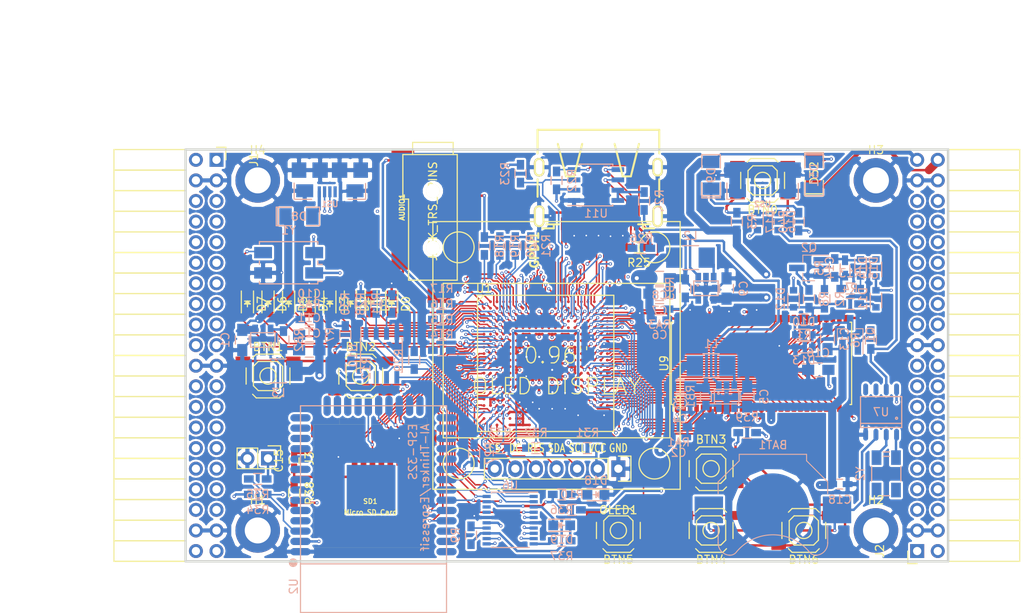
<source format=kicad_pcb>
(kicad_pcb (version 4) (host pcbnew 4.0.5+dfsg1-4)
  (layers (0 F.Cu signal) (1 In1.Cu signal) (2 In2.Cu signal) (31 B.Cu signal) (34 B.Paste user) (35 F.Paste user) (36 B.SilkS user) (37 F.SilkS user) (38 B.Mask user) (39 F.Mask user) (44 Edge.Cuts user))
  (net 0 "")
  (net 1 GND)
  (net 2 +5V)
  (net 3 /gpio/IN5V)
  (net 4 /gpio/OUT5V)
  (net 5 +3V3)
  (net 6 "Net-(L1-Pad1)")
  (net 7 "Net-(L2-Pad1)")
  (net 8 +1V2)
  (net 9 BTN_D)
  (net 10 BTN_F1)
  (net 11 BTN_F2)
  (net 12 BTN_L)
  (net 13 BTN_R)
  (net 14 BTN_U)
  (net 15 /power/FB1)
  (net 16 +2V5)
  (net 17 "Net-(L3-Pad1)")
  (net 18 /power/PWREN)
  (net 19 /power/FB3)
  (net 20 /power/FB2)
  (net 21 "Net-(D9-Pad1)")
  (net 22 /power/VBAT)
  (net 23 JTAG_TDI)
  (net 24 JTAG_TCK)
  (net 25 JTAG_TMS)
  (net 26 JTAG_TDO)
  (net 27 /power/WAKEUPn)
  (net 28 /power/WKUP)
  (net 29 /power/SHUT)
  (net 30 /power/WAKE)
  (net 31 /power/HOLD)
  (net 32 /power/WKn)
  (net 33 /power/OSCI_32k)
  (net 34 /power/OSCO_32k)
  (net 35 "Net-(Q2-Pad3)")
  (net 36 SHUTDOWN)
  (net 37 /analog/AUDIO_L)
  (net 38 /analog/AUDIO_R)
  (net 39 GPDI_5V_SCL)
  (net 40 GPDI_5V_SDA)
  (net 41 GPDI_SDA)
  (net 42 GPDI_SCL)
  (net 43 /gpdi/VREF2)
  (net 44 SD_CMD)
  (net 45 SD_CLK)
  (net 46 SD_D0)
  (net 47 SD_D1)
  (net 48 USB5V)
  (net 49 "Net-(BTN0-Pad1)")
  (net 50 GPDI_CEC)
  (net 51 nRESET)
  (net 52 FTDI_nDTR)
  (net 53 SDRAM_CKE)
  (net 54 SDRAM_A7)
  (net 55 SDRAM_D15)
  (net 56 SDRAM_BA1)
  (net 57 SDRAM_D7)
  (net 58 SDRAM_A6)
  (net 59 SDRAM_CLK)
  (net 60 SDRAM_D13)
  (net 61 SDRAM_BA0)
  (net 62 SDRAM_D6)
  (net 63 SDRAM_A5)
  (net 64 SDRAM_D14)
  (net 65 SDRAM_A11)
  (net 66 SDRAM_D12)
  (net 67 SDRAM_D5)
  (net 68 SDRAM_A4)
  (net 69 SDRAM_A10)
  (net 70 SDRAM_D11)
  (net 71 SDRAM_A3)
  (net 72 SDRAM_D4)
  (net 73 SDRAM_D10)
  (net 74 SDRAM_D9)
  (net 75 SDRAM_A9)
  (net 76 SDRAM_D3)
  (net 77 SDRAM_D8)
  (net 78 SDRAM_A8)
  (net 79 SDRAM_A2)
  (net 80 SDRAM_A1)
  (net 81 SDRAM_A0)
  (net 82 SDRAM_D2)
  (net 83 SDRAM_D1)
  (net 84 SDRAM_D0)
  (net 85 SDRAM_DQM0)
  (net 86 SDRAM_nCS)
  (net 87 SDRAM_nRAS)
  (net 88 SDRAM_DQM1)
  (net 89 SDRAM_nCAS)
  (net 90 SDRAM_nWE)
  (net 91 /flash/FLASH_nWP)
  (net 92 /flash/FLASH_nHOLD)
  (net 93 /flash/FLASH_MOSI)
  (net 94 /flash/FLASH_MISO)
  (net 95 /flash/FLASH_SCK)
  (net 96 /flash/FLASH_nCS)
  (net 97 /flash/FPGA_PROGRAMN)
  (net 98 /flash/FPGA_DONE)
  (net 99 /flash/FPGA_INITN)
  (net 100 OLED_RES)
  (net 101 OLED_DC)
  (net 102 OLED_CS)
  (net 103 WIFI_EN)
  (net 104 FTDI_nRTS)
  (net 105 FTDI_TXD)
  (net 106 FTDI_RXD)
  (net 107 WIFI_RXD)
  (net 108 WIFI_GPIO0)
  (net 109 WIFI_TXD)
  (net 110 GPDI_ETH-)
  (net 111 GPDI_ETH+)
  (net 112 GPDI_D2+)
  (net 113 GPDI_D2-)
  (net 114 GPDI_D1+)
  (net 115 GPDI_D1-)
  (net 116 GPDI_D0+)
  (net 117 GPDI_D0-)
  (net 118 GPDI_CLK+)
  (net 119 GPDI_CLK-)
  (net 120 USB_FTDI_D+)
  (net 121 USB_FTDI_D-)
  (net 122 J1_17-)
  (net 123 J1_17+)
  (net 124 J1_23-)
  (net 125 J1_23+)
  (net 126 J1_25-)
  (net 127 J1_25+)
  (net 128 J1_27-)
  (net 129 J1_27+)
  (net 130 J1_29-)
  (net 131 J1_29+)
  (net 132 J1_31-)
  (net 133 J1_31+)
  (net 134 J1_33-)
  (net 135 J1_33+)
  (net 136 J1_35-)
  (net 137 J1_35+)
  (net 138 J2_5-)
  (net 139 J2_5+)
  (net 140 J2_7-)
  (net 141 J2_7+)
  (net 142 J2_9-)
  (net 143 J2_9+)
  (net 144 J2_13-)
  (net 145 J2_13+)
  (net 146 J2_17-)
  (net 147 J2_17+)
  (net 148 J2_11-)
  (net 149 J2_11+)
  (net 150 J2_23-)
  (net 151 J2_23+)
  (net 152 J1_5-)
  (net 153 J1_5+)
  (net 154 J1_7-)
  (net 155 J1_7+)
  (net 156 J1_9-)
  (net 157 J1_9+)
  (net 158 J1_11-)
  (net 159 J1_11+)
  (net 160 J1_13-)
  (net 161 J1_13+)
  (net 162 J1_15-)
  (net 163 J1_15+)
  (net 164 J2_15-)
  (net 165 J2_15+)
  (net 166 J2_25-)
  (net 167 J2_25+)
  (net 168 J2_27-)
  (net 169 J2_27+)
  (net 170 J2_29-)
  (net 171 J2_29+)
  (net 172 J2_31-)
  (net 173 J2_31+)
  (net 174 J2_33-)
  (net 175 J2_33+)
  (net 176 J2_35-)
  (net 177 J2_35+)
  (net 178 SD_D3)
  (net 179 AUDIO_L3)
  (net 180 AUDIO_L2)
  (net 181 AUDIO_L1)
  (net 182 AUDIO_L0)
  (net 183 AUDIO_R3)
  (net 184 AUDIO_R2)
  (net 185 AUDIO_R1)
  (net 186 AUDIO_R0)
  (net 187 OLED_CLK)
  (net 188 OLED_MOSI)
  (net 189 LED0)
  (net 190 LED1)
  (net 191 LED2)
  (net 192 LED3)
  (net 193 LED4)
  (net 194 LED5)
  (net 195 LED6)
  (net 196 LED7)
  (net 197 BTN_PWRn)
  (net 198 "Net-(J3-Pad1)")
  (net 199 FTDI_nTXLED)
  (net 200 FTDI_nSLEEP)
  (net 201 /blinkey/LED_PWREN)
  (net 202 /blinkey/LED_TXLED)
  (net 203 FT3V3)
  (net 204 /sdcard/SD3V3)
  (net 205 SD_D2)
  (net 206 FTDI_nSUSPEND)
  (net 207 CLK_25MHz)
  (net 208 /blinkey/BTNPUL)
  (net 209 /blinkey/BTNPUR)
  (net 210 USB_FPGA_D+)
  (module lfe5bg381:BGA-381_pitch0.8mm_dia0.4mm (layer F.Cu) (at 138.48 87.8)
    (fp_text reference U1 (at -7.6 -9.2) (layer F.SilkS))
    (fp_text value LFE5U-25F-6BG381C)
    (pad A2 smd circle (at -6.8 -7.6) (size 0.35 0.35) (layers F.Cu F.Paste F.Mask) (net 129 J1_27+))
    (pad A3 smd circle (at -6 -7.6) (size 0.35 0.35) (layers F.Cu F.Paste F.Mask) (net 183 AUDIO_R3))
    (pad A4 smd circle (at -5.2 -7.6) (size 0.35 0.35) (layers F.Cu F.Paste F.Mask) (net 127 J1_25+))
    (pad A5 smd circle (at -4.4 -7.6) (size 0.35 0.35) (layers F.Cu F.Paste F.Mask) (net 126 J1_25-))
    (pad A6 smd circle (at -3.6 -7.6) (size 0.35 0.35) (layers F.Cu F.Paste F.Mask) (net 125 J1_23+))
    (pad A7 smd circle (at -2.8 -7.6) (size 0.35 0.35) (layers F.Cu F.Paste F.Mask) (net 161 J1_13+))
    (pad A8 smd circle (at -2 -7.6) (size 0.35 0.35) (layers F.Cu F.Paste F.Mask) (net 160 J1_13-))
    (pad A9 smd circle (at -1.2 -7.6) (size 0.35 0.35) (layers F.Cu F.Paste F.Mask) (net 156 J1_9-))
    (pad A10 smd circle (at -0.4 -7.6) (size 0.35 0.35) (layers F.Cu F.Paste F.Mask) (net 155 J1_7+))
    (pad A11 smd circle (at 0.4 -7.6) (size 0.35 0.35) (layers F.Cu F.Paste F.Mask) (net 154 J1_7-))
    (pad A12 smd circle (at 1.2 -7.6) (size 0.35 0.35) (layers F.Cu F.Paste F.Mask) (net 111 GPDI_ETH+))
    (pad A13 smd circle (at 2 -7.6) (size 0.35 0.35) (layers F.Cu F.Paste F.Mask) (net 110 GPDI_ETH-))
    (pad A14 smd circle (at 2.8 -7.6) (size 0.35 0.35) (layers F.Cu F.Paste F.Mask) (net 112 GPDI_D2+))
    (pad A15 smd circle (at 3.6 -7.6) (size 0.35 0.35) (layers F.Cu F.Paste F.Mask))
    (pad A16 smd circle (at 4.4 -7.6) (size 0.35 0.35) (layers F.Cu F.Paste F.Mask) (net 114 GPDI_D1+))
    (pad A17 smd circle (at 5.2 -7.6) (size 0.35 0.35) (layers F.Cu F.Paste F.Mask) (net 116 GPDI_D0+))
    (pad A18 smd circle (at 6 -7.6) (size 0.35 0.35) (layers F.Cu F.Paste F.Mask) (net 118 GPDI_CLK+))
    (pad A19 smd circle (at 6.8 -7.6) (size 0.35 0.35) (layers F.Cu F.Paste F.Mask) (net 50 GPDI_CEC))
    (pad B1 smd circle (at -7.6 -6.8) (size 0.35 0.35) (layers F.Cu F.Paste F.Mask) (net 128 J1_27-))
    (pad B2 smd circle (at -6.8 -6.8) (size 0.35 0.35) (layers F.Cu F.Paste F.Mask) (net 189 LED0))
    (pad B3 smd circle (at -6 -6.8) (size 0.35 0.35) (layers F.Cu F.Paste F.Mask) (net 182 AUDIO_L0))
    (pad B4 smd circle (at -5.2 -6.8) (size 0.35 0.35) (layers F.Cu F.Paste F.Mask) (net 130 J1_29-))
    (pad B5 smd circle (at -4.4 -6.8) (size 0.35 0.35) (layers F.Cu F.Paste F.Mask) (net 184 AUDIO_R2))
    (pad B6 smd circle (at -3.6 -6.8) (size 0.35 0.35) (layers F.Cu F.Paste F.Mask) (net 124 J1_23-))
    (pad B7 smd circle (at -2.8 -6.8) (size 0.35 0.35) (layers F.Cu F.Paste F.Mask) (net 1 GND))
    (pad B8 smd circle (at -2 -6.8) (size 0.35 0.35) (layers F.Cu F.Paste F.Mask) (net 162 J1_15-))
    (pad B9 smd circle (at -1.2 -6.8) (size 0.35 0.35) (layers F.Cu F.Paste F.Mask) (net 159 J1_11+))
    (pad B10 smd circle (at -0.4 -6.8) (size 0.35 0.35) (layers F.Cu F.Paste F.Mask) (net 157 J1_9+))
    (pad B11 smd circle (at 0.4 -6.8) (size 0.35 0.35) (layers F.Cu F.Paste F.Mask) (net 153 J1_5+))
    (pad B12 smd circle (at 1.2 -6.8) (size 0.35 0.35) (layers F.Cu F.Paste F.Mask))
    (pad B13 smd circle (at 2 -6.8) (size 0.35 0.35) (layers F.Cu F.Paste F.Mask) (net 175 J2_33+))
    (pad B14 smd circle (at 2.8 -6.8) (size 0.35 0.35) (layers F.Cu F.Paste F.Mask) (net 1 GND))
    (pad B15 smd circle (at 3.6 -6.8) (size 0.35 0.35) (layers F.Cu F.Paste F.Mask) (net 173 J2_31+))
    (pad B16 smd circle (at 4.4 -6.8) (size 0.35 0.35) (layers F.Cu F.Paste F.Mask) (net 115 GPDI_D1-))
    (pad B17 smd circle (at 5.2 -6.8) (size 0.35 0.35) (layers F.Cu F.Paste F.Mask) (net 169 J2_27+))
    (pad B18 smd circle (at 6 -6.8) (size 0.35 0.35) (layers F.Cu F.Paste F.Mask) (net 117 GPDI_D0-))
    (pad B19 smd circle (at 6.8 -6.8) (size 0.35 0.35) (layers F.Cu F.Paste F.Mask) (net 119 GPDI_CLK-))
    (pad B20 smd circle (at 7.6 -6.8) (size 0.35 0.35) (layers F.Cu F.Paste F.Mask) (net 41 GPDI_SDA))
    (pad C1 smd circle (at -7.6 -6) (size 0.35 0.35) (layers F.Cu F.Paste F.Mask) (net 191 LED2))
    (pad C2 smd circle (at -6.8 -6) (size 0.35 0.35) (layers F.Cu F.Paste F.Mask) (net 190 LED1))
    (pad C3 smd circle (at -6 -6) (size 0.35 0.35) (layers F.Cu F.Paste F.Mask) (net 181 AUDIO_L1))
    (pad C4 smd circle (at -5.2 -6) (size 0.35 0.35) (layers F.Cu F.Paste F.Mask) (net 131 J1_29+))
    (pad C5 smd circle (at -4.4 -6) (size 0.35 0.35) (layers F.Cu F.Paste F.Mask) (net 186 AUDIO_R0))
    (pad C6 smd circle (at -3.6 -6) (size 0.35 0.35) (layers F.Cu F.Paste F.Mask) (net 123 J1_17+))
    (pad C7 smd circle (at -2.8 -6) (size 0.35 0.35) (layers F.Cu F.Paste F.Mask) (net 122 J1_17-))
    (pad C8 smd circle (at -2 -6) (size 0.35 0.35) (layers F.Cu F.Paste F.Mask) (net 163 J1_15+))
    (pad C9 smd circle (at -1.2 -6) (size 0.35 0.35) (layers F.Cu F.Paste F.Mask))
    (pad C10 smd circle (at -0.4 -6) (size 0.35 0.35) (layers F.Cu F.Paste F.Mask) (net 158 J1_11-))
    (pad C11 smd circle (at 0.4 -6) (size 0.35 0.35) (layers F.Cu F.Paste F.Mask) (net 152 J1_5-))
    (pad C12 smd circle (at 1.2 -6) (size 0.35 0.35) (layers F.Cu F.Paste F.Mask) (net 42 GPDI_SCL))
    (pad C13 smd circle (at 2 -6) (size 0.35 0.35) (layers F.Cu F.Paste F.Mask) (net 174 J2_33-))
    (pad C14 smd circle (at 2.8 -6) (size 0.35 0.35) (layers F.Cu F.Paste F.Mask) (net 113 GPDI_D2-))
    (pad C15 smd circle (at 3.6 -6) (size 0.35 0.35) (layers F.Cu F.Paste F.Mask) (net 172 J2_31-))
    (pad C16 smd circle (at 4.4 -6) (size 0.35 0.35) (layers F.Cu F.Paste F.Mask) (net 171 J2_29+))
    (pad C17 smd circle (at 5.2 -6) (size 0.35 0.35) (layers F.Cu F.Paste F.Mask) (net 168 J2_27-))
    (pad C18 smd circle (at 6 -6) (size 0.35 0.35) (layers F.Cu F.Paste F.Mask) (net 151 J2_23+))
    (pad C19 smd circle (at 6.8 -6) (size 0.35 0.35) (layers F.Cu F.Paste F.Mask) (net 1 GND))
    (pad C20 smd circle (at 7.6 -6) (size 0.35 0.35) (layers F.Cu F.Paste F.Mask) (net 55 SDRAM_D15))
    (pad D1 smd circle (at -7.6 -5.2) (size 0.35 0.35) (layers F.Cu F.Paste F.Mask) (net 193 LED4))
    (pad D2 smd circle (at -6.8 -5.2) (size 0.35 0.35) (layers F.Cu F.Paste F.Mask) (net 192 LED3))
    (pad D3 smd circle (at -6 -5.2) (size 0.35 0.35) (layers F.Cu F.Paste F.Mask) (net 180 AUDIO_L2))
    (pad D4 smd circle (at -5.2 -5.2) (size 0.35 0.35) (layers F.Cu F.Paste F.Mask) (net 1 GND))
    (pad D5 smd circle (at -4.4 -5.2) (size 0.35 0.35) (layers F.Cu F.Paste F.Mask) (net 185 AUDIO_R1))
    (pad D6 smd circle (at -3.6 -5.2) (size 0.35 0.35) (layers F.Cu F.Paste F.Mask) (net 197 BTN_PWRn))
    (pad D7 smd circle (at -2.8 -5.2) (size 0.35 0.35) (layers F.Cu F.Paste F.Mask))
    (pad D8 smd circle (at -2 -5.2) (size 0.35 0.35) (layers F.Cu F.Paste F.Mask))
    (pad D9 smd circle (at -1.2 -5.2) (size 0.35 0.35) (layers F.Cu F.Paste F.Mask))
    (pad D10 smd circle (at -0.4 -5.2) (size 0.35 0.35) (layers F.Cu F.Paste F.Mask))
    (pad D11 smd circle (at 0.4 -5.2) (size 0.35 0.35) (layers F.Cu F.Paste F.Mask))
    (pad D12 smd circle (at 1.2 -5.2) (size 0.35 0.35) (layers F.Cu F.Paste F.Mask))
    (pad D13 smd circle (at 2 -5.2) (size 0.35 0.35) (layers F.Cu F.Paste F.Mask) (net 177 J2_35+))
    (pad D14 smd circle (at 2.8 -5.2) (size 0.35 0.35) (layers F.Cu F.Paste F.Mask))
    (pad D15 smd circle (at 3.6 -5.2) (size 0.35 0.35) (layers F.Cu F.Paste F.Mask) (net 167 J2_25+))
    (pad D16 smd circle (at 4.4 -5.2) (size 0.35 0.35) (layers F.Cu F.Paste F.Mask) (net 170 J2_29-))
    (pad D17 smd circle (at 5.2 -5.2) (size 0.35 0.35) (layers F.Cu F.Paste F.Mask) (net 150 J2_23-))
    (pad D18 smd circle (at 6 -5.2) (size 0.35 0.35) (layers F.Cu F.Paste F.Mask) (net 147 J2_17+))
    (pad D19 smd circle (at 6.8 -5.2) (size 0.35 0.35) (layers F.Cu F.Paste F.Mask) (net 64 SDRAM_D14))
    (pad D20 smd circle (at 7.6 -5.2) (size 0.35 0.35) (layers F.Cu F.Paste F.Mask) (net 60 SDRAM_D13))
    (pad E1 smd circle (at -7.6 -4.4) (size 0.35 0.35) (layers F.Cu F.Paste F.Mask) (net 195 LED6))
    (pad E2 smd circle (at -6.8 -4.4) (size 0.35 0.35) (layers F.Cu F.Paste F.Mask) (net 194 LED5))
    (pad E3 smd circle (at -6 -4.4) (size 0.35 0.35) (layers F.Cu F.Paste F.Mask) (net 132 J1_31-))
    (pad E4 smd circle (at -5.2 -4.4) (size 0.35 0.35) (layers F.Cu F.Paste F.Mask) (net 179 AUDIO_L3))
    (pad E5 smd circle (at -4.4 -4.4) (size 0.35 0.35) (layers F.Cu F.Paste F.Mask))
    (pad E6 smd circle (at -3.6 -4.4) (size 0.35 0.35) (layers F.Cu F.Paste F.Mask))
    (pad E7 smd circle (at -2.8 -4.4) (size 0.35 0.35) (layers F.Cu F.Paste F.Mask))
    (pad E8 smd circle (at -2 -4.4) (size 0.35 0.35) (layers F.Cu F.Paste F.Mask))
    (pad E9 smd circle (at -1.2 -4.4) (size 0.35 0.35) (layers F.Cu F.Paste F.Mask))
    (pad E10 smd circle (at -0.4 -4.4) (size 0.35 0.35) (layers F.Cu F.Paste F.Mask))
    (pad E11 smd circle (at 0.4 -4.4) (size 0.35 0.35) (layers F.Cu F.Paste F.Mask))
    (pad E12 smd circle (at 1.2 -4.4) (size 0.35 0.35) (layers F.Cu F.Paste F.Mask))
    (pad E13 smd circle (at 2 -4.4) (size 0.35 0.35) (layers F.Cu F.Paste F.Mask) (net 176 J2_35-))
    (pad E14 smd circle (at 2.8 -4.4) (size 0.35 0.35) (layers F.Cu F.Paste F.Mask))
    (pad E15 smd circle (at 3.6 -4.4) (size 0.35 0.35) (layers F.Cu F.Paste F.Mask) (net 166 J2_25-))
    (pad E16 smd circle (at 4.4 -4.4) (size 0.35 0.35) (layers F.Cu F.Paste F.Mask))
    (pad E17 smd circle (at 5.2 -4.4) (size 0.35 0.35) (layers F.Cu F.Paste F.Mask) (net 146 J2_17-))
    (pad E18 smd circle (at 6 -4.4) (size 0.35 0.35) (layers F.Cu F.Paste F.Mask) (net 72 SDRAM_D4))
    (pad E19 smd circle (at 6.8 -4.4) (size 0.35 0.35) (layers F.Cu F.Paste F.Mask) (net 66 SDRAM_D12))
    (pad E20 smd circle (at 7.6 -4.4) (size 0.35 0.35) (layers F.Cu F.Paste F.Mask) (net 70 SDRAM_D11))
    (pad F1 smd circle (at -7.6 -3.6) (size 0.35 0.35) (layers F.Cu F.Paste F.Mask) (net 103 WIFI_EN))
    (pad F2 smd circle (at -6.8 -3.6) (size 0.35 0.35) (layers F.Cu F.Paste F.Mask))
    (pad F3 smd circle (at -6 -3.6) (size 0.35 0.35) (layers F.Cu F.Paste F.Mask) (net 134 J1_33-))
    (pad F4 smd circle (at -5.2 -3.6) (size 0.35 0.35) (layers F.Cu F.Paste F.Mask) (net 133 J1_31+))
    (pad F5 smd circle (at -4.4 -3.6) (size 0.35 0.35) (layers F.Cu F.Paste F.Mask))
    (pad F6 smd circle (at -3.6 -3.6) (size 0.35 0.35) (layers F.Cu F.Paste F.Mask) (net 16 +2V5))
    (pad F7 smd circle (at -2.8 -3.6) (size 0.35 0.35) (layers F.Cu F.Paste F.Mask) (net 1 GND))
    (pad F8 smd circle (at -2 -3.6) (size 0.35 0.35) (layers F.Cu F.Paste F.Mask) (net 1 GND))
    (pad F9 smd circle (at -1.2 -3.6) (size 0.35 0.35) (layers F.Cu F.Paste F.Mask) (net 5 +3V3))
    (pad F10 smd circle (at -0.4 -3.6) (size 0.35 0.35) (layers F.Cu F.Paste F.Mask) (net 5 +3V3))
    (pad F11 smd circle (at 0.4 -3.6) (size 0.35 0.35) (layers F.Cu F.Paste F.Mask) (net 5 +3V3))
    (pad F12 smd circle (at 1.2 -3.6) (size 0.35 0.35) (layers F.Cu F.Paste F.Mask) (net 5 +3V3))
    (pad F13 smd circle (at 2 -3.6) (size 0.35 0.35) (layers F.Cu F.Paste F.Mask) (net 1 GND))
    (pad F14 smd circle (at 2.8 -3.6) (size 0.35 0.35) (layers F.Cu F.Paste F.Mask) (net 1 GND))
    (pad F15 smd circle (at 3.6 -3.6) (size 0.35 0.35) (layers F.Cu F.Paste F.Mask) (net 16 +2V5))
    (pad F16 smd circle (at 4.4 -3.6) (size 0.35 0.35) (layers F.Cu F.Paste F.Mask))
    (pad F17 smd circle (at 5.2 -3.6) (size 0.35 0.35) (layers F.Cu F.Paste F.Mask) (net 165 J2_15+))
    (pad F18 smd circle (at 6 -3.6) (size 0.35 0.35) (layers F.Cu F.Paste F.Mask) (net 67 SDRAM_D5))
    (pad F19 smd circle (at 6.8 -3.6) (size 0.35 0.35) (layers F.Cu F.Paste F.Mask) (net 73 SDRAM_D10))
    (pad F20 smd circle (at 7.6 -3.6) (size 0.35 0.35) (layers F.Cu F.Paste F.Mask) (net 74 SDRAM_D9))
    (pad G1 smd circle (at -7.6 -2.8) (size 0.35 0.35) (layers F.Cu F.Paste F.Mask))
    (pad G2 smd circle (at -6.8 -2.8) (size 0.35 0.35) (layers F.Cu F.Paste F.Mask) (net 207 CLK_25MHz))
    (pad G3 smd circle (at -6 -2.8) (size 0.35 0.35) (layers F.Cu F.Paste F.Mask) (net 135 J1_33+))
    (pad G4 smd circle (at -5.2 -2.8) (size 0.35 0.35) (layers F.Cu F.Paste F.Mask) (net 1 GND))
    (pad G5 smd circle (at -4.4 -2.8) (size 0.35 0.35) (layers F.Cu F.Paste F.Mask) (net 136 J1_35-))
    (pad G6 smd circle (at -3.6 -2.8) (size 0.35 0.35) (layers F.Cu F.Paste F.Mask) (net 1 GND))
    (pad G7 smd circle (at -2.8 -2.8) (size 0.35 0.35) (layers F.Cu F.Paste F.Mask) (net 1 GND))
    (pad G8 smd circle (at -2 -2.8) (size 0.35 0.35) (layers F.Cu F.Paste F.Mask) (net 1 GND))
    (pad G9 smd circle (at -1.2 -2.8) (size 0.35 0.35) (layers F.Cu F.Paste F.Mask) (net 1 GND))
    (pad G10 smd circle (at -0.4 -2.8) (size 0.35 0.35) (layers F.Cu F.Paste F.Mask) (net 1 GND))
    (pad G11 smd circle (at 0.4 -2.8) (size 0.35 0.35) (layers F.Cu F.Paste F.Mask) (net 1 GND))
    (pad G12 smd circle (at 1.2 -2.8) (size 0.35 0.35) (layers F.Cu F.Paste F.Mask) (net 1 GND))
    (pad G13 smd circle (at 2 -2.8) (size 0.35 0.35) (layers F.Cu F.Paste F.Mask) (net 1 GND))
    (pad G14 smd circle (at 2.8 -2.8) (size 0.35 0.35) (layers F.Cu F.Paste F.Mask) (net 1 GND))
    (pad G15 smd circle (at 3.6 -2.8) (size 0.35 0.35) (layers F.Cu F.Paste F.Mask) (net 1 GND))
    (pad G16 smd circle (at 4.4 -2.8) (size 0.35 0.35) (layers F.Cu F.Paste F.Mask))
    (pad G17 smd circle (at 5.2 -2.8) (size 0.35 0.35) (layers F.Cu F.Paste F.Mask) (net 1 GND))
    (pad G18 smd circle (at 6 -2.8) (size 0.35 0.35) (layers F.Cu F.Paste F.Mask) (net 164 J2_15-))
    (pad G19 smd circle (at 6.8 -2.8) (size 0.35 0.35) (layers F.Cu F.Paste F.Mask) (net 77 SDRAM_D8))
    (pad G20 smd circle (at 7.6 -2.8) (size 0.35 0.35) (layers F.Cu F.Paste F.Mask) (net 88 SDRAM_DQM1))
    (pad H1 smd circle (at -7.6 -2) (size 0.35 0.35) (layers F.Cu F.Paste F.Mask) (net 178 SD_D3))
    (pad H2 smd circle (at -6.8 -2) (size 0.35 0.35) (layers F.Cu F.Paste F.Mask) (net 205 SD_D2))
    (pad H3 smd circle (at -6 -2) (size 0.35 0.35) (layers F.Cu F.Paste F.Mask) (net 196 LED7))
    (pad H4 smd circle (at -5.2 -2) (size 0.35 0.35) (layers F.Cu F.Paste F.Mask) (net 137 J1_35+))
    (pad H5 smd circle (at -4.4 -2) (size 0.35 0.35) (layers F.Cu F.Paste F.Mask))
    (pad H6 smd circle (at -3.6 -2) (size 0.35 0.35) (layers F.Cu F.Paste F.Mask) (net 5 +3V3))
    (pad H7 smd circle (at -2.8 -2) (size 0.35 0.35) (layers F.Cu F.Paste F.Mask) (net 5 +3V3))
    (pad H8 smd circle (at -2 -2) (size 0.35 0.35) (layers F.Cu F.Paste F.Mask) (net 8 +1V2))
    (pad H9 smd circle (at -1.2 -2) (size 0.35 0.35) (layers F.Cu F.Paste F.Mask) (net 8 +1V2))
    (pad H10 smd circle (at -0.4 -2) (size 0.35 0.35) (layers F.Cu F.Paste F.Mask) (net 8 +1V2))
    (pad H11 smd circle (at 0.4 -2) (size 0.35 0.35) (layers F.Cu F.Paste F.Mask) (net 8 +1V2))
    (pad H12 smd circle (at 1.2 -2) (size 0.35 0.35) (layers F.Cu F.Paste F.Mask) (net 8 +1V2))
    (pad H13 smd circle (at 2 -2) (size 0.35 0.35) (layers F.Cu F.Paste F.Mask) (net 8 +1V2))
    (pad H14 smd circle (at 2.8 -2) (size 0.35 0.35) (layers F.Cu F.Paste F.Mask) (net 5 +3V3))
    (pad H15 smd circle (at 3.6 -2) (size 0.35 0.35) (layers F.Cu F.Paste F.Mask) (net 5 +3V3))
    (pad H16 smd circle (at 4.4 -2) (size 0.35 0.35) (layers F.Cu F.Paste F.Mask))
    (pad H17 smd circle (at 5.2 -2) (size 0.35 0.35) (layers F.Cu F.Paste F.Mask) (net 144 J2_13-))
    (pad H18 smd circle (at 6 -2) (size 0.35 0.35) (layers F.Cu F.Paste F.Mask) (net 145 J2_13+))
    (pad H19 smd circle (at 6.8 -2) (size 0.35 0.35) (layers F.Cu F.Paste F.Mask) (net 1 GND))
    (pad H20 smd circle (at 7.6 -2) (size 0.35 0.35) (layers F.Cu F.Paste F.Mask) (net 59 SDRAM_CLK))
    (pad J1 smd circle (at -7.6 -1.2) (size 0.35 0.35) (layers F.Cu F.Paste F.Mask) (net 45 SD_CLK))
    (pad J2 smd circle (at -6.8 -1.2) (size 0.35 0.35) (layers F.Cu F.Paste F.Mask) (net 1 GND))
    (pad J3 smd circle (at -6 -1.2) (size 0.35 0.35) (layers F.Cu F.Paste F.Mask) (net 44 SD_CMD))
    (pad J4 smd circle (at -5.2 -1.2) (size 0.35 0.35) (layers F.Cu F.Paste F.Mask))
    (pad J5 smd circle (at -4.4 -1.2) (size 0.35 0.35) (layers F.Cu F.Paste F.Mask))
    (pad J6 smd circle (at -3.6 -1.2) (size 0.35 0.35) (layers F.Cu F.Paste F.Mask) (net 5 +3V3))
    (pad J7 smd circle (at -2.8 -1.2) (size 0.35 0.35) (layers F.Cu F.Paste F.Mask) (net 1 GND))
    (pad J8 smd circle (at -2 -1.2) (size 0.35 0.35) (layers F.Cu F.Paste F.Mask) (net 8 +1V2))
    (pad J9 smd circle (at -1.2 -1.2) (size 0.35 0.35) (layers F.Cu F.Paste F.Mask) (net 1 GND))
    (pad J10 smd circle (at -0.4 -1.2) (size 0.35 0.35) (layers F.Cu F.Paste F.Mask) (net 1 GND))
    (pad J11 smd circle (at 0.4 -1.2) (size 0.35 0.35) (layers F.Cu F.Paste F.Mask) (net 1 GND))
    (pad J12 smd circle (at 1.2 -1.2) (size 0.35 0.35) (layers F.Cu F.Paste F.Mask) (net 1 GND))
    (pad J13 smd circle (at 2 -1.2) (size 0.35 0.35) (layers F.Cu F.Paste F.Mask) (net 8 +1V2))
    (pad J14 smd circle (at 2.8 -1.2) (size 0.35 0.35) (layers F.Cu F.Paste F.Mask) (net 1 GND))
    (pad J15 smd circle (at 3.6 -1.2) (size 0.35 0.35) (layers F.Cu F.Paste F.Mask) (net 5 +3V3))
    (pad J16 smd circle (at 4.4 -1.2) (size 0.35 0.35) (layers F.Cu F.Paste F.Mask))
    (pad J17 smd circle (at 5.2 -1.2) (size 0.35 0.35) (layers F.Cu F.Paste F.Mask))
    (pad J18 smd circle (at 6 -1.2) (size 0.35 0.35) (layers F.Cu F.Paste F.Mask) (net 76 SDRAM_D3))
    (pad J19 smd circle (at 6.8 -1.2) (size 0.35 0.35) (layers F.Cu F.Paste F.Mask) (net 53 SDRAM_CKE))
    (pad J20 smd circle (at 7.6 -1.2) (size 0.35 0.35) (layers F.Cu F.Paste F.Mask) (net 65 SDRAM_A11))
    (pad K1 smd circle (at -7.6 -0.4) (size 0.35 0.35) (layers F.Cu F.Paste F.Mask) (net 47 SD_D1))
    (pad K2 smd circle (at -6.8 -0.4) (size 0.35 0.35) (layers F.Cu F.Paste F.Mask) (net 46 SD_D0))
    (pad K3 smd circle (at -6 -0.4) (size 0.35 0.35) (layers F.Cu F.Paste F.Mask) (net 107 WIFI_RXD))
    (pad K4 smd circle (at -5.2 -0.4) (size 0.35 0.35) (layers F.Cu F.Paste F.Mask) (net 109 WIFI_TXD))
    (pad K5 smd circle (at -4.4 -0.4) (size 0.35 0.35) (layers F.Cu F.Paste F.Mask))
    (pad K6 smd circle (at -3.6 -0.4) (size 0.35 0.35) (layers F.Cu F.Paste F.Mask) (net 1 GND))
    (pad K7 smd circle (at -2.8 -0.4) (size 0.35 0.35) (layers F.Cu F.Paste F.Mask) (net 1 GND))
    (pad K8 smd circle (at -2 -0.4) (size 0.35 0.35) (layers F.Cu F.Paste F.Mask) (net 8 +1V2))
    (pad K9 smd circle (at -1.2 -0.4) (size 0.35 0.35) (layers F.Cu F.Paste F.Mask) (net 1 GND))
    (pad K10 smd circle (at -0.4 -0.4) (size 0.35 0.35) (layers F.Cu F.Paste F.Mask) (net 1 GND))
    (pad K11 smd circle (at 0.4 -0.4) (size 0.35 0.35) (layers F.Cu F.Paste F.Mask) (net 1 GND))
    (pad K12 smd circle (at 1.2 -0.4) (size 0.35 0.35) (layers F.Cu F.Paste F.Mask) (net 1 GND))
    (pad K13 smd circle (at 2 -0.4) (size 0.35 0.35) (layers F.Cu F.Paste F.Mask) (net 8 +1V2))
    (pad K14 smd circle (at 2.8 -0.4) (size 0.35 0.35) (layers F.Cu F.Paste F.Mask) (net 1 GND))
    (pad K15 smd circle (at 3.6 -0.4) (size 0.35 0.35) (layers F.Cu F.Paste F.Mask) (net 1 GND))
    (pad K16 smd circle (at 4.4 -0.4) (size 0.35 0.35) (layers F.Cu F.Paste F.Mask))
    (pad K17 smd circle (at 5.2 -0.4) (size 0.35 0.35) (layers F.Cu F.Paste F.Mask))
    (pad K18 smd circle (at 6 -0.4) (size 0.35 0.35) (layers F.Cu F.Paste F.Mask) (net 82 SDRAM_D2))
    (pad K19 smd circle (at 6.8 -0.4) (size 0.35 0.35) (layers F.Cu F.Paste F.Mask) (net 75 SDRAM_A9))
    (pad K20 smd circle (at 7.6 -0.4) (size 0.35 0.35) (layers F.Cu F.Paste F.Mask) (net 78 SDRAM_A8))
    (pad L1 smd circle (at -7.6 0.4) (size 0.35 0.35) (layers F.Cu F.Paste F.Mask))
    (pad L2 smd circle (at -6.8 0.4) (size 0.35 0.35) (layers F.Cu F.Paste F.Mask) (net 108 WIFI_GPIO0))
    (pad L3 smd circle (at -6 0.4) (size 0.35 0.35) (layers F.Cu F.Paste F.Mask))
    (pad L4 smd circle (at -5.2 0.4) (size 0.35 0.35) (layers F.Cu F.Paste F.Mask) (net 106 FTDI_RXD))
    (pad L5 smd circle (at -4.4 0.4) (size 0.35 0.35) (layers F.Cu F.Paste F.Mask))
    (pad L6 smd circle (at -3.6 0.4) (size 0.35 0.35) (layers F.Cu F.Paste F.Mask) (net 5 +3V3))
    (pad L7 smd circle (at -2.8 0.4) (size 0.35 0.35) (layers F.Cu F.Paste F.Mask) (net 5 +3V3))
    (pad L8 smd circle (at -2 0.4) (size 0.35 0.35) (layers F.Cu F.Paste F.Mask) (net 8 +1V2))
    (pad L9 smd circle (at -1.2 0.4) (size 0.35 0.35) (layers F.Cu F.Paste F.Mask) (net 1 GND))
    (pad L10 smd circle (at -0.4 0.4) (size 0.35 0.35) (layers F.Cu F.Paste F.Mask) (net 1 GND))
    (pad L11 smd circle (at 0.4 0.4) (size 0.35 0.35) (layers F.Cu F.Paste F.Mask) (net 1 GND))
    (pad L12 smd circle (at 1.2 0.4) (size 0.35 0.35) (layers F.Cu F.Paste F.Mask) (net 1 GND))
    (pad L13 smd circle (at 2 0.4) (size 0.35 0.35) (layers F.Cu F.Paste F.Mask) (net 8 +1V2))
    (pad L14 smd circle (at 2.8 0.4) (size 0.35 0.35) (layers F.Cu F.Paste F.Mask) (net 5 +3V3))
    (pad L15 smd circle (at 3.6 0.4) (size 0.35 0.35) (layers F.Cu F.Paste F.Mask) (net 5 +3V3))
    (pad L16 smd circle (at 4.4 0.4) (size 0.35 0.35) (layers F.Cu F.Paste F.Mask) (net 149 J2_11+))
    (pad L17 smd circle (at 5.2 0.4) (size 0.35 0.35) (layers F.Cu F.Paste F.Mask) (net 148 J2_11-))
    (pad L18 smd circle (at 6 0.4) (size 0.35 0.35) (layers F.Cu F.Paste F.Mask) (net 83 SDRAM_D1))
    (pad L19 smd circle (at 6.8 0.4) (size 0.35 0.35) (layers F.Cu F.Paste F.Mask) (net 54 SDRAM_A7))
    (pad L20 smd circle (at 7.6 0.4) (size 0.35 0.35) (layers F.Cu F.Paste F.Mask) (net 58 SDRAM_A6))
    (pad M1 smd circle (at -7.6 1.2) (size 0.35 0.35) (layers F.Cu F.Paste F.Mask) (net 105 FTDI_TXD))
    (pad M2 smd circle (at -6.8 1.2) (size 0.35 0.35) (layers F.Cu F.Paste F.Mask) (net 1 GND))
    (pad M3 smd circle (at -6 1.2) (size 0.35 0.35) (layers F.Cu F.Paste F.Mask) (net 104 FTDI_nRTS))
    (pad M4 smd circle (at -5.2 1.2) (size 0.35 0.35) (layers F.Cu F.Paste F.Mask))
    (pad M5 smd circle (at -4.4 1.2) (size 0.35 0.35) (layers F.Cu F.Paste F.Mask))
    (pad M6 smd circle (at -3.6 1.2) (size 0.35 0.35) (layers F.Cu F.Paste F.Mask) (net 5 +3V3))
    (pad M7 smd circle (at -2.8 1.2) (size 0.35 0.35) (layers F.Cu F.Paste F.Mask) (net 1 GND))
    (pad M8 smd circle (at -2 1.2) (size 0.35 0.35) (layers F.Cu F.Paste F.Mask) (net 8 +1V2))
    (pad M9 smd circle (at -1.2 1.2) (size 0.35 0.35) (layers F.Cu F.Paste F.Mask) (net 1 GND))
    (pad M10 smd circle (at -0.4 1.2) (size 0.35 0.35) (layers F.Cu F.Paste F.Mask) (net 1 GND))
    (pad M11 smd circle (at 0.4 1.2) (size 0.35 0.35) (layers F.Cu F.Paste F.Mask) (net 1 GND))
    (pad M12 smd circle (at 1.2 1.2) (size 0.35 0.35) (layers F.Cu F.Paste F.Mask) (net 1 GND))
    (pad M13 smd circle (at 2 1.2) (size 0.35 0.35) (layers F.Cu F.Paste F.Mask) (net 8 +1V2))
    (pad M14 smd circle (at 2.8 1.2) (size 0.35 0.35) (layers F.Cu F.Paste F.Mask) (net 1 GND))
    (pad M15 smd circle (at 3.6 1.2) (size 0.35 0.35) (layers F.Cu F.Paste F.Mask) (net 5 +3V3))
    (pad M16 smd circle (at 4.4 1.2) (size 0.35 0.35) (layers F.Cu F.Paste F.Mask) (net 1 GND))
    (pad M17 smd circle (at 5.2 1.2) (size 0.35 0.35) (layers F.Cu F.Paste F.Mask) (net 142 J2_9-))
    (pad M18 smd circle (at 6 1.2) (size 0.35 0.35) (layers F.Cu F.Paste F.Mask) (net 84 SDRAM_D0))
    (pad M19 smd circle (at 6.8 1.2) (size 0.35 0.35) (layers F.Cu F.Paste F.Mask) (net 63 SDRAM_A5))
    (pad M20 smd circle (at 7.6 1.2) (size 0.35 0.35) (layers F.Cu F.Paste F.Mask) (net 68 SDRAM_A4))
    (pad N1 smd circle (at -7.6 2) (size 0.35 0.35) (layers F.Cu F.Paste F.Mask) (net 52 FTDI_nDTR))
    (pad N2 smd circle (at -6.8 2) (size 0.35 0.35) (layers F.Cu F.Paste F.Mask) (net 102 OLED_CS))
    (pad N3 smd circle (at -6 2) (size 0.35 0.35) (layers F.Cu F.Paste F.Mask))
    (pad N4 smd circle (at -5.2 2) (size 0.35 0.35) (layers F.Cu F.Paste F.Mask))
    (pad N5 smd circle (at -4.4 2) (size 0.35 0.35) (layers F.Cu F.Paste F.Mask))
    (pad N6 smd circle (at -3.6 2) (size 0.35 0.35) (layers F.Cu F.Paste F.Mask) (net 1 GND))
    (pad N7 smd circle (at -2.8 2) (size 0.35 0.35) (layers F.Cu F.Paste F.Mask) (net 1 GND))
    (pad N8 smd circle (at -2 2) (size 0.35 0.35) (layers F.Cu F.Paste F.Mask) (net 8 +1V2))
    (pad N9 smd circle (at -1.2 2) (size 0.35 0.35) (layers F.Cu F.Paste F.Mask) (net 8 +1V2))
    (pad N10 smd circle (at -0.4 2) (size 0.35 0.35) (layers F.Cu F.Paste F.Mask) (net 8 +1V2))
    (pad N11 smd circle (at 0.4 2) (size 0.35 0.35) (layers F.Cu F.Paste F.Mask) (net 8 +1V2))
    (pad N12 smd circle (at 1.2 2) (size 0.35 0.35) (layers F.Cu F.Paste F.Mask) (net 8 +1V2))
    (pad N13 smd circle (at 2 2) (size 0.35 0.35) (layers F.Cu F.Paste F.Mask) (net 8 +1V2))
    (pad N14 smd circle (at 2.8 2) (size 0.35 0.35) (layers F.Cu F.Paste F.Mask) (net 1 GND))
    (pad N15 smd circle (at 3.6 2) (size 0.35 0.35) (layers F.Cu F.Paste F.Mask) (net 1 GND))
    (pad N16 smd circle (at 4.4 2) (size 0.35 0.35) (layers F.Cu F.Paste F.Mask) (net 143 J2_9+))
    (pad N17 smd circle (at 5.2 2) (size 0.35 0.35) (layers F.Cu F.Paste F.Mask) (net 141 J2_7+))
    (pad N18 smd circle (at 6 2) (size 0.35 0.35) (layers F.Cu F.Paste F.Mask) (net 62 SDRAM_D6))
    (pad N19 smd circle (at 6.8 2) (size 0.35 0.35) (layers F.Cu F.Paste F.Mask) (net 71 SDRAM_A3))
    (pad N20 smd circle (at 7.6 2) (size 0.35 0.35) (layers F.Cu F.Paste F.Mask) (net 79 SDRAM_A2))
    (pad P1 smd circle (at -7.6 2.8) (size 0.35 0.35) (layers F.Cu F.Paste F.Mask) (net 101 OLED_DC))
    (pad P2 smd circle (at -6.8 2.8) (size 0.35 0.35) (layers F.Cu F.Paste F.Mask) (net 100 OLED_RES))
    (pad P3 smd circle (at -6 2.8) (size 0.35 0.35) (layers F.Cu F.Paste F.Mask) (net 188 OLED_MOSI))
    (pad P4 smd circle (at -5.2 2.8) (size 0.35 0.35) (layers F.Cu F.Paste F.Mask) (net 187 OLED_CLK))
    (pad P5 smd circle (at -4.4 2.8) (size 0.35 0.35) (layers F.Cu F.Paste F.Mask))
    (pad P6 smd circle (at -3.6 2.8) (size 0.35 0.35) (layers F.Cu F.Paste F.Mask) (net 16 +2V5))
    (pad P7 smd circle (at -2.8 2.8) (size 0.35 0.35) (layers F.Cu F.Paste F.Mask) (net 1 GND))
    (pad P8 smd circle (at -2 2.8) (size 0.35 0.35) (layers F.Cu F.Paste F.Mask) (net 1 GND))
    (pad P9 smd circle (at -1.2 2.8) (size 0.35 0.35) (layers F.Cu F.Paste F.Mask) (net 5 +3V3))
    (pad P10 smd circle (at -0.4 2.8) (size 0.35 0.35) (layers F.Cu F.Paste F.Mask) (net 5 +3V3))
    (pad P11 smd circle (at 0.4 2.8) (size 0.35 0.35) (layers F.Cu F.Paste F.Mask) (net 1 GND))
    (pad P12 smd circle (at 1.2 2.8) (size 0.35 0.35) (layers F.Cu F.Paste F.Mask) (net 1 GND))
    (pad P13 smd circle (at 2 2.8) (size 0.35 0.35) (layers F.Cu F.Paste F.Mask) (net 1 GND))
    (pad P14 smd circle (at 2.8 2.8) (size 0.35 0.35) (layers F.Cu F.Paste F.Mask) (net 1 GND))
    (pad P15 smd circle (at 3.6 2.8) (size 0.35 0.35) (layers F.Cu F.Paste F.Mask) (net 16 +2V5))
    (pad P16 smd circle (at 4.4 2.8) (size 0.35 0.35) (layers F.Cu F.Paste F.Mask) (net 140 J2_7-))
    (pad P17 smd circle (at 5.2 2.8) (size 0.35 0.35) (layers F.Cu F.Paste F.Mask))
    (pad P18 smd circle (at 6 2.8) (size 0.35 0.35) (layers F.Cu F.Paste F.Mask) (net 57 SDRAM_D7))
    (pad P19 smd circle (at 6.8 2.8) (size 0.35 0.35) (layers F.Cu F.Paste F.Mask) (net 80 SDRAM_A1))
    (pad P20 smd circle (at 7.6 2.8) (size 0.35 0.35) (layers F.Cu F.Paste F.Mask) (net 81 SDRAM_A0))
    (pad R1 smd circle (at -7.6 3.6) (size 0.35 0.35) (layers F.Cu F.Paste F.Mask) (net 10 BTN_F1))
    (pad R2 smd circle (at -6.8 3.6) (size 0.35 0.35) (layers F.Cu F.Paste F.Mask) (net 96 /flash/FLASH_nCS))
    (pad R3 smd circle (at -6 3.6) (size 0.35 0.35) (layers F.Cu F.Paste F.Mask))
    (pad R4 smd circle (at -5.2 3.6) (size 0.35 0.35) (layers F.Cu F.Paste F.Mask) (net 1 GND))
    (pad R5 smd circle (at -4.4 3.6) (size 0.35 0.35) (layers F.Cu F.Paste F.Mask) (net 23 JTAG_TDI))
    (pad R16 smd circle (at 4.4 3.6) (size 0.35 0.35) (layers F.Cu F.Paste F.Mask))
    (pad R17 smd circle (at 5.2 3.6) (size 0.35 0.35) (layers F.Cu F.Paste F.Mask))
    (pad R18 smd circle (at 6 3.6) (size 0.35 0.35) (layers F.Cu F.Paste F.Mask) (net 85 SDRAM_DQM0))
    (pad R19 smd circle (at 6.8 3.6) (size 0.35 0.35) (layers F.Cu F.Paste F.Mask) (net 1 GND))
    (pad R20 smd circle (at 7.6 3.6) (size 0.35 0.35) (layers F.Cu F.Paste F.Mask) (net 69 SDRAM_A10))
    (pad T1 smd circle (at -7.6 4.4) (size 0.35 0.35) (layers F.Cu F.Paste F.Mask) (net 11 BTN_F2))
    (pad T2 smd circle (at -6.8 4.4) (size 0.35 0.35) (layers F.Cu F.Paste F.Mask) (net 5 +3V3))
    (pad T3 smd circle (at -6 4.4) (size 0.35 0.35) (layers F.Cu F.Paste F.Mask) (net 5 +3V3))
    (pad T4 smd circle (at -5.2 4.4) (size 0.35 0.35) (layers F.Cu F.Paste F.Mask) (net 5 +3V3))
    (pad T5 smd circle (at -4.4 4.4) (size 0.35 0.35) (layers F.Cu F.Paste F.Mask) (net 24 JTAG_TCK))
    (pad T6 smd circle (at -3.6 4.4) (size 0.35 0.35) (layers F.Cu F.Paste F.Mask) (net 1 GND))
    (pad T7 smd circle (at -2.8 4.4) (size 0.35 0.35) (layers F.Cu F.Paste F.Mask) (net 1 GND))
    (pad T8 smd circle (at -2 4.4) (size 0.35 0.35) (layers F.Cu F.Paste F.Mask) (net 1 GND))
    (pad T9 smd circle (at -1.2 4.4) (size 0.35 0.35) (layers F.Cu F.Paste F.Mask) (net 1 GND))
    (pad T10 smd circle (at -0.4 4.4) (size 0.35 0.35) (layers F.Cu F.Paste F.Mask) (net 1 GND))
    (pad T11 smd circle (at 0.4 4.4) (size 0.35 0.35) (layers F.Cu F.Paste F.Mask))
    (pad T12 smd circle (at 1.2 4.4) (size 0.35 0.35) (layers F.Cu F.Paste F.Mask))
    (pad T13 smd circle (at 2 4.4) (size 0.35 0.35) (layers F.Cu F.Paste F.Mask))
    (pad T14 smd circle (at 2.8 4.4) (size 0.35 0.35) (layers F.Cu F.Paste F.Mask))
    (pad T15 smd circle (at 3.6 4.4) (size 0.35 0.35) (layers F.Cu F.Paste F.Mask))
    (pad T16 smd circle (at 4.4 4.4) (size 0.35 0.35) (layers F.Cu F.Paste F.Mask))
    (pad T17 smd circle (at 5.2 4.4) (size 0.35 0.35) (layers F.Cu F.Paste F.Mask) (net 89 SDRAM_nCAS))
    (pad T18 smd circle (at 6 4.4) (size 0.35 0.35) (layers F.Cu F.Paste F.Mask) (net 90 SDRAM_nWE))
    (pad T19 smd circle (at 6.8 4.4) (size 0.35 0.35) (layers F.Cu F.Paste F.Mask) (net 56 SDRAM_BA1))
    (pad T20 smd circle (at 7.6 4.4) (size 0.35 0.35) (layers F.Cu F.Paste F.Mask) (net 61 SDRAM_BA0))
    (pad U1 smd circle (at -7.6 5.2) (size 0.35 0.35) (layers F.Cu F.Paste F.Mask) (net 12 BTN_L))
    (pad U2 smd circle (at -6.8 5.2) (size 0.35 0.35) (layers F.Cu F.Paste F.Mask) (net 5 +3V3))
    (pad U3 smd circle (at -6 5.2) (size 0.35 0.35) (layers F.Cu F.Paste F.Mask) (net 95 /flash/FLASH_SCK))
    (pad U4 smd circle (at -5.2 5.2) (size 0.35 0.35) (layers F.Cu F.Paste F.Mask) (net 1 GND))
    (pad U5 smd circle (at -4.4 5.2) (size 0.35 0.35) (layers F.Cu F.Paste F.Mask) (net 25 JTAG_TMS))
    (pad U6 smd circle (at -3.6 5.2) (size 0.35 0.35) (layers F.Cu F.Paste F.Mask) (net 1 GND))
    (pad U7 smd circle (at -2.8 5.2) (size 0.35 0.35) (layers F.Cu F.Paste F.Mask) (net 1 GND))
    (pad U8 smd circle (at -2 5.2) (size 0.35 0.35) (layers F.Cu F.Paste F.Mask) (net 1 GND))
    (pad U9 smd circle (at -1.2 5.2) (size 0.35 0.35) (layers F.Cu F.Paste F.Mask) (net 1 GND))
    (pad U10 smd circle (at -0.4 5.2) (size 0.35 0.35) (layers F.Cu F.Paste F.Mask) (net 1 GND))
    (pad U11 smd circle (at 0.4 5.2) (size 0.35 0.35) (layers F.Cu F.Paste F.Mask) (net 1 GND))
    (pad U12 smd circle (at 1.2 5.2) (size 0.35 0.35) (layers F.Cu F.Paste F.Mask) (net 1 GND))
    (pad U13 smd circle (at 2 5.2) (size 0.35 0.35) (layers F.Cu F.Paste F.Mask) (net 1 GND))
    (pad U14 smd circle (at 2.8 5.2) (size 0.35 0.35) (layers F.Cu F.Paste F.Mask) (net 1 GND))
    (pad U15 smd circle (at 3.6 5.2) (size 0.35 0.35) (layers F.Cu F.Paste F.Mask))
    (pad U16 smd circle (at 4.4 5.2) (size 0.35 0.35) (layers F.Cu F.Paste F.Mask))
    (pad U17 smd circle (at 5.2 5.2) (size 0.35 0.35) (layers F.Cu F.Paste F.Mask) (net 138 J2_5-))
    (pad U18 smd circle (at 6 5.2) (size 0.35 0.35) (layers F.Cu F.Paste F.Mask) (net 139 J2_5+))
    (pad U19 smd circle (at 6.8 5.2) (size 0.35 0.35) (layers F.Cu F.Paste F.Mask) (net 86 SDRAM_nCS))
    (pad U20 smd circle (at 7.6 5.2) (size 0.35 0.35) (layers F.Cu F.Paste F.Mask) (net 87 SDRAM_nRAS))
    (pad V1 smd circle (at -7.6 6) (size 0.35 0.35) (layers F.Cu F.Paste F.Mask) (net 9 BTN_D))
    (pad V2 smd circle (at -6.8 6) (size 0.35 0.35) (layers F.Cu F.Paste F.Mask) (net 94 /flash/FLASH_MISO))
    (pad V3 smd circle (at -6 6) (size 0.35 0.35) (layers F.Cu F.Paste F.Mask) (net 99 /flash/FPGA_INITN))
    (pad V4 smd circle (at -5.2 6) (size 0.35 0.35) (layers F.Cu F.Paste F.Mask) (net 26 JTAG_TDO))
    (pad V5 smd circle (at -4.4 6) (size 0.35 0.35) (layers F.Cu F.Paste F.Mask) (net 1 GND))
    (pad V6 smd circle (at -3.6 6) (size 0.35 0.35) (layers F.Cu F.Paste F.Mask) (net 1 GND))
    (pad V7 smd circle (at -2.8 6) (size 0.35 0.35) (layers F.Cu F.Paste F.Mask) (net 1 GND))
    (pad V8 smd circle (at -2 6) (size 0.35 0.35) (layers F.Cu F.Paste F.Mask) (net 1 GND))
    (pad V9 smd circle (at -1.2 6) (size 0.35 0.35) (layers F.Cu F.Paste F.Mask) (net 1 GND))
    (pad V10 smd circle (at -0.4 6) (size 0.35 0.35) (layers F.Cu F.Paste F.Mask) (net 1 GND))
    (pad V11 smd circle (at 0.4 6) (size 0.35 0.35) (layers F.Cu F.Paste F.Mask) (net 1 GND))
    (pad V12 smd circle (at 1.2 6) (size 0.35 0.35) (layers F.Cu F.Paste F.Mask) (net 1 GND))
    (pad V13 smd circle (at 2 6) (size 0.35 0.35) (layers F.Cu F.Paste F.Mask) (net 1 GND))
    (pad V14 smd circle (at 2.8 6) (size 0.35 0.35) (layers F.Cu F.Paste F.Mask) (net 1 GND))
    (pad V15 smd circle (at 3.6 6) (size 0.35 0.35) (layers F.Cu F.Paste F.Mask) (net 1 GND))
    (pad V16 smd circle (at 4.4 6) (size 0.35 0.35) (layers F.Cu F.Paste F.Mask) (net 1 GND))
    (pad V17 smd circle (at 5.2 6) (size 0.35 0.35) (layers F.Cu F.Paste F.Mask))
    (pad V18 smd circle (at 6 6) (size 0.35 0.35) (layers F.Cu F.Paste F.Mask))
    (pad V19 smd circle (at 6.8 6) (size 0.35 0.35) (layers F.Cu F.Paste F.Mask) (net 1 GND))
    (pad V20 smd circle (at 7.6 6) (size 0.35 0.35) (layers F.Cu F.Paste F.Mask) (net 1 GND))
    (pad W1 smd circle (at -7.6 6.8) (size 0.35 0.35) (layers F.Cu F.Paste F.Mask) (net 14 BTN_U))
    (pad W2 smd circle (at -6.8 6.8) (size 0.35 0.35) (layers F.Cu F.Paste F.Mask) (net 93 /flash/FLASH_MOSI))
    (pad W3 smd circle (at -6 6.8) (size 0.35 0.35) (layers F.Cu F.Paste F.Mask) (net 97 /flash/FPGA_PROGRAMN))
    (pad W4 smd circle (at -5.2 6.8) (size 0.35 0.35) (layers F.Cu F.Paste F.Mask))
    (pad W5 smd circle (at -4.4 6.8) (size 0.35 0.35) (layers F.Cu F.Paste F.Mask))
    (pad W6 smd circle (at -3.6 6.8) (size 0.35 0.35) (layers F.Cu F.Paste F.Mask) (net 1 GND))
    (pad W7 smd circle (at -2.8 6.8) (size 0.35 0.35) (layers F.Cu F.Paste F.Mask) (net 1 GND))
    (pad W8 smd circle (at -2 6.8) (size 0.35 0.35) (layers F.Cu F.Paste F.Mask))
    (pad W9 smd circle (at -1.2 6.8) (size 0.35 0.35) (layers F.Cu F.Paste F.Mask))
    (pad W10 smd circle (at -0.4 6.8) (size 0.35 0.35) (layers F.Cu F.Paste F.Mask))
    (pad W11 smd circle (at 0.4 6.8) (size 0.35 0.35) (layers F.Cu F.Paste F.Mask))
    (pad W12 smd circle (at 1.2 6.8) (size 0.35 0.35) (layers F.Cu F.Paste F.Mask) (net 1 GND))
    (pad W13 smd circle (at 2 6.8) (size 0.35 0.35) (layers F.Cu F.Paste F.Mask))
    (pad W14 smd circle (at 2.8 6.8) (size 0.35 0.35) (layers F.Cu F.Paste F.Mask))
    (pad W15 smd circle (at 3.6 6.8) (size 0.35 0.35) (layers F.Cu F.Paste F.Mask) (net 1 GND))
    (pad W16 smd circle (at 4.4 6.8) (size 0.35 0.35) (layers F.Cu F.Paste F.Mask) (net 1 GND))
    (pad W17 smd circle (at 5.2 6.8) (size 0.35 0.35) (layers F.Cu F.Paste F.Mask))
    (pad W18 smd circle (at 6 6.8) (size 0.35 0.35) (layers F.Cu F.Paste F.Mask))
    (pad W19 smd circle (at 6.8 6.8) (size 0.35 0.35) (layers F.Cu F.Paste F.Mask) (net 1 GND))
    (pad W20 smd circle (at 7.6 6.8) (size 0.35 0.35) (layers F.Cu F.Paste F.Mask))
    (pad Y2 smd circle (at -6.8 7.6) (size 0.35 0.35) (layers F.Cu F.Paste F.Mask) (net 13 BTN_R))
    (pad Y3 smd circle (at -6 7.6) (size 0.35 0.35) (layers F.Cu F.Paste F.Mask) (net 98 /flash/FPGA_DONE))
    (pad Y5 smd circle (at -4.4 7.6) (size 0.35 0.35) (layers F.Cu F.Paste F.Mask) (net 1 GND))
    (pad Y6 smd circle (at -3.6 7.6) (size 0.35 0.35) (layers F.Cu F.Paste F.Mask) (net 1 GND))
    (pad Y7 smd circle (at -2.8 7.6) (size 0.35 0.35) (layers F.Cu F.Paste F.Mask) (net 1 GND))
    (pad Y8 smd circle (at -2 7.6) (size 0.35 0.35) (layers F.Cu F.Paste F.Mask) (net 1 GND))
    (pad Y11 smd circle (at 0.4 7.6) (size 0.35 0.35) (layers F.Cu F.Paste F.Mask) (net 1 GND))
    (pad Y12 smd circle (at 1.2 7.6) (size 0.35 0.35) (layers F.Cu F.Paste F.Mask) (net 1 GND))
    (pad Y14 smd circle (at 2.8 7.6) (size 0.35 0.35) (layers F.Cu F.Paste F.Mask))
    (pad Y15 smd circle (at 3.6 7.6) (size 0.35 0.35) (layers F.Cu F.Paste F.Mask))
    (pad Y16 smd circle (at 4.4 7.6) (size 0.35 0.35) (layers F.Cu F.Paste F.Mask))
    (pad Y17 smd circle (at 5.2 7.6) (size 0.35 0.35) (layers F.Cu F.Paste F.Mask))
    (pad Y19 smd circle (at 6.8 7.6) (size 0.35 0.35) (layers F.Cu F.Paste F.Mask))
  )
  (module Keystone_3000_1x12mm-CoinCell:Keystone_3000_1x12mm-CoinCell (layer B.Cu) (at 166.49 105.87 180)
    (fp_text reference BAT1 (at 0 8 180) (layer B.SilkS) (effects (justify mirror)))
    (fp_text value CR1225)
    (pad 1 smd rect (at -7.9 0 180) (size 3.5 3.3) (layers B.Cu B.Paste B.Mask) (net 22 /power/VBAT))
    (pad 1 smd rect (at 7.9 0 180) (size 3.5 3.3) (layers B.Cu B.Paste B.Mask) (net 22 /power/VBAT))
    (pad 2 smd circle (at 0 0 180) (size 9 9) (layers B.Cu B.Mask) (net 1 GND))
  )
  (module SMD_Packages:SMD-1206_Pol (layer F.Cu) (at 171.57 64.341 90)
    (fp_text reference D52 (at 0 0 90) (layer F.SilkS))
    (fp_text value 2A)
    (pad 1 smd rect (at -1.651 0 90) (size 1.524 2.032) (layers F.Cu F.Paste F.Mask) (net 4 /gpio/OUT5V))
    (pad 2 smd rect (at 1.651 0 90) (size 1.524 2.032) (layers F.Cu F.Paste F.Mask) (net 2 +5V))
  )
  (module SMD_Packages:SMD-1206_Pol (layer B.Cu) (at 171.57 64.595 270)
    (fp_text reference D51 (at 0 0 270) (layer B.SilkS) (effects (justify mirror)))
    (fp_text value 2A)
    (pad 1 smd rect (at -1.651 0 270) (size 1.524 2.032) (layers B.Cu B.Paste B.Mask) (net 2 +5V))
    (pad 2 smd rect (at 1.651 0 270) (size 1.524 2.032) (layers B.Cu B.Paste B.Mask) (net 3 /gpio/IN5V))
  )
  (module micro-sd:MicroSD_TF02D (layer F.Cu) (at 116.87 110.52 180)
    (fp_text reference SD1 (at 0 5.7 180) (layer F.SilkS) (effects (font (size 0.59944 0.59944) (thickness 0.12446))))
    (fp_text value Micro_SD_Card (at 0 4.35 180) (layer F.SilkS) (effects (font (size 0.59944 0.59944) (thickness 0.12446))))
    (pad 1 smd rect (at 1.94 11 180) (size 0.7 1.8) (layers F.Cu F.Paste F.Mask) (net 205 SD_D2))
    (pad 2 smd rect (at 0.84 11 180) (size 0.7 1.8) (layers F.Cu F.Paste F.Mask) (net 178 SD_D3))
    (pad 3 smd rect (at -0.26 11 180) (size 0.7 1.8) (layers F.Cu F.Paste F.Mask) (net 44 SD_CMD))
    (pad 4 smd rect (at -1.36 11 180) (size 0.7 1.8) (layers F.Cu F.Paste F.Mask) (net 204 /sdcard/SD3V3))
    (pad 5 smd rect (at -2.46 11 180) (size 0.7 1.8) (layers F.Cu F.Paste F.Mask) (net 45 SD_CLK))
    (pad 6 smd rect (at -3.56 11 180) (size 0.7 1.8) (layers F.Cu F.Paste F.Mask) (net 1 GND))
    (pad 7 smd rect (at -4.66 11 180) (size 0.7 1.8) (layers F.Cu F.Paste F.Mask) (net 46 SD_D0))
    (pad 8 smd rect (at -5.76 11 180) (size 0.7 1.8) (layers F.Cu F.Paste F.Mask) (net 47 SD_D1))
    (pad S smd rect (at -5.05 0.4 180) (size 1.6 1.4) (layers F.Cu F.Paste F.Mask))
    (pad S smd rect (at 0.75 0.4 180) (size 1.8 1.4) (layers F.Cu F.Paste F.Mask))
    (pad G smd rect (at -7.45 13.55 180) (size 1.4 1.9) (layers F.Cu F.Paste F.Mask))
    (pad G smd rect (at 6.6 14.55 180) (size 1.4 1.9) (layers F.Cu F.Paste F.Mask))
  )
  (module Resistors_SMD:R_1210_HandSoldering (layer B.Cu) (at 158.87 88.09 180)
    (fp_text reference L1 (at 0 2.7 180) (layer B.SilkS) (effects (justify mirror)))
    (fp_text value 2.2uH)
    (pad 1 smd rect (at -2 0 180) (size 2 2.5) (layers B.Cu B.Paste B.Mask) (net 6 "Net-(L1-Pad1)"))
    (pad 2 smd rect (at 2 0 180) (size 2 2.5) (layers B.Cu B.Paste B.Mask) (net 8 +1V2))
  )
  (module TSOT-25:TSOT-25 (layer B.Cu) (at 160.775 91.9)
    (fp_text reference U3 (at 0 -0.5) (layer B.SilkS) (effects (font (size 0.15 0.15) (thickness 0.0375)) (justify mirror)))
    (fp_text value AP3429A)
    (pad 1 smd rect (at -0.95 -1.3) (size 0.7 1.2) (layers B.Cu B.Paste B.Mask) (net 18 /power/PWREN))
    (pad 2 smd rect (at 0 -1.3) (size 0.7 1.2) (layers B.Cu B.Paste B.Mask) (net 1 GND))
    (pad 3 smd rect (at 0.95 -1.3) (size 0.7 1.2) (layers B.Cu B.Paste B.Mask) (net 6 "Net-(L1-Pad1)"))
    (pad 4 smd rect (at 0.95 1.3) (size 0.7 1.2) (layers B.Cu B.Paste B.Mask) (net 2 +5V))
    (pad 5 smd rect (at -0.95 1.3) (size 0.7 1.2) (layers B.Cu B.Paste B.Mask) (net 15 /power/FB1))
  )
  (module Resistors_SMD:R_1210_HandSoldering (layer B.Cu) (at 156.33 74.755 180)
    (fp_text reference L2 (at 0 2.7 180) (layer B.SilkS) (effects (justify mirror)))
    (fp_text value 2.2uH)
    (pad 1 smd rect (at -2 0 180) (size 2 2.5) (layers B.Cu B.Paste B.Mask) (net 7 "Net-(L2-Pad1)"))
    (pad 2 smd rect (at 2 0 180) (size 2 2.5) (layers B.Cu B.Paste B.Mask) (net 5 +3V3))
  )
  (module TSOT-25:TSOT-25 (layer B.Cu) (at 158.235 78.535)
    (fp_text reference U4 (at 0 -0.5) (layer B.SilkS) (effects (font (size 0.15 0.15) (thickness 0.0375)) (justify mirror)))
    (fp_text value AP3429A)
    (pad 1 smd rect (at -0.95 -1.3) (size 0.7 1.2) (layers B.Cu B.Paste B.Mask) (net 18 /power/PWREN))
    (pad 2 smd rect (at 0 -1.3) (size 0.7 1.2) (layers B.Cu B.Paste B.Mask) (net 1 GND))
    (pad 3 smd rect (at 0.95 -1.3) (size 0.7 1.2) (layers B.Cu B.Paste B.Mask) (net 7 "Net-(L2-Pad1)"))
    (pad 4 smd rect (at 0.95 1.3) (size 0.7 1.2) (layers B.Cu B.Paste B.Mask) (net 2 +5V))
    (pad 5 smd rect (at -0.95 1.3) (size 0.7 1.2) (layers B.Cu B.Paste B.Mask) (net 19 /power/FB3))
  )
  (module Buttons_Switches_SMD:SW_SPST_SKQG (layer F.Cu) (at 104.26 89.36)
    (fp_text reference BTN1 (at 0 -3.6) (layer F.SilkS))
    (fp_text value FIRE1)
    (pad 1 smd rect (at -3.1 -1.85) (size 1.8 1.1) (layers F.Cu F.Paste F.Mask) (net 208 /blinkey/BTNPUL))
    (pad 1 smd rect (at 3.1 -1.85) (size 1.8 1.1) (layers F.Cu F.Paste F.Mask) (net 208 /blinkey/BTNPUL))
    (pad 2 smd rect (at -3.1 1.85) (size 1.8 1.1) (layers F.Cu F.Paste F.Mask) (net 10 BTN_F1))
    (pad 2 smd rect (at 3.1 1.85) (size 1.8 1.1) (layers F.Cu F.Paste F.Mask) (net 10 BTN_F1))
  )
  (module Buttons_Switches_SMD:SW_SPST_SKQG (layer F.Cu) (at 115.69 89.36)
    (fp_text reference BTN2 (at 0 -3.6) (layer F.SilkS))
    (fp_text value FIRE2)
    (pad 1 smd rect (at -3.1 -1.85) (size 1.8 1.1) (layers F.Cu F.Paste F.Mask) (net 208 /blinkey/BTNPUL))
    (pad 1 smd rect (at 3.1 -1.85) (size 1.8 1.1) (layers F.Cu F.Paste F.Mask) (net 208 /blinkey/BTNPUL))
    (pad 2 smd rect (at -3.1 1.85) (size 1.8 1.1) (layers F.Cu F.Paste F.Mask) (net 11 BTN_F2))
    (pad 2 smd rect (at 3.1 1.85) (size 1.8 1.1) (layers F.Cu F.Paste F.Mask) (net 11 BTN_F2))
  )
  (module Buttons_Switches_SMD:SW_SPST_SKQG (layer F.Cu) (at 158.87 100.79)
    (fp_text reference BTN3 (at 0 -3.6) (layer F.SilkS))
    (fp_text value UP)
    (pad 1 smd rect (at -3.1 -1.85) (size 1.8 1.1) (layers F.Cu F.Paste F.Mask) (net 209 /blinkey/BTNPUR))
    (pad 1 smd rect (at 3.1 -1.85) (size 1.8 1.1) (layers F.Cu F.Paste F.Mask) (net 209 /blinkey/BTNPUR))
    (pad 2 smd rect (at -3.1 1.85) (size 1.8 1.1) (layers F.Cu F.Paste F.Mask) (net 14 BTN_U))
    (pad 2 smd rect (at 3.1 1.85) (size 1.8 1.1) (layers F.Cu F.Paste F.Mask) (net 14 BTN_U))
  )
  (module Buttons_Switches_SMD:SW_SPST_SKQG (layer F.Cu) (at 158.87 108.41 180)
    (fp_text reference BTN4 (at 0 -3.6 180) (layer F.SilkS))
    (fp_text value DOWN)
    (pad 1 smd rect (at -3.1 -1.85 180) (size 1.8 1.1) (layers F.Cu F.Paste F.Mask) (net 209 /blinkey/BTNPUR))
    (pad 1 smd rect (at 3.1 -1.85 180) (size 1.8 1.1) (layers F.Cu F.Paste F.Mask) (net 209 /blinkey/BTNPUR))
    (pad 2 smd rect (at -3.1 1.85 180) (size 1.8 1.1) (layers F.Cu F.Paste F.Mask) (net 9 BTN_D))
    (pad 2 smd rect (at 3.1 1.85 180) (size 1.8 1.1) (layers F.Cu F.Paste F.Mask) (net 9 BTN_D))
  )
  (module Buttons_Switches_SMD:SW_SPST_SKQG (layer F.Cu) (at 147.44 108.41 180)
    (fp_text reference BTN5 (at 0 -3.6 180) (layer F.SilkS))
    (fp_text value LEFT)
    (pad 1 smd rect (at -3.1 -1.85 180) (size 1.8 1.1) (layers F.Cu F.Paste F.Mask) (net 209 /blinkey/BTNPUR))
    (pad 1 smd rect (at 3.1 -1.85 180) (size 1.8 1.1) (layers F.Cu F.Paste F.Mask) (net 209 /blinkey/BTNPUR))
    (pad 2 smd rect (at -3.1 1.85 180) (size 1.8 1.1) (layers F.Cu F.Paste F.Mask) (net 12 BTN_L))
    (pad 2 smd rect (at 3.1 1.85 180) (size 1.8 1.1) (layers F.Cu F.Paste F.Mask) (net 12 BTN_L))
  )
  (module Buttons_Switches_SMD:SW_SPST_SKQG (layer F.Cu) (at 170.3 108.41 180)
    (fp_text reference BTN6 (at 0 -3.6 180) (layer F.SilkS))
    (fp_text value RIGHT)
    (pad 1 smd rect (at -3.1 -1.85 180) (size 1.8 1.1) (layers F.Cu F.Paste F.Mask) (net 209 /blinkey/BTNPUR))
    (pad 1 smd rect (at 3.1 -1.85 180) (size 1.8 1.1) (layers F.Cu F.Paste F.Mask) (net 209 /blinkey/BTNPUR))
    (pad 2 smd rect (at -3.1 1.85 180) (size 1.8 1.1) (layers F.Cu F.Paste F.Mask) (net 13 BTN_R))
    (pad 2 smd rect (at 3.1 1.85 180) (size 1.8 1.1) (layers F.Cu F.Paste F.Mask) (net 13 BTN_R))
  )
  (module LEDs:LED_0805 (layer F.Cu) (at 119.5 80.47 270)
    (fp_text reference D0 (at 0 -1.75 270) (layer F.SilkS))
    (fp_text value LED)
    (pad 2 smd rect (at 1.04902 0 90) (size 1.19888 1.19888) (layers F.Cu F.Paste F.Mask) (net 189 LED0))
    (pad 1 smd rect (at -1.04902 0 90) (size 1.19888 1.19888) (layers F.Cu F.Paste F.Mask) (net 1 GND))
  )
  (module LEDs:LED_0805 (layer F.Cu) (at 116.96 80.47 270)
    (fp_text reference D1 (at 0 -1.75 270) (layer F.SilkS))
    (fp_text value LED)
    (pad 2 smd rect (at 1.04902 0 90) (size 1.19888 1.19888) (layers F.Cu F.Paste F.Mask) (net 190 LED1))
    (pad 1 smd rect (at -1.04902 0 90) (size 1.19888 1.19888) (layers F.Cu F.Paste F.Mask) (net 1 GND))
  )
  (module LEDs:LED_0805 (layer F.Cu) (at 114.42 80.47 270)
    (fp_text reference D2 (at 0 -1.75 270) (layer F.SilkS))
    (fp_text value LED)
    (pad 2 smd rect (at 1.04902 0 90) (size 1.19888 1.19888) (layers F.Cu F.Paste F.Mask) (net 191 LED2))
    (pad 1 smd rect (at -1.04902 0 90) (size 1.19888 1.19888) (layers F.Cu F.Paste F.Mask) (net 1 GND))
  )
  (module LEDs:LED_0805 (layer F.Cu) (at 111.88 80.47 270)
    (fp_text reference D3 (at 0 -1.75 270) (layer F.SilkS))
    (fp_text value LED)
    (pad 2 smd rect (at 1.04902 0 90) (size 1.19888 1.19888) (layers F.Cu F.Paste F.Mask) (net 192 LED3))
    (pad 1 smd rect (at -1.04902 0 90) (size 1.19888 1.19888) (layers F.Cu F.Paste F.Mask) (net 1 GND))
  )
  (module LEDs:LED_0805 (layer F.Cu) (at 109.34 80.47 270)
    (fp_text reference D4 (at 0 -1.75 270) (layer F.SilkS))
    (fp_text value LED)
    (pad 2 smd rect (at 1.04902 0 90) (size 1.19888 1.19888) (layers F.Cu F.Paste F.Mask) (net 193 LED4))
    (pad 1 smd rect (at -1.04902 0 90) (size 1.19888 1.19888) (layers F.Cu F.Paste F.Mask) (net 1 GND))
  )
  (module LEDs:LED_0805 (layer F.Cu) (at 106.8 80.47 270)
    (fp_text reference D5 (at 0 -1.75 270) (layer F.SilkS))
    (fp_text value LED)
    (pad 2 smd rect (at 1.04902 0 90) (size 1.19888 1.19888) (layers F.Cu F.Paste F.Mask) (net 194 LED5))
    (pad 1 smd rect (at -1.04902 0 90) (size 1.19888 1.19888) (layers F.Cu F.Paste F.Mask) (net 1 GND))
  )
  (module LEDs:LED_0805 (layer F.Cu) (at 104.26 80.47 270)
    (fp_text reference D6 (at 0 -1.75 270) (layer F.SilkS))
    (fp_text value LED)
    (pad 2 smd rect (at 1.04902 0 90) (size 1.19888 1.19888) (layers F.Cu F.Paste F.Mask) (net 195 LED6))
    (pad 1 smd rect (at -1.04902 0 90) (size 1.19888 1.19888) (layers F.Cu F.Paste F.Mask) (net 1 GND))
  )
  (module LEDs:LED_0805 (layer F.Cu) (at 101.72 80.47 270)
    (fp_text reference D7 (at 0 -1.75 270) (layer F.SilkS))
    (fp_text value LED)
    (pad 2 smd rect (at 1.04902 0 90) (size 1.19888 1.19888) (layers F.Cu F.Paste F.Mask) (net 196 LED7))
    (pad 1 smd rect (at -1.04902 0 90) (size 1.19888 1.19888) (layers F.Cu F.Paste F.Mask) (net 1 GND))
  )
  (module Resistors_SMD:R_1210_HandSoldering (layer B.Cu) (at 105.53 88.725)
    (fp_text reference L3 (at 0 2.7) (layer B.SilkS) (effects (justify mirror)))
    (fp_text value 2.2uH)
    (pad 1 smd rect (at -2 0) (size 2 2.5) (layers B.Cu B.Paste B.Mask) (net 17 "Net-(L3-Pad1)"))
    (pad 2 smd rect (at 2 0) (size 2 2.5) (layers B.Cu B.Paste B.Mask) (net 16 +2V5))
  )
  (module TSOT-25:TSOT-25 (layer B.Cu) (at 103.625 84.915 180)
    (fp_text reference U5 (at 0 -0.5 180) (layer B.SilkS) (effects (font (size 0.15 0.15) (thickness 0.0375)) (justify mirror)))
    (fp_text value AP3429A)
    (pad 1 smd rect (at -0.95 -1.3 180) (size 0.7 1.2) (layers B.Cu B.Paste B.Mask) (net 18 /power/PWREN))
    (pad 2 smd rect (at 0 -1.3 180) (size 0.7 1.2) (layers B.Cu B.Paste B.Mask) (net 1 GND))
    (pad 3 smd rect (at 0.95 -1.3 180) (size 0.7 1.2) (layers B.Cu B.Paste B.Mask) (net 17 "Net-(L3-Pad1)"))
    (pad 4 smd rect (at 0.95 1.3 180) (size 0.7 1.2) (layers B.Cu B.Paste B.Mask) (net 2 +5V))
    (pad 5 smd rect (at -0.95 1.3 180) (size 0.7 1.2) (layers B.Cu B.Paste B.Mask) (net 20 /power/FB2))
  )
  (module Capacitors_SMD:C_0805_HandSoldering (layer B.Cu) (at 101.085 84.915 270)
    (fp_text reference C1 (at 0 2.1 270) (layer B.SilkS) (effects (justify mirror)))
    (fp_text value 22uF)
    (pad 1 smd rect (at -1.25 0 270) (size 1.5 1.25) (layers B.Cu B.Paste B.Mask) (net 2 +5V))
    (pad 2 smd rect (at 1.25 0 270) (size 1.5 1.25) (layers B.Cu B.Paste B.Mask) (net 1 GND))
  )
  (module Capacitors_SMD:C_0805_HandSoldering (layer B.Cu) (at 155.06 90.63)
    (fp_text reference C3 (at 0 2.1) (layer B.SilkS) (effects (justify mirror)))
    (fp_text value 22uF)
    (pad 1 smd rect (at -1.25 0) (size 1.5 1.25) (layers B.Cu B.Paste B.Mask) (net 8 +1V2))
    (pad 2 smd rect (at 1.25 0) (size 1.5 1.25) (layers B.Cu B.Paste B.Mask) (net 1 GND))
  )
  (module Capacitors_SMD:C_0805_HandSoldering (layer B.Cu) (at 155.06 92.535)
    (fp_text reference C4 (at 0 2.1) (layer B.SilkS) (effects (justify mirror)))
    (fp_text value 22uF)
    (pad 1 smd rect (at -1.25 0) (size 1.5 1.25) (layers B.Cu B.Paste B.Mask) (net 8 +1V2))
    (pad 2 smd rect (at 1.25 0) (size 1.5 1.25) (layers B.Cu B.Paste B.Mask) (net 1 GND))
  )
  (module Capacitors_SMD:C_0805_HandSoldering (layer B.Cu) (at 163.315 91.9 90)
    (fp_text reference C5 (at 0 2.1 90) (layer B.SilkS) (effects (justify mirror)))
    (fp_text value 22uF)
    (pad 1 smd rect (at -1.25 0 90) (size 1.5 1.25) (layers B.Cu B.Paste B.Mask) (net 2 +5V))
    (pad 2 smd rect (at 1.25 0 90) (size 1.5 1.25) (layers B.Cu B.Paste B.Mask) (net 1 GND))
  )
  (module Capacitors_SMD:C_0805_HandSoldering (layer B.Cu) (at 152.52 79.2)
    (fp_text reference C7 (at 0 2.1) (layer B.SilkS) (effects (justify mirror)))
    (fp_text value 22uF)
    (pad 1 smd rect (at -1.25 0) (size 1.5 1.25) (layers B.Cu B.Paste B.Mask) (net 5 +3V3))
    (pad 2 smd rect (at 1.25 0) (size 1.5 1.25) (layers B.Cu B.Paste B.Mask) (net 1 GND))
  )
  (module Capacitors_SMD:C_0805_HandSoldering (layer B.Cu) (at 152.52 77.295)
    (fp_text reference C8 (at 0 2.1) (layer B.SilkS) (effects (justify mirror)))
    (fp_text value 22uF)
    (pad 1 smd rect (at -1.25 0) (size 1.5 1.25) (layers B.Cu B.Paste B.Mask) (net 5 +3V3))
    (pad 2 smd rect (at 1.25 0) (size 1.5 1.25) (layers B.Cu B.Paste B.Mask) (net 1 GND))
  )
  (module Capacitors_SMD:C_0805_HandSoldering (layer B.Cu) (at 160.775 78.565 90)
    (fp_text reference C9 (at 0 2.1 90) (layer B.SilkS) (effects (justify mirror)))
    (fp_text value 22uF)
    (pad 1 smd rect (at -1.25 0 90) (size 1.5 1.25) (layers B.Cu B.Paste B.Mask) (net 2 +5V))
    (pad 2 smd rect (at 1.25 0 90) (size 1.5 1.25) (layers B.Cu B.Paste B.Mask) (net 1 GND))
  )
  (module Capacitors_SMD:C_0805_HandSoldering (layer B.Cu) (at 109.34 84.28 180)
    (fp_text reference C11 (at 0 2.1 180) (layer B.SilkS) (effects (justify mirror)))
    (fp_text value 22uF)
    (pad 1 smd rect (at -1.25 0 180) (size 1.5 1.25) (layers B.Cu B.Paste B.Mask) (net 16 +2V5))
    (pad 2 smd rect (at 1.25 0 180) (size 1.5 1.25) (layers B.Cu B.Paste B.Mask) (net 1 GND))
  )
  (module Capacitors_SMD:C_0805_HandSoldering (layer B.Cu) (at 109.34 86.185 180)
    (fp_text reference C12 (at 0 2.1 180) (layer B.SilkS) (effects (justify mirror)))
    (fp_text value 22uF)
    (pad 1 smd rect (at -1.25 0 180) (size 1.5 1.25) (layers B.Cu B.Paste B.Mask) (net 16 +2V5))
    (pad 2 smd rect (at 1.25 0 180) (size 1.5 1.25) (layers B.Cu B.Paste B.Mask) (net 1 GND))
  )
  (module SMD_Packages:SMD-1206_Pol (layer B.Cu) (at 108.07 69.675)
    (fp_text reference D8 (at 0 0) (layer B.SilkS) (effects (justify mirror)))
    (fp_text value 2A)
    (pad 1 smd rect (at -1.651 0) (size 1.524 2.032) (layers B.Cu B.Paste B.Mask) (net 2 +5V))
    (pad 2 smd rect (at 1.651 0) (size 1.524 2.032) (layers B.Cu B.Paste B.Mask) (net 48 USB5V))
  )
  (module SMD_Packages:SMD-1206_Pol (layer B.Cu) (at 158.87 64.595 90)
    (fp_text reference D9 (at 0 0 90) (layer B.SilkS) (effects (justify mirror)))
    (fp_text value 2A)
    (pad 1 smd rect (at -1.651 0 90) (size 1.524 2.032) (layers B.Cu B.Paste B.Mask) (net 21 "Net-(D9-Pad1)"))
    (pad 2 smd rect (at 1.651 0 90) (size 1.524 2.032) (layers B.Cu B.Paste B.Mask) (net 2 +5V))
  )
  (module Power_Integrations:SO-8 (layer B.Cu) (at 179.825 93.805 180)
    (fp_text reference U7 (at 0 0 180) (layer B.SilkS) (effects (justify mirror)))
    (fp_text value PCF8523)
    (pad 1 smd oval (at -1.905 -2.794 180) (size 0.6096 1.4732) (layers B.Cu B.Paste B.Mask) (net 33 /power/OSCI_32k))
    (pad 2 smd oval (at -0.635 -2.794 180) (size 0.6096 1.4732) (layers B.Cu B.Paste B.Mask) (net 34 /power/OSCO_32k))
    (pad 3 smd oval (at 0.635 -2.794 180) (size 0.6096 1.4732) (layers B.Cu B.Paste B.Mask) (net 22 /power/VBAT))
    (pad 4 smd oval (at 1.905 -2.794 180) (size 0.6096 1.4732) (layers B.Cu B.Paste B.Mask) (net 1 GND))
    (pad 5 smd oval (at 1.905 2.794 180) (size 0.6096 1.4732) (layers B.Cu B.Paste B.Mask))
    (pad 6 smd oval (at 0.635 2.794 180) (size 0.6096 1.4732) (layers B.Cu B.Paste B.Mask))
    (pad 7 smd oval (at -0.635 2.794 180) (size 0.6096 1.4732) (layers B.Cu B.Paste B.Mask) (net 27 /power/WAKEUPn))
    (pad 8 smd oval (at -1.905 2.794 180) (size 0.6096 1.4732) (layers B.Cu B.Paste B.Mask) (net 5 +3V3))
  )
  (module Capacitors_SMD:C_0805_HandSoldering (layer B.Cu) (at 173.221 84.788 90)
    (fp_text reference C13 (at 0 2.1 90) (layer B.SilkS) (effects (justify mirror)))
    (fp_text value 2.2uF)
    (pad 1 smd rect (at -1.25 0 90) (size 1.5 1.25) (layers B.Cu B.Paste B.Mask) (net 2 +5V))
    (pad 2 smd rect (at 1.25 0 90) (size 1.5 1.25) (layers B.Cu B.Paste B.Mask) (net 28 /power/WKUP))
  )
  (module Diodes_SMD:D_0805 (layer B.Cu) (at 170.3 84.28)
    (fp_text reference D10 (at 0 -1.6) (layer B.SilkS) (effects (justify mirror)))
    (fp_text value 1N4148)
    (pad 1 smd rect (at -1.05 0) (size 0.8 0.9) (layers B.Cu B.Paste B.Mask) (net 30 /power/WAKE))
    (pad 2 smd rect (at 1.05 0) (size 0.8 0.9) (layers B.Cu B.Paste B.Mask) (net 28 /power/WKUP))
  )
  (module Diodes_SMD:D_0805 (layer B.Cu) (at 179.19 79.835 90)
    (fp_text reference D11 (at 0 -1.6 90) (layer B.SilkS) (effects (justify mirror)))
    (fp_text value 1N4148)
    (pad 1 smd rect (at -1.05 0 90) (size 0.8 0.9) (layers B.Cu B.Paste B.Mask) (net 31 /power/HOLD))
    (pad 2 smd rect (at 1.05 0 90) (size 0.8 0.9) (layers B.Cu B.Paste B.Mask) (net 5 +3V3))
  )
  (module Diodes_SMD:D_0805 (layer B.Cu) (at 177.285 76.025 270)
    (fp_text reference D15 (at 0 -1.6 270) (layer B.SilkS) (effects (justify mirror)))
    (fp_text value BAT42)
    (pad 1 smd rect (at -1.05 0 270) (size 0.8 0.9) (layers B.Cu B.Paste B.Mask) (net 29 /power/SHUT))
    (pad 2 smd rect (at 1.05 0 270) (size 0.8 0.9) (layers B.Cu B.Paste B.Mask) (net 36 SHUTDOWN))
  )
  (module Diodes_SMD:D_0805 (layer B.Cu) (at 169.03 79.835 90)
    (fp_text reference D12 (at 0 -1.6 90) (layer B.SilkS) (effects (justify mirror)))
    (fp_text value 1N4148)
    (pad 1 smd rect (at -1.05 0 90) (size 0.8 0.9) (layers B.Cu B.Paste B.Mask) (net 18 /power/PWREN))
    (pad 2 smd rect (at 1.05 0 90) (size 0.8 0.9) (layers B.Cu B.Paste B.Mask) (net 206 FTDI_nSUSPEND))
  )
  (module audio-jack:CUI_SJ-43516-SMT (layer F.Cu) (at 124.58 69.04 270)
    (fp_text reference AUDIO1 (at -0.5 3.8 270) (layer F.SilkS) (effects (font (size 0.6096 0.6096) (thickness 0.1524))))
    (fp_text value JACK_TRS_6PINS (at 0 0 270) (layer F.SilkS))
    (pad 1 smd rect (at -6.4 3.7 270) (size 2.2 2.8) (layers F.Cu F.Paste F.Mask) (net 37 /analog/AUDIO_L))
    (pad 4 smd rect (at -3.6 3.7 270) (size 2.2 2.8) (layers F.Cu F.Paste F.Mask))
    (pad 2 smd rect (at 5.8 3.7 270) (size 2.8 2.8) (layers F.Cu F.Paste F.Mask) (net 1 GND))
    (pad 5 smd rect (at 9.9 -0.75 270) (size 2.8 2.8) (layers F.Cu F.Paste F.Mask))
    (pad 3 smd rect (at -1.7 -3.7 270) (size 2 2.8) (layers F.Cu F.Paste F.Mask) (net 38 /analog/AUDIO_R))
    (pad 6 smd rect (at -4.5 -3.7 270) (size 2 2.8) (layers F.Cu F.Paste F.Mask))
    (pad "" np_thru_hole circle (at -2.5 0 270) (size 1.7 1.7) (drill 1.7) (layers *.Cu *.Mask F.SilkS) (clearance 0.4))
    (pad "" np_thru_hole circle (at 4.5 0 270) (size 1.7 1.7) (drill 1.7) (layers *.Cu *.Mask F.SilkS) (clearance 0.4))
  )
  (module TSOP54:TSOP54 (layer F.Cu) (at 165.08 87.8 90)
    (fp_text reference U9 (at 0 -12 90) (layer F.SilkS))
    (fp_text value MT48LC16M16A2TG)
    (pad 28 smd rect (at 5.53 10.4 90) (size 0.9 0.56) (layers F.Cu F.Paste F.Mask) (net 1 GND))
    (pad 1 smd rect (at -5.53 -10.4 90) (size 0.9 0.56) (layers F.Cu F.Paste F.Mask) (net 5 +3V3))
    (pad 2 smd rect (at -5.53 -9.6 90) (size 0.9 0.56) (layers F.Cu F.Paste F.Mask) (net 84 SDRAM_D0))
    (pad 3 smd rect (at -5.53 -8.8 90) (size 0.9 0.56) (layers F.Cu F.Paste F.Mask) (net 5 +3V3))
    (pad 4 smd rect (at -5.53 -8 90) (size 0.9 0.56) (layers F.Cu F.Paste F.Mask) (net 83 SDRAM_D1))
    (pad 5 smd rect (at -5.53 -7.2 90) (size 0.9 0.56) (layers F.Cu F.Paste F.Mask) (net 82 SDRAM_D2))
    (pad 6 smd rect (at -5.53 -6.4 90) (size 0.9 0.56) (layers F.Cu F.Paste F.Mask) (net 1 GND))
    (pad 7 smd rect (at -5.53 -5.6 90) (size 0.9 0.56) (layers F.Cu F.Paste F.Mask) (net 76 SDRAM_D3))
    (pad 8 smd rect (at -5.53 -4.8 90) (size 0.9 0.56) (layers F.Cu F.Paste F.Mask) (net 72 SDRAM_D4))
    (pad 9 smd rect (at -5.53 -4 90) (size 0.9 0.56) (layers F.Cu F.Paste F.Mask) (net 5 +3V3))
    (pad 10 smd rect (at -5.53 -3.2 90) (size 0.9 0.56) (layers F.Cu F.Paste F.Mask) (net 67 SDRAM_D5))
    (pad 11 smd rect (at -5.53 -2.4 90) (size 0.9 0.56) (layers F.Cu F.Paste F.Mask) (net 62 SDRAM_D6))
    (pad 12 smd rect (at -5.53 -1.6 90) (size 0.9 0.56) (layers F.Cu F.Paste F.Mask) (net 1 GND))
    (pad 13 smd rect (at -5.53 -0.8 90) (size 0.9 0.56) (layers F.Cu F.Paste F.Mask) (net 57 SDRAM_D7))
    (pad 14 smd rect (at -5.53 0 90) (size 0.9 0.56) (layers F.Cu F.Paste F.Mask) (net 5 +3V3))
    (pad 15 smd rect (at -5.53 0.8 90) (size 0.9 0.56) (layers F.Cu F.Paste F.Mask) (net 85 SDRAM_DQM0))
    (pad 16 smd rect (at -5.53 1.6 90) (size 0.9 0.56) (layers F.Cu F.Paste F.Mask) (net 90 SDRAM_nWE))
    (pad 17 smd rect (at -5.53 2.4 90) (size 0.9 0.56) (layers F.Cu F.Paste F.Mask) (net 89 SDRAM_nCAS))
    (pad 18 smd rect (at -5.53 3.2 90) (size 0.9 0.56) (layers F.Cu F.Paste F.Mask) (net 87 SDRAM_nRAS))
    (pad 19 smd rect (at -5.53 4 90) (size 0.9 0.56) (layers F.Cu F.Paste F.Mask) (net 86 SDRAM_nCS))
    (pad 20 smd rect (at -5.53 4.8 90) (size 0.9 0.56) (layers F.Cu F.Paste F.Mask) (net 61 SDRAM_BA0))
    (pad 21 smd rect (at -5.53 5.6 90) (size 0.9 0.56) (layers F.Cu F.Paste F.Mask) (net 56 SDRAM_BA1))
    (pad 22 smd rect (at -5.53 6.4 90) (size 0.9 0.56) (layers F.Cu F.Paste F.Mask) (net 69 SDRAM_A10))
    (pad 23 smd rect (at -5.53 7.2 90) (size 0.9 0.56) (layers F.Cu F.Paste F.Mask) (net 81 SDRAM_A0))
    (pad 24 smd rect (at -5.53 8 90) (size 0.9 0.56) (layers F.Cu F.Paste F.Mask) (net 80 SDRAM_A1))
    (pad 25 smd rect (at -5.53 8.8 90) (size 0.9 0.56) (layers F.Cu F.Paste F.Mask) (net 79 SDRAM_A2))
    (pad 26 smd rect (at -5.53 9.6 90) (size 0.9 0.56) (layers F.Cu F.Paste F.Mask) (net 71 SDRAM_A3))
    (pad 27 smd rect (at -5.53 10.4 90) (size 0.9 0.56) (layers F.Cu F.Paste F.Mask) (net 5 +3V3))
    (pad 29 smd rect (at 5.53 9.6 90) (size 0.9 0.56) (layers F.Cu F.Paste F.Mask) (net 68 SDRAM_A4))
    (pad 30 smd rect (at 5.53 8.8 90) (size 0.9 0.56) (layers F.Cu F.Paste F.Mask) (net 63 SDRAM_A5))
    (pad 31 smd rect (at 5.53 8 90) (size 0.9 0.56) (layers F.Cu F.Paste F.Mask) (net 58 SDRAM_A6))
    (pad 32 smd rect (at 5.53 7.2 90) (size 0.9 0.56) (layers F.Cu F.Paste F.Mask) (net 54 SDRAM_A7))
    (pad 33 smd rect (at 5.53 6.4 90) (size 0.9 0.56) (layers F.Cu F.Paste F.Mask) (net 78 SDRAM_A8))
    (pad 34 smd rect (at 5.53 5.6 90) (size 0.9 0.56) (layers F.Cu F.Paste F.Mask) (net 75 SDRAM_A9))
    (pad 35 smd rect (at 5.53 4.8 90) (size 0.9 0.56) (layers F.Cu F.Paste F.Mask) (net 65 SDRAM_A11))
    (pad 36 smd rect (at 5.53 4 90) (size 0.9 0.56) (layers F.Cu F.Paste F.Mask))
    (pad 37 smd rect (at 5.53 3.2 90) (size 0.9 0.56) (layers F.Cu F.Paste F.Mask) (net 53 SDRAM_CKE))
    (pad 38 smd rect (at 5.53 2.4 90) (size 0.9 0.56) (layers F.Cu F.Paste F.Mask) (net 59 SDRAM_CLK))
    (pad 39 smd rect (at 5.53 1.6 90) (size 0.9 0.56) (layers F.Cu F.Paste F.Mask) (net 88 SDRAM_DQM1))
    (pad 40 smd rect (at 5.53 0.8 90) (size 0.9 0.56) (layers F.Cu F.Paste F.Mask))
    (pad 41 smd rect (at 5.53 0 90) (size 0.9 0.56) (layers F.Cu F.Paste F.Mask) (net 1 GND))
    (pad 42 smd rect (at 5.53 -0.8 90) (size 0.9 0.56) (layers F.Cu F.Paste F.Mask) (net 77 SDRAM_D8))
    (pad 43 smd rect (at 5.53 -1.6 90) (size 0.9 0.56) (layers F.Cu F.Paste F.Mask) (net 5 +3V3))
    (pad 44 smd rect (at 5.53 -2.4 90) (size 0.9 0.56) (layers F.Cu F.Paste F.Mask) (net 74 SDRAM_D9))
    (pad 45 smd rect (at 5.53 -3.2 90) (size 0.9 0.56) (layers F.Cu F.Paste F.Mask) (net 73 SDRAM_D10))
    (pad 46 smd rect (at 5.53 -4 90) (size 0.9 0.56) (layers F.Cu F.Paste F.Mask) (net 1 GND))
    (pad 47 smd rect (at 5.53 -4.8 90) (size 0.9 0.56) (layers F.Cu F.Paste F.Mask) (net 70 SDRAM_D11))
    (pad 48 smd rect (at 5.53 -5.6 90) (size 0.9 0.56) (layers F.Cu F.Paste F.Mask) (net 66 SDRAM_D12))
    (pad 49 smd rect (at 5.53 -6.4 90) (size 0.9 0.56) (layers F.Cu F.Paste F.Mask) (net 5 +3V3))
    (pad 50 smd rect (at 5.53 -7.2 90) (size 0.9 0.56) (layers F.Cu F.Paste F.Mask) (net 60 SDRAM_D13))
    (pad 51 smd rect (at 5.53 -8 90) (size 0.9 0.56) (layers F.Cu F.Paste F.Mask) (net 64 SDRAM_D14))
    (pad 52 smd rect (at 5.53 -8.8 90) (size 0.9 0.56) (layers F.Cu F.Paste F.Mask) (net 1 GND))
    (pad 53 smd rect (at 5.53 -9.6 90) (size 0.9 0.56) (layers F.Cu F.Paste F.Mask) (net 55 SDRAM_D15))
    (pad 54 smd rect (at 5.53 -10.4 90) (size 0.9 0.56) (layers F.Cu F.Paste F.Mask) (net 1 GND))
  )
  (module TO_SOT_Packages_SMD:SOT-23_Handsoldering (layer B.Cu) (at 176.015 84.28 90)
    (fp_text reference Q1 (at 0 2.5 90) (layer B.SilkS) (effects (justify mirror)))
    (fp_text value BC857)
    (pad 1 smd rect (at -1.5 0.95 90) (size 1.9 0.8) (layers B.Cu B.Paste B.Mask) (net 32 /power/WKn))
    (pad 2 smd rect (at -1.5 -0.95 90) (size 1.9 0.8) (layers B.Cu B.Paste B.Mask) (net 2 +5V))
    (pad 3 smd rect (at 1.5 0 90) (size 1.9 0.8) (layers B.Cu B.Paste B.Mask) (net 28 /power/WKUP))
  )
  (module TO_SOT_Packages_SMD:SOT-23_Handsoldering (layer B.Cu) (at 170.935 76.025 180)
    (fp_text reference Q2 (at 0 2.5 180) (layer B.SilkS) (effects (justify mirror)))
    (fp_text value 2N7002)
    (pad 1 smd rect (at -1.5 0.95 180) (size 1.9 0.8) (layers B.Cu B.Paste B.Mask) (net 29 /power/SHUT))
    (pad 2 smd rect (at -1.5 -0.95 180) (size 1.9 0.8) (layers B.Cu B.Paste B.Mask) (net 1 GND))
    (pad 3 smd rect (at 1.5 0 180) (size 1.9 0.8) (layers B.Cu B.Paste B.Mask) (net 35 "Net-(Q2-Pad3)"))
  )
  (module Capacitors_SMD:C_0603_HandSoldering (layer B.Cu) (at 154.86 96.91)
    (fp_text reference C2 (at 0 1.9) (layer B.SilkS) (effects (justify mirror)))
    (fp_text value 470pF)
    (pad 1 smd rect (at -0.95 0) (size 1.2 0.75) (layers B.Cu B.Paste B.Mask) (net 8 +1V2))
    (pad 2 smd rect (at 0.95 0) (size 1.2 0.75) (layers B.Cu B.Paste B.Mask) (net 15 /power/FB1))
  )
  (module Capacitors_SMD:C_0603_HandSoldering (layer B.Cu) (at 152.52 82.375)
    (fp_text reference C6 (at 0 1.9) (layer B.SilkS) (effects (justify mirror)))
    (fp_text value 470pF)
    (pad 1 smd rect (at -0.95 0) (size 1.2 0.75) (layers B.Cu B.Paste B.Mask) (net 5 +3V3))
    (pad 2 smd rect (at 0.95 0) (size 1.2 0.75) (layers B.Cu B.Paste B.Mask) (net 19 /power/FB3))
  )
  (module Capacitors_SMD:C_0603_HandSoldering (layer B.Cu) (at 109.34 81.105 180)
    (fp_text reference C10 (at 0 1.9 180) (layer B.SilkS) (effects (justify mirror)))
    (fp_text value 470pF)
    (pad 1 smd rect (at -0.95 0 180) (size 1.2 0.75) (layers B.Cu B.Paste B.Mask) (net 16 +2V5))
    (pad 2 smd rect (at 0.95 0 180) (size 1.2 0.75) (layers B.Cu B.Paste B.Mask) (net 20 /power/FB2))
  )
  (module Capacitors_SMD:C_0603_HandSoldering (layer B.Cu) (at 175.38 76.025 270)
    (fp_text reference C14 (at 0 1.9 270) (layer B.SilkS) (effects (justify mirror)))
    (fp_text value 100nF)
    (pad 1 smd rect (at -0.95 0 270) (size 1.2 0.75) (layers B.Cu B.Paste B.Mask) (net 29 /power/SHUT))
    (pad 2 smd rect (at 0.95 0 270) (size 1.2 0.75) (layers B.Cu B.Paste B.Mask) (net 1 GND))
  )
  (module Resistors_SMD:R_0603_HandSoldering (layer B.Cu) (at 170.3 82.375)
    (fp_text reference R1 (at 0 1.9) (layer B.SilkS) (effects (justify mirror)))
    (fp_text value 15k)
    (pad 1 smd rect (at -1.1 0) (size 1.2 0.9) (layers B.Cu B.Paste B.Mask) (net 30 /power/WAKE))
    (pad 2 smd rect (at 1.1 0) (size 1.2 0.9) (layers B.Cu B.Paste B.Mask) (net 18 /power/PWREN))
  )
  (module Resistors_SMD:R_0603_HandSoldering (layer B.Cu) (at 172.84 79.835 90)
    (fp_text reference R2 (at 0 1.9 90) (layer B.SilkS) (effects (justify mirror)))
    (fp_text value 47k)
    (pad 1 smd rect (at -1.1 0 90) (size 1.2 0.9) (layers B.Cu B.Paste B.Mask) (net 18 /power/PWREN))
    (pad 2 smd rect (at 1.1 0 90) (size 1.2 0.9) (layers B.Cu B.Paste B.Mask) (net 1 GND))
  )
  (module Resistors_SMD:R_0603_HandSoldering (layer B.Cu) (at 176.015 80.47 180)
    (fp_text reference R4 (at 0 1.9 180) (layer B.SilkS) (effects (justify mirror)))
    (fp_text value 15k)
    (pad 1 smd rect (at -1.1 0 180) (size 1.2 0.9) (layers B.Cu B.Paste B.Mask) (net 31 /power/HOLD))
    (pad 2 smd rect (at 1.1 0 180) (size 1.2 0.9) (layers B.Cu B.Paste B.Mask) (net 18 /power/PWREN))
  )
  (module Resistors_SMD:R_0603_HandSoldering (layer B.Cu) (at 174.11 76.025 270)
    (fp_text reference R5 (at 0 1.9 270) (layer B.SilkS) (effects (justify mirror)))
    (fp_text value 4.7M)
    (pad 1 smd rect (at -1.1 0 270) (size 1.2 0.9) (layers B.Cu B.Paste B.Mask) (net 29 /power/SHUT))
    (pad 2 smd rect (at 1.1 0 270) (size 1.2 0.9) (layers B.Cu B.Paste B.Mask) (net 1 GND))
  )
  (module Resistors_SMD:R_0603_HandSoldering (layer B.Cu) (at 178.555 84.915 270)
    (fp_text reference R6 (at 0 1.9 270) (layer B.SilkS) (effects (justify mirror)))
    (fp_text value 1k)
    (pad 1 smd rect (at -1.1 0 270) (size 1.2 0.9) (layers B.Cu B.Paste B.Mask) (net 32 /power/WKn))
    (pad 2 smd rect (at 1.1 0 270) (size 1.2 0.9) (layers B.Cu B.Paste B.Mask) (net 27 /power/WAKEUPn))
  )
  (module Resistors_SMD:R_0603_HandSoldering (layer B.Cu) (at 113.785 84.28 270)
    (fp_text reference R7 (at 0 1.9 270) (layer B.SilkS) (effects (justify mirror)))
    (fp_text value 220)
    (pad 1 smd rect (at -1.1 0 270) (size 1.2 0.9) (layers B.Cu B.Paste B.Mask) (net 5 +3V3))
    (pad 2 smd rect (at 1.1 0 270) (size 1.2 0.9) (layers B.Cu B.Paste B.Mask) (net 208 /blinkey/BTNPUL))
  )
  (module Resistors_SMD:R_0603_HandSoldering (layer B.Cu) (at 170.935 79.835 90)
    (fp_text reference R8 (at 0 1.9 90) (layer B.SilkS) (effects (justify mirror)))
    (fp_text value 1k)
    (pad 1 smd rect (at -1.1 0 90) (size 1.2 0.9) (layers B.Cu B.Paste B.Mask) (net 18 /power/PWREN))
    (pad 2 smd rect (at 1.1 0 90) (size 1.2 0.9) (layers B.Cu B.Paste B.Mask) (net 35 "Net-(Q2-Pad3)"))
  )
  (module Resistors_SMD:R_0603_HandSoldering (layer B.Cu) (at 129.28 109 270)
    (fp_text reference R9 (at 0 1.9 270) (layer B.SilkS) (effects (justify mirror)))
    (fp_text value 15k)
    (pad 1 smd rect (at -1.1 0 270) (size 1.2 0.9) (layers B.Cu B.Paste B.Mask) (net 51 nRESET))
    (pad 2 smd rect (at 1.1 0 270) (size 1.2 0.9) (layers B.Cu B.Paste B.Mask) (net 203 FT3V3))
  )
  (module Resistors_SMD:R_0603_HandSoldering (layer B.Cu) (at 141.725 105.87 180)
    (fp_text reference R10 (at 0 1.9 180) (layer B.SilkS) (effects (justify mirror)))
    (fp_text value 220)
    (pad 1 smd rect (at -1.1 0 180) (size 1.2 0.9) (layers B.Cu B.Paste B.Mask) (net 206 FTDI_nSUSPEND))
    (pad 2 smd rect (at 1.1 0 180) (size 1.2 0.9) (layers B.Cu B.Paste B.Mask) (net 200 FTDI_nSLEEP))
  )
  (module Resistors_SMD:R_0603_HandSoldering (layer B.Cu) (at 176.015 78.565 180)
    (fp_text reference R13 (at 0 1.9 180) (layer B.SilkS) (effects (justify mirror)))
    (fp_text value 15k)
    (pad 1 smd rect (at -1.1 0 180) (size 1.2 0.9) (layers B.Cu B.Paste B.Mask) (net 36 SHUTDOWN))
    (pad 2 smd rect (at 1.1 0 180) (size 1.2 0.9) (layers B.Cu B.Paste B.Mask) (net 1 GND))
  )
  (module Resistors_SMD:R_0603_HandSoldering (layer B.Cu) (at 154.86 95.64)
    (fp_text reference RA1 (at 0 1.9) (layer B.SilkS) (effects (justify mirror)))
    (fp_text value 15k)
    (pad 1 smd rect (at -1.1 0) (size 1.2 0.9) (layers B.Cu B.Paste B.Mask) (net 8 +1V2))
    (pad 2 smd rect (at 1.1 0) (size 1.2 0.9) (layers B.Cu B.Paste B.Mask) (net 15 /power/FB1))
  )
  (module Resistors_SMD:R_0603_HandSoldering (layer B.Cu) (at 109.34 82.375 180)
    (fp_text reference RA2 (at 0 1.9 180) (layer B.SilkS) (effects (justify mirror)))
    (fp_text value 15k)
    (pad 1 smd rect (at -1.1 0 180) (size 1.2 0.9) (layers B.Cu B.Paste B.Mask) (net 16 +2V5))
    (pad 2 smd rect (at 1.1 0 180) (size 1.2 0.9) (layers B.Cu B.Paste B.Mask) (net 20 /power/FB2))
  )
  (module Resistors_SMD:R_0603_HandSoldering (layer B.Cu) (at 152.52 81.105)
    (fp_text reference RA3 (at 0 1.9) (layer B.SilkS) (effects (justify mirror)))
    (fp_text value 15k)
    (pad 1 smd rect (at -1.1 0) (size 1.2 0.9) (layers B.Cu B.Paste B.Mask) (net 5 +3V3))
    (pad 2 smd rect (at 1.1 0) (size 1.2 0.9) (layers B.Cu B.Paste B.Mask) (net 19 /power/FB3))
  )
  (module Resistors_SMD:R_0603_HandSoldering (layer B.Cu) (at 158.235 91.9 270)
    (fp_text reference RB1 (at 0 1.9 270) (layer B.SilkS) (effects (justify mirror)))
    (fp_text value 15k)
    (pad 1 smd rect (at -1.1 0 270) (size 1.2 0.9) (layers B.Cu B.Paste B.Mask) (net 1 GND))
    (pad 2 smd rect (at 1.1 0 270) (size 1.2 0.9) (layers B.Cu B.Paste B.Mask) (net 15 /power/FB1))
  )
  (module Resistors_SMD:R_0603_HandSoldering (layer B.Cu) (at 106.165 84.915 90)
    (fp_text reference RB2 (at 0 1.9 90) (layer B.SilkS) (effects (justify mirror)))
    (fp_text value 4.7k)
    (pad 1 smd rect (at -1.1 0 90) (size 1.2 0.9) (layers B.Cu B.Paste B.Mask) (net 1 GND))
    (pad 2 smd rect (at 1.1 0 90) (size 1.2 0.9) (layers B.Cu B.Paste B.Mask) (net 20 /power/FB2))
  )
  (module Resistors_SMD:R_0603_HandSoldering (layer B.Cu) (at 155.695 78.565 270)
    (fp_text reference RB3 (at 0 1.9 270) (layer B.SilkS) (effects (justify mirror)))
    (fp_text value 3.3k)
    (pad 1 smd rect (at -1.1 0 270) (size 1.2 0.9) (layers B.Cu B.Paste B.Mask) (net 1 GND))
    (pad 2 smd rect (at 1.1 0 270) (size 1.2 0.9) (layers B.Cu B.Paste B.Mask) (net 19 /power/FB3))
  )
  (module Resistors_SMD:R_0603_HandSoldering (layer B.Cu) (at 125.682 86.185 180)
    (fp_text reference R14 (at 0 1.9 180) (layer B.SilkS) (effects (justify mirror)))
    (fp_text value 800)
    (pad 1 smd rect (at -1.1 0 180) (size 1.2 0.9) (layers B.Cu B.Paste B.Mask) (net 179 AUDIO_L3))
    (pad 2 smd rect (at 1.1 0 180) (size 1.2 0.9) (layers B.Cu B.Paste B.Mask) (net 37 /analog/AUDIO_L))
  )
  (module Resistors_SMD:R_0603_HandSoldering (layer B.Cu) (at 125.682 84.279 180)
    (fp_text reference R15 (at 0 1.9 180) (layer B.SilkS) (effects (justify mirror)))
    (fp_text value 400)
    (pad 1 smd rect (at -1.1 0 180) (size 1.2 0.9) (layers B.Cu B.Paste B.Mask) (net 180 AUDIO_L2))
    (pad 2 smd rect (at 1.1 0 180) (size 1.2 0.9) (layers B.Cu B.Paste B.Mask) (net 37 /analog/AUDIO_L))
  )
  (module Resistors_SMD:R_0603_HandSoldering (layer B.Cu) (at 125.682 82.375 180)
    (fp_text reference R16 (at 0 1.9 180) (layer B.SilkS) (effects (justify mirror)))
    (fp_text value 200)
    (pad 1 smd rect (at -1.1 0 180) (size 1.2 0.9) (layers B.Cu B.Paste B.Mask) (net 181 AUDIO_L1))
    (pad 2 smd rect (at 1.1 0 180) (size 1.2 0.9) (layers B.Cu B.Paste B.Mask) (net 37 /analog/AUDIO_L))
  )
  (module Resistors_SMD:R_0603_HandSoldering (layer B.Cu) (at 125.682 80.47 180)
    (fp_text reference R17 (at 0 1.9 180) (layer B.SilkS) (effects (justify mirror)))
    (fp_text value 100)
    (pad 1 smd rect (at -1.1 0 180) (size 1.2 0.9) (layers B.Cu B.Paste B.Mask) (net 182 AUDIO_L0))
    (pad 2 smd rect (at 1.1 0 180) (size 1.2 0.9) (layers B.Cu B.Paste B.Mask) (net 37 /analog/AUDIO_L))
  )
  (module Resistors_SMD:R_0603_HandSoldering (layer B.Cu) (at 130.93 73.317 90)
    (fp_text reference R18 (at 0 1.9 90) (layer B.SilkS) (effects (justify mirror)))
    (fp_text value 800)
    (pad 1 smd rect (at -1.1 0 90) (size 1.2 0.9) (layers B.Cu B.Paste B.Mask) (net 183 AUDIO_R3))
    (pad 2 smd rect (at 1.1 0 90) (size 1.2 0.9) (layers B.Cu B.Paste B.Mask) (net 38 /analog/AUDIO_R))
  )
  (module Resistors_SMD:R_0603_HandSoldering (layer B.Cu) (at 132.835 73.317 90)
    (fp_text reference R19 (at 0 1.9 90) (layer B.SilkS) (effects (justify mirror)))
    (fp_text value 400)
    (pad 1 smd rect (at -1.1 0 90) (size 1.2 0.9) (layers B.Cu B.Paste B.Mask) (net 184 AUDIO_R2))
    (pad 2 smd rect (at 1.1 0 90) (size 1.2 0.9) (layers B.Cu B.Paste B.Mask) (net 38 /analog/AUDIO_R))
  )
  (module Resistors_SMD:R_0603_HandSoldering (layer B.Cu) (at 134.74 73.317 90)
    (fp_text reference R20 (at 0 1.9 90) (layer B.SilkS) (effects (justify mirror)))
    (fp_text value 200)
    (pad 1 smd rect (at -1.1 0 90) (size 1.2 0.9) (layers B.Cu B.Paste B.Mask) (net 185 AUDIO_R1))
    (pad 2 smd rect (at 1.1 0 90) (size 1.2 0.9) (layers B.Cu B.Paste B.Mask) (net 38 /analog/AUDIO_R))
  )
  (module Resistors_SMD:R_0603_HandSoldering (layer B.Cu) (at 136.645 73.317 90)
    (fp_text reference R21 (at 0 1.9 90) (layer B.SilkS) (effects (justify mirror)))
    (fp_text value 100)
    (pad 1 smd rect (at -1.1 0 90) (size 1.2 0.9) (layers B.Cu B.Paste B.Mask) (net 186 AUDIO_R0))
    (pad 2 smd rect (at 1.1 0 90) (size 1.2 0.9) (layers B.Cu B.Paste B.Mask) (net 38 /analog/AUDIO_R))
  )
  (module hdmi-swm-19:hdmi-swm-19 (layer F.Cu) (at 144.98 65.05)
    (fp_text reference GPDI1 (at -7.874 8.763 90) (layer F.SilkS) (effects (font (size 1.016 1.016) (thickness 0.254))))
    (fp_text value MICRO-GPDI-D)
    (pad 0 thru_hole oval (at 7.3 4.6) (size 1.3 2.7) (drill oval 0.8 2.2) (layers *.Cu *.Mask F.SilkS) (net 1 GND))
    (pad 0 thru_hole oval (at -7.3 4.6) (size 1.3 2.7) (drill oval 0.8 2.2) (layers *.Cu *.Mask F.SilkS) (net 1 GND))
    (pad 0 thru_hole oval (at -7.3 -1.45) (size 1.3 2.3) (drill oval 0.8 1.8) (layers *.Cu *.Mask F.SilkS) (net 1 GND))
    (pad 1 smd rect (at -4.5 5.55 90) (size 1.6 0.25) (layers F.Cu F.Paste F.Mask) (net 110 GPDI_ETH-))
    (pad 2 smd rect (at -4 5.55 90) (size 1.6 0.25) (layers F.Cu F.Paste F.Mask) (net 111 GPDI_ETH+))
    (pad 3 smd rect (at -3.5 5.55 90) (size 1.6 0.25) (layers F.Cu F.Paste F.Mask) (net 112 GPDI_D2+))
    (pad 4 smd rect (at -3 5.55 90) (size 1.6 0.25) (layers F.Cu F.Paste F.Mask) (net 1 GND))
    (pad 5 smd rect (at -2.5 5.55 90) (size 1.6 0.25) (layers F.Cu F.Paste F.Mask) (net 113 GPDI_D2-))
    (pad 6 smd rect (at -2 5.55 90) (size 1.6 0.25) (layers F.Cu F.Paste F.Mask) (net 114 GPDI_D1+))
    (pad 7 smd rect (at -1.5 5.55 90) (size 1.6 0.25) (layers F.Cu F.Paste F.Mask) (net 1 GND))
    (pad 8 smd rect (at -1 5.55 90) (size 1.6 0.25) (layers F.Cu F.Paste F.Mask) (net 115 GPDI_D1-))
    (pad 9 smd rect (at -0.5 5.55 90) (size 1.6 0.25) (layers F.Cu F.Paste F.Mask) (net 116 GPDI_D0+))
    (pad 10 smd rect (at 0 5.55 90) (size 1.6 0.25) (layers F.Cu F.Paste F.Mask) (net 1 GND))
    (pad 11 smd rect (at 0.5 5.55 90) (size 1.6 0.25) (layers F.Cu F.Paste F.Mask) (net 117 GPDI_D0-))
    (pad 12 smd rect (at 1 5.55 90) (size 1.6 0.25) (layers F.Cu F.Paste F.Mask) (net 118 GPDI_CLK+))
    (pad 13 smd rect (at 1.5 5.55 90) (size 1.6 0.25) (layers F.Cu F.Paste F.Mask) (net 1 GND))
    (pad 14 smd rect (at 2 5.55 90) (size 1.6 0.25) (layers F.Cu F.Paste F.Mask) (net 119 GPDI_CLK-))
    (pad 15 smd rect (at 2.5 5.55 90) (size 1.6 0.25) (layers F.Cu F.Paste F.Mask) (net 50 GPDI_CEC))
    (pad 16 smd rect (at 3 5.55 90) (size 1.6 0.25) (layers F.Cu F.Paste F.Mask) (net 1 GND))
    (pad 17 smd rect (at 3.5 5.55 90) (size 1.6 0.25) (layers F.Cu F.Paste F.Mask) (net 39 GPDI_5V_SCL))
    (pad 18 smd rect (at 4 5.55 90) (size 1.6 0.25) (layers F.Cu F.Paste F.Mask) (net 40 GPDI_5V_SDA))
    (pad 19 smd rect (at 4.5 5.55 90) (size 1.6 0.25) (layers F.Cu F.Paste F.Mask) (net 2 +5V))
    (pad 0 thru_hole oval (at 7.3 -1.45) (size 1.3 2.3) (drill oval 0.8 1.8) (layers *.Cu *.Mask F.SilkS) (net 1 GND))
  )
  (module Housings_SOIC:SOIC-8_3.9x4.9mm_Pitch1.27mm (layer B.Cu) (at 118.23 86.82 270)
    (fp_text reference U10 (at 0 3.5 270) (layer B.SilkS) (effects (justify mirror)))
    (fp_text value S25FL164K0XMFI011)
    (pad 1 smd rect (at -2.7 1.905 270) (size 1.55 0.6) (layers B.Cu B.Paste B.Mask) (net 96 /flash/FLASH_nCS))
    (pad 2 smd rect (at -2.7 0.635 270) (size 1.55 0.6) (layers B.Cu B.Paste B.Mask) (net 94 /flash/FLASH_MISO))
    (pad 3 smd rect (at -2.7 -0.635 270) (size 1.55 0.6) (layers B.Cu B.Paste B.Mask) (net 91 /flash/FLASH_nWP))
    (pad 4 smd rect (at -2.7 -1.905 270) (size 1.55 0.6) (layers B.Cu B.Paste B.Mask) (net 1 GND))
    (pad 5 smd rect (at 2.7 -1.905 270) (size 1.55 0.6) (layers B.Cu B.Paste B.Mask) (net 93 /flash/FLASH_MOSI))
    (pad 6 smd rect (at 2.7 -0.635 270) (size 1.55 0.6) (layers B.Cu B.Paste B.Mask) (net 95 /flash/FLASH_SCK))
    (pad 7 smd rect (at 2.7 0.635 270) (size 1.55 0.6) (layers B.Cu B.Paste B.Mask) (net 92 /flash/FLASH_nHOLD))
    (pad 8 smd rect (at 2.7 1.905 270) (size 1.55 0.6) (layers B.Cu B.Paste B.Mask) (net 5 +3V3))
  )
  (module Capacitors_SMD:C_0603_HandSoldering (layer B.Cu) (at 174.745 102.695)
    (fp_text reference C18 (at 0 1.9) (layer B.SilkS) (effects (justify mirror)))
    (fp_text value 100nF)
    (pad 1 smd rect (at -0.95 0) (size 1.2 0.75) (layers B.Cu B.Paste B.Mask) (net 2 +5V))
    (pad 2 smd rect (at 0.95 0) (size 1.2 0.75) (layers B.Cu B.Paste B.Mask) (net 1 GND))
  )
  (module Housings_SOIC:SOIC-8_3.9x4.9mm_Pitch1.27mm (layer B.Cu) (at 144.68 65.8)
    (fp_text reference U11 (at 0 3.5) (layer B.SilkS) (effects (justify mirror)))
    (fp_text value PCA9306DCTR)
    (pad 1 smd rect (at -2.7 1.905) (size 1.55 0.6) (layers B.Cu B.Paste B.Mask) (net 1 GND))
    (pad 2 smd rect (at -2.7 0.635) (size 1.55 0.6) (layers B.Cu B.Paste B.Mask) (net 5 +3V3))
    (pad 3 smd rect (at -2.7 -0.635) (size 1.55 0.6) (layers B.Cu B.Paste B.Mask) (net 42 GPDI_SCL))
    (pad 4 smd rect (at -2.7 -1.905) (size 1.55 0.6) (layers B.Cu B.Paste B.Mask) (net 41 GPDI_SDA))
    (pad 5 smd rect (at 2.7 -1.905) (size 1.55 0.6) (layers B.Cu B.Paste B.Mask) (net 40 GPDI_5V_SDA))
    (pad 6 smd rect (at 2.7 -0.635) (size 1.55 0.6) (layers B.Cu B.Paste B.Mask) (net 39 GPDI_5V_SCL))
    (pad 7 smd rect (at 2.7 0.635) (size 1.55 0.6) (layers B.Cu B.Paste B.Mask) (net 43 /gpdi/VREF2))
    (pad 8 smd rect (at 2.7 1.905) (size 1.55 0.6) (layers B.Cu B.Paste B.Mask) (net 43 /gpdi/VREF2))
  )
  (module Diodes_SMD:D_0805 (layer B.Cu) (at 170.3 85.804 180)
    (fp_text reference D13 (at 0 -1.6 180) (layer B.SilkS) (effects (justify mirror)))
    (fp_text value 1N4148)
    (pad 1 smd rect (at -1.05 0 180) (size 0.8 0.9) (layers B.Cu B.Paste B.Mask) (net 28 /power/WKUP))
    (pad 2 smd rect (at 1.05 0 180) (size 0.8 0.9) (layers B.Cu B.Paste B.Mask) (net 1 GND))
  )
  (module Diodes_SMD:D_0805 (layer B.Cu) (at 179.19 76.025 90)
    (fp_text reference D14 (at 0 -1.6 90) (layer B.SilkS) (effects (justify mirror)))
    (fp_text value 1N4148)
    (pad 1 smd rect (at -1.05 0 90) (size 0.8 0.9) (layers B.Cu B.Paste B.Mask) (net 5 +3V3))
    (pad 2 smd rect (at 1.05 0 90) (size 0.8 0.9) (layers B.Cu B.Paste B.Mask) (net 29 /power/SHUT))
  )
  (module ESP32-footprints-Lib:ESP-32S (layer B.Cu) (at 117.313 101.513)
    (fp_text reference U2 (at -9.9 13.8 90) (layer B.SilkS) (effects (justify mirror)))
    (fp_text value ESP-32S)
    (fp_text user AI-Thinker/Espressif (at 6.3 1.6 270) (layer B.SilkS) (effects (justify mirror)))
    (fp_text user ESP-32S (at 4.8 -2.8 270) (layer B.SilkS) (effects (justify mirror)))
    (pad 38 smd oval (at 8.947434 9.517338 180) (size 2.5 0.9) (layers B.Cu B.Paste B.Mask))
    (pad 37 smd oval (at 8.947434 8.247338 180) (size 2.5 0.9) (layers B.Cu B.Paste B.Mask))
    (pad 36 smd oval (at 8.947434 6.977338 180) (size 2.5 0.9) (layers B.Cu B.Paste B.Mask))
    (pad 35 smd oval (at 8.947434 5.707338 180) (size 2.5 0.9) (layers B.Cu B.Paste B.Mask) (net 109 WIFI_TXD))
    (pad 34 smd oval (at 8.947434 4.437338 180) (size 2.5 0.9) (layers B.Cu B.Paste B.Mask) (net 107 WIFI_RXD))
    (pad 33 smd oval (at 8.947434 3.167338 180) (size 2.5 0.9) (layers B.Cu B.Paste B.Mask) (net 25 JTAG_TMS))
    (pad 32 smd oval (at 8.947434 1.897338 180) (size 2.5 0.9) (layers B.Cu B.Paste B.Mask) (net 26 JTAG_TDO))
    (pad 31 smd oval (at 8.947434 0.627338 180) (size 2.5 0.9) (layers B.Cu B.Paste B.Mask) (net 23 JTAG_TDI))
    (pad 30 smd oval (at 8.947434 -0.642662 180) (size 2.5 0.9) (layers B.Cu B.Paste B.Mask) (net 24 JTAG_TCK))
    (pad 29 smd oval (at 8.947434 -1.912662 180) (size 2.5 0.9) (layers B.Cu B.Paste B.Mask))
    (pad 28 smd oval (at 8.947434 -3.182662 180) (size 2.5 0.9) (layers B.Cu B.Paste B.Mask))
    (pad 27 smd oval (at 8.947434 -4.452662 180) (size 2.5 0.9) (layers B.Cu B.Paste B.Mask))
    (pad 26 smd oval (at 8.947434 -5.722662 180) (size 2.5 0.9) (layers B.Cu B.Paste B.Mask))
    (pad 25 smd oval (at 8.947434 -6.992662 180) (size 2.5 0.9) (layers B.Cu B.Paste B.Mask) (net 108 WIFI_GPIO0))
    (pad 24 smd oval (at 5.662434 -8.482662 180) (size 0.9 2.5) (layers B.Cu B.Paste B.Mask))
    (pad 23 smd oval (at 4.392434 -8.482662 180) (size 0.9 2.5) (layers B.Cu B.Paste B.Mask))
    (pad 22 smd oval (at 3.122434 -8.482662 180) (size 0.9 2.5) (layers B.Cu B.Paste B.Mask) (net 47 SD_D1))
    (pad 21 smd oval (at 1.852434 -8.482662 180) (size 0.9 2.5) (layers B.Cu B.Paste B.Mask) (net 46 SD_D0))
    (pad 20 smd oval (at 0.582434 -8.482662 180) (size 0.9 2.5) (layers B.Cu B.Paste B.Mask) (net 45 SD_CLK))
    (pad 19 smd oval (at -0.687566 -8.482662 180) (size 0.9 2.5) (layers B.Cu B.Paste B.Mask) (net 44 SD_CMD))
    (pad 18 smd oval (at -1.957566 -8.482662 180) (size 0.9 2.5) (layers B.Cu B.Paste B.Mask))
    (pad 17 smd oval (at -3.227566 -8.482662 180) (size 0.9 2.5) (layers B.Cu B.Paste B.Mask))
    (pad 16 smd oval (at -4.497566 -8.482662 180) (size 0.9 2.5) (layers B.Cu B.Paste B.Mask))
    (pad 15 smd oval (at -5.767566 -8.482662 180) (size 0.9 2.5) (layers B.Cu B.Paste B.Mask))
    (pad 14 smd oval (at -9.052566 -6.992662 180) (size 2.5 0.9) (layers B.Cu B.Paste B.Mask))
    (pad 13 smd oval (at -9.052566 -5.722662 180) (size 2.5 0.9) (layers B.Cu B.Paste B.Mask))
    (pad 12 smd oval (at -9.052566 -4.452662 180) (size 2.5 0.9) (layers B.Cu B.Paste B.Mask))
    (pad 11 smd oval (at -9.052566 -3.182662 180) (size 2.5 0.9) (layers B.Cu B.Paste B.Mask))
    (pad 10 smd oval (at -9.052566 -1.912662 180) (size 2.5 0.9) (layers B.Cu B.Paste B.Mask))
    (pad 9 smd oval (at -9.052566 -0.642662 180) (size 2.5 0.9) (layers B.Cu B.Paste B.Mask))
    (pad 8 smd oval (at -9.052566 0.627338 180) (size 2.5 0.9) (layers B.Cu B.Paste B.Mask))
    (pad 7 smd oval (at -9.052566 1.897338 180) (size 2.5 0.9) (layers B.Cu B.Paste B.Mask))
    (pad 6 smd oval (at -9.052566 3.167338 180) (size 2.5 0.9) (layers B.Cu B.Paste B.Mask))
    (pad 5 smd oval (at -9.052566 4.437338 180) (size 2.5 0.9) (layers B.Cu B.Paste B.Mask))
    (pad 4 smd oval (at -9.052566 5.707338 180) (size 2.5 0.9) (layers B.Cu B.Paste B.Mask))
    (pad 3 smd oval (at -9.052566 6.977338 180) (size 2.5 0.9) (layers B.Cu B.Paste B.Mask) (net 103 WIFI_EN))
    (pad 2 smd oval (at -9.052566 8.247338 180) (size 2.5 0.9) (layers B.Cu B.Paste B.Mask) (net 5 +3V3))
    (pad 1 smd oval (at -9.052566 9.517338 180) (size 2.5 0.9) (layers B.Cu B.Paste B.Mask) (net 1 GND))
    (pad 39 smd rect (at -0.352566 1.817338 180) (size 6 6) (layers B.Cu B.Paste B.Mask))
  )
  (module Socket_Strips:Socket_Strip_Angled_2x20 (layer F.Cu) (at 97.91 62.69 270)
    (fp_text reference J1 (at 0 -4.6 270) (layer F.SilkS))
    (fp_text value CONN_02X20)
    (pad 1 thru_hole rect (at 0 0 270) (size 1.7272 1.7272) (drill 1.016) (layers *.Cu *.Mask) (net 5 +3V3))
    (pad 2 thru_hole oval (at 0 2.54 270) (size 1.7272 1.7272) (drill 1.016) (layers *.Cu *.Mask) (net 5 +3V3))
    (pad 3 thru_hole oval (at 2.54 0 270) (size 1.7272 1.7272) (drill 1.016) (layers *.Cu *.Mask) (net 1 GND))
    (pad 4 thru_hole oval (at 2.54 2.54 270) (size 1.7272 1.7272) (drill 1.016) (layers *.Cu *.Mask) (net 1 GND))
    (pad 5 thru_hole oval (at 5.08 0 270) (size 1.7272 1.7272) (drill 1.016) (layers *.Cu *.Mask) (net 152 J1_5-))
    (pad 6 thru_hole oval (at 5.08 2.54 270) (size 1.7272 1.7272) (drill 1.016) (layers *.Cu *.Mask) (net 153 J1_5+))
    (pad 7 thru_hole oval (at 7.62 0 270) (size 1.7272 1.7272) (drill 1.016) (layers *.Cu *.Mask) (net 154 J1_7-))
    (pad 8 thru_hole oval (at 7.62 2.54 270) (size 1.7272 1.7272) (drill 1.016) (layers *.Cu *.Mask) (net 155 J1_7+))
    (pad 9 thru_hole oval (at 10.16 0 270) (size 1.7272 1.7272) (drill 1.016) (layers *.Cu *.Mask) (net 156 J1_9-))
    (pad 10 thru_hole oval (at 10.16 2.54 270) (size 1.7272 1.7272) (drill 1.016) (layers *.Cu *.Mask) (net 157 J1_9+))
    (pad 11 thru_hole oval (at 12.7 0 270) (size 1.7272 1.7272) (drill 1.016) (layers *.Cu *.Mask) (net 158 J1_11-))
    (pad 12 thru_hole oval (at 12.7 2.54 270) (size 1.7272 1.7272) (drill 1.016) (layers *.Cu *.Mask) (net 159 J1_11+))
    (pad 13 thru_hole oval (at 15.24 0 270) (size 1.7272 1.7272) (drill 1.016) (layers *.Cu *.Mask) (net 160 J1_13-))
    (pad 14 thru_hole oval (at 15.24 2.54 270) (size 1.7272 1.7272) (drill 1.016) (layers *.Cu *.Mask) (net 161 J1_13+))
    (pad 15 thru_hole oval (at 17.78 0 270) (size 1.7272 1.7272) (drill 1.016) (layers *.Cu *.Mask) (net 162 J1_15-))
    (pad 16 thru_hole oval (at 17.78 2.54 270) (size 1.7272 1.7272) (drill 1.016) (layers *.Cu *.Mask) (net 163 J1_15+))
    (pad 17 thru_hole oval (at 20.32 0 270) (size 1.7272 1.7272) (drill 1.016) (layers *.Cu *.Mask) (net 122 J1_17-))
    (pad 18 thru_hole oval (at 20.32 2.54 270) (size 1.7272 1.7272) (drill 1.016) (layers *.Cu *.Mask) (net 123 J1_17+))
    (pad 19 thru_hole oval (at 22.86 0 270) (size 1.7272 1.7272) (drill 1.016) (layers *.Cu *.Mask) (net 5 +3V3))
    (pad 20 thru_hole oval (at 22.86 2.54 270) (size 1.7272 1.7272) (drill 1.016) (layers *.Cu *.Mask) (net 5 +3V3))
    (pad 21 thru_hole oval (at 25.4 0 270) (size 1.7272 1.7272) (drill 1.016) (layers *.Cu *.Mask) (net 1 GND))
    (pad 22 thru_hole oval (at 25.4 2.54 270) (size 1.7272 1.7272) (drill 1.016) (layers *.Cu *.Mask) (net 1 GND))
    (pad 23 thru_hole oval (at 27.94 0 270) (size 1.7272 1.7272) (drill 1.016) (layers *.Cu *.Mask) (net 124 J1_23-))
    (pad 24 thru_hole oval (at 27.94 2.54 270) (size 1.7272 1.7272) (drill 1.016) (layers *.Cu *.Mask) (net 125 J1_23+))
    (pad 25 thru_hole oval (at 30.48 0 270) (size 1.7272 1.7272) (drill 1.016) (layers *.Cu *.Mask) (net 126 J1_25-))
    (pad 26 thru_hole oval (at 30.48 2.54 270) (size 1.7272 1.7272) (drill 1.016) (layers *.Cu *.Mask) (net 127 J1_25+))
    (pad 27 thru_hole oval (at 33.02 0 270) (size 1.7272 1.7272) (drill 1.016) (layers *.Cu *.Mask) (net 128 J1_27-))
    (pad 28 thru_hole oval (at 33.02 2.54 270) (size 1.7272 1.7272) (drill 1.016) (layers *.Cu *.Mask) (net 129 J1_27+))
    (pad 29 thru_hole oval (at 35.56 0 270) (size 1.7272 1.7272) (drill 1.016) (layers *.Cu *.Mask) (net 130 J1_29-))
    (pad 30 thru_hole oval (at 35.56 2.54 270) (size 1.7272 1.7272) (drill 1.016) (layers *.Cu *.Mask) (net 131 J1_29+))
    (pad 31 thru_hole oval (at 38.1 0 270) (size 1.7272 1.7272) (drill 1.016) (layers *.Cu *.Mask) (net 132 J1_31-))
    (pad 32 thru_hole oval (at 38.1 2.54 270) (size 1.7272 1.7272) (drill 1.016) (layers *.Cu *.Mask) (net 133 J1_31+))
    (pad 33 thru_hole oval (at 40.64 0 270) (size 1.7272 1.7272) (drill 1.016) (layers *.Cu *.Mask) (net 134 J1_33-))
    (pad 34 thru_hole oval (at 40.64 2.54 270) (size 1.7272 1.7272) (drill 1.016) (layers *.Cu *.Mask) (net 135 J1_33+))
    (pad 35 thru_hole oval (at 43.18 0 270) (size 1.7272 1.7272) (drill 1.016) (layers *.Cu *.Mask) (net 136 J1_35-))
    (pad 36 thru_hole oval (at 43.18 2.54 270) (size 1.7272 1.7272) (drill 1.016) (layers *.Cu *.Mask) (net 137 J1_35+))
    (pad 37 thru_hole oval (at 45.72 0 270) (size 1.7272 1.7272) (drill 1.016) (layers *.Cu *.Mask) (net 1 GND))
    (pad 38 thru_hole oval (at 45.72 2.54 270) (size 1.7272 1.7272) (drill 1.016) (layers *.Cu *.Mask) (net 1 GND))
    (pad 39 thru_hole oval (at 48.26 0 270) (size 1.7272 1.7272) (drill 1.016) (layers *.Cu *.Mask) (net 5 +3V3))
    (pad 40 thru_hole oval (at 48.26 2.54 270) (size 1.7272 1.7272) (drill 1.016) (layers *.Cu *.Mask) (net 5 +3V3))
  )
  (module Socket_Strips:Socket_Strip_Angled_2x20 (layer F.Cu) (at 184.27 110.95 90)
    (fp_text reference J2 (at 0 -4.6 90) (layer F.SilkS))
    (fp_text value CONN_02X20)
    (pad 1 thru_hole rect (at 0 0 90) (size 1.7272 1.7272) (drill 1.016) (layers *.Cu *.Mask) (net 5 +3V3))
    (pad 2 thru_hole oval (at 0 2.54 90) (size 1.7272 1.7272) (drill 1.016) (layers *.Cu *.Mask) (net 5 +3V3))
    (pad 3 thru_hole oval (at 2.54 0 90) (size 1.7272 1.7272) (drill 1.016) (layers *.Cu *.Mask) (net 1 GND))
    (pad 4 thru_hole oval (at 2.54 2.54 90) (size 1.7272 1.7272) (drill 1.016) (layers *.Cu *.Mask) (net 1 GND))
    (pad 5 thru_hole oval (at 5.08 0 90) (size 1.7272 1.7272) (drill 1.016) (layers *.Cu *.Mask) (net 138 J2_5-))
    (pad 6 thru_hole oval (at 5.08 2.54 90) (size 1.7272 1.7272) (drill 1.016) (layers *.Cu *.Mask) (net 139 J2_5+))
    (pad 7 thru_hole oval (at 7.62 0 90) (size 1.7272 1.7272) (drill 1.016) (layers *.Cu *.Mask) (net 140 J2_7-))
    (pad 8 thru_hole oval (at 7.62 2.54 90) (size 1.7272 1.7272) (drill 1.016) (layers *.Cu *.Mask) (net 141 J2_7+))
    (pad 9 thru_hole oval (at 10.16 0 90) (size 1.7272 1.7272) (drill 1.016) (layers *.Cu *.Mask) (net 142 J2_9-))
    (pad 10 thru_hole oval (at 10.16 2.54 90) (size 1.7272 1.7272) (drill 1.016) (layers *.Cu *.Mask) (net 143 J2_9+))
    (pad 11 thru_hole oval (at 12.7 0 90) (size 1.7272 1.7272) (drill 1.016) (layers *.Cu *.Mask) (net 148 J2_11-))
    (pad 12 thru_hole oval (at 12.7 2.54 90) (size 1.7272 1.7272) (drill 1.016) (layers *.Cu *.Mask) (net 149 J2_11+))
    (pad 13 thru_hole oval (at 15.24 0 90) (size 1.7272 1.7272) (drill 1.016) (layers *.Cu *.Mask) (net 144 J2_13-))
    (pad 14 thru_hole oval (at 15.24 2.54 90) (size 1.7272 1.7272) (drill 1.016) (layers *.Cu *.Mask) (net 145 J2_13+))
    (pad 15 thru_hole oval (at 17.78 0 90) (size 1.7272 1.7272) (drill 1.016) (layers *.Cu *.Mask) (net 164 J2_15-))
    (pad 16 thru_hole oval (at 17.78 2.54 90) (size 1.7272 1.7272) (drill 1.016) (layers *.Cu *.Mask) (net 165 J2_15+))
    (pad 17 thru_hole oval (at 20.32 0 90) (size 1.7272 1.7272) (drill 1.016) (layers *.Cu *.Mask) (net 146 J2_17-))
    (pad 18 thru_hole oval (at 20.32 2.54 90) (size 1.7272 1.7272) (drill 1.016) (layers *.Cu *.Mask) (net 147 J2_17+))
    (pad 19 thru_hole oval (at 22.86 0 90) (size 1.7272 1.7272) (drill 1.016) (layers *.Cu *.Mask) (net 5 +3V3))
    (pad 20 thru_hole oval (at 22.86 2.54 90) (size 1.7272 1.7272) (drill 1.016) (layers *.Cu *.Mask) (net 5 +3V3))
    (pad 21 thru_hole oval (at 25.4 0 90) (size 1.7272 1.7272) (drill 1.016) (layers *.Cu *.Mask) (net 1 GND))
    (pad 22 thru_hole oval (at 25.4 2.54 90) (size 1.7272 1.7272) (drill 1.016) (layers *.Cu *.Mask) (net 1 GND))
    (pad 23 thru_hole oval (at 27.94 0 90) (size 1.7272 1.7272) (drill 1.016) (layers *.Cu *.Mask) (net 150 J2_23-))
    (pad 24 thru_hole oval (at 27.94 2.54 90) (size 1.7272 1.7272) (drill 1.016) (layers *.Cu *.Mask) (net 151 J2_23+))
    (pad 25 thru_hole oval (at 30.48 0 90) (size 1.7272 1.7272) (drill 1.016) (layers *.Cu *.Mask) (net 166 J2_25-))
    (pad 26 thru_hole oval (at 30.48 2.54 90) (size 1.7272 1.7272) (drill 1.016) (layers *.Cu *.Mask) (net 167 J2_25+))
    (pad 27 thru_hole oval (at 33.02 0 90) (size 1.7272 1.7272) (drill 1.016) (layers *.Cu *.Mask) (net 168 J2_27-))
    (pad 28 thru_hole oval (at 33.02 2.54 90) (size 1.7272 1.7272) (drill 1.016) (layers *.Cu *.Mask) (net 169 J2_27+))
    (pad 29 thru_hole oval (at 35.56 0 90) (size 1.7272 1.7272) (drill 1.016) (layers *.Cu *.Mask) (net 170 J2_29-))
    (pad 30 thru_hole oval (at 35.56 2.54 90) (size 1.7272 1.7272) (drill 1.016) (layers *.Cu *.Mask) (net 171 J2_29+))
    (pad 31 thru_hole oval (at 38.1 0 90) (size 1.7272 1.7272) (drill 1.016) (layers *.Cu *.Mask) (net 172 J2_31-))
    (pad 32 thru_hole oval (at 38.1 2.54 90) (size 1.7272 1.7272) (drill 1.016) (layers *.Cu *.Mask) (net 173 J2_31+))
    (pad 33 thru_hole oval (at 40.64 0 90) (size 1.7272 1.7272) (drill 1.016) (layers *.Cu *.Mask) (net 174 J2_33-))
    (pad 34 thru_hole oval (at 40.64 2.54 90) (size 1.7272 1.7272) (drill 1.016) (layers *.Cu *.Mask) (net 175 J2_33+))
    (pad 35 thru_hole oval (at 43.18 0 90) (size 1.7272 1.7272) (drill 1.016) (layers *.Cu *.Mask) (net 176 J2_35-))
    (pad 36 thru_hole oval (at 43.18 2.54 90) (size 1.7272 1.7272) (drill 1.016) (layers *.Cu *.Mask) (net 177 J2_35+))
    (pad 37 thru_hole oval (at 45.72 0 90) (size 1.7272 1.7272) (drill 1.016) (layers *.Cu *.Mask) (net 1 GND))
    (pad 38 thru_hole oval (at 45.72 2.54 90) (size 1.7272 1.7272) (drill 1.016) (layers *.Cu *.Mask) (net 1 GND))
    (pad 39 thru_hole oval (at 48.26 0 90) (size 1.7272 1.7272) (drill 1.016) (layers *.Cu *.Mask) (net 3 /gpio/IN5V))
    (pad 40 thru_hole oval (at 48.26 2.54 90) (size 1.7272 1.7272) (drill 1.016) (layers *.Cu *.Mask) (net 4 /gpio/OUT5V))
  )
  (module Mounting_Holes:MountingHole_3.2mm_M3_ISO14580_Pad (layer F.Cu) (at 102.99 108.41)
    (fp_text reference H1 (at 0 -3.75) (layer F.SilkS))
    (fp_text value HOLE)
    (pad 1 thru_hole circle (at 0 0) (size 5.5 5.5) (drill 3.2) (layers *.Cu *.Mask) (net 1 GND))
  )
  (module Mounting_Holes:MountingHole_3.2mm_M3_ISO14580_Pad (layer F.Cu) (at 179.19 108.41)
    (fp_text reference H2 (at 0 -3.75) (layer F.SilkS))
    (fp_text value HOLE)
    (pad 1 thru_hole circle (at 0 0) (size 5.5 5.5) (drill 3.2) (layers *.Cu *.Mask) (net 1 GND))
  )
  (module Mounting_Holes:MountingHole_3.2mm_M3_ISO14580_Pad (layer F.Cu) (at 179.19 65.23)
    (fp_text reference H3 (at 0 -3.75) (layer F.SilkS))
    (fp_text value HOLE)
    (pad 1 thru_hole circle (at 0 0) (size 5.5 5.5) (drill 3.2) (layers *.Cu *.Mask) (net 1 GND))
  )
  (module Mounting_Holes:MountingHole_3.2mm_M3_ISO14580_Pad (layer F.Cu) (at 102.99 65.23)
    (fp_text reference H4 (at 0 -3.75) (layer F.SilkS))
    (fp_text value HOLE)
    (pad 1 thru_hole circle (at 0 0) (size 5.5 5.5) (drill 3.2) (layers *.Cu *.Mask) (net 1 GND))
  )
  (module Buttons_Switches_SMD:SW_SPST_SKQG (layer F.Cu) (at 165.22 65.23 180)
    (fp_text reference BTN0 (at 0 -3.6 180) (layer F.SilkS))
    (fp_text value POWER)
    (pad 1 smd rect (at -3.1 -1.85 180) (size 1.8 1.1) (layers F.Cu F.Paste F.Mask) (net 49 "Net-(BTN0-Pad1)"))
    (pad 1 smd rect (at 3.1 -1.85 180) (size 1.8 1.1) (layers F.Cu F.Paste F.Mask) (net 49 "Net-(BTN0-Pad1)"))
    (pad 2 smd rect (at -3.1 1.85 180) (size 1.8 1.1) (layers F.Cu F.Paste F.Mask) (net 1 GND))
    (pad 2 smd rect (at 3.1 1.85 180) (size 1.8 1.1) (layers F.Cu F.Paste F.Mask) (net 1 GND))
  )
  (module Diodes_SMD:D_0805 (layer B.Cu) (at 167.125 70.31 270)
    (fp_text reference D16 (at 0 -1.6 270) (layer B.SilkS) (effects (justify mirror)))
    (fp_text value 1N4148)
    (pad 1 smd rect (at -1.05 0 270) (size 0.8 0.9) (layers B.Cu B.Paste B.Mask) (net 49 "Net-(BTN0-Pad1)"))
    (pad 2 smd rect (at 1.05 0 270) (size 0.8 0.9) (layers B.Cu B.Paste B.Mask) (net 27 /power/WAKEUPn))
  )
  (module Diodes_SMD:D_0805 (layer B.Cu) (at 164.585 70.31 270)
    (fp_text reference D17 (at 0 -1.6 270) (layer B.SilkS) (effects (justify mirror)))
    (fp_text value 1N4148)
    (pad 1 smd rect (at -1.05 0 270) (size 0.8 0.9) (layers B.Cu B.Paste B.Mask) (net 49 "Net-(BTN0-Pad1)"))
    (pad 2 smd rect (at 1.05 0 270) (size 0.8 0.9) (layers B.Cu B.Paste B.Mask) (net 197 BTN_PWRn))
  )
  (module Resistors_SMD:R_0603_HandSoldering (layer B.Cu) (at 162.045 70.31 90)
    (fp_text reference R3 (at 0 1.9 90) (layer B.SilkS) (effects (justify mirror)))
    (fp_text value 4.7k)
    (pad 1 smd rect (at -1.1 0 90) (size 1.2 0.9) (layers B.Cu B.Paste B.Mask) (net 2 +5V))
    (pad 2 smd rect (at 1.1 0 90) (size 1.2 0.9) (layers B.Cu B.Paste B.Mask) (net 49 "Net-(BTN0-Pad1)"))
  )
  (module Resistors_SMD:R_0603_HandSoldering (layer B.Cu) (at 139.82 65.23 90)
    (fp_text reference R22 (at 0 1.9 90) (layer B.SilkS) (effects (justify mirror)))
    (fp_text value 2.2k)
    (pad 1 smd rect (at -1.1 0 90) (size 1.2 0.9) (layers B.Cu B.Paste B.Mask) (net 5 +3V3))
    (pad 2 smd rect (at 1.1 0 90) (size 1.2 0.9) (layers B.Cu B.Paste B.Mask) (net 41 GPDI_SDA))
  )
  (module Resistors_SMD:R_0603_HandSoldering (layer B.Cu) (at 135.375 64.4 270)
    (fp_text reference R23 (at 0 1.9 270) (layer B.SilkS) (effects (justify mirror)))
    (fp_text value 2.2k)
    (pad 1 smd rect (at -1.1 0 270) (size 1.2 0.9) (layers B.Cu B.Paste B.Mask) (net 5 +3V3))
    (pad 2 smd rect (at 1.1 0 270) (size 1.2 0.9) (layers B.Cu B.Paste B.Mask) (net 42 GPDI_SCL))
  )
  (module Resistors_SMD:R_0603_HandSoldering (layer B.Cu) (at 150.615 67.77 90)
    (fp_text reference R24 (at 0 1.9 90) (layer B.SilkS) (effects (justify mirror)))
    (fp_text value 100k)
    (pad 1 smd rect (at -1.1 0 90) (size 1.2 0.9) (layers B.Cu B.Paste B.Mask) (net 2 +5V))
    (pad 2 smd rect (at 1.1 0 90) (size 1.2 0.9) (layers B.Cu B.Paste B.Mask) (net 43 /gpdi/VREF2))
  )
  (module Resistors_SMD:R_0603_HandSoldering (layer F.Cu) (at 149.98 73.485 180)
    (fp_text reference R25 (at 0 -1.9 180) (layer F.SilkS))
    (fp_text value 470)
    (pad 1 smd rect (at -1.1 0 180) (size 1.2 0.9) (layers F.Cu F.Paste F.Mask) (net 2 +5V))
    (pad 2 smd rect (at 1.1 0 180) (size 1.2 0.9) (layers F.Cu F.Paste F.Mask) (net 39 GPDI_5V_SCL))
  )
  (module Resistors_SMD:R_0603_HandSoldering (layer B.Cu) (at 150.28 73.6 180)
    (fp_text reference R26 (at 0 1.27 180) (layer B.SilkS) (effects (justify mirror)))
    (fp_text value 470)
    (pad 1 smd rect (at -1.1 0 180) (size 1.2 0.9) (layers B.Cu B.Paste B.Mask) (net 2 +5V))
    (pad 2 smd rect (at 1.1 0 180) (size 1.2 0.9) (layers B.Cu B.Paste B.Mask) (net 40 GPDI_5V_SDA))
  )
  (module Housings_SSOP:SSOP-20_4.4x6.5mm_Pitch0.65mm (layer B.Cu) (at 134.105 107.14 180)
    (fp_text reference U6 (at 0 4.3 180) (layer B.SilkS) (effects (justify mirror)))
    (fp_text value FT231XS)
    (pad 1 smd rect (at -2.9 2.925 180) (size 1 0.4) (layers B.Cu B.Paste B.Mask) (net 52 FTDI_nDTR))
    (pad 2 smd rect (at -2.9 2.275 180) (size 1 0.4) (layers B.Cu B.Paste B.Mask) (net 104 FTDI_nRTS))
    (pad 3 smd rect (at -2.9 1.625 180) (size 1 0.4) (layers B.Cu B.Paste B.Mask) (net 203 FT3V3))
    (pad 4 smd rect (at -2.9 0.975 180) (size 1 0.4) (layers B.Cu B.Paste B.Mask) (net 106 FTDI_RXD))
    (pad 5 smd rect (at -2.9 0.325 180) (size 1 0.4) (layers B.Cu B.Paste B.Mask) (net 23 JTAG_TDI))
    (pad 6 smd rect (at -2.9 -0.325 180) (size 1 0.4) (layers B.Cu B.Paste B.Mask) (net 1 GND))
    (pad 7 smd rect (at -2.9 -0.975 180) (size 1 0.4) (layers B.Cu B.Paste B.Mask) (net 24 JTAG_TCK))
    (pad 8 smd rect (at -2.9 -1.625 180) (size 1 0.4) (layers B.Cu B.Paste B.Mask) (net 25 JTAG_TMS))
    (pad 9 smd rect (at -2.9 -2.275 180) (size 1 0.4) (layers B.Cu B.Paste B.Mask) (net 26 JTAG_TDO))
    (pad 10 smd rect (at -2.9 -2.925 180) (size 1 0.4) (layers B.Cu B.Paste B.Mask) (net 199 FTDI_nTXLED))
    (pad 11 smd rect (at 2.9 -2.925 180) (size 1 0.4) (layers B.Cu B.Paste B.Mask) (net 120 USB_FTDI_D+))
    (pad 12 smd rect (at 2.9 -2.275 180) (size 1 0.4) (layers B.Cu B.Paste B.Mask) (net 121 USB_FTDI_D-))
    (pad 13 smd rect (at 2.9 -1.625 180) (size 1 0.4) (layers B.Cu B.Paste B.Mask) (net 203 FT3V3))
    (pad 14 smd rect (at 2.9 -0.975 180) (size 1 0.4) (layers B.Cu B.Paste B.Mask) (net 51 nRESET))
    (pad 15 smd rect (at 2.9 -0.325 180) (size 1 0.4) (layers B.Cu B.Paste B.Mask) (net 2 +5V))
    (pad 16 smd rect (at 2.9 0.325 180) (size 1 0.4) (layers B.Cu B.Paste B.Mask) (net 1 GND))
    (pad 17 smd rect (at 2.9 0.975 180) (size 1 0.4) (layers B.Cu B.Paste B.Mask))
    (pad 18 smd rect (at 2.9 1.625 180) (size 1 0.4) (layers B.Cu B.Paste B.Mask))
    (pad 19 smd rect (at 2.9 2.275 180) (size 1 0.4) (layers B.Cu B.Paste B.Mask) (net 200 FTDI_nSLEEP))
    (pad 20 smd rect (at 2.9 2.925 180) (size 1 0.4) (layers B.Cu B.Paste B.Mask) (net 105 FTDI_TXD))
  )
  (module Resistors_SMD:R_0603_HandSoldering (layer B.Cu) (at 119.5 80.47 270)
    (fp_text reference R11 (at 0 1.9 270) (layer B.SilkS) (effects (justify mirror)))
    (fp_text value 10k)
    (pad 1 smd rect (at -1.1 0 270) (size 1.2 0.9) (layers B.Cu B.Paste B.Mask) (net 5 +3V3))
    (pad 2 smd rect (at 1.1 0 270) (size 1.2 0.9) (layers B.Cu B.Paste B.Mask) (net 91 /flash/FLASH_nWP))
  )
  (module Resistors_SMD:R_0603_HandSoldering (layer B.Cu) (at 114.48 88.4 90)
    (fp_text reference R12 (at 0 1.9 90) (layer B.SilkS) (effects (justify mirror)))
    (fp_text value 10k)
    (pad 1 smd rect (at -1.1 0 90) (size 1.2 0.9) (layers B.Cu B.Paste B.Mask) (net 5 +3V3))
    (pad 2 smd rect (at 1.1 0 90) (size 1.2 0.9) (layers B.Cu B.Paste B.Mask) (net 92 /flash/FLASH_nHOLD))
  )
  (module Resistors_SMD:R_0603_HandSoldering (layer B.Cu) (at 129.66 98.885 90)
    (fp_text reference R27 (at 0 1.9 90) (layer B.SilkS) (effects (justify mirror)))
    (fp_text value 10k)
    (pad 1 smd rect (at -1.1 0 90) (size 1.2 0.9) (layers B.Cu B.Paste B.Mask) (net 5 +3V3))
    (pad 2 smd rect (at 1.1 0 90) (size 1.2 0.9) (layers B.Cu B.Paste B.Mask) (net 93 /flash/FLASH_MOSI))
  )
  (module Resistors_SMD:R_0603_HandSoldering (layer B.Cu) (at 117.595 80.47 270)
    (fp_text reference R28 (at 0 1.9 270) (layer B.SilkS) (effects (justify mirror)))
    (fp_text value 10k)
    (pad 1 smd rect (at -1.1 0 270) (size 1.2 0.9) (layers B.Cu B.Paste B.Mask) (net 5 +3V3))
    (pad 2 smd rect (at 1.1 0 270) (size 1.2 0.9) (layers B.Cu B.Paste B.Mask) (net 94 /flash/FLASH_MISO))
  )
  (module Resistors_SMD:R_0603_HandSoldering (layer B.Cu) (at 122.28 87.4 270)
    (fp_text reference R29 (at 0 1.9 270) (layer B.SilkS) (effects (justify mirror)))
    (fp_text value 1k)
    (pad 1 smd rect (at -1.1 0 270) (size 1.2 0.9) (layers B.Cu B.Paste B.Mask) (net 5 +3V3))
    (pad 2 smd rect (at 1.1 0 270) (size 1.2 0.9) (layers B.Cu B.Paste B.Mask) (net 95 /flash/FLASH_SCK))
  )
  (module Resistors_SMD:R_0603_HandSoldering (layer B.Cu) (at 115.69 80.47 270)
    (fp_text reference R30 (at 0 1.9 270) (layer B.SilkS) (effects (justify mirror)))
    (fp_text value 4.7k)
    (pad 1 smd rect (at -1.1 0 270) (size 1.2 0.9) (layers B.Cu B.Paste B.Mask) (net 5 +3V3))
    (pad 2 smd rect (at 1.1 0 270) (size 1.2 0.9) (layers B.Cu B.Paste B.Mask) (net 96 /flash/FLASH_nCS))
  )
  (module Resistors_SMD:R_0603_HandSoldering (layer B.Cu) (at 143.63 98.25 180)
    (fp_text reference R31 (at 0 1.9 180) (layer B.SilkS) (effects (justify mirror)))
    (fp_text value 10k)
    (pad 1 smd rect (at -1.1 0 180) (size 1.2 0.9) (layers B.Cu B.Paste B.Mask) (net 5 +3V3))
    (pad 2 smd rect (at 1.1 0 180) (size 1.2 0.9) (layers B.Cu B.Paste B.Mask) (net 97 /flash/FPGA_PROGRAMN))
  )
  (module Resistors_SMD:R_0603_HandSoldering (layer B.Cu) (at 137.28 98.25 180)
    (fp_text reference R32 (at 0 1.9 180) (layer B.SilkS) (effects (justify mirror)))
    (fp_text value 10k)
    (pad 1 smd rect (at -1.1 0 180) (size 1.2 0.9) (layers B.Cu B.Paste B.Mask) (net 5 +3V3))
    (pad 2 smd rect (at 1.1 0 180) (size 1.2 0.9) (layers B.Cu B.Paste B.Mask) (net 98 /flash/FPGA_DONE))
  )
  (module Resistors_SMD:R_0603_HandSoldering (layer B.Cu) (at 132.835 98.25 180)
    (fp_text reference R33 (at 0 1.9 180) (layer B.SilkS) (effects (justify mirror)))
    (fp_text value 10k)
    (pad 1 smd rect (at -1.1 0 180) (size 1.2 0.9) (layers B.Cu B.Paste B.Mask) (net 5 +3V3))
    (pad 2 smd rect (at 1.1 0 180) (size 1.2 0.9) (layers B.Cu B.Paste B.Mask) (net 99 /flash/FPGA_INITN))
  )
  (module Resistors_SMD:R_0603_HandSoldering (layer B.Cu) (at 102.99 103.965)
    (fp_text reference R34 (at 0 1.9) (layer B.SilkS) (effects (justify mirror)))
    (fp_text value 15k)
    (pad 1 smd rect (at -1.1 0) (size 1.2 0.9) (layers B.Cu B.Paste B.Mask) (net 5 +3V3))
    (pad 2 smd rect (at 1.1 0) (size 1.2 0.9) (layers B.Cu B.Paste B.Mask) (net 103 WIFI_EN))
  )
  (module abs25:Crystal_SMD_ABS25 (layer B.Cu) (at 180.46 101.425 270)
    (fp_text reference Y2 (at 0 3.2 270) (layer B.SilkS) (effects (justify mirror)))
    (fp_text value 32768Hz)
    (pad 4 smd rect (at -2 1.2 270) (size 1.8 1.2) (layers B.Cu B.Paste B.Mask) (net 34 /power/OSCO_32k))
    (pad 3 smd rect (at 2 1.2 270) (size 1.8 1.2) (layers B.Cu B.Paste B.Mask))
    (pad 2 smd rect (at 2 -1.2 270) (size 1.8 1.2) (layers B.Cu B.Paste B.Mask))
    (pad 1 smd rect (at -2 -1.2 270) (size 1.8 1.2) (layers B.Cu B.Paste B.Mask) (net 33 /power/OSCI_32k))
  )
  (module oscxo:Crystal_SMD_7050_4Pads (layer B.Cu) (at 106.8 75.39 180)
    (fp_text reference Y1 (at 0 4 180) (layer B.SilkS) (effects (justify mirror)))
    (fp_text value FNETHE025)
    (pad 1 smd rect (at -3.15 -1.25 180) (size 2.2 1.4) (layers B.Cu B.Paste B.Mask) (net 5 +3V3))
    (pad 2 smd rect (at 3.15 -1.25 180) (size 2.2 1.4) (layers B.Cu B.Paste B.Mask) (net 1 GND))
    (pad 3 smd rect (at 3.15 1.25 180) (size 2.2 1.4) (layers B.Cu B.Paste B.Mask) (net 207 CLK_25MHz))
    (pad 4 smd rect (at -3.15 1.25 180) (size 2.2 1.4) (layers B.Cu B.Paste B.Mask) (net 5 +3V3))
  )
  (module Socket_Strips:Socket_Strip_Straight_2x01 (layer F.Cu) (at 104.26 99.52 270)
    (fp_text reference J3 (at 0 -5.1 270) (layer F.SilkS))
    (fp_text value WIFI_OFF)
    (pad 1 thru_hole rect (at 0 0 270) (size 1.7272 1.7272) (drill 1.016) (layers *.Cu *.Mask) (net 198 "Net-(J3-Pad1)"))
    (pad 2 thru_hole oval (at 0 2.54 270) (size 1.7272 1.7272) (drill 1.016) (layers *.Cu *.Mask) (net 1 GND))
  )
  (module oled:oled_13xx (layer F.Cu) (at 139.82 100.79 180)
    (fp_text reference OLED1 (at -7.62 -5.1 180) (layer F.SilkS))
    (fp_text value SSD_1331)
    (fp_text user CS (at 7.62 2.54 180) (layer F.SilkS) (effects (font (size 1 0.75))))
    (fp_text user DC (at 5.08 2.54 180) (layer F.SilkS) (effects (font (size 1 0.75))))
    (fp_text user RES (at 2.54 2.54 180) (layer F.SilkS) (effects (font (size 1 0.75))))
    (fp_text user SDA (at 0 2.54 180) (layer F.SilkS) (effects (font (size 1 0.75))))
    (fp_text user SCL (at -2.54 2.54 180) (layer F.SilkS) (effects (font (size 1 0.75))))
    (fp_text user VCC (at -5.08 2.54 180) (layer F.SilkS) (effects (font (size 1 0.75))))
    (fp_text user GND (at -7.62 2.54 180) (layer F.SilkS) (effects (font (size 1 0.75))))
    (fp_text user 0.96" (at 0 13.97 180) (layer F.SilkS) (effects (font (size 2 2))))
    (fp_text user "OLED DISPLAY" (at 0 10.16 180) (layer F.SilkS) (effects (font (size 2 2))))
    (pad 1 thru_hole rect (at -7.62 0 180) (size 1.7272 2.032) (drill 1.016) (layers *.Cu *.Mask) (net 1 GND))
    (pad 2 thru_hole oval (at -5.08 0 180) (size 1.7272 2.032) (drill 1.016) (layers *.Cu *.Mask) (net 5 +3V3))
    (pad 3 thru_hole oval (at -2.54 0 180) (size 1.7272 2.032) (drill 1.016) (layers *.Cu *.Mask) (net 187 OLED_CLK))
    (pad 4 thru_hole oval (at 0 0 180) (size 1.7272 2.032) (drill 1.016) (layers *.Cu *.Mask) (net 188 OLED_MOSI))
    (pad 5 thru_hole oval (at 2.54 0 180) (size 1.7272 2.032) (drill 1.016) (layers *.Cu *.Mask) (net 100 OLED_RES))
    (pad 6 thru_hole oval (at 5.08 0 180) (size 1.7272 2.032) (drill 1.016) (layers *.Cu *.Mask) (net 101 OLED_DC))
    (pad 7 thru_hole oval (at 7.62 0 180) (size 1.7272 2.032) (drill 1.016) (layers *.Cu *.Mask) (net 102 OLED_CS))
  )
  (module Resistors_SMD:R_0603_HandSoldering (layer B.Cu) (at 102.99 102.06)
    (fp_text reference R35 (at 0 1.9) (layer B.SilkS) (effects (justify mirror)))
    (fp_text value 470)
    (pad 1 smd rect (at -1.1 0) (size 1.2 0.9) (layers B.Cu B.Paste B.Mask) (net 103 WIFI_EN))
    (pad 2 smd rect (at 1.1 0) (size 1.2 0.9) (layers B.Cu B.Paste B.Mask) (net 198 "Net-(J3-Pad1)"))
  )
  (module LEDs:LED_0805 (layer B.Cu) (at 144.68 104 180)
    (fp_text reference D18 (at 0 1.75 180) (layer B.SilkS) (effects (justify mirror)))
    (fp_text value LED)
    (pad 2 smd rect (at 1.04902 0) (size 1.19888 1.19888) (layers B.Cu B.Paste B.Mask) (net 201 /blinkey/LED_PWREN))
    (pad 1 smd rect (at -1.04902 0) (size 1.19888 1.19888) (layers B.Cu B.Paste B.Mask) (net 1 GND))
  )
  (module LEDs:LED_0805 (layer B.Cu) (at 140.455 107.775)
    (fp_text reference D19 (at 0 1.75) (layer B.SilkS) (effects (justify mirror)))
    (fp_text value LED)
    (pad 2 smd rect (at 1.04902 0 180) (size 1.19888 1.19888) (layers B.Cu B.Paste B.Mask) (net 202 /blinkey/LED_TXLED))
    (pad 1 smd rect (at -1.04902 0 180) (size 1.19888 1.19888) (layers B.Cu B.Paste B.Mask) (net 203 FT3V3))
  )
  (module Resistors_SMD:R_0603_HandSoldering (layer B.Cu) (at 140.455 103.965)
    (fp_text reference R36 (at 0 1.9) (layer B.SilkS) (effects (justify mirror)))
    (fp_text value 330k)
    (pad 1 smd rect (at -1.1 0) (size 1.2 0.9) (layers B.Cu B.Paste B.Mask) (net 200 FTDI_nSLEEP))
    (pad 2 smd rect (at 1.1 0) (size 1.2 0.9) (layers B.Cu B.Paste B.Mask) (net 201 /blinkey/LED_PWREN))
  )
  (module Resistors_SMD:R_0603_HandSoldering (layer B.Cu) (at 140.455 109.68)
    (fp_text reference R37 (at 0 1.9) (layer B.SilkS) (effects (justify mirror)))
    (fp_text value 1k)
    (pad 1 smd rect (at -1.1 0) (size 1.2 0.9) (layers B.Cu B.Paste B.Mask) (net 199 FTDI_nTXLED))
    (pad 2 smd rect (at 1.1 0) (size 1.2 0.9) (layers B.Cu B.Paste B.Mask) (net 202 /blinkey/LED_TXLED))
  )
  (module Capacitors_SMD:C_0603_HandSoldering (layer F.Cu) (at 107.48 99.8 90)
    (fp_text reference C15 (at 0 -1.9 90) (layer F.SilkS))
    (fp_text value 22uF)
    (pad 1 smd rect (at -0.95 0 90) (size 1.2 0.75) (layers F.Cu F.Paste F.Mask) (net 204 /sdcard/SD3V3))
    (pad 2 smd rect (at 0.95 0 90) (size 1.2 0.75) (layers F.Cu F.Paste F.Mask) (net 1 GND))
  )
  (module Resistors_SMD:R_0603_HandSoldering (layer F.Cu) (at 107.48 103.8 270)
    (fp_text reference R38 (at 0 -1.9 270) (layer F.SilkS))
    (fp_text value 1R0)
    (pad 1 smd rect (at -1.1 0 270) (size 1.2 0.9) (layers F.Cu F.Paste F.Mask) (net 204 /sdcard/SD3V3))
    (pad 2 smd rect (at 1.1 0 270) (size 1.2 0.9) (layers F.Cu F.Paste F.Mask) (net 5 +3V3))
  )
  (module usb_otg:USB-MICRO-B-FCI-10118192-0001LF (layer B.Cu) (at 111.88 63.96)
    (fp_text reference US1 (at 0 4.2) (layer B.SilkS) (effects (font (size 0.7 0.7)) (justify mirror)))
    (fp_text value USB_FTDI hide)
    (pad 6 smd rect (at -3.1 2.55) (size 2.1 1.6) (layers B.Cu B.Paste B.Mask) (net 1 GND))
    (pad 6 smd rect (at 3.1 2.55) (size 2.1 1.6) (layers B.Cu B.Paste B.Mask) (net 1 GND))
    (pad 6 smd rect (at -1.2 0) (size 1.9 1.9) (layers B.Cu B.Paste B.Mask) (net 1 GND))
    (pad 6 smd rect (at 1.2 0) (size 1.9 1.9) (layers B.Cu B.Paste B.Mask) (net 1 GND))
    (pad 1 smd rect (at -1.3 2.675) (size 0.4 1.35) (layers B.Cu B.Paste B.Mask) (net 48 USB5V))
    (pad 2 smd rect (at -0.65 2.675) (size 0.4 1.35) (layers B.Cu B.Paste B.Mask) (net 121 USB_FTDI_D-))
    (pad 3 smd rect (at 0 2.675) (size 0.4 1.35) (layers B.Cu B.Paste B.Mask) (net 120 USB_FTDI_D+))
    (pad 4 smd rect (at 0.65 2.675) (size 0.4 1.35) (layers B.Cu B.Paste B.Mask))
    (pad 5 smd rect (at 1.3 2.675) (size 0.4 1.35) (layers B.Cu B.Paste B.Mask) (net 1 GND))
    (pad 6 smd rect (at -3.8 0) (size 1.8 1.9) (layers B.Cu B.Paste B.Mask) (net 1 GND))
    (pad 6 smd rect (at 3.8 0) (size 1.8 1.9) (layers B.Cu B.Paste B.Mask) (net 1 GND))
  )
  (module usb_otg:USB-MICRO-B-FCI-10118192-0001LF (layer B.Cu) (at 165.22 63.96)
    (fp_text reference US2 (at 0 4.2) (layer B.SilkS) (effects (font (size 0.7 0.7)) (justify mirror)))
    (fp_text value USB_FPGA hide)
    (pad 6 smd rect (at -3.1 2.55) (size 2.1 1.6) (layers B.Cu B.Paste B.Mask) (net 1 GND))
    (pad 6 smd rect (at 3.1 2.55) (size 2.1 1.6) (layers B.Cu B.Paste B.Mask) (net 1 GND))
    (pad 6 smd rect (at -1.2 0) (size 1.9 1.9) (layers B.Cu B.Paste B.Mask) (net 1 GND))
    (pad 6 smd rect (at 1.2 0) (size 1.9 1.9) (layers B.Cu B.Paste B.Mask) (net 1 GND))
    (pad 1 smd rect (at -1.3 2.675) (size 0.4 1.35) (layers B.Cu B.Paste B.Mask) (net 21 "Net-(D9-Pad1)"))
    (pad 2 smd rect (at -0.65 2.675) (size 0.4 1.35) (layers B.Cu B.Paste B.Mask))
    (pad 3 smd rect (at 0 2.675) (size 0.4 1.35) (layers B.Cu B.Paste B.Mask) (net 210 USB_FPGA_D+))
    (pad 4 smd rect (at 0.65 2.675) (size 0.4 1.35) (layers B.Cu B.Paste B.Mask))
    (pad 5 smd rect (at 1.3 2.675) (size 0.4 1.35) (layers B.Cu B.Paste B.Mask) (net 1 GND))
    (pad 6 smd rect (at -3.8 0) (size 1.8 1.9) (layers B.Cu B.Paste B.Mask) (net 1 GND))
    (pad 6 smd rect (at 3.8 0) (size 1.8 1.9) (layers B.Cu B.Paste B.Mask) (net 1 GND))
  )
  (module Capacitors_SMD:C_0805_HandSoldering (layer B.Cu) (at 172.08 88.6 180)
    (fp_text reference C16 (at 0 2.1 180) (layer B.SilkS) (effects (justify mirror)))
    (fp_text value 2.2uF)
    (pad 1 smd rect (at -1.25 0 180) (size 1.5 1.25) (layers B.Cu B.Paste B.Mask) (net 5 +3V3))
    (pad 2 smd rect (at 1.25 0 180) (size 1.5 1.25) (layers B.Cu B.Paste B.Mask) (net 1 GND))
  )
  (module Resistors_SMD:R_0603_HandSoldering (layer B.Cu) (at 163.315 96.345 180)
    (fp_text reference R39 (at 0 1.9 180) (layer B.SilkS) (effects (justify mirror)))
    (fp_text value 220)
    (pad 1 smd rect (at -1.1 0 180) (size 1.2 0.9) (layers B.Cu B.Paste B.Mask) (net 5 +3V3))
    (pad 2 smd rect (at 1.1 0 180) (size 1.2 0.9) (layers B.Cu B.Paste B.Mask) (net 209 /blinkey/BTNPUR))
  )
  (module Resistors_SMD:R_0603_HandSoldering (layer B.Cu) (at 169.665 70.31 270)
    (fp_text reference R40 (at 0 1.9 270) (layer B.SilkS) (effects (justify mirror)))
    (fp_text value 1.5k)
    (pad 1 smd rect (at -1.1 0 270) (size 1.2 0.9) (layers B.Cu B.Paste B.Mask) (net 210 USB_FPGA_D+))
    (pad 2 smd rect (at 1.1 0 270) (size 1.2 0.9) (layers B.Cu B.Paste B.Mask) (net 5 +3V3))
  )
  (gr_line (start 94.1 61.42) (end 94.1 112.22) (layer Edge.Cuts) (width 0.3))
  (gr_line (start 188.08 61.42) (end 94.1 61.42) (layer Edge.Cuts) (width 0.3))
  (gr_line (start 188.08 112.22) (end 188.08 61.42) (layer Edge.Cuts) (width 0.3))
  (gr_line (start 94.1 112.22) (end 188.08 112.22) (layer Edge.Cuts) (width 0.3))
  (segment (start 147.98 72.040693) (end 147.987361 72.048054) (width 0.3) (layer F.Cu) (net 1))
  (segment (start 147.98 70.6) (end 147.98 72.040693) (width 0.3) (layer F.Cu) (net 1))
  (via (at 147.987361 72.048054) (size 0.4) (drill 0.2) (layers F.Cu B.Cu) (net 1))
  (segment (start 146.48 72.111642) (end 146.472205 72.119437) (width 0.3) (layer F.Cu) (net 1))
  (segment (start 146.48 70.6) (end 146.48 72.111642) (width 0.3) (layer F.Cu) (net 1))
  (via (at 146.472205 72.119437) (size 0.4) (drill 0.2) (layers F.Cu B.Cu) (net 1))
  (segment (start 144.98 72.027819) (end 144.995724 72.043543) (width 0.3) (layer F.Cu) (net 1))
  (segment (start 144.98 70.6) (end 144.98 72.027819) (width 0.3) (layer F.Cu) (net 1))
  (via (at 144.995724 72.043543) (size 0.4) (drill 0.2) (layers F.Cu B.Cu) (net 1))
  (segment (start 143.48 72.024382) (end 143.485784 72.030166) (width 0.3) (layer F.Cu) (net 1))
  (segment (start 143.48 70.6) (end 143.48 72.024382) (width 0.3) (layer F.Cu) (net 1))
  (via (at 143.485784 72.030166) (size 0.4) (drill 0.2) (layers F.Cu B.Cu) (net 1))
  (segment (start 141.98 72.043145) (end 141.993027 72.056172) (width 0.3) (layer F.Cu) (net 1))
  (segment (start 141.98 70.6) (end 141.98 72.043145) (width 0.3) (layer F.Cu) (net 1))
  (via (at 141.993027 72.056172) (size 0.4) (drill 0.2) (layers F.Cu B.Cu) (net 1))
  (segment (start 105.88575 76.64) (end 105.92575 76.6) (width 0.3) (layer B.Cu) (net 1))
  (segment (start 103.65 76.64) (end 105.88575 76.64) (width 0.3) (layer B.Cu) (net 1))
  (via (at 105.92575 76.6) (size 0.4) (drill 0.2) (layers F.Cu B.Cu) (net 1))
  (segment (start 165.08 81.52) (end 164.770838 81.210838) (width 0.3) (layer F.Cu) (net 1))
  (segment (start 156.28 82.27) (end 156.28 81.210838) (width 0.3) (layer F.Cu) (net 1))
  (segment (start 164.765355 81.210838) (end 164.482513 81.210838) (width 0.3) (layer F.Cu) (net 1))
  (segment (start 165.08 82.27) (end 165.08 81.52) (width 0.3) (layer F.Cu) (net 1))
  (via (at 164.482513 81.210838) (size 0.4) (drill 0.2) (layers F.Cu B.Cu) (net 1))
  (segment (start 164.770838 81.210838) (end 164.765355 81.210838) (width 0.3) (layer F.Cu) (net 1))
  (via (at 156.28 81.210838) (size 0.4) (drill 0.2) (layers F.Cu B.Cu) (net 1))
  (segment (start 167.441529 85.804) (end 167.276175 85.638646) (width 0.3) (layer B.Cu) (net 1))
  (segment (start 169.25 85.804) (end 167.441529 85.804) (width 0.3) (layer B.Cu) (net 1))
  (via (at 167.276175 85.638646) (size 0.4) (drill 0.2) (layers F.Cu B.Cu) (net 1))
  (segment (start 120.88 74.84) (end 120.88 76.55) (width 0.3) (layer F.Cu) (net 1))
  (segment (start 120.88 76.55) (end 119.5 77.93) (width 0.3) (layer F.Cu) (net 1))
  (via (at 112.935911 99.344089) (size 0.4) (drill 0.2) (layers F.Cu B.Cu) (net 1))
  (segment (start 112.735912 99.14409) (end 112.935911 99.344089) (width 0.3) (layer F.Cu) (net 1))
  (segment (start 107.48 98.85) (end 112.441822 98.85) (width 0.3) (layer F.Cu) (net 1))
  (segment (start 112.441822 98.85) (end 112.735912 99.14409) (width 0.3) (layer F.Cu) (net 1))
  (segment (start 131.331357 86.251357) (end 131.254529 86.251357) (width 0.3) (layer F.Cu) (net 1))
  (segment (start 131.68 86.6) (end 131.331357 86.251357) (width 0.3) (layer F.Cu) (net 1))
  (via (at 131.254529 86.251357) (size 0.4) (drill 0.2) (layers F.Cu B.Cu) (net 1))
  (segment (start 168.32 63.38) (end 162.12 63.38) (width 0.3) (layer F.Cu) (net 1))
  (segment (start 162.12 63.38) (end 162.12 64.23) (width 0.3) (layer F.Cu) (net 1))
  (segment (start 162.12 64.23) (end 161.755 64.595) (width 0.3) (layer F.Cu) (net 1))
  (segment (start 161.755 64.595) (end 159.485 64.595) (width 0.3) (layer F.Cu) (net 1))
  (segment (start 159.485 64.595) (end 159.48 64.6) (width 0.3) (layer F.Cu) (net 1))
  (via (at 159.48 64.6) (size 0.4) (drill 0.2) (layers F.Cu B.Cu) (net 1))
  (segment (start 141.28 81) (end 140.88 81.4) (width 0.3) (layer F.Cu) (net 1))
  (via (at 140.88 81.4) (size 0.4) (drill 0.2) (layers F.Cu B.Cu) (net 1))
  (via (at 119.5 77.93) (size 0.4) (drill 0.2) (layers F.Cu B.Cu) (net 1))
  (segment (start 119.5 79.42098) (end 119.5 77.93) (width 0.3) (layer F.Cu) (net 1))
  (segment (start 135.685174 89.394826) (end 135.802332 89.394826) (width 0.3) (layer F.Cu) (net 1))
  (segment (start 135.68 89.4) (end 135.685174 89.394826) (width 0.3) (layer F.Cu) (net 1))
  (via (at 136.085174 89.394826) (size 0.4) (drill 0.2) (layers F.Cu B.Cu) (net 1))
  (segment (start 135.802332 89.394826) (end 136.085174 89.394826) (width 0.3) (layer F.Cu) (net 1))
  (via (at 109.34 77.93) (size 0.4) (drill 0.2) (layers F.Cu B.Cu) (net 1))
  (segment (start 109.34 79.42098) (end 109.34 77.93) (width 0.3) (layer F.Cu) (net 1))
  (segment (start 145.454999 91.225001) (end 145.68 91) (width 0.3) (layer F.Cu) (net 1))
  (via (at 145.68 91) (size 0.4) (drill 0.2) (layers F.Cu B.Cu) (net 1))
  (segment (start 145.28 91.4) (end 145.454999 91.225001) (width 0.3) (layer F.Cu) (net 1))
  (via (at 135.28 80.6) (size 0.4) (drill 0.2) (layers F.Cu B.Cu) (net 1))
  (segment (start 135.68 81) (end 135.28 80.6) (width 0.3) (layer F.Cu) (net 1))
  (segment (start 135.054999 84.825001) (end 137.08 84.825001) (width 0.3) (layer F.Cu) (net 1))
  (segment (start 137.28 85) (end 137.105001 84.825001) (width 0.3) (layer F.Cu) (net 1))
  (segment (start 137.105001 84.825001) (end 137.08 84.825001) (width 0.3) (layer F.Cu) (net 1))
  (segment (start 138.28 85.088351) (end 137.368351 85.088351) (width 0.3) (layer F.Cu) (net 1))
  (segment (start 137.368351 85.088351) (end 137.28 85) (width 0.3) (layer F.Cu) (net 1))
  (segment (start 139.68 86.6) (end 139.28 87) (width 0.3) (layer F.Cu) (net 1))
  (segment (start 139.68 88.2) (end 139.68 89) (width 0.3) (layer F.Cu) (net 1))
  (segment (start 139.68 87.4) (end 139.68 88.2) (width 0.3) (layer F.Cu) (net 1))
  (segment (start 139.68 86.6) (end 139.68 87.4) (width 0.3) (layer F.Cu) (net 1))
  (segment (start 137.28 88.2) (end 137.28 89) (width 0.3) (layer F.Cu) (net 1))
  (segment (start 137.28 87.4) (end 137.28 88.2) (width 0.3) (layer F.Cu) (net 1))
  (segment (start 137.28 86.6) (end 137.28 87.4) (width 0.3) (layer F.Cu) (net 1))
  (segment (start 138.88 87.4) (end 138.88 88.2) (width 0.3) (layer F.Cu) (net 1))
  (segment (start 138.88 86.6) (end 138.88 87.4) (width 0.3) (layer F.Cu) (net 1))
  (segment (start 138.08 87.4) (end 138.08 86.6) (width 0.3) (layer F.Cu) (net 1))
  (segment (start 138.08 88.2) (end 138.08 87.4) (width 0.3) (layer F.Cu) (net 1))
  (segment (start 138.08 89) (end 138.08 88.2) (width 0.3) (layer F.Cu) (net 1))
  (segment (start 138.08 88.2) (end 138.88 88.2) (width 0.3) (layer F.Cu) (net 1))
  (segment (start 138.08 87.4) (end 138.88 87.4) (width 0.3) (layer F.Cu) (net 1))
  (segment (start 137.28 87.4) (end 138.08 87.4) (width 0.3) (layer F.Cu) (net 1))
  (segment (start 145.454999 81.625001) (end 145.68 81.4) (width 0.3) (layer F.Cu) (net 1))
  (via (at 145.68 81.4) (size 0.4) (drill 0.2) (layers F.Cu B.Cu) (net 1))
  (segment (start 145.28 81.8) (end 145.454999 81.625001) (width 0.3) (layer F.Cu) (net 1))
  (segment (start 176.13 82.2) (end 177.28 82.2) (width 0.3) (layer F.Cu) (net 1))
  (via (at 177.28 82.2) (size 0.4) (drill 0.2) (layers F.Cu B.Cu) (net 1))
  (segment (start 175.48 82.27) (end 176.06 82.27) (width 0.3) (layer F.Cu) (net 1))
  (segment (start 176.06 82.27) (end 176.13 82.2) (width 0.3) (layer F.Cu) (net 1))
  (segment (start 139.08 69.6) (end 137.73 69.6) (width 0.3) (layer B.Cu) (net 1))
  (segment (start 137.73 69.6) (end 137.68 69.65) (width 0.3) (layer B.Cu) (net 1))
  (segment (start 139.48 69.2) (end 139.08 69.6) (width 0.3) (layer F.Cu) (net 1))
  (via (at 139.08 69.6) (size 0.4) (drill 0.2) (layers F.Cu B.Cu) (net 1))
  (segment (start 142.28 69.2) (end 139.48 69.2) (width 0.3) (layer F.Cu) (net 1))
  (segment (start 150.13 62.4) (end 151.33 63.6) (width 0.3) (layer B.Cu) (net 1))
  (segment (start 151.33 63.6) (end 152.28 63.6) (width 0.3) (layer B.Cu) (net 1))
  (segment (start 138.08 62.4) (end 150.13 62.4) (width 0.3) (layer B.Cu) (net 1))
  (segment (start 137.68 62.8) (end 138.08 62.4) (width 0.3) (layer B.Cu) (net 1))
  (segment (start 137.68 63.6) (end 137.68 62.8) (width 0.3) (layer B.Cu) (net 1))
  (segment (start 137.68 63.6) (end 137.68 63) (width 0.3) (layer B.Cu) (net 1))
  (via (at 120.43 97.05) (size 0.4) (drill 0.2) (layers F.Cu B.Cu) (net 1))
  (segment (start 120.43 99.52) (end 120.43 97.05) (width 0.3) (layer F.Cu) (net 1))
  (segment (start 153.43 81.6) (end 150.08 81.6) (width 0.3) (layer F.Cu) (net 1))
  (via (at 150.08 81.6) (size 0.4) (drill 0.2) (layers F.Cu B.Cu) (net 1))
  (segment (start 154.68 82.27) (end 154.1 82.27) (width 0.3) (layer F.Cu) (net 1))
  (segment (start 154.1 82.27) (end 153.43 81.6) (width 0.3) (layer F.Cu) (net 1))
  (segment (start 161.08 81.52) (end 161.08 81.4) (width 0.3) (layer F.Cu) (net 1))
  (via (at 161.08 81.4) (size 0.4) (drill 0.2) (layers F.Cu B.Cu) (net 1))
  (segment (start 161.08 82.27) (end 161.08 81.52) (width 0.3) (layer F.Cu) (net 1))
  (segment (start 166.52 66.635) (end 168.195 66.635) (width 0.3) (layer B.Cu) (net 1))
  (segment (start 168.195 66.635) (end 168.32 66.51) (width 0.3) (layer B.Cu) (net 1))
  (segment (start 134.345 107.465) (end 133.695 106.815) (width 0.3) (layer B.Cu) (net 1))
  (segment (start 133.695 106.815) (end 131.205 106.815) (width 0.3) (layer B.Cu) (net 1))
  (segment (start 137.005 107.465) (end 134.345 107.465) (width 0.3) (layer B.Cu) (net 1))
  (segment (start 130.19 106.6) (end 129.68 106.6) (width 0.3) (layer B.Cu) (net 1))
  (via (at 129.68 106.6) (size 0.4) (drill 0.2) (layers F.Cu B.Cu) (net 1))
  (segment (start 131.205 106.815) (end 130.405 106.815) (width 0.3) (layer B.Cu) (net 1))
  (segment (start 130.405 106.815) (end 130.19 106.6) (width 0.3) (layer B.Cu) (net 1))
  (segment (start 170.08 64.6) (end 170.68 64.6) (width 0.3) (layer B.Cu) (net 1))
  (segment (start 169.02 63.96) (end 169.44 63.96) (width 0.3) (layer B.Cu) (net 1))
  (segment (start 169.44 63.96) (end 170.08 64.6) (width 0.3) (layer B.Cu) (net 1))
  (segment (start 169.02 63.96) (end 169.24 63.96) (width 0.3) (layer B.Cu) (net 1))
  (segment (start 160.48 64.6) (end 159.48 64.6) (width 0.3) (layer B.Cu) (net 1))
  (segment (start 161.12 63.96) (end 160.48 64.6) (width 0.3) (layer B.Cu) (net 1))
  (segment (start 161.42 63.96) (end 161.12 63.96) (width 0.3) (layer B.Cu) (net 1))
  (segment (start 169.24 63.96) (end 169.88 64.6) (width 0.3) (layer B.Cu) (net 1))
  (segment (start 161.42 63.96) (end 169.02 63.96) (width 2) (layer B.Cu) (net 1))
  (segment (start 162.12 66.51) (end 162.12 64.66) (width 2) (layer B.Cu) (net 1))
  (segment (start 162.12 64.66) (end 161.42 63.96) (width 0.3) (layer B.Cu) (net 1))
  (segment (start 168.32 66.51) (end 168.32 64.66) (width 2) (layer B.Cu) (net 1))
  (segment (start 168.32 64.66) (end 169.02 63.96) (width 0.3) (layer B.Cu) (net 1))
  (segment (start 141.48 89.8) (end 141.48 89.2) (width 0.3) (layer F.Cu) (net 1))
  (segment (start 141.48 89.2) (end 141.28 89) (width 0.3) (layer F.Cu) (net 1))
  (segment (start 141.28 89.8) (end 141.48 89.8) (width 0.3) (layer F.Cu) (net 1))
  (segment (start 141.48 89.8) (end 142.08 89.8) (width 0.3) (layer F.Cu) (net 1))
  (segment (start 141.454999 90.425001) (end 141.454999 89.825001) (width 0.3) (layer F.Cu) (net 1))
  (segment (start 141.454999 89.825001) (end 141.48 89.8) (width 0.3) (layer F.Cu) (net 1))
  (via (at 131.28 89.4) (size 0.4) (drill 0.2) (layers F.Cu B.Cu) (net 1))
  (segment (start 131.68 89) (end 131.28 89.4) (width 0.3) (layer F.Cu) (net 1))
  (via (at 162.56 95) (size 0.4) (drill 0.2) (layers F.Cu B.Cu) (net 1))
  (segment (start 163.48 93.33) (end 163.48 94.08) (width 0.3) (layer F.Cu) (net 1))
  (segment (start 163.48 94.08) (end 162.56 95) (width 0.3) (layer F.Cu) (net 1))
  (segment (start 158.68 93.33) (end 158.68 94.005008) (width 0.3) (layer F.Cu) (net 1))
  (segment (start 158.68 94.005008) (end 158.085008 94.6) (width 0.3) (layer F.Cu) (net 1))
  (segment (start 158.085008 94.6) (end 158.08 94.6) (width 0.3) (layer F.Cu) (net 1))
  (via (at 158.08 94.6) (size 0.4) (drill 0.2) (layers F.Cu B.Cu) (net 1))
  (segment (start 133.699841 94.180159) (end 133.690245 94.180159) (width 0.3) (layer F.Cu) (net 1))
  (segment (start 134.08 93.8) (end 133.699841 94.180159) (width 0.3) (layer F.Cu) (net 1))
  (via (at 133.690245 94.180159) (size 0.4) (drill 0.2) (layers F.Cu B.Cu) (net 1))
  (segment (start 102.21 84.915) (end 103.625 84.915) (width 0.3) (layer B.Cu) (net 1))
  (segment (start 103.625 84.915) (end 105.215 84.915) (width 0.3) (layer B.Cu) (net 1))
  (segment (start 103.625 86.215) (end 103.625 84.915) (width 0.3) (layer B.Cu) (net 1))
  (segment (start 105.215 84.915) (end 106.165 85.865) (width 0.3) (layer B.Cu) (net 1))
  (segment (start 106.165 85.865) (end 106.165 86.015) (width 0.3) (layer B.Cu) (net 1))
  (segment (start 101.085 86.165) (end 101.085 86.04) (width 0.3) (layer B.Cu) (net 1))
  (segment (start 101.085 86.04) (end 102.21 84.915) (width 0.3) (layer B.Cu) (net 1))
  (segment (start 106.165 86.015) (end 107.92 86.015) (width 0.3) (layer B.Cu) (net 1))
  (segment (start 107.92 86.015) (end 108.09 86.185) (width 0.3) (layer B.Cu) (net 1))
  (segment (start 139.085645 91.132701) (end 139.312644 91.3597) (width 0.3) (layer F.Cu) (net 1))
  (segment (start 138.88 90.927056) (end 139.085645 91.132701) (width 0.3) (layer F.Cu) (net 1))
  (segment (start 138.88 90.6) (end 138.88 90.927056) (width 0.3) (layer F.Cu) (net 1))
  (segment (start 139.085645 91.132701) (end 139.312644 91.3597) (width 0.3) (layer B.Cu) (net 1))
  (segment (start 138.48 89.4) (end 138.48 90.527056) (width 0.3) (layer B.Cu) (net 1))
  (segment (start 139.28 88.6) (end 138.48 89.4) (width 0.3) (layer B.Cu) (net 1))
  (segment (start 138.48 90.527056) (end 139.085645 91.132701) (width 0.3) (layer B.Cu) (net 1))
  (via (at 139.312644 91.3597) (size 0.454) (drill 0.254) (layers F.Cu B.Cu) (net 1))
  (segment (start 140.874194 90.605806) (end 140.874194 91.150511) (width 0.3) (layer F.Cu) (net 1))
  (segment (start 140.88 90.6) (end 140.874194 90.605806) (width 0.3) (layer F.Cu) (net 1))
  (segment (start 140.874194 91.150511) (end 140.874194 91.433353) (width 0.3) (layer F.Cu) (net 1))
  (via (at 140.874194 91.433353) (size 0.4) (drill 0.2) (layers F.Cu B.Cu) (net 1))
  (segment (start 140.48 90.6) (end 140.88 90.6) (width 0.3) (layer F.Cu) (net 1))
  (segment (start 140.88 90.6) (end 141.28 90.6) (width 0.3) (layer F.Cu) (net 1))
  (segment (start 139.68 90.6) (end 140.48 90.6) (width 0.3) (layer F.Cu) (net 1))
  (segment (start 138.88 90.6) (end 139.68 90.6) (width 0.3) (layer F.Cu) (net 1))
  (segment (start 153.77 77.295) (end 155.525 77.295) (width 1) (layer B.Cu) (net 1))
  (segment (start 155.525 77.295) (end 155.695 77.465) (width 0.3) (layer B.Cu) (net 1))
  (segment (start 153.77 79.2) (end 153.77 77.295) (width 1) (layer B.Cu) (net 1))
  (segment (start 174.11 77.125) (end 174.745 77.125) (width 0.3) (layer B.Cu) (net 1))
  (segment (start 174.745 77.125) (end 175.23 77.125) (width 0.3) (layer B.Cu) (net 1))
  (segment (start 174.915 78.565) (end 174.915 77.295) (width 0.3) (layer B.Cu) (net 1))
  (segment (start 174.915 77.295) (end 174.745 77.125) (width 0.3) (layer B.Cu) (net 1))
  (segment (start 172.84 78.735) (end 172.84 77.38) (width 0.3) (layer B.Cu) (net 1))
  (segment (start 172.84 77.38) (end 172.435 76.975) (width 0.3) (layer B.Cu) (net 1))
  (segment (start 175.23 77.125) (end 175.38 76.975) (width 0.3) (layer B.Cu) (net 1))
  (segment (start 172.435 76.975) (end 173.96 76.975) (width 0.3) (layer B.Cu) (net 1))
  (segment (start 173.96 76.975) (end 174.11 77.125) (width 0.3) (layer B.Cu) (net 1))
  (segment (start 145.28 85.8) (end 145.65799 85.42201) (width 0.3) (layer F.Cu) (net 1))
  (via (at 145.68 85.42201) (size 0.4) (drill 0.2) (layers F.Cu B.Cu) (net 1))
  (segment (start 145.65799 85.42201) (end 145.68 85.42201) (width 0.3) (layer F.Cu) (net 1))
  (segment (start 133.28 85) (end 132.880424 84.600424) (width 0.3) (layer F.Cu) (net 1))
  (segment (start 132.880424 84.600424) (end 132.880424 84.565132) (width 0.3) (layer F.Cu) (net 1))
  (via (at 132.880424 84.565132) (size 0.4) (drill 0.2) (layers F.Cu B.Cu) (net 1))
  (segment (start 141.28 85) (end 141.28 84.8) (width 0.3) (layer F.Cu) (net 1))
  (segment (start 141.28 84.2) (end 141.28 85) (width 0.3) (layer F.Cu) (net 1))
  (segment (start 140.48 84.2) (end 141.28 84.2) (width 0.3) (layer F.Cu) (net 1))
  (segment (start 141.28 84.8) (end 141.28 84.2) (width 0.3) (layer F.Cu) (net 1))
  (segment (start 141.905001 84.825001) (end 141.305001 84.825001) (width 0.3) (layer F.Cu) (net 1))
  (segment (start 141.305001 84.825001) (end 141.28 84.8) (width 0.3) (layer F.Cu) (net 1))
  (segment (start 140.48 85) (end 140.48 84.2) (width 0.3) (layer F.Cu) (net 1))
  (segment (start 139.68 85) (end 139.68 84.898347) (width 0.3) (layer F.Cu) (net 1))
  (segment (start 139.68 84.898347) (end 139.753346 84.825001) (width 0.3) (layer F.Cu) (net 1))
  (segment (start 138.28 85.088351) (end 138.68 85.088351) (width 0.3) (layer F.Cu) (net 1))
  (segment (start 138.28 85.088351) (end 139.489996 85.088351) (width 0.3) (layer F.Cu) (net 1))
  (segment (start 138.08 85) (end 138.191649 85) (width 0.3) (layer F.Cu) (net 1))
  (segment (start 138.191649 85) (end 138.28 85.088351) (width 0.3) (layer F.Cu) (net 1))
  (segment (start 138.88 85) (end 138.768351 85) (width 0.3) (layer F.Cu) (net 1))
  (segment (start 138.768351 85) (end 138.68 85.088351) (width 0.3) (layer F.Cu) (net 1))
  (segment (start 135.68 84.2) (end 135.68 84.8) (width 0.3) (layer F.Cu) (net 1))
  (segment (start 135.68 84.8) (end 135.68 85) (width 0.3) (layer F.Cu) (net 1))
  (segment (start 135.054999 84.825001) (end 135.654999 84.825001) (width 0.3) (layer F.Cu) (net 1))
  (segment (start 135.654999 84.825001) (end 135.68 84.8) (width 0.3) (layer F.Cu) (net 1))
  (segment (start 136.48 85) (end 136.48 84.2) (width 0.3) (layer F.Cu) (net 1))
  (segment (start 134.88 85) (end 135.054999 84.825001) (width 0.3) (layer F.Cu) (net 1))
  (segment (start 138.88 87.4) (end 139.68 87.4) (width 0.3) (layer F.Cu) (net 1))
  (segment (start 138.88 88.2) (end 138.88 89) (width 0.3) (layer F.Cu) (net 1))
  (segment (start 138.88 88.2) (end 139.68 88.2) (width 0.3) (layer F.Cu) (net 1))
  (segment (start 137.28 88.2) (end 138.08 88.2) (width 0.3) (layer F.Cu) (net 1))
  (segment (start 141.28 90.6) (end 141.454999 90.425001) (width 0.3) (layer F.Cu) (net 1))
  (segment (start 142.28 69.2) (end 143.48 69.2) (width 0.3) (layer F.Cu) (net 1))
  (segment (start 143.48 69.2) (end 144.98 69.2) (width 0.3) (layer F.Cu) (net 1))
  (segment (start 143.48 70.6) (end 143.48 69.2) (width 0.3) (layer F.Cu) (net 1))
  (segment (start 144.98 69.2) (end 146.48 69.2) (width 0.3) (layer F.Cu) (net 1))
  (segment (start 144.98 70.6) (end 144.98 69.2) (width 0.3) (layer F.Cu) (net 1))
  (segment (start 146.48 69.2) (end 147.78 69.2) (width 0.3) (layer F.Cu) (net 1))
  (segment (start 146.48 70.6) (end 146.48 69.2) (width 0.3) (layer F.Cu) (net 1))
  (segment (start 147.98 69.4) (end 147.98 70.6) (width 0.3) (layer F.Cu) (net 1))
  (segment (start 147.78 69.2) (end 147.98 69.4) (width 0.3) (layer F.Cu) (net 1))
  (segment (start 141.98 70.6) (end 141.98 69.5) (width 0.3) (layer F.Cu) (net 1))
  (segment (start 141.98 69.5) (end 142.28 69.2) (width 0.3) (layer F.Cu) (net 1))
  (segment (start 116.96 79.42098) (end 119.5 79.42098) (width 0.3) (layer F.Cu) (net 1))
  (segment (start 114.42 79.42098) (end 116.96 79.42098) (width 0.3) (layer F.Cu) (net 1))
  (segment (start 111.88 79.42098) (end 114.42 79.42098) (width 0.3) (layer F.Cu) (net 1))
  (segment (start 109.34 79.42098) (end 111.88 79.42098) (width 0.3) (layer F.Cu) (net 1))
  (segment (start 106.8 79.42098) (end 109.34 79.42098) (width 0.3) (layer F.Cu) (net 1))
  (segment (start 104.26 79.42098) (end 106.8 79.42098) (width 0.3) (layer F.Cu) (net 1))
  (segment (start 101.72 79.42098) (end 104.26 79.42098) (width 0.3) (layer F.Cu) (net 1))
  (via (at 144.08 84.6) (size 0.4) (drill 0.2) (layers F.Cu B.Cu) (net 1))
  (segment (start 143.68 85) (end 144.08 84.6) (width 0.3) (layer F.Cu) (net 1))
  (segment (start 142.08 89.8) (end 142.88 89) (width 0.3) (layer F.Cu) (net 1))
  (via (at 145.68 94.2) (size 0.4) (drill 0.2) (layers F.Cu B.Cu) (net 1))
  (segment (start 145.68 93.8) (end 145.28 93.8) (width 0.3) (layer F.Cu) (net 1))
  (segment (start 146.08 93.8) (end 145.68 93.8) (width 0.3) (layer F.Cu) (net 1))
  (segment (start 145.68 93.8) (end 145.68 94.2) (width 0.3) (layer F.Cu) (net 1))
  (segment (start 135.68 89.4) (end 135.68 89.8) (width 0.3) (layer F.Cu) (net 1))
  (segment (start 135.68 89) (end 135.68 89.4) (width 0.3) (layer F.Cu) (net 1))
  (via (at 135.28 95) (size 0.4) (drill 0.2) (layers F.Cu B.Cu) (net 1))
  (segment (start 135.28 95.4) (end 135.68 95.4) (width 0.3) (layer F.Cu) (net 1))
  (segment (start 134.88 95.4) (end 135.28 95.4) (width 0.3) (layer F.Cu) (net 1))
  (segment (start 135.28 95.4) (end 135.28 95) (width 0.3) (layer F.Cu) (net 1))
  (via (at 135.28 94.2) (size 0.4) (drill 0.2) (layers F.Cu B.Cu) (net 1))
  (segment (start 135.28 93.8) (end 135.68 93.8) (width 0.3) (layer F.Cu) (net 1))
  (segment (start 134.88 93.8) (end 135.28 93.8) (width 0.3) (layer F.Cu) (net 1))
  (segment (start 135.28 93.8) (end 135.28 94.2) (width 0.3) (layer F.Cu) (net 1))
  (via (at 142.48 94.2) (size 0.4) (drill 0.2) (layers F.Cu B.Cu) (net 1))
  (segment (start 142.48 93.8) (end 142.08 93.8) (width 0.3) (layer F.Cu) (net 1))
  (segment (start 142.88 93.8) (end 142.48 93.8) (width 0.3) (layer F.Cu) (net 1))
  (segment (start 142.48 93.8) (end 142.48 94.2) (width 0.3) (layer F.Cu) (net 1))
  (via (at 140.88 93.4) (size 0.4) (drill 0.2) (layers F.Cu B.Cu) (net 1))
  (segment (start 140.88 93) (end 141.28 93) (width 0.3) (layer F.Cu) (net 1))
  (segment (start 140.48 93) (end 140.88 93) (width 0.3) (layer F.Cu) (net 1))
  (segment (start 140.88 93) (end 140.88 93.4) (width 0.3) (layer F.Cu) (net 1))
  (via (at 139.28 93.4) (size 0.4) (drill 0.2) (layers F.Cu B.Cu) (net 1))
  (segment (start 139.28 93) (end 138.88 93) (width 0.3) (layer F.Cu) (net 1))
  (segment (start 139.68 93) (end 139.28 93) (width 0.3) (layer F.Cu) (net 1))
  (segment (start 139.28 93) (end 139.28 93.4) (width 0.3) (layer F.Cu) (net 1))
  (via (at 137.68 93.4) (size 0.4) (drill 0.2) (layers F.Cu B.Cu) (net 1))
  (segment (start 137.68 93) (end 137.28 93) (width 0.3) (layer F.Cu) (net 1))
  (segment (start 137.68 93) (end 137.68 93.4) (width 0.3) (layer F.Cu) (net 1))
  (segment (start 138.08 93) (end 137.68 93) (width 0.3) (layer F.Cu) (net 1))
  (via (at 136.08 93.4) (size 0.4) (drill 0.2) (layers F.Cu B.Cu) (net 1))
  (segment (start 136.08 93) (end 135.68 93) (width 0.3) (layer F.Cu) (net 1))
  (segment (start 136.48 93) (end 136.08 93) (width 0.3) (layer F.Cu) (net 1))
  (segment (start 136.08 93) (end 136.08 93.4) (width 0.3) (layer F.Cu) (net 1))
  (via (at 136.88 92.6) (size 0.4) (drill 0.2) (layers F.Cu B.Cu) (net 1))
  (segment (start 136.88 93) (end 136.48 93) (width 0.3) (layer F.Cu) (net 1))
  (segment (start 137.28 93) (end 136.88 93) (width 0.3) (layer F.Cu) (net 1))
  (segment (start 136.88 93) (end 136.88 92.6) (width 0.3) (layer F.Cu) (net 1))
  (via (at 135.28 92.6) (size 0.4) (drill 0.2) (layers F.Cu B.Cu) (net 1))
  (segment (start 135.28 93) (end 135.68 93) (width 0.3) (layer F.Cu) (net 1))
  (segment (start 134.88 93) (end 135.28 93) (width 0.3) (layer F.Cu) (net 1))
  (segment (start 135.28 93) (end 135.28 92.6) (width 0.3) (layer F.Cu) (net 1))
  (segment (start 133.28 91.4) (end 132.88 91.8) (width 0.3) (layer F.Cu) (net 1))
  (via (at 132.88 91.8) (size 0.4) (drill 0.2) (layers F.Cu B.Cu) (net 1))
  (via (at 132.88 93.4) (size 0.4) (drill 0.2) (layers F.Cu B.Cu) (net 1))
  (segment (start 133.28 93) (end 132.88 93.4) (width 0.3) (layer F.Cu) (net 1))
  (via (at 132.88 82.2) (size 0.4) (drill 0.2) (layers F.Cu B.Cu) (net 1))
  (segment (start 133.28 82.6) (end 132.88 82.2) (width 0.3) (layer F.Cu) (net 1))
  (segment (start 139.753346 84.825001) (end 141.905001 84.825001) (width 0.3) (layer F.Cu) (net 1))
  (segment (start 139.489996 85.088351) (end 139.753346 84.825001) (width 0.3) (layer F.Cu) (net 1))
  (segment (start 141.905001 84.825001) (end 142.08 85) (width 0.3) (layer F.Cu) (net 1))
  (segment (start 137.68 86.2) (end 137.68 86.6) (width 0.3) (layer B.Cu) (net 1))
  (segment (start 136.08 84.6) (end 137.68 86.2) (width 0.3) (layer B.Cu) (net 1))
  (segment (start 159.85 78.365) (end 158.235 78.365) (width 0.3) (layer B.Cu) (net 1))
  (segment (start 158.235 78.365) (end 156.445 78.365) (width 0.3) (layer B.Cu) (net 1))
  (segment (start 158.235 77.235) (end 158.235 78.365) (width 0.3) (layer B.Cu) (net 1))
  (segment (start 160.775 77.315) (end 160.775 77.44) (width 0.3) (layer B.Cu) (net 1))
  (segment (start 160.775 77.44) (end 159.85 78.365) (width 0.3) (layer B.Cu) (net 1))
  (segment (start 156.445 78.365) (end 155.695 77.615) (width 0.3) (layer B.Cu) (net 1))
  (segment (start 155.695 77.615) (end 155.695 77.465) (width 0.3) (layer B.Cu) (net 1))
  (segment (start 156.31 90.63) (end 156.31 92.535) (width 1) (layer B.Cu) (net 1))
  (segment (start 158.235 90.8) (end 156.48 90.8) (width 1) (layer B.Cu) (net 1))
  (segment (start 156.48 90.8) (end 156.31 90.63) (width 0.3) (layer B.Cu) (net 1))
  (segment (start 163.315 90.65) (end 163.315 90.834602) (width 0.3) (layer B.Cu) (net 1))
  (segment (start 163.315 90.834602) (end 162.249602 91.9) (width 0.3) (layer B.Cu) (net 1))
  (segment (start 162.249602 91.9) (end 160.775 91.9) (width 0.3) (layer B.Cu) (net 1))
  (segment (start 101.085 86.165) (end 101.085 85.929893) (width 0.3) (layer B.Cu) (net 1))
  (segment (start 106.165 85.944374) (end 106.165 86.015) (width 0.3) (layer B.Cu) (net 1))
  (segment (start 159.185 91.9) (end 160.775 91.9) (width 0.3) (layer B.Cu) (net 1))
  (segment (start 160.775 90.6) (end 160.775 91.9) (width 0.3) (layer B.Cu) (net 1))
  (segment (start 158.235 90.8) (end 158.235 90.95) (width 0.3) (layer B.Cu) (net 1))
  (segment (start 158.235 90.95) (end 159.185 91.9) (width 0.3) (layer B.Cu) (net 1))
  (segment (start 108.09 84.28) (end 108.09 86.185) (width 0.3) (layer B.Cu) (net 1))
  (segment (start 107.625 84.745) (end 108.09 84.28) (width 0.3) (layer B.Cu) (net 1))
  (segment (start 108.07 84.26) (end 108.09 84.28) (width 0.3) (layer B.Cu) (net 1))
  (segment (start 141.037856 87) (end 141.042859 86.994997) (width 0.3) (layer B.Cu) (net 1))
  (segment (start 139.28 87) (end 141.037856 87) (width 0.3) (layer B.Cu) (net 1))
  (segment (start 141.042859 86.837141) (end 141.042859 86.994997) (width 0.3) (layer F.Cu) (net 1))
  (segment (start 141.28 86.6) (end 141.042859 86.837141) (width 0.3) (layer F.Cu) (net 1))
  (via (at 141.042859 86.994997) (size 0.454) (drill 0.254) (layers F.Cu B.Cu) (net 1))
  (via (at 139.28 87) (size 0.454) (drill 0.254) (layers F.Cu B.Cu) (net 1))
  (segment (start 135.684597 86.995403) (end 135.789964 86.995403) (width 0.3) (layer F.Cu) (net 1))
  (segment (start 135.68 87) (end 135.684597 86.995403) (width 0.3) (layer F.Cu) (net 1))
  (segment (start 136.432016 86.995403) (end 136.11099 86.995403) (width 0.3) (layer B.Cu) (net 1))
  (segment (start 137.284597 86.995403) (end 136.432016 86.995403) (width 0.3) (layer B.Cu) (net 1))
  (segment (start 137.68 86.6) (end 137.284597 86.995403) (width 0.3) (layer B.Cu) (net 1))
  (via (at 136.11099 86.995403) (size 0.454) (drill 0.254) (layers F.Cu B.Cu) (net 1))
  (segment (start 135.789964 86.995403) (end 136.11099 86.995403) (width 0.3) (layer F.Cu) (net 1))
  (segment (start 137.68 86.6) (end 137.68 87) (width 0.3) (layer B.Cu) (net 1))
  (segment (start 135.68 87) (end 135.68 86.6) (width 0.3) (layer F.Cu) (net 1))
  (segment (start 135.68 87.4) (end 135.68 87) (width 0.3) (layer F.Cu) (net 1))
  (segment (start 138.88 90.6) (end 138.88 91.09188) (width 0.3) (layer F.Cu) (net 1))
  (segment (start 138.88 91.09188) (end 138.08 91.89188) (width 0.3) (layer F.Cu) (net 1))
  (segment (start 138.08 91.89188) (end 138.08 92.2) (width 0.3) (layer F.Cu) (net 1))
  (segment (start 136.48 90.6) (end 136.48 92.2) (width 0.3) (layer F.Cu) (net 1))
  (segment (start 139.68 89) (end 139.28 88.6) (width 0.3) (layer F.Cu) (net 1))
  (via (at 139.28 88.6) (size 0.454) (drill 0.254) (layers F.Cu B.Cu) (net 1))
  (via (at 137.68 87) (size 0.454) (drill 0.254) (layers F.Cu B.Cu) (net 1))
  (segment (start 137.28 86.6) (end 137.68 87) (width 0.3) (layer F.Cu) (net 1))
  (segment (start 136.48 84.2) (end 136.08 84.6) (width 0.3) (layer F.Cu) (net 1))
  (via (at 136.08 84.6) (size 0.454) (drill 0.254) (layers F.Cu B.Cu) (net 1))
  (segment (start 141.28 86.6) (end 141.28 87.4) (width 0.3) (layer F.Cu) (net 1))
  (segment (start 142.08 87.4) (end 141.28 87.4) (width 0.3) (layer F.Cu) (net 1))
  (segment (start 135.68 84.2) (end 136.48 84.2) (width 0.3) (layer F.Cu) (net 1))
  (segment (start 134.88 87.4) (end 135.68 87.4) (width 0.3) (layer F.Cu) (net 1))
  (segment (start 138.88 86.6) (end 139.68 86.6) (width 0.3) (layer F.Cu) (net 1))
  (segment (start 138.08 86.6) (end 138.88 86.6) (width 0.3) (layer F.Cu) (net 1))
  (segment (start 137.28 86.6) (end 138.08 86.6) (width 0.3) (layer F.Cu) (net 1))
  (segment (start 138.88 89) (end 139.68 89) (width 0.3) (layer F.Cu) (net 1))
  (segment (start 138.08 89) (end 138.88 89) (width 0.3) (layer F.Cu) (net 1))
  (segment (start 137.28 89) (end 138.08 89) (width 0.3) (layer F.Cu) (net 1))
  (segment (start 135.68 89.8) (end 134.88 89.8) (width 0.3) (layer F.Cu) (net 1))
  (segment (start 135.68 90.6) (end 135.68 89.8) (width 0.3) (layer F.Cu) (net 1))
  (segment (start 135.68 90.6) (end 136.48 90.6) (width 0.3) (layer F.Cu) (net 1))
  (segment (start 140.48 93) (end 139.68 93) (width 0.3) (layer F.Cu) (net 1))
  (segment (start 139.68 93.8) (end 140.48 93.8) (width 0.3) (layer F.Cu) (net 1))
  (segment (start 139.68 93.8) (end 139.68 94.6) (width 0.3) (layer F.Cu) (net 1))
  (segment (start 139.68 95.4) (end 139.68 94.6) (width 0.3) (layer F.Cu) (net 1))
  (segment (start 138.88 95.4) (end 139.68 95.4) (width 0.3) (layer F.Cu) (net 1))
  (segment (start 135.68 95.4) (end 136.48 95.4) (width 0.3) (layer F.Cu) (net 1))
  (segment (start 135.68 95.4) (end 135.68 94.6) (width 0.3) (layer F.Cu) (net 1))
  (segment (start 134.88 95.4) (end 134.08 95.4) (width 0.3) (layer F.Cu) (net 1))
  (segment (start 134.88 94.6) (end 134.88 95.4) (width 0.3) (layer F.Cu) (net 1))
  (segment (start 134.08 93.8) (end 134.88 93.8) (width 0.3) (layer F.Cu) (net 1))
  (segment (start 134.88 94.6) (end 134.88 93.8) (width 0.3) (layer F.Cu) (net 1))
  (segment (start 135.68 94.6) (end 134.88 94.6) (width 0.3) (layer F.Cu) (net 1))
  (segment (start 135.68 93.8) (end 135.68 94.6) (width 0.3) (layer F.Cu) (net 1))
  (segment (start 134.88 93) (end 134.88 93.8) (width 0.3) (layer F.Cu) (net 1))
  (segment (start 134.88 92.2) (end 134.88 93) (width 0.3) (layer F.Cu) (net 1))
  (segment (start 135.68 92.2) (end 134.88 92.2) (width 0.3) (layer F.Cu) (net 1))
  (segment (start 135.68 93.8) (end 136.48 93.8) (width 0.3) (layer F.Cu) (net 1))
  (segment (start 135.68 93) (end 135.68 93.8) (width 0.3) (layer F.Cu) (net 1))
  (segment (start 135.68 92.2) (end 135.68 93) (width 0.3) (layer F.Cu) (net 1))
  (segment (start 135.68 92.2) (end 136.48 92.2) (width 0.3) (layer F.Cu) (net 1))
  (segment (start 136.48 92.2) (end 137.28 92.2) (width 0.3) (layer F.Cu) (net 1))
  (segment (start 137.28 93.8) (end 137.28 93) (width 0.3) (layer F.Cu) (net 1))
  (segment (start 136.48 93.8) (end 137.28 93.8) (width 0.3) (layer F.Cu) (net 1))
  (segment (start 136.48 93) (end 136.48 93.8) (width 0.3) (layer F.Cu) (net 1))
  (segment (start 136.48 92.2) (end 136.48 93) (width 0.3) (layer F.Cu) (net 1))
  (segment (start 137.28 92.2) (end 138.08 92.2) (width 0.3) (layer F.Cu) (net 1))
  (segment (start 137.28 93.8) (end 138.08 93.8) (width 0.3) (layer F.Cu) (net 1))
  (segment (start 137.28 92.2) (end 137.28 93) (width 0.3) (layer F.Cu) (net 1))
  (segment (start 138.08 92.2) (end 138.08 93) (width 0.3) (layer F.Cu) (net 1))
  (segment (start 138.08 93) (end 138.88 93) (width 0.3) (layer F.Cu) (net 1))
  (segment (start 138.08 93.8) (end 138.08 93) (width 0.3) (layer F.Cu) (net 1))
  (segment (start 138.88 93.8) (end 138.08 93.8) (width 0.3) (layer F.Cu) (net 1))
  (segment (start 138.88 93) (end 138.88 93.8) (width 0.3) (layer F.Cu) (net 1))
  (segment (start 139.68 93.8) (end 139.68 93) (width 0.3) (layer F.Cu) (net 1))
  (segment (start 138.88 93.8) (end 139.68 93.8) (width 0.3) (layer F.Cu) (net 1))
  (segment (start 140.48 93) (end 140.48 93.8) (width 0.3) (layer F.Cu) (net 1))
  (segment (start 141.28 93) (end 141.28 93.8) (width 0.3) (layer F.Cu) (net 1))
  (segment (start 141.28 93.8) (end 142.08 93.8) (width 0.3) (layer F.Cu) (net 1))
  (segment (start 140.48 93.8) (end 141.28 93.8) (width 0.3) (layer F.Cu) (net 1))
  (segment (start 142.08 94.6) (end 142.88 94.6) (width 0.3) (layer F.Cu) (net 1))
  (segment (start 142.08 93.8) (end 142.08 94.6) (width 0.3) (layer F.Cu) (net 1))
  (segment (start 142.88 94.6) (end 142.88 93.8) (width 0.3) (layer F.Cu) (net 1))
  (segment (start 145.28 93.8) (end 145.28 94.6) (width 0.3) (layer F.Cu) (net 1))
  (segment (start 150.657223 71.872364) (end 150.457224 71.672365) (width 0.3) (layer F.Cu) (net 2))
  (segment (start 151.08 72.295141) (end 150.657223 71.872364) (width 0.3) (layer F.Cu) (net 2))
  (segment (start 151.08 71.4) (end 150.729589 71.4) (width 0.3) (layer B.Cu) (net 2))
  (segment (start 151.38 72.595141) (end 150.657223 71.872364) (width 0.3) (layer B.Cu) (net 2))
  (segment (start 151.08 72.735) (end 151.08 72.295141) (width 0.3) (layer F.Cu) (net 2))
  (segment (start 151.38 73.6) (end 151.38 72.595141) (width 0.3) (layer B.Cu) (net 2))
  (segment (start 150.729589 71.4) (end 150.657223 71.472366) (width 0.3) (layer B.Cu) (net 2))
  (segment (start 150.657223 71.472366) (end 150.457224 71.672365) (width 0.3) (layer B.Cu) (net 2))
  (segment (start 150.657223 71.872364) (end 150.457224 71.672365) (width 0.3) (layer B.Cu) (net 2))
  (via (at 150.457224 71.672365) (size 0.4) (drill 0.2) (layers F.Cu B.Cu) (net 2))
  (segment (start 151.08 73.485) (end 151.08 72.735) (width 0.3) (layer F.Cu) (net 2))
  (segment (start 151.08 72.2) (end 151.08 72.735) (width 0.3) (layer F.Cu) (net 2))
  (segment (start 149.48 70.6) (end 151.08 72.2) (width 0.3) (layer F.Cu) (net 2))
  (segment (start 106.419 69.929) (end 106.75276 70.26276) (width 1) (layer B.Cu) (net 2))
  (segment (start 106.75276 70.26276) (end 106.75276 78.762519) (width 1) (layer B.Cu) (net 2))
  (segment (start 106.75276 78.762519) (end 103.175172 82.340107) (width 1) (layer B.Cu) (net 2))
  (segment (start 162.045 73.214075) (end 165.156989 76.326064) (width 1) (layer B.Cu) (net 2))
  (segment (start 162.045 71.41) (end 162.045 73.214075) (width 1) (layer B.Cu) (net 2))
  (segment (start 165.156989 76.326064) (end 165.656988 76.826063) (width 1) (layer B.Cu) (net 2))
  (via (at 165.656988 76.826063) (size 1) (drill 0.5) (layers F.Cu B.Cu) (net 2))
  (via (at 165.68 79.678968) (size 1) (drill 0.5) (layers F.Cu B.Cu) (net 2))
  (segment (start 160.79 79.8) (end 160.911032 79.678968) (width 1) (layer B.Cu) (net 2))
  (segment (start 160.911032 79.678968) (end 164.972894 79.678968) (width 1) (layer B.Cu) (net 2))
  (segment (start 164.972894 79.678968) (end 165.68 79.678968) (width 1) (layer B.Cu) (net 2))
  (segment (start 151.164012 71.315988) (end 158.407951 71.315988) (width 0.3) (layer B.Cu) (net 2))
  (segment (start 151.08 71.4) (end 151.164012 71.315988) (width 0.3) (layer B.Cu) (net 2))
  (segment (start 158.407951 71.315988) (end 158.501963 71.41) (width 0.3) (layer B.Cu) (net 2))
  (segment (start 158.87 62.944) (end 157.554 62.944) (width 0.3) (layer B.Cu) (net 2))
  (segment (start 157.554 62.944) (end 156.306476 64.191524) (width 1) (layer B.Cu) (net 2))
  (segment (start 156.306476 64.191524) (end 156.306476 69.214513) (width 1) (layer B.Cu) (net 2))
  (segment (start 156.306476 69.214513) (end 158.501963 71.41) (width 1) (layer B.Cu) (net 2))
  (segment (start 158.501963 71.41) (end 162.045 71.41) (width 1) (layer B.Cu) (net 2))
  (segment (start 101.085 83.54) (end 102.084894 82.540106) (width 0.3) (layer B.Cu) (net 2))
  (segment (start 101.085 83.665) (end 101.085 83.54) (width 0.3) (layer B.Cu) (net 2))
  (segment (start 103.175172 82.340107) (end 102.975173 82.540106) (width 0.3) (layer B.Cu) (net 2))
  (segment (start 106.419 69.675) (end 106.419 69.929) (width 0.3) (layer B.Cu) (net 2))
  (segment (start 102.084894 82.540106) (end 102.692331 82.540106) (width 0.3) (layer B.Cu) (net 2))
  (segment (start 102.692331 82.540106) (end 102.975173 82.540106) (width 0.3) (layer B.Cu) (net 2))
  (via (at 102.975173 82.540106) (size 0.4) (drill 0.2) (layers F.Cu B.Cu) (net 2))
  (segment (start 100.572432 83.665) (end 100.424079 83.813353) (width 0.3) (layer B.Cu) (net 2))
  (segment (start 101.085 83.665) (end 100.572432 83.665) (width 0.3) (layer B.Cu) (net 2))
  (segment (start 132.755036 107.639891) (end 132.955035 107.83989) (width 0.3) (layer B.Cu) (net 2))
  (segment (start 131.205 107.465) (end 132.580145 107.465) (width 0.3) (layer B.Cu) (net 2))
  (segment (start 132.580145 107.465) (end 132.755036 107.639891) (width 0.3) (layer B.Cu) (net 2))
  (via (at 132.955035 107.83989) (size 0.4) (drill 0.2) (layers F.Cu B.Cu) (net 2))
  (segment (start 173.68 62.6) (end 171.914 62.6) (width 0.3) (layer B.Cu) (net 2))
  (segment (start 171.914 62.6) (end 171.57 62.944) (width 0.3) (layer B.Cu) (net 2))
  (segment (start 172.976 62.6) (end 173.68 62.6) (width 0.3) (layer F.Cu) (net 2))
  (via (at 173.68 62.6) (size 0.4) (drill 0.2) (layers F.Cu B.Cu) (net 2))
  (segment (start 171.57 62.69) (end 172.886 62.69) (width 0.3) (layer F.Cu) (net 2))
  (segment (start 172.886 62.69) (end 172.976 62.6) (width 0.3) (layer F.Cu) (net 2))
  (segment (start 171.57 62.944) (end 171.224 62.944) (width 0.3) (layer B.Cu) (net 2))
  (segment (start 171.224 62.944) (end 170.28 62) (width 0.3) (layer B.Cu) (net 2))
  (segment (start 159.136 62.944) (end 158.87 62.944) (width 0.3) (layer B.Cu) (net 2))
  (segment (start 170.28 62) (end 160.08 62) (width 0.3) (layer B.Cu) (net 2))
  (segment (start 160.08 62) (end 159.136 62.944) (width 0.3) (layer B.Cu) (net 2))
  (segment (start 160.79 79.8) (end 160.775 79.815) (width 0.3) (layer B.Cu) (net 2))
  (via (at 166.28 94.8) (size 0.4) (drill 0.2) (layers F.Cu B.Cu) (net 2))
  (segment (start 166.28 93.15) (end 173.93 93.15) (width 1) (layer B.Cu) (net 2))
  (segment (start 163.315 93.15) (end 166.28 93.15) (width 1) (layer B.Cu) (net 2))
  (segment (start 166.28 93.15) (end 166.28 94.8) (width 1) (layer B.Cu) (net 2))
  (segment (start 173.795 102.695) (end 173.795 93.285) (width 1) (layer B.Cu) (net 2))
  (segment (start 173.795 93.285) (end 173.93 93.15) (width 0.3) (layer B.Cu) (net 2))
  (segment (start 160.775 79.94) (end 160.775 79.815) (width 0.3) (layer B.Cu) (net 2))
  (segment (start 175.065 92.015) (end 175.065 85.78) (width 1) (layer B.Cu) (net 2))
  (segment (start 173.93 93.15) (end 175.065 92.015) (width 1) (layer B.Cu) (net 2))
  (segment (start 164.925 93.15) (end 164.24 93.15) (width 0.3) (layer B.Cu) (net 2))
  (segment (start 164.24 93.15) (end 163.315 93.15) (width 0.3) (layer B.Cu) (net 2))
  (segment (start 172.28 102.8) (end 173.69 102.8) (width 1) (layer B.Cu) (net 2))
  (segment (start 173.69 102.8) (end 173.795 102.695) (width 0.3) (layer B.Cu) (net 2))
  (via (at 172.28 102.8) (size 0.4) (drill 0.2) (layers F.Cu B.Cu) (net 2))
  (segment (start 101.085 83.665) (end 101.085 83.79) (width 0.3) (layer B.Cu) (net 2))
  (segment (start 151.08 71.4) (end 151.08 70.83812) (width 0.3) (layer B.Cu) (net 2))
  (segment (start 151.08 70.83812) (end 150.615 70.37312) (width 0.3) (layer B.Cu) (net 2))
  (segment (start 150.615 70.37312) (end 150.615 69.99599) (width 0.3) (layer B.Cu) (net 2))
  (segment (start 150.615 69.99599) (end 150.615 68.87) (width 0.3) (layer B.Cu) (net 2))
  (segment (start 159.185 79.835) (end 160.755 79.835) (width 1) (layer B.Cu) (net 2))
  (segment (start 160.755 79.835) (end 160.775 79.815) (width 0.3) (layer B.Cu) (net 2))
  (segment (start 161.725 93.2) (end 163.265 93.2) (width 0.3) (layer B.Cu) (net 2))
  (segment (start 163.265 93.2) (end 163.315 93.15) (width 0.3) (layer B.Cu) (net 2))
  (segment (start 173.221 86.038) (end 174.807 86.038) (width 0.3) (layer B.Cu) (net 2))
  (segment (start 174.807 86.038) (end 175.065 85.78) (width 0.3) (layer B.Cu) (net 2))
  (segment (start 101.085 83.665) (end 102.625 83.665) (width 1) (layer B.Cu) (net 2))
  (segment (start 102.625 83.665) (end 102.675 83.615) (width 0.3) (layer B.Cu) (net 2))
  (segment (start 171.57 66.246) (end 171.824 66.246) (width 0.3) (layer B.Cu) (net 3))
  (segment (start 171.824 66.246) (end 176.27 61.8) (width 0.5) (layer B.Cu) (net 3))
  (segment (start 176.27 61.8) (end 183.38 61.8) (width 0.5) (layer B.Cu) (net 3))
  (segment (start 183.38 61.8) (end 184.27 62.69) (width 0.5) (layer B.Cu) (net 3))
  (segment (start 171.57 65.992) (end 172.886 65.992) (width 0.3) (layer F.Cu) (net 4))
  (segment (start 183.245038 63.965038) (end 185.722827 63.965038) (width 0.3) (layer F.Cu) (net 4))
  (segment (start 172.886 65.992) (end 177.078 61.8) (width 0.5) (layer F.Cu) (net 4))
  (segment (start 186.81 62.877865) (end 186.81 62.69) (width 0.3) (layer F.Cu) (net 4))
  (segment (start 177.078 61.8) (end 181.08 61.8) (width 0.5) (layer F.Cu) (net 4))
  (segment (start 181.08 61.8) (end 183.245038 63.965038) (width 0.5) (layer F.Cu) (net 4))
  (segment (start 185.722827 63.965038) (end 186.81 62.877865) (width 1) (layer F.Cu) (net 4))
  (via (at 158.68 81.210838) (size 0.4) (drill 0.2) (layers F.Cu B.Cu) (net 5))
  (segment (start 158.68 82.27) (end 158.68 81.210838) (width 0.3) (layer F.Cu) (net 5))
  (segment (start 154.698928 93.792889) (end 154.698928 94.075731) (width 0.3) (layer F.Cu) (net 5))
  (segment (start 154.68 93.33) (end 154.698928 93.348928) (width 0.3) (layer F.Cu) (net 5))
  (segment (start 154.698928 93.348928) (end 154.698928 93.792889) (width 0.3) (layer F.Cu) (net 5))
  (via (at 154.698928 94.075731) (size 0.4) (drill 0.2) (layers F.Cu B.Cu) (net 5))
  (segment (start 170.765 71.41) (end 170.935 71.58) (width 0.3) (layer B.Cu) (net 5))
  (via (at 170.935 71.58) (size 0.4) (drill 0.2) (layers F.Cu B.Cu) (net 5))
  (segment (start 169.665 71.41) (end 170.765 71.41) (width 0.3) (layer B.Cu) (net 5))
  (segment (start 173.33 88.6) (end 173.33 90.485) (width 0.3) (layer B.Cu) (net 5))
  (segment (start 173.33 90.485) (end 173.475 90.63) (width 0.3) (layer B.Cu) (net 5))
  (via (at 173.475 90.63) (size 0.4) (drill 0.2) (layers F.Cu B.Cu) (net 5))
  (segment (start 113.111388 76.64) (end 113.118284 76.646896) (width 0.3) (layer B.Cu) (net 5))
  (segment (start 109.95 76.64) (end 113.111388 76.64) (width 0.3) (layer B.Cu) (net 5))
  (via (at 113.118284 76.646896) (size 0.4) (drill 0.2) (layers F.Cu B.Cu) (net 5))
  (via (at 181.73 92.55) (size 0.4) (drill 0.2) (layers F.Cu B.Cu) (net 5))
  (segment (start 181.73 91.011) (end 181.73 92.55) (width 0.3) (layer B.Cu) (net 5))
  (segment (start 109.88 72.2) (end 109.88 74.07) (width 0.3) (layer B.Cu) (net 5))
  (segment (start 109.88 74.07) (end 109.95 74.14) (width 0.3) (layer B.Cu) (net 5))
  (via (at 109.88 72.2) (size 0.4) (drill 0.2) (layers F.Cu B.Cu) (net 5))
  (segment (start 137.08 99.4) (end 138.48 99.4) (width 0.3) (layer B.Cu) (net 5))
  (segment (start 138.48 99.4) (end 144.73 99.4) (width 0.3) (layer B.Cu) (net 5))
  (segment (start 138.38 98.25) (end 138.38 99.3) (width 0.3) (layer B.Cu) (net 5))
  (segment (start 138.38 99.3) (end 138.48 99.4) (width 0.3) (layer B.Cu) (net 5))
  (segment (start 144.73 98.25) (end 144.73 99.4) (width 0.3) (layer B.Cu) (net 5))
  (segment (start 144.73 99.4) (end 144.73 100.62) (width 0.3) (layer B.Cu) (net 5))
  (segment (start 134.335 99.4) (end 137.08 99.4) (width 0.3) (layer B.Cu) (net 5))
  (segment (start 133.935 98.25) (end 133.935 99) (width 0.3) (layer B.Cu) (net 5))
  (segment (start 133.935 99) (end 134.335 99.4) (width 0.3) (layer B.Cu) (net 5))
  (segment (start 133.935 98.25) (end 134.714151 98.25) (width 0.3) (layer B.Cu) (net 5))
  (segment (start 164.415 96.345) (end 165.225 96.345) (width 0.3) (layer B.Cu) (net 5))
  (segment (start 165.225 96.345) (end 165.68 96.8) (width 0.3) (layer B.Cu) (net 5))
  (segment (start 113.785 83.18) (end 112.685 83.18) (width 0.3) (layer B.Cu) (net 5))
  (segment (start 112.685 83.18) (end 112.515 83.01) (width 0.3) (layer B.Cu) (net 5))
  (via (at 112.515 83.01) (size 0.4) (drill 0.2) (layers F.Cu B.Cu) (net 5))
  (via (at 165.68 96.8) (size 0.4) (drill 0.2) (layers F.Cu B.Cu) (net 5))
  (segment (start 133.98 63.3) (end 133.88 63.4) (width 0.3) (layer B.Cu) (net 5))
  (via (at 133.88 63.4) (size 0.4) (drill 0.2) (layers F.Cu B.Cu) (net 5))
  (segment (start 135.375 63.3) (end 133.98 63.3) (width 0.3) (layer B.Cu) (net 5))
  (via (at 148.639876 77.124934) (size 0.4) (drill 0.2) (layers F.Cu B.Cu) (net 5))
  (segment (start 122.28 86.3) (end 122.28 81.4) (width 0.3) (layer B.Cu) (net 5))
  (segment (start 122.28 81.4) (end 120.25 79.37) (width 0.3) (layer B.Cu) (net 5))
  (segment (start 120.25 79.37) (end 119.5 79.37) (width 0.3) (layer B.Cu) (net 5))
  (segment (start 134.88 86.6) (end 135.28 86.2) (width 0.3) (layer F.Cu) (net 5))
  (segment (start 135.28 85.8) (end 135.28 86.2) (width 0.3) (layer F.Cu) (net 5))
  (via (at 181.065 78.785) (size 0.4) (drill 0.2) (layers F.Cu B.Cu) (net 5))
  (segment (start 179.19 78.785) (end 181.065 78.785) (width 0.3) (layer B.Cu) (net 5))
  (segment (start 128.44133 100.513039) (end 128.44133 100.795881) (width 0.3) (layer B.Cu) (net 5))
  (segment (start 128.44133 100.45367) (end 128.44133 100.513039) (width 0.3) (layer B.Cu) (net 5))
  (segment (start 129.66 99.985) (end 128.91 99.985) (width 0.3) (layer B.Cu) (net 5))
  (segment (start 128.91 99.985) (end 128.44133 100.45367) (width 0.3) (layer B.Cu) (net 5))
  (via (at 128.44133 100.795881) (size 0.4) (drill 0.2) (layers F.Cu B.Cu) (net 5))
  (segment (start 163.233339 81.440902) (end 162.950497 81.440902) (width 0.3) (layer F.Cu) (net 5))
  (segment (start 163.48 82.27) (end 163.48 81.52) (width 0.3) (layer F.Cu) (net 5))
  (segment (start 163.400902 81.440902) (end 163.233339 81.440902) (width 0.3) (layer F.Cu) (net 5))
  (segment (start 163.48 81.52) (end 163.400902 81.440902) (width 0.3) (layer F.Cu) (net 5))
  (via (at 162.950497 81.440902) (size 0.4) (drill 0.2) (layers F.Cu B.Cu) (net 5))
  (segment (start 109.95 76.64) (end 109.95 74.14) (width 0.3) (layer B.Cu) (net 5))
  (segment (start 134.88 85.8) (end 134.88 86.6) (width 0.3) (layer F.Cu) (net 5))
  (via (at 110.529662 109.760338) (size 0.4) (drill 0.2) (layers F.Cu B.Cu) (net 5))
  (segment (start 108.260434 109.760338) (end 110.529662 109.760338) (width 0.3) (layer B.Cu) (net 5))
  (segment (start 179.19 77.075) (end 179.19 78.785) (width 0.3) (layer B.Cu) (net 5))
  (segment (start 108.33 105) (end 110.28 105) (width 0.3) (layer F.Cu) (net 5))
  (via (at 110.28 105) (size 0.4) (drill 0.2) (layers F.Cu B.Cu) (net 5))
  (segment (start 107.48 104.9) (end 108.23 104.9) (width 0.3) (layer F.Cu) (net 5))
  (segment (start 108.23 104.9) (end 108.33 105) (width 0.3) (layer F.Cu) (net 5))
  (segment (start 100.315 103.965) (end 100.08 104.2) (width 0.3) (layer B.Cu) (net 5))
  (segment (start 101.89 103.965) (end 100.315 103.965) (width 0.3) (layer B.Cu) (net 5))
  (via (at 100.08 104.2) (size 0.4) (drill 0.2) (layers F.Cu B.Cu) (net 5))
  (via (at 115.69 78.01) (size 0.4) (drill 0.2) (layers F.Cu B.Cu) (net 5))
  (segment (start 115.69 79.37) (end 115.69 78.01) (width 0.3) (layer B.Cu) (net 5))
  (segment (start 117.595 79.37) (end 119.5 79.37) (width 0.3) (layer B.Cu) (net 5))
  (segment (start 115.69 79.37) (end 117.595 79.37) (width 0.3) (layer B.Cu) (net 5))
  (segment (start 114.48 89.5) (end 113.78 89.5) (width 0.3) (layer B.Cu) (net 5))
  (segment (start 113.78 89.5) (end 113.08 88.8) (width 0.3) (layer B.Cu) (net 5))
  (via (at 113.08 88.8) (size 0.4) (drill 0.2) (layers F.Cu B.Cu) (net 5))
  (segment (start 114.48 89.5) (end 116.305 89.5) (width 0.3) (layer B.Cu) (net 5))
  (segment (start 116.305 89.5) (end 116.325 89.52) (width 0.3) (layer B.Cu) (net 5))
  (segment (start 144.9 98.25) (end 144.73 98.25) (width 0.3) (layer B.Cu) (net 5))
  (segment (start 138.38 98.25) (end 138.53 98.25) (width 0.3) (layer B.Cu) (net 5))
  (segment (start 144.73 100.62) (end 144.9 100.79) (width 0.3) (layer B.Cu) (net 5))
  (segment (start 135.325 63.35) (end 135.375 63.3) (width 0.3) (layer B.Cu) (net 5))
  (segment (start 139.82 66.33) (end 141.875 66.33) (width 0.3) (layer B.Cu) (net 5))
  (segment (start 141.875 66.33) (end 141.98 66.435) (width 0.3) (layer B.Cu) (net 5))
  (via (at 139.82 67.77) (size 0.4) (drill 0.2) (layers F.Cu B.Cu) (net 5))
  (segment (start 139.82 66.33) (end 139.82 67.77) (width 0.3) (layer B.Cu) (net 5))
  (segment (start 164.853769 94.625548) (end 164.65377 94.825547) (width 0.3) (layer F.Cu) (net 5))
  (segment (start 165.08 94.399317) (end 164.853769 94.625548) (width 0.3) (layer F.Cu) (net 5))
  (segment (start 165.08 93.33) (end 165.08 94.399317) (width 0.3) (layer F.Cu) (net 5))
  (via (at 164.65377 94.825547) (size 0.4) (drill 0.2) (layers F.Cu B.Cu) (net 5))
  (segment (start 160.934801 94.305583) (end 160.734802 94.505582) (width 0.3) (layer F.Cu) (net 5))
  (segment (start 161.08 94.160384) (end 160.934801 94.305583) (width 0.3) (layer F.Cu) (net 5))
  (segment (start 161.08 93.33) (end 161.08 94.160384) (width 0.3) (layer F.Cu) (net 5))
  (via (at 160.734802 94.505582) (size 0.4) (drill 0.2) (layers F.Cu B.Cu) (net 5))
  (segment (start 156.145718 94.244825) (end 155.945719 94.444824) (width 0.3) (layer F.Cu) (net 5))
  (segment (start 156.28 94.110543) (end 156.145718 94.244825) (width 0.3) (layer F.Cu) (net 5))
  (segment (start 156.28 93.33) (end 156.28 94.110543) (width 0.3) (layer F.Cu) (net 5))
  (via (at 155.945719 94.444824) (size 0.4) (drill 0.2) (layers F.Cu B.Cu) (net 5))
  (segment (start 175.48 93.6) (end 176.48 94.6) (width 0.3) (layer F.Cu) (net 5))
  (via (at 176.48 94.6) (size 0.4) (drill 0.2) (layers F.Cu B.Cu) (net 5))
  (segment (start 175.48 93.33) (end 175.48 93.6) (width 0.3) (layer F.Cu) (net 5))
  (segment (start 151.27 77.295) (end 151.264735 77.289735) (width 1) (layer B.Cu) (net 5))
  (segment (start 151.264735 77.289735) (end 149.993577 77.289735) (width 2) (layer B.Cu) (net 5))
  (segment (start 149.993577 77.289735) (end 149.710735 77.289735) (width 1) (layer B.Cu) (net 5))
  (via (at 149.710735 77.289735) (size 1) (drill 0.5) (layers F.Cu B.Cu) (net 5))
  (segment (start 151.27 77.295) (end 151.27 76.37) (width 1) (layer B.Cu) (net 5))
  (segment (start 152.885 74.755) (end 153.03 74.755) (width 0.3) (layer B.Cu) (net 5))
  (segment (start 151.27 76.37) (end 152.885 74.755) (width 1) (layer B.Cu) (net 5))
  (segment (start 153.03 74.755) (end 154.33 74.755) (width 1) (layer B.Cu) (net 5))
  (segment (start 137.665894 91.119604) (end 137.665894 91.402446) (width 0.3) (layer F.Cu) (net 5))
  (segment (start 137.665894 90.814106) (end 137.665894 91.119604) (width 0.3) (layer F.Cu) (net 5))
  (segment (start 137.68 90.8) (end 137.665894 90.814106) (width 0.3) (layer F.Cu) (net 5))
  (via (at 137.665894 91.402446) (size 0.4) (drill 0.2) (layers F.Cu B.Cu) (net 5))
  (segment (start 137.68 90.8) (end 137.88 90.8) (width 0.3) (layer F.Cu) (net 5))
  (segment (start 137.48 90.8) (end 137.68 90.8) (width 0.3) (layer F.Cu) (net 5))
  (segment (start 137.88 90.8) (end 138.08 90.6) (width 0.3) (layer F.Cu) (net 5))
  (segment (start 137.28 90.6) (end 137.48 90.8) (width 0.3) (layer F.Cu) (net 5))
  (segment (start 132.88 92.6) (end 133.28 92.2) (width 0.3) (layer F.Cu) (net 5))
  (segment (start 132.48 92.2) (end 132.88 92.6) (width 0.3) (layer F.Cu) (net 5))
  (segment (start 134.990464 88.618602) (end 135.273306 88.618602) (width 0.3) (layer F.Cu) (net 5))
  (segment (start 134.898602 88.618602) (end 134.990464 88.618602) (width 0.3) (layer F.Cu) (net 5))
  (segment (start 134.88 88.6) (end 134.898602 88.618602) (width 0.3) (layer F.Cu) (net 5))
  (via (at 135.273306 88.618602) (size 0.4) (drill 0.2) (layers F.Cu B.Cu) (net 5))
  (segment (start 139.272517 84.328507) (end 139.272517 84.611349) (width 0.3) (layer F.Cu) (net 5))
  (segment (start 139.272517 84.207483) (end 139.272517 84.328507) (width 0.3) (layer F.Cu) (net 5))
  (via (at 139.272517 84.611349) (size 0.4) (drill 0.2) (layers F.Cu B.Cu) (net 5))
  (segment (start 139.28 84.2) (end 139.272517 84.207483) (width 0.3) (layer F.Cu) (net 5))
  (segment (start 137.680556 84.200556) (end 137.680556 84.251243) (width 0.3) (layer F.Cu) (net 5))
  (segment (start 137.68 84.2) (end 137.680556 84.200556) (width 0.3) (layer F.Cu) (net 5))
  (via (at 137.680556 84.534085) (size 0.4) (drill 0.2) (layers F.Cu B.Cu) (net 5))
  (segment (start 137.680556 84.251243) (end 137.680556 84.534085) (width 0.3) (layer F.Cu) (net 5))
  (segment (start 142.08 88.6) (end 142.08 89) (width 0.3) (layer F.Cu) (net 5))
  (segment (start 142.08 88.2) (end 142.08 88.6) (width 0.3) (layer F.Cu) (net 5))
  (via (at 141.68 86.2) (size 0.4) (drill 0.2) (layers F.Cu B.Cu) (net 5))
  (segment (start 141.68 85.8) (end 141.68 86.2) (width 0.3) (layer F.Cu) (net 5))
  (via (at 135.28 86.2) (size 0.4) (drill 0.2) (layers F.Cu B.Cu) (net 5))
  (segment (start 135.28 85.8) (end 135.68 85.8) (width 0.3) (layer F.Cu) (net 5))
  (segment (start 134.88 85.8) (end 135.28 85.8) (width 0.3) (layer F.Cu) (net 5))
  (via (at 132.88 92.6) (size 0.4) (drill 0.2) (layers F.Cu B.Cu) (net 5))
  (via (at 132.08 92.6) (size 0.4) (drill 0.2) (layers F.Cu B.Cu) (net 5))
  (segment (start 132.08 92.2) (end 132.48 92.2) (width 0.3) (layer F.Cu) (net 5))
  (segment (start 131.68 92.2) (end 132.08 92.2) (width 0.3) (layer F.Cu) (net 5))
  (segment (start 132.08 92.2) (end 132.08 92.6) (width 0.3) (layer F.Cu) (net 5))
  (segment (start 131.68 93) (end 131.68 92.2) (width 0.3) (layer F.Cu) (net 5))
  (segment (start 134.88 88.6) (end 134.88 89) (width 0.3) (layer F.Cu) (net 5))
  (segment (start 134.88 88.2) (end 134.88 88.6) (width 0.3) (layer F.Cu) (net 5))
  (via (at 141.68 88.6) (size 0.4) (drill 0.2) (layers F.Cu B.Cu) (net 5))
  (segment (start 141.68 88.2) (end 142.08 88.2) (width 0.3) (layer F.Cu) (net 5))
  (segment (start 141.28 88.2) (end 141.68 88.2) (width 0.3) (layer F.Cu) (net 5))
  (segment (start 141.68 88.2) (end 141.68 88.6) (width 0.3) (layer F.Cu) (net 5))
  (via (at 141.68 85.4) (size 0.4) (drill 0.2) (layers F.Cu B.Cu) (net 5))
  (segment (start 141.68 85.8) (end 142.08 85.8) (width 0.3) (layer F.Cu) (net 5))
  (segment (start 141.28 85.8) (end 141.68 85.8) (width 0.3) (layer F.Cu) (net 5))
  (segment (start 141.68 85.8) (end 141.68 85.4) (width 0.3) (layer F.Cu) (net 5))
  (segment (start 139.28 84.2) (end 139.68 84.2) (width 0.3) (layer F.Cu) (net 5))
  (segment (start 138.88 84.2) (end 139.28 84.2) (width 0.3) (layer F.Cu) (net 5))
  (segment (start 137.68 84.2) (end 138.08 84.2) (width 0.3) (layer F.Cu) (net 5))
  (segment (start 137.28 84.2) (end 137.68 84.2) (width 0.3) (layer F.Cu) (net 5))
  (segment (start 151.42 81.105) (end 151.42 82.225) (width 1) (layer B.Cu) (net 5))
  (segment (start 151.42 82.225) (end 151.57 82.375) (width 0.3) (layer B.Cu) (net 5))
  (segment (start 151.27 79.2) (end 151.27 80.955) (width 1) (layer B.Cu) (net 5))
  (segment (start 151.27 80.955) (end 151.42 81.105) (width 0.3) (layer B.Cu) (net 5))
  (segment (start 151.27 77.295) (end 151.27 79.2) (width 1) (layer B.Cu) (net 5))
  (segment (start 151.79 76.775) (end 151.27 77.295) (width 0.3) (layer B.Cu) (net 5))
  (segment (start 142.08 85.8) (end 142.08 86.6) (width 0.3) (layer F.Cu) (net 5))
  (segment (start 134.88 88.2) (end 135.68 88.2) (width 0.3) (layer F.Cu) (net 5))
  (segment (start 160.87 88.09) (end 161.725 88.945) (width 0.3) (layer B.Cu) (net 6))
  (segment (start 161.725 88.945) (end 161.725 90.6) (width 0.3) (layer B.Cu) (net 6))
  (segment (start 159.185 77.235) (end 159.185 75.61) (width 0.3) (layer B.Cu) (net 7))
  (segment (start 159.185 75.61) (end 158.33 74.755) (width 0.3) (layer B.Cu) (net 7))
  (segment (start 153.701005 95.301005) (end 153.81 95.41) (width 1) (layer B.Cu) (net 8))
  (segment (start 153.701005 92.643995) (end 153.701005 95.301005) (width 1) (layer B.Cu) (net 8))
  (segment (start 153.81 92.535) (end 153.701005 92.643995) (width 1) (layer B.Cu) (net 8))
  (segment (start 153.81 95.41) (end 154.11 95.71) (width 0.3) (layer B.Cu) (net 8))
  (segment (start 154.11 95.71) (end 154.11 96.385) (width 0.3) (layer B.Cu) (net 8))
  (segment (start 136.654999 86.8) (end 136.654999 87.2) (width 0.3) (layer F.Cu) (net 8))
  (segment (start 136.654999 86.6) (end 136.654999 86.8) (width 0.3) (layer F.Cu) (net 8))
  (segment (start 136.654999 86.8) (end 136.654999 86.774999) (width 0.3) (layer F.Cu) (net 8))
  (segment (start 136.654999 86.774999) (end 136.48 86.6) (width 0.3) (layer F.Cu) (net 8))
  (segment (start 136.654999 87.2) (end 136.654999 88.2) (width 0.3) (layer F.Cu) (net 8))
  (segment (start 136.48 87.4) (end 136.654999 87.225001) (width 0.3) (layer F.Cu) (net 8))
  (segment (start 136.654999 87.225001) (end 136.654999 87.2) (width 0.3) (layer F.Cu) (net 8))
  (segment (start 153.121046 98.01997) (end 152.621047 98.519969) (width 1.5) (layer B.Cu) (net 8))
  (segment (start 153.733519 97.407497) (end 153.121046 98.01997) (width 1.5) (layer B.Cu) (net 8))
  (segment (start 153.733519 96.686345) (end 153.733519 97.407497) (width 1.5) (layer B.Cu) (net 8))
  (via (at 152.621047 98.519969) (size 1) (drill 0.5) (layers F.Cu B.Cu) (net 8))
  (segment (start 136.885174 89.911984) (end 136.885174 90.194826) (width 0.3) (layer F.Cu) (net 8))
  (segment (start 136.88 89.8) (end 136.885174 89.805174) (width 0.3) (layer F.Cu) (net 8))
  (via (at 136.885174 90.194826) (size 0.4) (drill 0.2) (layers F.Cu B.Cu) (net 8))
  (segment (start 136.885174 89.805174) (end 136.885174 89.911984) (width 0.3) (layer F.Cu) (net 8))
  (segment (start 138.08 89.625001) (end 138.88 89.625001) (width 0.3) (layer F.Cu) (net 8))
  (segment (start 138.88 89.625001) (end 139.28 89.625001) (width 0.3) (layer F.Cu) (net 8))
  (segment (start 138.88 89.8) (end 138.88 89.625001) (width 0.3) (layer F.Cu) (net 8))
  (segment (start 138.08 89.8) (end 138.08 89.625001) (width 0.3) (layer F.Cu) (net 8))
  (segment (start 137.054999 89.625001) (end 137.28 89.625001) (width 0.3) (layer F.Cu) (net 8))
  (segment (start 137.28 89.625001) (end 137.68 89.625001) (width 0.3) (layer F.Cu) (net 8))
  (segment (start 137.28 89.8) (end 137.28 89.625001) (width 0.3) (layer F.Cu) (net 8))
  (segment (start 137.68 89.625001) (end 138.08 89.625001) (width 0.3) (layer F.Cu) (net 8))
  (segment (start 136.48 89) (end 136.654999 89) (width 0.3) (layer F.Cu) (net 8))
  (segment (start 136.654999 88.2) (end 136.654999 89) (width 0.3) (layer F.Cu) (net 8))
  (segment (start 136.48 88.2) (end 136.654999 88.2) (width 0.3) (layer F.Cu) (net 8))
  (segment (start 140.09489 89.840148) (end 140.09489 90.12299) (width 0.3) (layer F.Cu) (net 8))
  (segment (start 140.09489 89.639891) (end 140.09489 89.840148) (width 0.3) (layer F.Cu) (net 8))
  (segment (start 140.08 89.625001) (end 140.09489 89.639891) (width 0.3) (layer F.Cu) (net 8))
  (via (at 140.09489 90.12299) (size 0.4) (drill 0.2) (layers F.Cu B.Cu) (net 8))
  (segment (start 139.28 89.625001) (end 139.28 90.12299) (width 0.3) (layer F.Cu) (net 8))
  (via (at 139.28 90.12299) (size 0.4) (drill 0.2) (layers F.Cu B.Cu) (net 8))
  (segment (start 139.28 89.625001) (end 139.68 89.625001) (width 0.3) (layer F.Cu) (net 8))
  (segment (start 139.68 89.625001) (end 140.08 89.625001) (width 0.3) (layer F.Cu) (net 8))
  (segment (start 140.08 89.625001) (end 140.305001 89.625001) (width 0.3) (layer F.Cu) (net 8))
  (segment (start 156.87 88.09) (end 155.57 88.09) (width 1) (layer B.Cu) (net 8))
  (segment (start 155.57 88.09) (end 153.81 89.85) (width 1) (layer B.Cu) (net 8))
  (segment (start 153.81 89.85) (end 153.81 90.63) (width 1) (layer B.Cu) (net 8))
  (segment (start 139.68 89.8) (end 139.68 89.625001) (width 0.3) (layer F.Cu) (net 8))
  (segment (start 140.305001 89.4) (end 140.305001 89) (width 0.3) (layer F.Cu) (net 8))
  (segment (start 140.305001 89) (end 140.305001 88.2) (width 0.3) (layer F.Cu) (net 8))
  (segment (start 140.48 89) (end 140.305001 89) (width 0.3) (layer F.Cu) (net 8))
  (segment (start 140.305001 88.2) (end 140.305001 87.8) (width 0.3) (layer F.Cu) (net 8))
  (segment (start 140.48 88.2) (end 140.305001 88.2) (width 0.3) (layer F.Cu) (net 8))
  (segment (start 140.305001 87.8) (end 140.305001 87.4) (width 0.3) (layer F.Cu) (net 8))
  (segment (start 140.305001 87.4) (end 140.305001 86.6) (width 0.3) (layer F.Cu) (net 8))
  (segment (start 140.48 87.4) (end 140.305001 87.4) (width 0.3) (layer F.Cu) (net 8))
  (segment (start 140.305001 86.6) (end 140.305001 85.974999) (width 0.3) (layer F.Cu) (net 8))
  (segment (start 140.48 86.6) (end 140.305001 86.6) (width 0.3) (layer F.Cu) (net 8))
  (segment (start 140.48 85.8) (end 139.48 85.8) (width 0.3) (layer F.Cu) (net 8))
  (segment (start 139.48 85.8) (end 138.68 85.8) (width 0.3) (layer F.Cu) (net 8))
  (segment (start 139.68 85.8) (end 139.48 85.8) (width 0.3) (layer F.Cu) (net 8))
  (segment (start 138.68 85.8) (end 137.88 85.8) (width 0.3) (layer F.Cu) (net 8))
  (segment (start 138.88 85.8) (end 138.68 85.8) (width 0.3) (layer F.Cu) (net 8))
  (segment (start 137.88 85.8) (end 137.08 85.8) (width 0.3) (layer F.Cu) (net 8))
  (segment (start 138.08 85.8) (end 137.88 85.8) (width 0.3) (layer F.Cu) (net 8))
  (segment (start 137.08 85.8) (end 136.48 85.8) (width 0.3) (layer F.Cu) (net 8))
  (segment (start 137.28 85.8) (end 137.08 85.8) (width 0.3) (layer F.Cu) (net 8))
  (segment (start 136.654999 85.974999) (end 136.654999 86.6) (width 0.3) (layer F.Cu) (net 8))
  (segment (start 136.654999 89) (end 136.654999 89.625001) (width 0.3) (layer F.Cu) (net 8))
  (via (at 140.88 89.4) (size 0.4) (drill 0.2) (layers F.Cu B.Cu) (net 8))
  (segment (start 140.305001 89.4) (end 140.88 89.4) (width 0.3) (layer F.Cu) (net 8))
  (via (at 137.68 90.17299) (size 0.4) (drill 0.2) (layers F.Cu B.Cu) (net 8))
  (segment (start 137.68 89.625001) (end 137.68 90.17299) (width 0.3) (layer F.Cu) (net 8))
  (segment (start 136.88 89.8) (end 137.054999 89.625001) (width 0.3) (layer F.Cu) (net 8))
  (segment (start 140.305001 89.625001) (end 140.48 89.8) (width 0.3) (layer F.Cu) (net 8))
  (segment (start 140.305001 87.8) (end 140.88 87.8) (width 0.3) (layer F.Cu) (net 8))
  (via (at 140.88 87.8) (size 0.4) (drill 0.2) (layers F.Cu B.Cu) (net 8))
  (segment (start 140.305001 89.625001) (end 140.305001 89.4) (width 0.3) (layer F.Cu) (net 8))
  (segment (start 140.48 85.8) (end 140.88 85.4) (width 0.3) (layer F.Cu) (net 8))
  (via (at 140.88 85.4) (size 0.4) (drill 0.2) (layers F.Cu B.Cu) (net 8))
  (segment (start 136.48 89.8) (end 136.88 89.8) (width 0.3) (layer F.Cu) (net 8))
  (via (at 136.08 85.4) (size 0.454) (drill 0.254) (layers F.Cu B.Cu) (net 8))
  (segment (start 136.48 85.8) (end 136.08 85.4) (width 0.3) (layer F.Cu) (net 8))
  (segment (start 153.81 92.535) (end 153.81 90.63) (width 1) (layer B.Cu) (net 8))
  (segment (start 153.695 90.515) (end 153.81 90.63) (width 0.3) (layer B.Cu) (net 8))
  (segment (start 140.305001 85.974999) (end 140.48 85.8) (width 0.3) (layer F.Cu) (net 8))
  (segment (start 136.48 85.8) (end 136.654999 85.974999) (width 0.3) (layer F.Cu) (net 8))
  (segment (start 136.654999 89.625001) (end 136.48 89.8) (width 0.3) (layer F.Cu) (net 8))
  (segment (start 150.857011 100.884385) (end 155.77 105.797374) (width 0.19) (layer F.Cu) (net 9))
  (segment (start 134.020245 97.439935) (end 134.861074 96.599106) (width 0.19) (layer F.Cu) (net 9))
  (segment (start 147.611309 98.358968) (end 148.678556 98.358968) (width 0.19) (layer F.Cu) (net 9))
  (segment (start 130.04155 95.74493) (end 131.030596 96.733976) (width 0.19) (layer F.Cu) (net 9))
  (segment (start 134.861074 96.599106) (end 145.851447 96.599106) (width 0.19) (layer F.Cu) (net 9))
  (segment (start 132.065536 97.439935) (end 134.020245 97.439935) (width 0.19) (layer F.Cu) (net 9))
  (segment (start 131.359577 96.733976) (end 132.065536 97.439935) (width 0.19) (layer F.Cu) (net 9))
  (segment (start 130.04155 94.63845) (end 130.04155 95.74493) (width 0.19) (layer F.Cu) (net 9))
  (segment (start 130.88 93.8) (end 130.04155 94.63845) (width 0.19) (layer F.Cu) (net 9))
  (segment (start 155.77 105.797374) (end 155.77 105.82) (width 0.19) (layer F.Cu) (net 9))
  (segment (start 148.678556 98.358968) (end 150.857011 100.537423) (width 0.19) (layer F.Cu) (net 9))
  (segment (start 145.851447 96.599106) (end 147.611309 98.358968) (width 0.19) (layer F.Cu) (net 9))
  (segment (start 150.857011 100.537423) (end 150.857011 100.884385) (width 0.19) (layer F.Cu) (net 9))
  (segment (start 131.030596 96.733976) (end 131.359577 96.733976) (width 0.19) (layer F.Cu) (net 9))
  (segment (start 155.77 105.82) (end 155.77 106.56) (width 0.19) (layer F.Cu) (net 9))
  (segment (start 155.77 106.56) (end 161.97 106.56) (width 0.19) (layer F.Cu) (net 9))
  (segment (start 105.682049 91.95) (end 106.27 91.95) (width 0.19) (layer F.Cu) (net 10))
  (segment (start 107.01 91.21) (end 107.36 91.21) (width 0.19) (layer F.Cu) (net 10))
  (segment (start 101.16 91.21) (end 104.942049 91.21) (width 0.19) (layer F.Cu) (net 10))
  (segment (start 104.942049 91.21) (end 105.682049 91.95) (width 0.19) (layer F.Cu) (net 10))
  (segment (start 106.27 91.95) (end 107.01 91.21) (width 0.19) (layer F.Cu) (net 10))
  (segment (start 129.913537 91.4) (end 129.834054 91.479483) (width 0.19) (layer F.Cu) (net 10))
  (segment (start 130.88 91.4) (end 129.913537 91.4) (width 0.19) (layer F.Cu) (net 10))
  (via (at 129.834054 91.479483) (size 0.4) (drill 0.2) (layers F.Cu B.Cu) (net 10))
  (segment (start 109.233423 90.426577) (end 121.202744 90.426577) (width 0.19) (layer F.Cu) (net 10))
  (via (at 121.408624 90.632457) (size 0.4) (drill 0.2) (layers F.Cu B.Cu) (net 10))
  (segment (start 108.45 91.21) (end 109.233423 90.426577) (width 0.19) (layer F.Cu) (net 10))
  (segment (start 121.208625 90.432458) (end 121.408624 90.632457) (width 0.19) (layer F.Cu) (net 10))
  (segment (start 121.202744 90.426577) (end 121.208625 90.432458) (width 0.19) (layer F.Cu) (net 10))
  (segment (start 107.36 91.21) (end 108.45 91.21) (width 0.19) (layer F.Cu) (net 10))
  (via (at 129.823048 92.523368) (size 0.4) (drill 0.2) (layers F.Cu B.Cu) (net 11))
  (segment (start 130.88 92.2) (end 130.146416 92.2) (width 0.19) (layer F.Cu) (net 11))
  (segment (start 130.146416 92.2) (end 130.023047 92.323369) (width 0.19) (layer F.Cu) (net 11))
  (segment (start 130.023047 92.323369) (end 129.823048 92.523368) (width 0.19) (layer F.Cu) (net 11))
  (segment (start 118.79 91.21) (end 120.67 91.21) (width 0.19) (layer F.Cu) (net 11))
  (segment (start 120.67 91.21) (end 120.88 91) (width 0.19) (layer F.Cu) (net 11))
  (via (at 120.88 91) (size 0.4) (drill 0.2) (layers F.Cu B.Cu) (net 11))
  (segment (start 112.59 91.21) (end 118.79 91.21) (width 0.19) (layer F.Cu) (net 11))
  (segment (start 131.2317 97.068596) (end 131.92005 97.756946) (width 0.19) (layer F.Cu) (net 12))
  (segment (start 134.151555 97.756946) (end 134.992384 96.916117) (width 0.19) (layer F.Cu) (net 12))
  (segment (start 130.577883 92.94537) (end 129.982869 92.94537) (width 0.19) (layer F.Cu) (net 12))
  (segment (start 150.54 100.668733) (end 150.54 105.82) (width 0.19) (layer F.Cu) (net 12))
  (segment (start 129.982869 92.94537) (end 129.702002 93.226237) (width 0.19) (layer F.Cu) (net 12))
  (segment (start 130.632513 93) (end 130.577883 92.94537) (width 0.19) (layer F.Cu) (net 12))
  (segment (start 147.479999 98.675979) (end 148.547246 98.675979) (width 0.19) (layer F.Cu) (net 12))
  (segment (start 145.720137 96.916117) (end 147.479999 98.675979) (width 0.19) (layer F.Cu) (net 12))
  (segment (start 148.547246 98.675979) (end 150.54 100.668733) (width 0.19) (layer F.Cu) (net 12))
  (segment (start 130.905113 97.068596) (end 131.2317 97.068596) (width 0.19) (layer F.Cu) (net 12))
  (segment (start 129.702002 95.865485) (end 130.905113 97.068596) (width 0.19) (layer F.Cu) (net 12))
  (segment (start 150.54 105.82) (end 150.54 106.56) (width 0.19) (layer F.Cu) (net 12))
  (segment (start 130.88 93) (end 130.632513 93) (width 0.19) (layer F.Cu) (net 12))
  (segment (start 131.92005 97.756946) (end 134.151555 97.756946) (width 0.19) (layer F.Cu) (net 12))
  (segment (start 134.992384 96.916117) (end 145.720137 96.916117) (width 0.19) (layer F.Cu) (net 12))
  (segment (start 129.702002 93.226237) (end 129.702002 95.865485) (width 0.19) (layer F.Cu) (net 12))
  (segment (start 144.34 106.56) (end 150.54 106.56) (width 0.19) (layer F.Cu) (net 12))
  (segment (start 152.969032 101.689032) (end 163.069032 101.689032) (width 0.19) (layer F.Cu) (net 13))
  (segment (start 163.069032 101.689032) (end 167.2 105.82) (width 0.19) (layer F.Cu) (net 13))
  (segment (start 167.2 105.82) (end 167.2 106.56) (width 0.19) (layer F.Cu) (net 13))
  (segment (start 149.004946 97.724946) (end 152.969032 101.689032) (width 0.19) (layer F.Cu) (net 13))
  (segment (start 146.114067 95.965084) (end 147.873929 97.724946) (width 0.19) (layer F.Cu) (net 13))
  (segment (start 132.328156 96.805913) (end 133.757625 96.805913) (width 0.19) (layer F.Cu) (net 13))
  (segment (start 134.598454 95.965084) (end 146.114067 95.965084) (width 0.19) (layer F.Cu) (net 13))
  (segment (start 147.873929 97.724946) (end 149.004946 97.724946) (width 0.19) (layer F.Cu) (net 13))
  (segment (start 131.68 96.157757) (end 132.328156 96.805913) (width 0.19) (layer F.Cu) (net 13))
  (segment (start 133.757625 96.805913) (end 134.598454 95.965084) (width 0.19) (layer F.Cu) (net 13))
  (segment (start 131.68 95.4) (end 131.68 96.157757) (width 0.19) (layer F.Cu) (net 13))
  (segment (start 167.2 106.56) (end 173.4 106.56) (width 0.19) (layer F.Cu) (net 13))
  (segment (start 133.888935 97.122924) (end 132.196845 97.122924) (width 0.19) (layer F.Cu) (net 14))
  (segment (start 130.358561 95.121439) (end 130.705001 94.774999) (width 0.19) (layer F.Cu) (net 14))
  (segment (start 130.967213 96.222272) (end 130.358561 95.61362) (width 0.19) (layer F.Cu) (net 14))
  (segment (start 147.742619 98.041957) (end 145.982757 96.282095) (width 0.19) (layer F.Cu) (net 14))
  (segment (start 130.705001 94.774999) (end 130.88 94.6) (width 0.19) (layer F.Cu) (net 14))
  (segment (start 132.196845 97.122924) (end 131.296193 96.222272) (width 0.19) (layer F.Cu) (net 14))
  (segment (start 134.729764 96.282095) (end 133.888935 97.122924) (width 0.19) (layer F.Cu) (net 14))
  (segment (start 148.809866 98.041957) (end 147.742619 98.041957) (width 0.19) (layer F.Cu) (net 14))
  (segment (start 153.407909 102.64) (end 148.809866 98.041957) (width 0.19) (layer F.Cu) (net 14))
  (segment (start 131.296193 96.222272) (end 130.967213 96.222272) (width 0.19) (layer F.Cu) (net 14))
  (segment (start 145.982757 96.282095) (end 134.729764 96.282095) (width 0.19) (layer F.Cu) (net 14))
  (segment (start 130.358561 95.61362) (end 130.358561 95.121439) (width 0.19) (layer F.Cu) (net 14))
  (segment (start 155.77 102.64) (end 153.407909 102.64) (width 0.19) (layer F.Cu) (net 14))
  (segment (start 155.77 102.64) (end 161.97 102.64) (width 0.3) (layer F.Cu) (net 14))
  (segment (start 155.96 95.64) (end 155.96 96.76) (width 0.3) (layer B.Cu) (net 15))
  (segment (start 155.96 96.76) (end 155.81 96.91) (width 0.3) (layer B.Cu) (net 15))
  (segment (start 156.01 95.375) (end 158.235 93.15) (width 0.3) (layer B.Cu) (net 15))
  (segment (start 156.01 95.71) (end 156.01 95.375) (width 0.3) (layer B.Cu) (net 15))
  (segment (start 158.235 93.15) (end 158.235 93) (width 0.3) (layer B.Cu) (net 15))
  (segment (start 158.235 93) (end 159.625 93) (width 0.3) (layer B.Cu) (net 15))
  (segment (start 159.625 93) (end 159.825 93.2) (width 0.3) (layer B.Cu) (net 15))
  (segment (start 110.59 89.259828) (end 110.617371 89.287199) (width 0.3) (layer B.Cu) (net 16))
  (segment (start 110.59 86.185) (end 110.59 89.259828) (width 1) (layer B.Cu) (net 16))
  (via (at 110.617371 89.287199) (size 1) (drill 0.5) (layers F.Cu B.Cu) (net 16))
  (segment (start 107.53 88.725) (end 109.462108 88.725) (width 1) (layer B.Cu) (net 16))
  (segment (start 109.462108 88.725) (end 110.59 87.597108) (width 1) (layer B.Cu) (net 16))
  (segment (start 110.59 87.597108) (end 110.59 86.185) (width 1) (layer B.Cu) (net 16))
  (segment (start 142.48 83.8) (end 142.48 91) (width 0.3) (layer B.Cu) (net 16))
  (segment (start 134.48 83.8) (end 142.48 83.8) (width 0.3) (layer B.Cu) (net 16))
  (segment (start 134.48 91) (end 134.48 83.8) (width 0.3) (layer B.Cu) (net 16))
  (via (at 142.48 91) (size 0.4) (drill 0.2) (layers F.Cu B.Cu) (net 16))
  (segment (start 142.08 90.6) (end 142.48 91) (width 0.3) (layer F.Cu) (net 16))
  (segment (start 142.254999 84.025001) (end 142.48 83.8) (width 0.3) (layer F.Cu) (net 16))
  (via (at 142.48 83.8) (size 0.4) (drill 0.2) (layers F.Cu B.Cu) (net 16))
  (segment (start 142.08 84.2) (end 142.254999 84.025001) (width 0.3) (layer F.Cu) (net 16))
  (via (at 134.48 83.8) (size 0.4) (drill 0.2) (layers F.Cu B.Cu) (net 16))
  (segment (start 134.88 84.2) (end 134.48 83.8) (width 0.3) (layer F.Cu) (net 16))
  (via (at 134.48 91) (size 0.4) (drill 0.2) (layers F.Cu B.Cu) (net 16))
  (segment (start 134.88 90.6) (end 134.48 91) (width 0.3) (layer F.Cu) (net 16))
  (segment (start 110.44 82.375) (end 110.44 81.255) (width 1) (layer B.Cu) (net 16))
  (segment (start 110.44 81.255) (end 110.29 81.105) (width 0.3) (layer B.Cu) (net 16))
  (segment (start 110.59 84.28) (end 110.59 82.525) (width 1) (layer B.Cu) (net 16))
  (segment (start 110.59 82.525) (end 110.44 82.375) (width 0.3) (layer B.Cu) (net 16))
  (segment (start 110.59 86.185) (end 110.59 84.28) (width 1) (layer B.Cu) (net 16))
  (segment (start 110.07 86.705) (end 110.59 86.185) (width 0.3) (layer B.Cu) (net 16))
  (segment (start 102.675 86.215) (end 102.675 87.87) (width 0.3) (layer B.Cu) (net 17))
  (segment (start 102.675 87.87) (end 103.53 88.725) (width 0.3) (layer B.Cu) (net 17))
  (segment (start 156.28 72) (end 156.201035 72.078965) (width 0.3) (layer B.Cu) (net 18))
  (via (at 155.48 72.078965) (size 0.4) (drill 0.2) (layers F.Cu B.Cu) (net 18))
  (segment (start 156.201035 72.078965) (end 155.762842 72.078965) (width 0.3) (layer B.Cu) (net 18))
  (segment (start 155.762842 72.078965) (end 155.48 72.078965) (width 0.3) (layer B.Cu) (net 18))
  (via (at 117.749531 69.04) (size 0.4) (drill 0.2) (layers F.Cu B.Cu) (net 18))
  (segment (start 167.18355 77.603073) (end 167.18355 81.105) (width 0.3) (layer B.Cu) (net 18))
  (segment (start 167.18355 81.105) (end 167.18355 82.51855) (width 0.3) (layer B.Cu) (net 18))
  (segment (start 169.03 80.885) (end 167.40355 80.885) (width 0.3) (layer B.Cu) (net 18))
  (segment (start 167.40355 80.885) (end 167.18355 81.105) (width 0.3) (layer B.Cu) (net 18))
  (segment (start 166.265 83.6) (end 167.265 82.6) (width 0.3) (layer B.Cu) (net 18))
  (segment (start 167.18355 82.51855) (end 167.265 82.6) (width 0.3) (layer B.Cu) (net 18))
  (segment (start 156.28 72) (end 156.961278 72.681278) (width 0.3) (layer B.Cu) (net 18))
  (segment (start 164.136686 77.603073) (end 167.18355 77.603073) (width 0.3) (layer B.Cu) (net 18))
  (segment (start 156.961278 72.681278) (end 160.290639 72.681278) (width 0.3) (layer B.Cu) (net 18))
  (segment (start 160.290639 72.681278) (end 160.459361 72.85) (width 0.3) (layer B.Cu) (net 18))
  (segment (start 160.459361 72.85) (end 160.459361 73.925748) (width 0.3) (layer B.Cu) (net 18))
  (segment (start 160.459361 73.925748) (end 164.136686 77.603073) (width 0.3) (layer B.Cu) (net 18))
  (segment (start 105.48 88.02) (end 105.48 90.861929) (width 0.3) (layer B.Cu) (net 18))
  (segment (start 104.575 86.215) (end 104.575 87.115) (width 0.3) (layer B.Cu) (net 18))
  (via (at 105.48 91.144771) (size 0.4) (drill 0.2) (layers F.Cu B.Cu) (net 18))
  (segment (start 105.48 90.861929) (end 105.48 91.144771) (width 0.3) (layer B.Cu) (net 18))
  (segment (start 104.575 87.115) (end 105.48 88.02) (width 0.3) (layer B.Cu) (net 18))
  (segment (start 156.28 75.98) (end 156.28 72) (width 0.3) (layer B.Cu) (net 18))
  (segment (start 157.285 77.235) (end 157.285 76.985) (width 0.3) (layer B.Cu) (net 18))
  (segment (start 157.285 76.985) (end 156.28 75.98) (width 0.3) (layer B.Cu) (net 18))
  (segment (start 159.825 90.6) (end 159.825 90.345) (width 0.3) (layer B.Cu) (net 18))
  (segment (start 159.825 90.345) (end 158.88 89.4) (width 0.3) (layer B.Cu) (net 18))
  (segment (start 158.88 89.4) (end 158.88 85.8) (width 0.3) (layer B.Cu) (net 18))
  (segment (start 158.88 85.8) (end 161.08 83.6) (width 0.3) (layer B.Cu) (net 18))
  (segment (start 161.08 83.6) (end 166.265 83.6) (width 0.3) (layer B.Cu) (net 18))
  (segment (start 168.98 80.885) (end 169.03 80.885) (width 0.3) (layer B.Cu) (net 18))
  (segment (start 169.03 80.885) (end 170.885 80.885) (width 0.3) (layer B.Cu) (net 18))
  (segment (start 170.885 80.885) (end 170.935 80.935) (width 0.3) (layer B.Cu) (net 18))
  (segment (start 170.935 80.935) (end 171.57 80.935) (width 0.3) (layer B.Cu) (net 18))
  (segment (start 171.57 80.935) (end 172.84 80.935) (width 0.3) (layer B.Cu) (net 18))
  (segment (start 171.4 82.375) (end 171.4 81.105) (width 0.3) (layer B.Cu) (net 18))
  (segment (start 171.4 81.105) (end 171.57 80.935) (width 0.3) (layer B.Cu) (net 18))
  (segment (start 174.915 80.47) (end 173.305 80.47) (width 0.3) (layer B.Cu) (net 18))
  (segment (start 173.305 80.47) (end 172.84 80.935) (width 0.3) (layer B.Cu) (net 18))
  (segment (start 153.62 81.105) (end 155.155 81.105) (width 0.3) (layer B.Cu) (net 19))
  (segment (start 155.155 81.105) (end 155.695 80.565) (width 0.3) (layer B.Cu) (net 19))
  (segment (start 155.695 80.565) (end 155.695 79.665) (width 0.3) (layer B.Cu) (net 19))
  (segment (start 153.62 81.105) (end 153.62 82.225) (width 0.3) (layer B.Cu) (net 19))
  (segment (start 153.62 82.225) (end 153.47 82.375) (width 0.3) (layer B.Cu) (net 19))
  (segment (start 155.695 79.665) (end 157.115 79.665) (width 0.3) (layer B.Cu) (net 19))
  (segment (start 157.115 79.665) (end 157.285 79.835) (width 0.3) (layer B.Cu) (net 19))
  (segment (start 155.525 79.835) (end 155.695 79.665) (width 0.3) (layer B.Cu) (net 19))
  (segment (start 108.24 82.375) (end 107.605 82.375) (width 0.3) (layer B.Cu) (net 20))
  (segment (start 107.605 82.375) (end 106.165 83.815) (width 0.3) (layer B.Cu) (net 20))
  (segment (start 104.575 83.615) (end 105.965 83.615) (width 0.3) (layer B.Cu) (net 20))
  (segment (start 105.965 83.615) (end 106.165 83.815) (width 0.3) (layer B.Cu) (net 20))
  (segment (start 104.775 83.815) (end 104.575 83.615) (width 0.3) (layer B.Cu) (net 20))
  (segment (start 108.07 82.545) (end 108.24 82.375) (width 0.3) (layer B.Cu) (net 20))
  (segment (start 108.39 81.105) (end 108.39 82.225) (width 0.3) (layer B.Cu) (net 20))
  (segment (start 108.39 82.225) (end 108.24 82.375) (width 0.3) (layer B.Cu) (net 20))
  (segment (start 163.92 66.635) (end 163.92 67.587717) (width 0.3) (layer B.Cu) (net 21))
  (segment (start 163.92 67.587717) (end 163.418882 68.088835) (width 0.3) (layer B.Cu) (net 21))
  (segment (start 163.418882 68.088835) (end 159.332837 68.088835) (width 0.3) (layer B.Cu) (net 21))
  (segment (start 159.332837 68.088835) (end 158.87 67.625998) (width 0.3) (layer B.Cu) (net 21))
  (segment (start 158.87 67.625998) (end 158.87 66.246) (width 0.3) (layer B.Cu) (net 21))
  (segment (start 174.11 108.41) (end 174.11 106.15) (width 0.3) (layer B.Cu) (net 22))
  (segment (start 174.11 106.15) (end 174.39 105.87) (width 0.3) (layer B.Cu) (net 22))
  (via (at 174.11 108.41) (size 0.4) (drill 0.2) (layers F.Cu B.Cu) (net 22))
  (segment (start 158.87 108.41) (end 174.11 108.41) (width 0.3) (layer F.Cu) (net 22))
  (segment (start 158.59 108.13) (end 158.87 108.41) (width 0.3) (layer B.Cu) (net 22))
  (via (at 158.87 108.41) (size 0.4) (drill 0.2) (layers F.Cu B.Cu) (net 22))
  (segment (start 158.59 105.87) (end 158.59 108.13) (width 0.3) (layer B.Cu) (net 22))
  (segment (start 177.48 104.83) (end 177.48 98.7408) (width 0.3) (layer B.Cu) (net 22))
  (segment (start 177.48 98.7408) (end 179.19 97.0308) (width 0.3) (layer B.Cu) (net 22))
  (segment (start 179.19 97.0308) (end 179.19 96.599) (width 0.3) (layer B.Cu) (net 22))
  (segment (start 174.39 105.87) (end 176.44 105.87) (width 0.3) (layer B.Cu) (net 22))
  (segment (start 176.44 105.87) (end 177.48 104.83) (width 0.3) (layer B.Cu) (net 22))
  (segment (start 137.2887 97.255899) (end 137.2887 97.538741) (width 0.19) (layer B.Cu) (net 23))
  (segment (start 137.2887 95.4087) (end 137.2887 97.255899) (width 0.19) (layer B.Cu) (net 23))
  (via (at 137.2887 97.538741) (size 0.4) (drill 0.2) (layers F.Cu B.Cu) (net 23))
  (segment (start 133.68 91.8) (end 137.2887 95.4087) (width 0.19) (layer B.Cu) (net 23))
  (segment (start 128.151195 102.140338) (end 128.791195 101.500338) (width 0.19) (layer B.Cu) (net 23))
  (segment (start 126.260434 102.140338) (end 128.151195 102.140338) (width 0.19) (layer B.Cu) (net 23))
  (segment (start 130.774333 101.500338) (end 132.02622 102.752225) (width 0.19) (layer B.Cu) (net 23))
  (segment (start 128.791195 101.500338) (end 130.774333 101.500338) (width 0.19) (layer B.Cu) (net 23))
  (segment (start 133.753388 102.752225) (end 134.074414 102.752225) (width 0.19) (layer B.Cu) (net 23))
  (segment (start 132.02622 102.752225) (end 133.753388 102.752225) (width 0.19) (layer B.Cu) (net 23))
  (segment (start 137.005 106.815) (end 135.89875 106.815) (width 0.19) (layer B.Cu) (net 23))
  (segment (start 135.89875 106.815) (end 135.884156 106.800406) (width 0.19) (layer B.Cu) (net 23))
  (via (at 135.884156 106.800406) (size 0.4) (drill 0.2) (layers F.Cu B.Cu) (net 23))
  (via (at 133.68 91.8) (size 0.4) (drill 0.2) (layers F.Cu B.Cu) (net 23))
  (segment (start 134.08 91.4) (end 133.68 91.8) (width 0.19) (layer F.Cu) (net 23))
  (via (at 134.074414 102.752225) (size 0.454) (drill 0.254) (layers F.Cu B.Cu) (net 23))
  (segment (start 134.856098 97.30243) (end 134.885459 97.331791) (width 0.19) (layer B.Cu) (net 24))
  (segment (start 134.856098 93.776098) (end 134.856098 97.30243) (width 0.19) (layer B.Cu) (net 24))
  (segment (start 133.68 92.6) (end 134.856098 93.776098) (width 0.19) (layer B.Cu) (net 24))
  (segment (start 134.885459 97.331791) (end 135.085458 97.53179) (width 0.19) (layer B.Cu) (net 24))
  (via (at 135.085458 97.53179) (size 0.4) (drill 0.2) (layers F.Cu B.Cu) (net 24))
  (segment (start 128.332874 101.510338) (end 128.662889 101.180323) (width 0.19) (layer B.Cu) (net 24))
  (segment (start 127.700434 101.510338) (end 128.332874 101.510338) (width 0.19) (layer B.Cu) (net 24))
  (segment (start 128.662889 101.180323) (end 130.902639 101.180323) (width 0.19) (layer B.Cu) (net 24))
  (segment (start 131.954931 102.232615) (end 133.128263 102.232615) (width 0.19) (layer B.Cu) (net 24))
  (segment (start 130.902639 101.180323) (end 131.954931 102.232615) (width 0.19) (layer B.Cu) (net 24))
  (segment (start 133.128263 102.232615) (end 133.449289 102.232615) (width 0.19) (layer B.Cu) (net 24))
  (segment (start 126.260434 100.870338) (end 127.060434 100.870338) (width 0.19) (layer B.Cu) (net 24))
  (segment (start 127.060434 100.870338) (end 127.700434 101.510338) (width 0.19) (layer B.Cu) (net 24))
  (segment (start 137.005 108.115) (end 135.947547 108.115) (width 0.19) (layer B.Cu) (net 24))
  (segment (start 135.947547 108.115) (end 135.855186 108.022639) (width 0.19) (layer B.Cu) (net 24))
  (via (at 135.855186 108.022639) (size 0.4) (drill 0.2) (layers F.Cu B.Cu) (net 24))
  (via (at 133.449289 102.232615) (size 0.454) (drill 0.254) (layers F.Cu B.Cu) (net 24))
  (via (at 133.68 92.6) (size 0.4) (drill 0.2) (layers F.Cu B.Cu) (net 24))
  (segment (start 134.08 92.2) (end 133.68 92.6) (width 0.19) (layer F.Cu) (net 24))
  (segment (start 132.75267 97.896105) (end 132.75267 98.178947) (width 0.19) (layer B.Cu) (net 25))
  (segment (start 133.268244 97.380531) (end 132.75267 97.896105) (width 0.19) (layer B.Cu) (net 25))
  (segment (start 133.268244 93.819906) (end 133.268244 97.380531) (width 0.19) (layer B.Cu) (net 25))
  (segment (start 133.685668 93.402482) (end 133.268244 93.819906) (width 0.19) (layer B.Cu) (net 25))
  (via (at 132.75267 98.178947) (size 0.4) (drill 0.2) (layers F.Cu B.Cu) (net 25))
  (segment (start 132.918584 104.8) (end 129.68339 104.8) (width 0.19) (layer F.Cu) (net 25))
  (segment (start 126.260434 104.680338) (end 129.563728 104.680338) (width 0.19) (layer B.Cu) (net 25))
  (via (at 129.563728 104.680338) (size 0.4) (drill 0.2) (layers F.Cu B.Cu) (net 25))
  (segment (start 129.68339 104.8) (end 129.563728 104.680338) (width 0.19) (layer F.Cu) (net 25))
  (via (at 132.918584 104.8) (size 0.4) (drill 0.2) (layers F.Cu B.Cu) (net 25))
  (segment (start 137.005 108.765) (end 135.88064 108.765) (width 0.19) (layer B.Cu) (net 25))
  (segment (start 135.88064 108.765) (end 135.853254 108.792386) (width 0.19) (layer B.Cu) (net 25))
  (via (at 135.853254 108.792386) (size 0.4) (drill 0.2) (layers F.Cu B.Cu) (net 25))
  (segment (start 133.685668 93.394332) (end 133.685668 93.402482) (width 0.19) (layer F.Cu) (net 25))
  (segment (start 134.08 93) (end 133.685668 93.394332) (width 0.19) (layer F.Cu) (net 25))
  (via (at 133.685668 93.402482) (size 0.4) (drill 0.2) (layers F.Cu B.Cu) (net 25))
  (segment (start 135.521071 109.415) (end 135.471949 109.365878) (width 0.19) (layer B.Cu) (net 26))
  (segment (start 137.005 109.415) (end 135.521071 109.415) (width 0.19) (layer B.Cu) (net 26))
  (via (at 135.471949 109.365878) (size 0.4) (drill 0.2) (layers F.Cu B.Cu) (net 26))
  (segment (start 132.846234 94.197073) (end 131.56518 95.478127) (width 0.19) (layer B.Cu) (net 26))
  (segment (start 131.56518 96.954556) (end 131.229138 97.290598) (width 0.19) (layer B.Cu) (net 26))
  (via (at 131.029139 97.490597) (size 0.4) (drill 0.2) (layers F.Cu B.Cu) (net 26))
  (segment (start 131.229138 97.290598) (end 131.029139 97.490597) (width 0.19) (layer B.Cu) (net 26))
  (segment (start 131.56518 95.478127) (end 131.56518 96.954556) (width 0.19) (layer B.Cu) (net 26))
  (segment (start 133.28 93.8) (end 132.882927 94.197073) (width 0.19) (layer F.Cu) (net 26))
  (via (at 132.846234 94.197073) (size 0.4) (drill 0.2) (layers F.Cu B.Cu) (net 26))
  (segment (start 132.882927 94.197073) (end 132.846234 94.197073) (width 0.19) (layer F.Cu) (net 26))
  (segment (start 129.973842 103.410338) (end 130.819993 102.564187) (width 0.19) (layer B.Cu) (net 26))
  (segment (start 126.260434 103.410338) (end 129.973842 103.410338) (width 0.19) (layer B.Cu) (net 26))
  (segment (start 130.819993 102.564187) (end 131.019992 102.364188) (width 0.19) (layer B.Cu) (net 26))
  (via (at 131.019992 102.364188) (size 0.4) (drill 0.2) (layers F.Cu B.Cu) (net 26))
  (segment (start 167.125 71.36) (end 167.175 71.36) (width 0.3) (layer B.Cu) (net 27))
  (segment (start 167.175 71.36) (end 168.502202 72.687202) (width 0.3) (layer B.Cu) (net 27))
  (segment (start 168.502202 72.687202) (end 180.932202 72.687202) (width 0.3) (layer B.Cu) (net 27))
  (segment (start 181.73 73.485) (end 181.73 84.915) (width 0.3) (layer B.Cu) (net 27))
  (segment (start 180.932202 72.687202) (end 181.73 73.485) (width 0.3) (layer B.Cu) (net 27))
  (segment (start 181.73 84.915) (end 180.63 86.015) (width 0.3) (layer B.Cu) (net 27))
  (segment (start 180.63 86.015) (end 178.555 86.015) (width 0.3) (layer B.Cu) (net 27))
  (segment (start 180.46 91.011) (end 180.46 89.489868) (width 0.3) (layer B.Cu) (net 27))
  (segment (start 180.46 89.489868) (end 178.555 87.584868) (width 0.3) (layer B.Cu) (net 27))
  (segment (start 178.555 87.584868) (end 178.555 86.015) (width 0.3) (layer B.Cu) (net 27))
  (segment (start 176.015 82.78) (end 173.979 82.78) (width 0.3) (layer B.Cu) (net 28))
  (segment (start 173.979 82.78) (end 173.221 83.538) (width 0.3) (layer B.Cu) (net 28))
  (segment (start 171.35 84.28) (end 172.479 84.28) (width 0.3) (layer B.Cu) (net 28))
  (segment (start 172.479 84.28) (end 173.221 83.538) (width 0.3) (layer B.Cu) (net 28))
  (segment (start 171.35 84.28) (end 171.35 85.804) (width 0.3) (layer B.Cu) (net 28))
  (segment (start 177.285 74.975) (end 179.19 74.975) (width 0.3) (layer B.Cu) (net 29))
  (segment (start 175.38 75.075) (end 177.185 75.075) (width 0.3) (layer B.Cu) (net 29))
  (segment (start 177.185 75.075) (end 177.285 74.975) (width 0.3) (layer B.Cu) (net 29))
  (segment (start 174.11 74.925) (end 175.23 74.925) (width 0.3) (layer B.Cu) (net 29))
  (segment (start 175.23 74.925) (end 175.38 75.075) (width 0.3) (layer B.Cu) (net 29))
  (segment (start 172.435 75.075) (end 173.96 75.075) (width 0.3) (layer B.Cu) (net 29))
  (segment (start 173.96 75.075) (end 174.11 74.925) (width 0.3) (layer B.Cu) (net 29))
  (segment (start 169.2 82.375) (end 169.2 84.23) (width 0.3) (layer B.Cu) (net 30))
  (segment (start 169.2 84.23) (end 169.25 84.28) (width 0.3) (layer B.Cu) (net 30))
  (segment (start 177.115 80.47) (end 178.775 80.47) (width 0.3) (layer B.Cu) (net 31))
  (segment (start 178.775 80.47) (end 179.19 80.885) (width 0.3) (layer B.Cu) (net 31))
  (segment (start 176.965 85.78) (end 176.965 85.405) (width 0.3) (layer B.Cu) (net 32))
  (segment (start 176.965 85.405) (end 178.555 83.815) (width 0.3) (layer B.Cu) (net 32))
  (segment (start 181.66 99.425) (end 181.66 96.669) (width 0.3) (layer B.Cu) (net 33))
  (segment (start 181.66 96.669) (end 181.73 96.599) (width 0.3) (layer B.Cu) (net 33))
  (segment (start 180.48 97.905) (end 180.46 97.885) (width 0.3) (layer B.Cu) (net 34))
  (segment (start 180.46 97.885) (end 180.46 96.599) (width 0.3) (layer B.Cu) (net 34))
  (segment (start 179.26 99.425) (end 179.26 99.125) (width 0.3) (layer B.Cu) (net 34))
  (segment (start 179.26 99.125) (end 180.48 97.905) (width 0.3) (layer B.Cu) (net 34))
  (segment (start 170.3 77.93) (end 170.3 77.59) (width 0.3) (layer B.Cu) (net 35))
  (segment (start 170.3 77.59) (end 169.435 76.725) (width 0.3) (layer B.Cu) (net 35))
  (segment (start 169.435 76.725) (end 169.435 76.025) (width 0.3) (layer B.Cu) (net 35))
  (segment (start 170.935 78.565) (end 170.3 77.93) (width 0.3) (layer B.Cu) (net 35))
  (segment (start 170.935 78.735) (end 170.935 78.565) (width 0.3) (layer B.Cu) (net 35))
  (segment (start 177.285 77.075) (end 177.285 78.395) (width 0.19) (layer B.Cu) (net 36))
  (segment (start 177.285 78.395) (end 177.115 78.565) (width 0.19) (layer B.Cu) (net 36))
  (segment (start 118.810854 62.760893) (end 120.759107 62.760893) (width 0.3) (layer F.Cu) (net 37))
  (segment (start 120.759107 62.760893) (end 120.88 62.64) (width 0.3) (layer F.Cu) (net 37))
  (segment (start 118.415565 63.156182) (end 118.610855 62.960892) (width 0.3) (layer B.Cu) (net 37))
  (segment (start 118.610855 62.960892) (end 118.810854 62.760893) (width 0.3) (layer B.Cu) (net 37))
  (segment (start 124.582 80.47) (end 124.582 79.72) (width 0.3) (layer B.Cu) (net 37))
  (segment (start 118.415565 73.553565) (end 118.415565 63.156182) (width 0.3) (layer B.Cu) (net 37))
  (via (at 118.810854 62.760893) (size 0.4) (drill 0.2) (layers F.Cu B.Cu) (net 37))
  (segment (start 124.582 79.72) (end 118.415565 73.553565) (width 0.3) (layer B.Cu) (net 37))
  (segment (start 124.582 84.279) (end 124.582 86.185) (width 0.3) (layer B.Cu) (net 37))
  (segment (start 124.582 82.375) (end 124.582 84.279) (width 0.3) (layer B.Cu) (net 37))
  (segment (start 124.582 80.47) (end 124.582 82.375) (width 0.3) (layer B.Cu) (net 37))
  (segment (start 130.927442 67.119621) (end 128.500379 67.119621) (width 0.3) (layer F.Cu) (net 38))
  (segment (start 128.500379 67.119621) (end 128.28 67.34) (width 0.3) (layer F.Cu) (net 38))
  (segment (start 130.93 67.122179) (end 130.927442 67.119621) (width 0.3) (layer B.Cu) (net 38))
  (segment (start 130.93 72.217) (end 130.93 67.122179) (width 0.3) (layer B.Cu) (net 38))
  (via (at 130.927442 67.119621) (size 0.4) (drill 0.2) (layers F.Cu B.Cu) (net 38))
  (segment (start 134.74 72.217) (end 136.645 72.217) (width 0.3) (layer B.Cu) (net 38))
  (segment (start 132.835 72.217) (end 134.74 72.217) (width 0.3) (layer B.Cu) (net 38))
  (segment (start 130.93 72.217) (end 132.835 72.217) (width 0.3) (layer B.Cu) (net 38))
  (segment (start 145.876086 65.165) (end 145.851858 65.189228) (width 0.19) (layer B.Cu) (net 39))
  (segment (start 147.38 65.165) (end 145.876086 65.165) (width 0.19) (layer B.Cu) (net 39))
  (segment (start 146.078857 65.416227) (end 145.851858 65.189228) (width 0.19) (layer F.Cu) (net 39))
  (segment (start 148.48 67.81737) (end 146.078857 65.416227) (width 0.19) (layer F.Cu) (net 39))
  (segment (start 148.48 70.6) (end 148.48 67.81737) (width 0.19) (layer F.Cu) (net 39))
  (via (at 145.851858 65.189228) (size 0.454) (drill 0.254) (layers F.Cu B.Cu) (net 39))
  (segment (start 148.48 70.6) (end 148.48 73.085) (width 0.19) (layer F.Cu) (net 39))
  (segment (start 148.48 73.085) (end 148.88 73.485) (width 0.19) (layer F.Cu) (net 39))
  (segment (start 149.18 72.282489) (end 148.991194 72.093683) (width 0.19) (layer B.Cu) (net 40))
  (segment (start 149.18 73.6) (end 149.18 72.282489) (width 0.19) (layer B.Cu) (net 40))
  (segment (start 148.98 72.082489) (end 148.991194 72.093683) (width 0.19) (layer F.Cu) (net 40))
  (segment (start 148.98 70.6) (end 148.98 72.082489) (width 0.19) (layer F.Cu) (net 40))
  (via (at 148.991194 72.093683) (size 0.4) (drill 0.2) (layers F.Cu B.Cu) (net 40))
  (segment (start 145.899578 63.895) (end 145.873729 63.920849) (width 0.19) (layer B.Cu) (net 40))
  (segment (start 147.38 63.895) (end 145.899578 63.895) (width 0.19) (layer B.Cu) (net 40))
  (segment (start 146.100728 64.147848) (end 145.873729 63.920849) (width 0.19) (layer F.Cu) (net 40))
  (segment (start 148.98 67.02712) (end 146.100728 64.147848) (width 0.19) (layer F.Cu) (net 40))
  (segment (start 148.98 70.6) (end 148.98 67.02712) (width 0.19) (layer F.Cu) (net 40))
  (via (at 145.873729 63.920849) (size 0.454) (drill 0.254) (layers F.Cu B.Cu) (net 40))
  (segment (start 148.88 63.4) (end 144.18 63.4) (width 0.19) (layer F.Cu) (net 41))
  (segment (start 149.98 64.5) (end 148.88 63.4) (width 0.19) (layer F.Cu) (net 41))
  (segment (start 149.98 70.275436) (end 149.98 64.5) (width 0.19) (layer F.Cu) (net 41))
  (segment (start 152.28 72.575436) (end 149.98 70.275436) (width 0.19) (layer F.Cu) (net 41))
  (segment (start 152.28 74.4) (end 152.28 72.575436) (width 0.19) (layer F.Cu) (net 41))
  (segment (start 144.18 63.4) (end 143.68 63.9) (width 0.19) (layer F.Cu) (net 41))
  (segment (start 148.217875 75.462125) (end 149.28 74.4) (width 0.19) (layer F.Cu) (net 41))
  (segment (start 149.28 74.4) (end 152.28 74.4) (width 0.19) (layer F.Cu) (net 41))
  (segment (start 148.217875 80.262125) (end 148.217875 75.462125) (width 0.19) (layer F.Cu) (net 41))
  (segment (start 147.48 81) (end 148.217875 80.262125) (width 0.19) (layer F.Cu) (net 41))
  (segment (start 146.08 81) (end 147.48 81) (width 0.19) (layer F.Cu) (net 41))
  (segment (start 143.68 63.9) (end 141.985 63.9) (width 0.19) (layer B.Cu) (net 41))
  (segment (start 141.985 63.9) (end 141.98 63.895) (width 0.19) (layer B.Cu) (net 41))
  (via (at 143.68 63.9) (size 0.4) (drill 0.2) (layers F.Cu B.Cu) (net 41))
  (segment (start 141.98 63.895) (end 140.055 63.895) (width 0.19) (layer B.Cu) (net 41))
  (segment (start 140.055 63.895) (end 139.82 64.13) (width 0.19) (layer B.Cu) (net 41))
  (segment (start 140.035989 81.4) (end 140.035989 74.995691) (width 0.19) (layer B.Cu) (net 42))
  (segment (start 140.035989 74.995691) (end 140.513618 74.518062) (width 0.19) (layer B.Cu) (net 42))
  (segment (start 140.513618 74.518062) (end 140.513618 73.234098) (width 0.19) (layer B.Cu) (net 42))
  (segment (start 140.513618 73.234098) (end 140.08 72.80048) (width 0.19) (layer B.Cu) (net 42))
  (segment (start 140.08 72.80048) (end 140.08 69) (width 0.19) (layer B.Cu) (net 42))
  (segment (start 140.08 69) (end 138.115 67.035) (width 0.19) (layer B.Cu) (net 42))
  (segment (start 138.115 67.035) (end 138.115 65.5) (width 0.19) (layer B.Cu) (net 42))
  (segment (start 139.68 81.8) (end 140.035989 81.444011) (width 0.19) (layer F.Cu) (net 42))
  (via (at 140.035989 81.4) (size 0.4) (drill 0.2) (layers F.Cu B.Cu) (net 42))
  (segment (start 140.035989 81.444011) (end 140.035989 81.4) (width 0.19) (layer F.Cu) (net 42))
  (segment (start 135.375 65.5) (end 138.115 65.5) (width 0.19) (layer B.Cu) (net 42))
  (segment (start 138.115 65.5) (end 138.45 65.165) (width 0.19) (layer B.Cu) (net 42))
  (segment (start 138.45 65.165) (end 141.98 65.165) (width 0.19) (layer B.Cu) (net 42))
  (segment (start 147.38 67.705) (end 147.38 66.435) (width 0.3) (layer B.Cu) (net 43))
  (segment (start 150.615 66.67) (end 147.615 66.67) (width 0.3) (layer B.Cu) (net 43))
  (segment (start 147.615 66.67) (end 147.38 66.435) (width 0.3) (layer B.Cu) (net 43))
  (segment (start 128.718275 86.954071) (end 128.812454 87.04825) (width 0.19) (layer F.Cu) (net 44))
  (segment (start 128.812454 87.04825) (end 129.095296 87.04825) (width 0.19) (layer F.Cu) (net 44))
  (segment (start 126.647133 86.954071) (end 128.718275 86.954071) (width 0.19) (layer F.Cu) (net 44))
  (segment (start 117.121665 97.817265) (end 117.121665 96.479539) (width 0.19) (layer F.Cu) (net 44))
  (segment (start 117.121665 96.479539) (end 126.647133 86.954071) (width 0.19) (layer F.Cu) (net 44))
  (via (at 129.095296 87.04825) (size 0.4) (drill 0.2) (layers F.Cu B.Cu) (net 44))
  (segment (start 129.295295 87.248249) (end 129.095296 87.04825) (width 0.19) (layer B.Cu) (net 44))
  (segment (start 131.044609 87.248249) (end 129.295295 87.248249) (width 0.19) (layer B.Cu) (net 44))
  (segment (start 132.077895 86.214963) (end 131.044609 87.248249) (width 0.19) (layer B.Cu) (net 44))
  (segment (start 132.094963 86.214963) (end 132.077895 86.214963) (width 0.19) (layer F.Cu) (net 44))
  (segment (start 132.48 86.6) (end 132.094963 86.214963) (width 0.19) (layer F.Cu) (net 44))
  (via (at 132.077895 86.214963) (size 0.4) (drill 0.2) (layers F.Cu B.Cu) (net 44))
  (segment (start 116.921666 97.617266) (end 117.121665 97.817265) (width 0.19) (layer B.Cu) (net 44))
  (segment (start 116.625434 97.321034) (end 116.921666 97.617266) (width 0.19) (layer B.Cu) (net 44))
  (segment (start 117.13 99.52) (end 117.13 97.8256) (width 0.19) (layer F.Cu) (net 44))
  (segment (start 116.625434 93.030338) (end 116.625434 97.321034) (width 0.19) (layer B.Cu) (net 44))
  (segment (start 117.13 97.8256) (end 117.121665 97.817265) (width 0.19) (layer F.Cu) (net 44))
  (via (at 117.121665 97.817265) (size 0.4) (drill 0.2) (layers F.Cu B.Cu) (net 44))
  (segment (start 129.689638 87.087378) (end 129.306765 87.470251) (width 0.19) (layer F.Cu) (net 45))
  (segment (start 129.306765 87.470251) (end 128.68684 87.470251) (width 0.19) (layer F.Cu) (net 45))
  (segment (start 129.796747 87.087378) (end 129.689638 87.087378) (width 0.19) (layer F.Cu) (net 45))
  (segment (start 118.843798 95.21538) (end 118.843798 95.498222) (width 0.19) (layer F.Cu) (net 45))
  (segment (start 118.843798 95.205727) (end 118.843798 95.21538) (width 0.19) (layer F.Cu) (net 45))
  (segment (start 130.284125 86.6) (end 129.796747 87.087378) (width 0.19) (layer F.Cu) (net 45))
  (segment (start 130.88 86.6) (end 130.284125 86.6) (width 0.19) (layer F.Cu) (net 45))
  (segment (start 128.68684 87.470251) (end 128.487671 87.271082) (width 0.19) (layer F.Cu) (net 45))
  (segment (start 126.778443 87.271082) (end 118.843798 95.205727) (width 0.19) (layer F.Cu) (net 45))
  (segment (start 128.487671 87.271082) (end 126.778443 87.271082) (width 0.19) (layer F.Cu) (net 45))
  (segment (start 119.33 95.984424) (end 119.043797 95.698221) (width 0.19) (layer F.Cu) (net 45))
  (segment (start 119.33 99.52) (end 119.33 95.984424) (width 0.19) (layer F.Cu) (net 45))
  (segment (start 118.643799 95.298223) (end 118.843798 95.498222) (width 0.19) (layer B.Cu) (net 45))
  (segment (start 117.895434 94.549858) (end 118.643799 95.298223) (width 0.19) (layer B.Cu) (net 45))
  (segment (start 117.895434 93.030338) (end 117.895434 94.549858) (width 0.19) (layer B.Cu) (net 45))
  (segment (start 119.043797 95.698221) (end 118.843798 95.498222) (width 0.19) (layer F.Cu) (net 45))
  (via (at 118.843798 95.498222) (size 0.4) (drill 0.2) (layers F.Cu B.Cu) (net 45))
  (segment (start 129.820948 87.404389) (end 129.438075 87.787262) (width 0.19) (layer F.Cu) (net 46))
  (segment (start 119.978162 95.091925) (end 119.978162 95.412951) (width 0.19) (layer F.Cu) (net 46))
  (segment (start 128.55553 87.787262) (end 128.356361 87.588093) (width 0.19) (layer F.Cu) (net 46))
  (segment (start 126.909753 87.588093) (end 119.978162 94.519684) (width 0.19) (layer F.Cu) (net 46))
  (segment (start 128.356361 87.588093) (end 126.909753 87.588093) (width 0.19) (layer F.Cu) (net 46))
  (segment (start 129.438075 87.787262) (end 128.55553 87.787262) (width 0.19) (layer F.Cu) (net 46))
  (segment (start 130.332446 87) (end 129.928057 87.404389) (width 0.19) (layer F.Cu) (net 46))
  (segment (start 131.28 87) (end 130.332446 87) (width 0.19) (layer F.Cu) (net 46))
  (segment (start 131.68 87.4) (end 131.28 87) (width 0.19) (layer F.Cu) (net 46))
  (segment (start 129.928057 87.404389) (end 129.820948 87.404389) (width 0.19) (layer F.Cu) (net 46))
  (segment (start 119.978162 94.519684) (end 119.978162 95.091925) (width 0.19) (layer F.Cu) (net 46))
  (segment (start 119.751163 95.185952) (end 119.978162 95.412951) (width 0.19) (layer B.Cu) (net 46))
  (via (at 119.978162 95.412951) (size 0.454) (drill 0.254) (layers F.Cu B.Cu) (net 46))
  (segment (start 120.205161 95.63995) (end 119.978162 95.412951) (width 0.19) (layer F.Cu) (net 46))
  (segment (start 121.53 96.964789) (end 120.205161 95.63995) (width 0.19) (layer F.Cu) (net 46))
  (segment (start 119.165434 93.030338) (end 119.165434 94.600223) (width 0.19) (layer B.Cu) (net 46))
  (segment (start 119.165434 94.600223) (end 119.751163 95.185952) (width 0.19) (layer B.Cu) (net 46))
  (segment (start 121.53 99.52) (end 121.53 96.964789) (width 0.19) (layer F.Cu) (net 46))
  (segment (start 128.109031 87.905104) (end 127.041063 87.905104) (width 0.19) (layer F.Cu) (net 47))
  (segment (start 120.634035 94.312132) (end 120.634035 94.656578) (width 0.19) (layer F.Cu) (net 47))
  (segment (start 120.634035 94.656578) (end 120.634035 94.977604) (width 0.19) (layer F.Cu) (net 47))
  (segment (start 129.952258 87.7214) (end 129.569385 88.104273) (width 0.19) (layer F.Cu) (net 47))
  (segment (start 130.380766 87.4) (end 130.059367 87.7214) (width 0.19) (layer F.Cu) (net 47))
  (segment (start 130.059367 87.7214) (end 129.952258 87.7214) (width 0.19) (layer F.Cu) (net 47))
  (segment (start 128.3082 88.104273) (end 128.109031 87.905104) (width 0.19) (layer F.Cu) (net 47))
  (segment (start 127.041063 87.905104) (end 120.634035 94.312132) (width 0.19) (layer F.Cu) (net 47))
  (segment (start 129.569385 88.104273) (end 128.3082 88.104273) (width 0.19) (layer F.Cu) (net 47))
  (segment (start 130.88 87.4) (end 130.380766 87.4) (width 0.19) (layer F.Cu) (net 47))
  (via (at 120.634035 94.977604) (size 0.454) (drill 0.254) (layers F.Cu B.Cu) (net 47))
  (segment (start 122.63 99.52) (end 122.63 96.973569) (width 0.19) (layer F.Cu) (net 47))
  (segment (start 120.435434 93.030338) (end 120.435434 94.779003) (width 0.19) (layer B.Cu) (net 47))
  (segment (start 122.63 96.973569) (end 120.861034 95.204603) (width 0.19) (layer F.Cu) (net 47))
  (segment (start 120.861034 95.204603) (end 120.634035 94.977604) (width 0.19) (layer F.Cu) (net 47))
  (segment (start 120.435434 94.779003) (end 120.634035 94.977604) (width 0.19) (layer B.Cu) (net 47))
  (segment (start 110.58 66.635) (end 110.58 68.816) (width 0.4) (layer B.Cu) (net 48))
  (segment (start 110.58 68.816) (end 109.721 69.675) (width 0.4) (layer B.Cu) (net 48))
  (segment (start 168.119171 69.082009) (end 168.31917 68.88201) (width 0.3) (layer B.Cu) (net 49))
  (segment (start 167.94118 69.26) (end 168.119171 69.082009) (width 0.3) (layer B.Cu) (net 49))
  (segment (start 167.125 69.26) (end 167.94118 69.26) (width 0.3) (layer B.Cu) (net 49))
  (segment (start 168.32 68.88118) (end 168.31917 68.88201) (width 0.3) (layer F.Cu) (net 49))
  (segment (start 168.32 67.08) (end 168.32 68.88118) (width 0.3) (layer F.Cu) (net 49))
  (via (at 168.31917 68.88201) (size 0.4) (drill 0.2) (layers F.Cu B.Cu) (net 49))
  (segment (start 160.775 69.04) (end 160.775 68.425) (width 0.3) (layer F.Cu) (net 49))
  (segment (start 160.775 68.425) (end 162.12 67.08) (width 0.3) (layer F.Cu) (net 49))
  (segment (start 160.945 69.21) (end 160.775 69.04) (width 0.3) (layer B.Cu) (net 49))
  (via (at 160.775 69.04) (size 0.4) (drill 0.2) (layers F.Cu B.Cu) (net 49))
  (segment (start 162.045 69.21) (end 160.945 69.21) (width 0.3) (layer B.Cu) (net 49))
  (segment (start 164.585 69.26) (end 167.125 69.26) (width 0.3) (layer B.Cu) (net 49))
  (segment (start 162.045 69.21) (end 164.535 69.21) (width 0.3) (layer B.Cu) (net 49))
  (segment (start 164.535 69.21) (end 164.585 69.26) (width 0.3) (layer B.Cu) (net 49))
  (segment (start 147.48 70.6) (end 147.48 77.539168) (width 0.19) (layer F.Cu) (net 50))
  (segment (start 147.48 77.539168) (end 147.48 77.82201) (width 0.19) (layer F.Cu) (net 50))
  (via (at 147.48 77.82201) (size 0.4) (drill 0.2) (layers F.Cu B.Cu) (net 50))
  (segment (start 146.387166 78.201833) (end 146.387166 77.918991) (width 0.19) (layer F.Cu) (net 50))
  (segment (start 145.28 80.2) (end 146.387166 79.092834) (width 0.19) (layer F.Cu) (net 50))
  (segment (start 146.387166 79.092834) (end 146.387166 78.201833) (width 0.19) (layer F.Cu) (net 50))
  (via (at 146.387166 77.918991) (size 0.4) (drill 0.2) (layers F.Cu B.Cu) (net 50))
  (segment (start 131.205 108.115) (end 129.495 108.115) (width 0.19) (layer B.Cu) (net 51))
  (segment (start 129.495 108.115) (end 129.28 107.9) (width 0.19) (layer B.Cu) (net 51))
  (segment (start 127.656019 90.428391) (end 128.94337 90.428391) (width 0.19) (layer F.Cu) (net 52))
  (segment (start 129.505515 89.904642) (end 129.610157 89.8) (width 0.19) (layer F.Cu) (net 52))
  (segment (start 130.632513 89.8) (end 130.88 89.8) (width 0.19) (layer F.Cu) (net 52))
  (segment (start 129.817486 102.777602) (end 127.272943 100.233059) (width 0.19) (layer F.Cu) (net 52))
  (segment (start 127.272943 94.060808) (end 127.272095 94.05996) (width 0.19) (layer F.Cu) (net 52))
  (segment (start 131.453853 103.296209) (end 130.935246 102.777602) (width 0.19) (layer F.Cu) (net 52))
  (segment (start 130.935246 102.777602) (end 129.817486 102.777602) (width 0.19) (layer F.Cu) (net 52))
  (segment (start 129.610157 89.8) (end 130.632513 89.8) (width 0.19) (layer F.Cu) (net 52))
  (segment (start 128.94337 90.428391) (end 129.467119 89.904642) (width 0.19) (layer F.Cu) (net 52))
  (segment (start 129.467119 89.904642) (end 129.505515 89.904642) (width 0.19) (layer F.Cu) (net 52))
  (segment (start 127.272095 94.05996) (end 127.272095 90.812315) (width 0.19) (layer F.Cu) (net 52))
  (segment (start 127.272943 100.233059) (end 127.272943 94.060808) (width 0.19) (layer F.Cu) (net 52))
  (segment (start 127.272095 90.812315) (end 127.656019 90.428391) (width 0.19) (layer F.Cu) (net 52))
  (segment (start 131.736695 103.296209) (end 131.453853 103.296209) (width 0.19) (layer B.Cu) (net 52))
  (segment (start 132.487676 103.296209) (end 131.736695 103.296209) (width 0.19) (layer B.Cu) (net 52))
  (segment (start 133.406467 104.215) (end 132.487676 103.296209) (width 0.19) (layer B.Cu) (net 52))
  (segment (start 137.005 104.215) (end 133.406467 104.215) (width 0.19) (layer B.Cu) (net 52))
  (via (at 131.453853 103.296209) (size 0.4) (drill 0.2) (layers F.Cu B.Cu) (net 52))
  (segment (start 137.005 104.215) (end 136.705 104.215) (width 0.19) (layer B.Cu) (net 52))
  (segment (start 146.441738 86.000768) (end 165.221281 86.000768) (width 0.19) (layer F.Cu) (net 53))
  (segment (start 168.28 82.942049) (end 168.28 82.91) (width 0.19) (layer F.Cu) (net 53))
  (segment (start 168.28 82.91) (end 168.28 82.27) (width 0.19) (layer F.Cu) (net 53))
  (segment (start 165.221281 86.000768) (end 168.28 82.942049) (width 0.19) (layer F.Cu) (net 53))
  (segment (start 146.245505 86.197001) (end 146.441738 86.000768) (width 0.19) (layer F.Cu) (net 53))
  (segment (start 145.28 86.6) (end 145.682999 86.197001) (width 0.19) (layer F.Cu) (net 53))
  (segment (start 145.682999 86.197001) (end 146.245505 86.197001) (width 0.19) (layer F.Cu) (net 53))
  (segment (start 172.28 82.91) (end 172.28 82.27) (width 0.19) (layer F.Cu) (net 54))
  (segment (start 145.68 87.8) (end 146.225446 87.8) (width 0.19) (layer F.Cu) (net 54))
  (segment (start 167.921188 87.268812) (end 172.28 82.91) (width 0.19) (layer F.Cu) (net 54))
  (segment (start 146.992034 87.268812) (end 167.921188 87.268812) (width 0.19) (layer F.Cu) (net 54))
  (segment (start 146.500286 87.76056) (end 146.992034 87.268812) (width 0.19) (layer F.Cu) (net 54))
  (segment (start 146.264886 87.76056) (end 146.500286 87.76056) (width 0.19) (layer F.Cu) (net 54))
  (segment (start 146.225446 87.8) (end 146.264886 87.76056) (width 0.19) (layer F.Cu) (net 54))
  (segment (start 145.28 88.2) (end 145.68 87.8) (width 0.19) (layer F.Cu) (net 54))
  (segment (start 155.48 81.63) (end 155.077989 81.227989) (width 0.19) (layer F.Cu) (net 55))
  (segment (start 155.077989 81.227989) (end 150.332553 81.227989) (width 0.19) (layer F.Cu) (net 55))
  (segment (start 146.254999 81.625001) (end 146.08 81.8) (width 0.19) (layer F.Cu) (net 55))
  (segment (start 148.631914 81.517085) (end 146.362915 81.517085) (width 0.19) (layer F.Cu) (net 55))
  (segment (start 149.430435 81.625001) (end 148.73983 81.625001) (width 0.19) (layer F.Cu) (net 55))
  (segment (start 149.877438 81.177998) (end 149.430435 81.625001) (width 0.19) (layer F.Cu) (net 55))
  (segment (start 150.332553 81.227989) (end 150.282562 81.177998) (width 0.19) (layer F.Cu) (net 55))
  (segment (start 150.282562 81.177998) (end 149.877438 81.177998) (width 0.19) (layer F.Cu) (net 55))
  (segment (start 148.73983 81.625001) (end 148.631914 81.517085) (width 0.19) (layer F.Cu) (net 55))
  (segment (start 155.48 82.27) (end 155.48 81.63) (width 0.19) (layer F.Cu) (net 55))
  (segment (start 146.362915 81.517085) (end 146.254999 81.625001) (width 0.19) (layer F.Cu) (net 55))
  (segment (start 149.22376 91.188397) (end 150.290246 90.121911) (width 0.19) (layer F.Cu) (net 56))
  (segment (start 168.111911 90.121911) (end 170.68 92.69) (width 0.19) (layer F.Cu) (net 56))
  (segment (start 147.53043 91.188397) (end 149.22376 91.188397) (width 0.19) (layer F.Cu) (net 56))
  (segment (start 146.918828 91.8) (end 147.53043 91.188397) (width 0.19) (layer F.Cu) (net 56))
  (segment (start 145.28 92.2) (end 145.68 91.8) (width 0.19) (layer F.Cu) (net 56))
  (segment (start 145.68 91.8) (end 146.918828 91.8) (width 0.19) (layer F.Cu) (net 56))
  (segment (start 150.290246 90.121911) (end 168.111911 90.121911) (width 0.19) (layer F.Cu) (net 56))
  (segment (start 170.68 92.69) (end 170.68 93.33) (width 0.19) (layer F.Cu) (net 56))
  (segment (start 148.653935 94.680266) (end 148.653935 94.918923) (width 0.19) (layer F.Cu) (net 57))
  (segment (start 149.926727 93.407474) (end 148.653935 94.680266) (width 0.19) (layer F.Cu) (net 57))
  (segment (start 163.930988 92.340988) (end 151.209416 92.340988) (width 0.19) (layer F.Cu) (net 57))
  (segment (start 151.209416 92.340988) (end 150.14293 93.407474) (width 0.19) (layer F.Cu) (net 57))
  (segment (start 164.28 92.69) (end 163.930988 92.340988) (width 0.19) (layer F.Cu) (net 57))
  (segment (start 148.653935 94.918923) (end 148.653935 95.239949) (width 0.19) (layer F.Cu) (net 57))
  (segment (start 164.28 93.33) (end 164.28 92.69) (width 0.19) (layer F.Cu) (net 57))
  (segment (start 150.14293 93.407474) (end 149.926727 93.407474) (width 0.19) (layer F.Cu) (net 57))
  (segment (start 148.853846 94.719012) (end 148.653935 94.918923) (width 0.19) (layer B.Cu) (net 57))
  (segment (start 148.295267 91.422001) (end 149.087633 92.214367) (width 0.19) (layer B.Cu) (net 57))
  (segment (start 148.853846 94.032036) (end 148.853846 94.719012) (width 0.19) (layer B.Cu) (net 57))
  (segment (start 145.477439 91.422001) (end 148.295267 91.422001) (width 0.19) (layer B.Cu) (net 57))
  (segment (start 145.076676 91.021238) (end 145.477439 91.422001) (width 0.19) (layer B.Cu) (net 57))
  (segment (start 149.087633 92.214367) (end 149.087633 93.798249) (width 0.19) (layer B.Cu) (net 57))
  (segment (start 149.087633 93.798249) (end 148.853846 94.032036) (width 0.19) (layer B.Cu) (net 57))
  (segment (start 144.885216 91.021238) (end 145.076676 91.021238) (width 0.19) (layer B.Cu) (net 57))
  (segment (start 148.653935 94.918923) (end 148.653935 95.239949) (width 0.19) (layer B.Cu) (net 57))
  (via (at 148.653935 95.239949) (size 0.454) (drill 0.254) (layers F.Cu B.Cu) (net 57))
  (segment (start 144.48 90.6) (end 144.885216 91.005216) (width 0.19) (layer F.Cu) (net 57))
  (via (at 144.885216 91.021238) (size 0.4) (drill 0.2) (layers F.Cu B.Cu) (net 57))
  (segment (start 144.885216 91.005216) (end 144.885216 91.021238) (width 0.19) (layer F.Cu) (net 57))
  (segment (start 173.08 82.91) (end 173.08 82.27) (width 0.19) (layer F.Cu) (net 58))
  (segment (start 168.454852 87.585823) (end 173.08 82.960675) (width 0.19) (layer F.Cu) (net 58))
  (segment (start 173.08 82.960675) (end 173.08 82.91) (width 0.19) (layer F.Cu) (net 58))
  (segment (start 147.123344 87.585823) (end 168.454852 87.585823) (width 0.19) (layer F.Cu) (net 58))
  (segment (start 146.631596 88.077571) (end 147.123344 87.585823) (width 0.19) (layer F.Cu) (net 58))
  (segment (start 146.396196 88.077571) (end 146.631596 88.077571) (width 0.19) (layer F.Cu) (net 58))
  (segment (start 146.273767 88.2) (end 146.396196 88.077571) (width 0.19) (layer F.Cu) (net 58))
  (segment (start 146.08 88.2) (end 146.273767 88.2) (width 0.19) (layer F.Cu) (net 58))
  (segment (start 146.196243 85.683757) (end 164.752418 85.683757) (width 0.19) (layer F.Cu) (net 59))
  (segment (start 167.48 82.956175) (end 167.48 82.91) (width 0.19) (layer F.Cu) (net 59))
  (segment (start 164.752418 85.683757) (end 167.48 82.956175) (width 0.19) (layer F.Cu) (net 59))
  (segment (start 167.48 82.91) (end 167.48 82.27) (width 0.19) (layer F.Cu) (net 59))
  (segment (start 146.08 85.8) (end 146.196243 85.683757) (width 0.19) (layer F.Cu) (net 59))
  (segment (start 146.08 82.6) (end 146.990039 82.6) (width 0.19) (layer F.Cu) (net 60))
  (segment (start 157.32532 83.46468) (end 157.88 82.91) (width 0.19) (layer F.Cu) (net 60))
  (segment (start 157.88 82.91) (end 157.88 82.27) (width 0.19) (layer F.Cu) (net 60))
  (segment (start 150.871795 83.46468) (end 157.32532 83.46468) (width 0.19) (layer F.Cu) (net 60))
  (segment (start 146.990039 82.6) (end 147.317377 82.272662) (width 0.19) (layer F.Cu) (net 60))
  (segment (start 149.679777 82.272662) (end 150.871795 83.46468) (width 0.19) (layer F.Cu) (net 60))
  (segment (start 147.317377 82.272662) (end 149.679777 82.272662) (width 0.19) (layer F.Cu) (net 60))
  (segment (start 147.040833 92.126316) (end 147.66174 91.505408) (width 0.19) (layer F.Cu) (net 61))
  (segment (start 167.628922 90.438922) (end 169.88 92.69) (width 0.19) (layer F.Cu) (net 61))
  (segment (start 150.421556 90.438922) (end 167.628922 90.438922) (width 0.19) (layer F.Cu) (net 61))
  (segment (start 147.66174 91.505408) (end 149.35507 91.505408) (width 0.19) (layer F.Cu) (net 61))
  (segment (start 146.08 92.2) (end 146.327487 92.2) (width 0.19) (layer F.Cu) (net 61))
  (segment (start 146.401171 92.126316) (end 147.040833 92.126316) (width 0.19) (layer F.Cu) (net 61))
  (segment (start 146.327487 92.2) (end 146.401171 92.126316) (width 0.19) (layer F.Cu) (net 61))
  (segment (start 169.88 92.69) (end 169.88 93.33) (width 0.19) (layer F.Cu) (net 61))
  (segment (start 149.35507 91.505408) (end 150.421556 90.438922) (width 0.19) (layer F.Cu) (net 61))
  (segment (start 162.68 92.69) (end 162.647999 92.657999) (width 0.19) (layer F.Cu) (net 62))
  (segment (start 151.340726 92.657999) (end 149.846857 94.151868) (width 0.19) (layer F.Cu) (net 62))
  (segment (start 149.846857 94.151868) (end 149.619858 94.378867) (width 0.19) (layer F.Cu) (net 62))
  (segment (start 162.68 93.33) (end 162.68 92.69) (width 0.19) (layer F.Cu) (net 62))
  (segment (start 162.647999 92.657999) (end 151.340726 92.657999) (width 0.19) (layer F.Cu) (net 62))
  (segment (start 147.994787 90.224881) (end 149.751857 91.981951) (width 0.19) (layer B.Cu) (net 62))
  (segment (start 144.885689 90.132858) (end 145.168531 90.132858) (width 0.19) (layer B.Cu) (net 62))
  (segment (start 149.751857 91.981951) (end 149.751857 94.246868) (width 0.19) (layer B.Cu) (net 62))
  (segment (start 145.168531 90.132858) (end 145.260554 90.224881) (width 0.19) (layer B.Cu) (net 62))
  (segment (start 145.260554 90.224881) (end 147.994787 90.224881) (width 0.19) (layer B.Cu) (net 62))
  (segment (start 149.751857 94.246868) (end 149.619858 94.378867) (width 0.19) (layer B.Cu) (net 62))
  (via (at 149.619858 94.378867) (size 0.454) (drill 0.254) (layers F.Cu B.Cu) (net 62))
  (segment (start 144.812858 90.132858) (end 144.885689 90.132858) (width 0.19) (layer F.Cu) (net 62))
  (via (at 144.885689 90.132858) (size 0.4) (drill 0.2) (layers F.Cu B.Cu) (net 62))
  (segment (start 144.48 89.8) (end 144.812858 90.132858) (width 0.19) (layer F.Cu) (net 62))
  (segment (start 146.527506 88.394582) (end 146.762906 88.394582) (width 0.19) (layer F.Cu) (net 63))
  (segment (start 147.254654 87.902834) (end 168.953878 87.902834) (width 0.19) (layer F.Cu) (net 63))
  (segment (start 145.68 88.6) (end 146.322088 88.6) (width 0.19) (layer F.Cu) (net 63))
  (segment (start 173.88 82.976712) (end 173.88 82.91) (width 0.19) (layer F.Cu) (net 63))
  (segment (start 168.953878 87.902834) (end 173.88 82.976712) (width 0.19) (layer F.Cu) (net 63))
  (segment (start 146.322088 88.6) (end 146.527506 88.394582) (width 0.19) (layer F.Cu) (net 63))
  (segment (start 145.28 89) (end 145.68 88.6) (width 0.19) (layer F.Cu) (net 63))
  (segment (start 173.88 82.91) (end 173.88 82.27) (width 0.19) (layer F.Cu) (net 63))
  (segment (start 146.762906 88.394582) (end 147.254654 87.902834) (width 0.19) (layer F.Cu) (net 63))
  (segment (start 157.08 82.27) (end 157.08 82.599602) (width 0.19) (layer F.Cu) (net 64))
  (segment (start 157.08 82.599602) (end 156.531933 83.147669) (width 0.19) (layer F.Cu) (net 64))
  (segment (start 156.531933 83.147669) (end 151.003105 83.147669) (width 0.19) (layer F.Cu) (net 64))
  (segment (start 151.003105 83.147669) (end 149.811087 81.955651) (width 0.19) (layer F.Cu) (net 64))
  (segment (start 149.811087 81.955651) (end 147.186067 81.955651) (width 0.19) (layer F.Cu) (net 64))
  (segment (start 146.93872 82.202999) (end 145.677001 82.202999) (width 0.19) (layer F.Cu) (net 64))
  (segment (start 147.186067 81.955651) (end 146.93872 82.202999) (width 0.19) (layer F.Cu) (net 64))
  (segment (start 145.677001 82.202999) (end 145.454999 82.425001) (width 0.19) (layer F.Cu) (net 64))
  (segment (start 145.454999 82.425001) (end 145.28 82.6) (width 0.19) (layer F.Cu) (net 64))
  (segment (start 169.88 82.91) (end 169.88 82.27) (width 0.19) (layer F.Cu) (net 65))
  (segment (start 146.598104 86.317779) (end 167.201352 86.317779) (width 0.19) (layer F.Cu) (net 65))
  (segment (start 169.88 83.639131) (end 169.88 82.91) (width 0.19) (layer F.Cu) (net 65))
  (segment (start 167.201352 86.317779) (end 169.88 83.639131) (width 0.19) (layer F.Cu) (net 65))
  (segment (start 146.08 86.6) (end 146.315883 86.6) (width 0.19) (layer F.Cu) (net 65))
  (segment (start 146.315883 86.6) (end 146.598104 86.317779) (width 0.19) (layer F.Cu) (net 65))
  (segment (start 150.09135 83.132555) (end 150.740485 83.781691) (width 0.19) (layer F.Cu) (net 66))
  (segment (start 150.740485 83.781691) (end 158.608309 83.781691) (width 0.19) (layer F.Cu) (net 66))
  (segment (start 159.48 82.91) (end 159.48 82.27) (width 0.19) (layer F.Cu) (net 66))
  (segment (start 158.608309 83.781691) (end 159.48 82.91) (width 0.19) (layer F.Cu) (net 66))
  (segment (start 147.041359 82.997001) (end 147.448687 82.589673) (width 0.19) (layer F.Cu) (net 66))
  (segment (start 148.371001 82.589673) (end 148.913883 83.132555) (width 0.19) (layer F.Cu) (net 66))
  (segment (start 145.28 83.4) (end 145.682999 82.997001) (width 0.19) (layer F.Cu) (net 66))
  (segment (start 147.448687 82.589673) (end 148.371001 82.589673) (width 0.19) (layer F.Cu) (net 66))
  (segment (start 148.913883 83.132555) (end 150.09135 83.132555) (width 0.19) (layer F.Cu) (net 66))
  (segment (start 145.682999 82.997001) (end 147.041359 82.997001) (width 0.19) (layer F.Cu) (net 66))
  (segment (start 149.053712 84.789964) (end 149.053712 89.042202) (width 0.19) (layer B.Cu) (net 67))
  (segment (start 151.336912 95.961687) (end 150.972914 96.325685) (width 0.19) (layer B.Cu) (net 67))
  (segment (start 149.090802 84.752874) (end 149.053712 84.789964) (width 0.19) (layer B.Cu) (net 67))
  (segment (start 149.090802 84.34775) (end 149.090802 84.752874) (width 0.19) (layer B.Cu) (net 67))
  (segment (start 148.609074 83.866022) (end 149.090802 84.34775) (width 0.19) (layer B.Cu) (net 67))
  (segment (start 151.336912 91.325401) (end 151.336912 95.961687) (width 0.19) (layer B.Cu) (net 67))
  (segment (start 144.890381 83.866022) (end 148.609074 83.866022) (width 0.19) (layer B.Cu) (net 67))
  (segment (start 149.053712 89.042202) (end 151.336912 91.325401) (width 0.19) (layer B.Cu) (net 67))
  (segment (start 161.88 93.98) (end 159.46 96.4) (width 0.2) (layer F.Cu) (net 67))
  (segment (start 159.148145 96.488145) (end 159.371855 96.488145) (width 0.19) (layer F.Cu) (net 67))
  (segment (start 159.371855 96.488145) (end 159.46 96.4) (width 0.19) (layer F.Cu) (net 67))
  (segment (start 150.895161 97.104924) (end 152.175076 97.104924) (width 0.19) (layer F.Cu) (net 67))
  (segment (start 152.175076 97.104924) (end 152.791855 96.488145) (width 0.19) (layer F.Cu) (net 67))
  (segment (start 152.791855 96.488145) (end 159.148145 96.488145) (width 0.19) (layer F.Cu) (net 67))
  (segment (start 150.895161 96.783898) (end 150.895161 97.104924) (width 0.2) (layer B.Cu) (net 67))
  (segment (start 150.972914 96.706145) (end 150.895161 96.783898) (width 0.2) (layer B.Cu) (net 67))
  (segment (start 161.88 93.33) (end 161.88 93.98) (width 0.2) (layer F.Cu) (net 67))
  (segment (start 150.972914 96.325685) (end 150.972914 96.706145) (width 0.2) (layer B.Cu) (net 67))
  (via (at 150.895161 97.104924) (size 0.454) (drill 0.254) (layers F.Cu B.Cu) (net 67))
  (segment (start 144.48 84.2) (end 144.813978 83.866022) (width 0.2) (layer F.Cu) (net 67))
  (via (at 144.890381 83.866022) (size 0.4) (drill 0.2) (layers F.Cu B.Cu) (net 67))
  (segment (start 144.813978 83.866022) (end 144.890381 83.866022) (width 0.2) (layer F.Cu) (net 67))
  (segment (start 169.417298 88.219845) (end 174.68 82.957143) (width 0.19) (layer F.Cu) (net 68))
  (segment (start 174.68 82.91) (end 174.68 82.27) (width 0.19) (layer F.Cu) (net 68))
  (segment (start 148.975386 88.746846) (end 149.502386 88.219845) (width 0.19) (layer F.Cu) (net 68))
  (segment (start 174.68 82.957143) (end 174.68 82.91) (width 0.19) (layer F.Cu) (net 68))
  (segment (start 146.37041 89) (end 146.623564 88.746845) (width 0.19) (layer F.Cu) (net 68))
  (segment (start 146.623564 88.746845) (end 148.975386 88.746846) (width 0.19) (layer F.Cu) (net 68))
  (segment (start 146.08 89) (end 146.37041 89) (width 0.19) (layer F.Cu) (net 68))
  (segment (start 149.502386 88.219845) (end 169.417298 88.219845) (width 0.19) (layer F.Cu) (net 68))
  (segment (start 149.09245 90.871386) (end 150.158936 89.8049) (width 0.19) (layer F.Cu) (net 69))
  (segment (start 171.48 92.69) (end 171.48 93.33) (width 0.19) (layer F.Cu) (net 69))
  (segment (start 146.08 91.4) (end 146.608614 90.871386) (width 0.19) (layer F.Cu) (net 69))
  (segment (start 168.5949 89.8049) (end 171.48 92.69) (width 0.19) (layer F.Cu) (net 69))
  (segment (start 150.158936 89.8049) (end 168.5949 89.8049) (width 0.19) (layer F.Cu) (net 69))
  (segment (start 146.608614 90.871386) (end 149.09245 90.871386) (width 0.19) (layer F.Cu) (net 69))
  (segment (start 160.28 82.91) (end 160.28 82.27) (width 0.19) (layer F.Cu) (net 70))
  (segment (start 146.08 83.4) (end 147.086681 83.4) (width 0.19) (layer F.Cu) (net 70))
  (segment (start 150.609175 84.098702) (end 159.091298 84.098702) (width 0.19) (layer F.Cu) (net 70))
  (segment (start 159.091298 84.098702) (end 160.28 82.91) (width 0.19) (layer F.Cu) (net 70))
  (segment (start 149.960041 83.449566) (end 150.609175 84.098702) (width 0.19) (layer F.Cu) (net 70))
  (segment (start 148.239691 82.906684) (end 148.782573 83.449566) (width 0.19) (layer F.Cu) (net 70))
  (segment (start 147.579997 82.906684) (end 148.239691 82.906684) (width 0.19) (layer F.Cu) (net 70))
  (segment (start 147.086681 83.4) (end 147.579997 82.906684) (width 0.19) (layer F.Cu) (net 70))
  (segment (start 148.782573 83.449566) (end 149.960041 83.449566) (width 0.19) (layer F.Cu) (net 70))
  (segment (start 149.633696 88.536856) (end 170.526856 88.536856) (width 0.19) (layer F.Cu) (net 71))
  (segment (start 146.754874 89.063856) (end 149.106697 89.063856) (width 0.19) (layer F.Cu) (net 71))
  (segment (start 145.68 89.4) (end 146.41873 89.4) (width 0.19) (layer F.Cu) (net 71))
  (segment (start 149.106697 89.063856) (end 149.633696 88.536856) (width 0.19) (layer F.Cu) (net 71))
  (segment (start 174.68 92.69) (end 174.68 93.33) (width 0.19) (layer F.Cu) (net 71))
  (segment (start 170.526856 88.536856) (end 174.68 92.69) (width 0.19) (layer F.Cu) (net 71))
  (segment (start 146.41873 89.4) (end 146.754874 89.063856) (width 0.19) (layer F.Cu) (net 71))
  (segment (start 145.28 89.8) (end 145.68 89.4) (width 0.19) (layer F.Cu) (net 71))
  (segment (start 145.176943 83.02201) (end 144.894101 83.02201) (width 0.19) (layer B.Cu) (net 72))
  (segment (start 149.407813 84.884184) (end 149.407813 84.086266) (width 0.19) (layer B.Cu) (net 72))
  (segment (start 147.701551 82.785128) (end 147.464669 83.02201) (width 0.19) (layer B.Cu) (net 72))
  (segment (start 147.464669 83.02201) (end 145.176943 83.02201) (width 0.19) (layer B.Cu) (net 72))
  (segment (start 148.106675 82.785128) (end 147.701551 82.785128) (width 0.19) (layer B.Cu) (net 72))
  (segment (start 149.370723 84.921274) (end 149.407813 84.884184) (width 0.19) (layer B.Cu) (net 72))
  (segment (start 149.370723 88.910892) (end 149.370723 84.921274) (width 0.19) (layer B.Cu) (net 72))
  (segment (start 149.407813 84.086266) (end 148.106675 82.785128) (width 0.19) (layer B.Cu) (net 72))
  (segment (start 151.653923 91.194091) (end 149.370723 88.910892) (width 0.19) (layer B.Cu) (net 72))
  (segment (start 151.653923 96.298192) (end 151.653923 91.194091) (width 0.19) (layer B.Cu) (net 72))
  (segment (start 160.28 93.33) (end 160.28 93.917525) (width 0.19) (layer F.Cu) (net 72))
  (segment (start 151.880922 96.525191) (end 151.426924 96.525191) (width 0.19) (layer F.Cu) (net 72))
  (segment (start 160.28 93.917525) (end 158.078248 96.119277) (width 0.19) (layer F.Cu) (net 72))
  (segment (start 158.078248 96.119277) (end 152.286836 96.119277) (width 0.19) (layer F.Cu) (net 72))
  (segment (start 152.286836 96.119277) (end 151.880922 96.525191) (width 0.19) (layer F.Cu) (net 72))
  (segment (start 151.693951 96.258164) (end 151.653923 96.298192) (width 0.19) (layer B.Cu) (net 72))
  (segment (start 151.653923 96.298192) (end 151.426924 96.525191) (width 0.19) (layer B.Cu) (net 72))
  (via (at 151.426924 96.525191) (size 0.454) (drill 0.254) (layers F.Cu B.Cu) (net 72))
  (segment (start 144.48 83.4) (end 144.85799 83.02201) (width 0.2) (layer F.Cu) (net 72))
  (segment (start 144.85799 83.02201) (end 144.894101 83.02201) (width 0.2) (layer F.Cu) (net 72))
  (via (at 144.894101 83.02201) (size 0.4) (drill 0.2) (layers F.Cu B.Cu) (net 72))
  (segment (start 149.864713 83.802561) (end 145.677439 83.802561) (width 0.19) (layer F.Cu) (net 73))
  (segment (start 145.677439 83.802561) (end 145.454999 84.025001) (width 0.19) (layer F.Cu) (net 73))
  (segment (start 161.88 82.27) (end 161.88 82.91) (width 0.19) (layer F.Cu) (net 73))
  (segment (start 160.374287 84.415713) (end 150.477865 84.415713) (width 0.19) (layer F.Cu) (net 73))
  (segment (start 161.88 82.91) (end 160.374287 84.415713) (width 0.19) (layer F.Cu) (net 73))
  (segment (start 150.477865 84.415713) (end 149.864713 83.802561) (width 0.19) (layer F.Cu) (net 73))
  (segment (start 145.454999 84.025001) (end 145.28 84.2) (width 0.19) (layer F.Cu) (net 73))
  (segment (start 160.857276 84.732724) (end 162.68 82.91) (width 0.19) (layer F.Cu) (net 74))
  (segment (start 149.733403 84.119572) (end 150.346555 84.732724) (width 0.19) (layer F.Cu) (net 74))
  (segment (start 146.327487 84.2) (end 146.407915 84.119572) (width 0.19) (layer F.Cu) (net 74))
  (segment (start 150.346555 84.732724) (end 160.857276 84.732724) (width 0.19) (layer F.Cu) (net 74))
  (segment (start 146.407915 84.119572) (end 149.733403 84.119572) (width 0.19) (layer F.Cu) (net 74))
  (segment (start 146.08 84.2) (end 146.327487 84.2) (width 0.19) (layer F.Cu) (net 74))
  (segment (start 162.68 82.91) (end 162.68 82.27) (width 0.19) (layer F.Cu) (net 74))
  (segment (start 170.68 83.287452) (end 170.68 82.91) (width 0.19) (layer F.Cu) (net 75))
  (segment (start 167.332662 86.63479) (end 170.68 83.287452) (width 0.19) (layer F.Cu) (net 75))
  (segment (start 145.68 87) (end 146.364204 87) (width 0.19) (layer F.Cu) (net 75))
  (segment (start 146.729414 86.63479) (end 167.332662 86.63479) (width 0.19) (layer F.Cu) (net 75))
  (segment (start 146.364204 87) (end 146.729414 86.63479) (width 0.19) (layer F.Cu) (net 75))
  (segment (start 145.28 87.4) (end 145.68 87) (width 0.19) (layer F.Cu) (net 75))
  (segment (start 170.68 82.91) (end 170.68 82.27) (width 0.19) (layer F.Cu) (net 75))
  (segment (start 159.48 93.33) (end 159.48 93.966706) (width 0.19) (layer F.Cu) (net 76))
  (segment (start 159.48 93.966706) (end 157.647788 95.798918) (width 0.19) (layer F.Cu) (net 76))
  (segment (start 157.647788 95.798918) (end 151.217504 95.798918) (width 0.19) (layer F.Cu) (net 76))
  (segment (start 151.217504 95.798918) (end 150.745911 96.270511) (width 0.19) (layer F.Cu) (net 76))
  (segment (start 150.745911 96.270511) (end 150.518912 96.49751) (width 0.19) (layer F.Cu) (net 76))
  (segment (start 150.65071 96.047648) (end 150.65071 96.365712) (width 0.19) (layer B.Cu) (net 76))
  (segment (start 150.65071 96.365712) (end 150.518912 96.49751) (width 0.19) (layer B.Cu) (net 76))
  (segment (start 151.019901 95.678457) (end 150.65071 96.047648) (width 0.19) (layer B.Cu) (net 76))
  (segment (start 148.736701 89.173512) (end 151.019901 91.456711) (width 0.19) (layer B.Cu) (net 76))
  (segment (start 147.421619 86.268736) (end 148.736701 87.583818) (width 0.19) (layer B.Cu) (net 76))
  (segment (start 144.901285 86.268736) (end 147.421619 86.268736) (width 0.19) (layer B.Cu) (net 76))
  (segment (start 148.736701 87.583818) (end 148.736701 89.173512) (width 0.19) (layer B.Cu) (net 76))
  (segment (start 151.019901 91.456711) (end 151.019901 95.678457) (width 0.19) (layer B.Cu) (net 76))
  (via (at 150.518912 96.49751) (size 0.454) (drill 0.254) (layers F.Cu B.Cu) (net 76))
  (via (at 144.901285 86.268736) (size 0.4) (drill 0.2) (layers F.Cu B.Cu) (net 76))
  (segment (start 144.811264 86.268736) (end 144.901285 86.268736) (width 0.19) (layer F.Cu) (net 76))
  (segment (start 144.48 86.6) (end 144.811264 86.268736) (width 0.19) (layer F.Cu) (net 76))
  (segment (start 147.727616 84.436583) (end 148.340768 85.049735) (width 0.19) (layer F.Cu) (net 77))
  (segment (start 164.28 82.91) (end 164.28 82.27) (width 0.19) (layer F.Cu) (net 77))
  (segment (start 148.340768 85.049735) (end 162.140265 85.049735) (width 0.19) (layer F.Cu) (net 77))
  (segment (start 147.07055 84.597001) (end 147.230968 84.436583) (width 0.19) (layer F.Cu) (net 77))
  (segment (start 145.682999 84.597001) (end 147.07055 84.597001) (width 0.19) (layer F.Cu) (net 77))
  (segment (start 145.28 85) (end 145.682999 84.597001) (width 0.19) (layer F.Cu) (net 77))
  (segment (start 162.140265 85.049735) (end 164.28 82.91) (width 0.19) (layer F.Cu) (net 77))
  (segment (start 147.230968 84.436583) (end 147.727616 84.436583) (width 0.19) (layer F.Cu) (net 77))
  (segment (start 171.48 82.91) (end 171.48 82.27) (width 0.19) (layer F.Cu) (net 78))
  (segment (start 171.48 82.940475) (end 171.48 82.91) (width 0.19) (layer F.Cu) (net 78))
  (segment (start 146.860724 86.951801) (end 167.468674 86.951801) (width 0.19) (layer F.Cu) (net 78))
  (segment (start 146.08 87.4) (end 146.412525 87.4) (width 0.19) (layer F.Cu) (net 78))
  (segment (start 146.412525 87.4) (end 146.860724 86.951801) (width 0.19) (layer F.Cu) (net 78))
  (segment (start 167.468674 86.951801) (end 171.48 82.940475) (width 0.19) (layer F.Cu) (net 78))
  (segment (start 146.886184 89.380867) (end 149.238007 89.380867) (width 0.19) (layer F.Cu) (net 79))
  (segment (start 146.08 89.8) (end 146.467051 89.8) (width 0.19) (layer F.Cu) (net 79))
  (segment (start 173.88 92.69) (end 173.88 93.33) (width 0.19) (layer F.Cu) (net 79))
  (segment (start 146.467051 89.8) (end 146.886184 89.380867) (width 0.19) (layer F.Cu) (net 79))
  (segment (start 170.043867 88.853867) (end 173.88 92.69) (width 0.19) (layer F.Cu) (net 79))
  (segment (start 149.765006 88.853867) (end 170.043867 88.853867) (width 0.19) (layer F.Cu) (net 79))
  (segment (start 149.238007 89.380867) (end 149.765006 88.853867) (width 0.19) (layer F.Cu) (net 79))
  (segment (start 145.28 90.6) (end 145.678604 90.201396) (width 0.19) (layer F.Cu) (net 80))
  (segment (start 149.896316 89.170878) (end 169.596075 89.170878) (width 0.19) (layer F.Cu) (net 80))
  (segment (start 145.678604 90.201396) (end 146.899881 90.201396) (width 0.19) (layer F.Cu) (net 80))
  (segment (start 169.596075 89.170878) (end 173.08 92.654803) (width 0.19) (layer F.Cu) (net 80))
  (segment (start 146.923365 90.22488) (end 148.842314 90.22488) (width 0.19) (layer F.Cu) (net 80))
  (segment (start 148.842314 90.22488) (end 149.896316 89.170878) (width 0.19) (layer F.Cu) (net 80))
  (segment (start 146.899881 90.201396) (end 146.923365 90.22488) (width 0.19) (layer F.Cu) (net 80))
  (segment (start 173.08 92.654803) (end 173.08 92.69) (width 0.19) (layer F.Cu) (net 80))
  (segment (start 173.08 92.69) (end 173.08 93.33) (width 0.19) (layer F.Cu) (net 80))
  (segment (start 172.28 92.69) (end 172.28 93.33) (width 0.19) (layer F.Cu) (net 81))
  (segment (start 150.027626 89.487889) (end 169.077889 89.487889) (width 0.19) (layer F.Cu) (net 81))
  (segment (start 148.96114 90.554375) (end 150.027626 89.487889) (width 0.19) (layer F.Cu) (net 81))
  (segment (start 146.327487 90.6) (end 146.373112 90.554375) (width 0.19) (layer F.Cu) (net 81))
  (segment (start 169.077889 89.487889) (end 172.28 92.69) (width 0.19) (layer F.Cu) (net 81))
  (segment (start 146.08 90.6) (end 146.327487 90.6) (width 0.19) (layer F.Cu) (net 81))
  (segment (start 146.373112 90.554375) (end 148.96114 90.554375) (width 0.19) (layer F.Cu) (net 81))
  (segment (start 150.42486 95.786258) (end 150.197861 96.013257) (width 0.19) (layer F.Cu) (net 82))
  (segment (start 150.755094 95.456024) (end 150.42486 95.786258) (width 0.19) (layer F.Cu) (net 82))
  (segment (start 156.393976 95.456024) (end 150.755094 95.456024) (width 0.19) (layer F.Cu) (net 82))
  (segment (start 157.88 93.33) (end 157.88 93.97) (width 0.19) (layer F.Cu) (net 82))
  (segment (start 157.88 93.97) (end 156.393976 95.456024) (width 0.19) (layer F.Cu) (net 82))
  (segment (start 148.41969 87.715128) (end 148.41969 89.304822) (width 0.19) (layer B.Cu) (net 82))
  (segment (start 148.41969 89.304822) (end 150.70289 91.588021) (width 0.19) (layer B.Cu) (net 82))
  (segment (start 144.888562 86.993817) (end 147.698379 86.993817) (width 0.19) (layer B.Cu) (net 82))
  (segment (start 150.70289 91.588021) (end 150.70289 95.508228) (width 0.19) (layer B.Cu) (net 82))
  (segment (start 150.42486 95.786258) (end 150.197861 96.013257) (width 0.19) (layer B.Cu) (net 82))
  (segment (start 147.698379 86.993817) (end 148.41969 87.715128) (width 0.19) (layer B.Cu) (net 82))
  (segment (start 150.70289 95.508228) (end 150.42486 95.786258) (width 0.19) (layer B.Cu) (net 82))
  (via (at 150.197861 96.013257) (size 0.454) (drill 0.254) (layers F.Cu B.Cu) (net 82))
  (segment (start 144.886183 86.993817) (end 144.888562 86.993817) (width 0.19) (layer F.Cu) (net 82))
  (segment (start 144.48 87.4) (end 144.886183 86.993817) (width 0.19) (layer F.Cu) (net 82))
  (via (at 144.888562 86.993817) (size 0.4) (drill 0.2) (layers F.Cu B.Cu) (net 82))
  (segment (start 157.08 93.97) (end 155.910987 95.139013) (width 0.19) (layer F.Cu) (net 83))
  (segment (start 150.379056 95.139013) (end 150.299034 95.219035) (width 0.19) (layer F.Cu) (net 83))
  (segment (start 150.299034 95.219035) (end 150.072035 95.446034) (width 0.19) (layer F.Cu) (net 83))
  (segment (start 155.910987 95.139013) (end 150.379056 95.139013) (width 0.19) (layer F.Cu) (net 83))
  (segment (start 157.08 93.33) (end 157.08 93.97) (width 0.19) (layer F.Cu) (net 83))
  (segment (start 150.299034 95.219035) (end 150.072035 95.446034) (width 0.19) (layer B.Cu) (net 83))
  (segment (start 145.077647 88.822009) (end 147.488557 88.822009) (width 0.19) (layer B.Cu) (net 83))
  (segment (start 147.488557 88.822009) (end 150.385879 91.719331) (width 0.19) (layer B.Cu) (net 83))
  (segment (start 150.385879 95.13219) (end 150.299034 95.219035) (width 0.19) (layer B.Cu) (net 83))
  (segment (start 144.877648 88.62201) (end 145.077647 88.822009) (width 0.19) (layer B.Cu) (net 83))
  (segment (start 150.385879 91.719331) (end 150.385879 95.13219) (width 0.19) (layer B.Cu) (net 83))
  (via (at 150.072035 95.446034) (size 0.454) (drill 0.254) (layers F.Cu B.Cu) (net 83))
  (segment (start 144.877648 88.597648) (end 144.877648 88.62201) (width 0.19) (layer F.Cu) (net 83))
  (segment (start 144.48 88.2) (end 144.877648 88.597648) (width 0.19) (layer F.Cu) (net 83))
  (via (at 144.877648 88.62201) (size 0.4) (drill 0.2) (layers F.Cu B.Cu) (net 83))
  (segment (start 155.48 93.33) (end 155.48 94.363618) (width 0.19) (layer F.Cu) (net 84))
  (segment (start 155.48 94.363618) (end 155.126426 94.717192) (width 0.19) (layer F.Cu) (net 84))
  (segment (start 150.00624 94.717192) (end 149.779241 94.944191) (width 0.19) (layer F.Cu) (net 84))
  (segment (start 155.126426 94.717192) (end 150.00624 94.717192) (width 0.19) (layer F.Cu) (net 84))
  (segment (start 150.068868 91.850641) (end 150.068868 94.654564) (width 0.19) (layer B.Cu) (net 84))
  (segment (start 147.507074 89.288847) (end 150.068868 91.850641) (width 0.19) (layer B.Cu) (net 84))
  (segment (start 150.00624 94.717192) (end 149.779241 94.944191) (width 0.19) (layer B.Cu) (net 84))
  (segment (start 150.068868 94.654564) (end 150.00624 94.717192) (width 0.19) (layer B.Cu) (net 84))
  (segment (start 144.869421 89.288847) (end 147.507074 89.288847) (width 0.19) (layer B.Cu) (net 84))
  (via (at 149.779241 94.944191) (size 0.454) (drill 0.254) (layers F.Cu B.Cu) (net 84))
  (segment (start 144.768847 89.288847) (end 144.869421 89.288847) (width 0.19) (layer F.Cu) (net 84))
  (segment (start 144.48 89) (end 144.768847 89.288847) (width 0.19) (layer F.Cu) (net 84))
  (via (at 144.869421 89.288847) (size 0.4) (drill 0.2) (layers F.Cu B.Cu) (net 84))
  (segment (start 148.780399 93.090463) (end 148.337243 93.533619) (width 0.19) (layer F.Cu) (net 85))
  (segment (start 150.01162 93.090463) (end 148.780399 93.090463) (width 0.19) (layer F.Cu) (net 85))
  (segment (start 165.213977 92.023977) (end 151.078106 92.023977) (width 0.19) (layer F.Cu) (net 85))
  (segment (start 165.88 92.69) (end 165.213977 92.023977) (width 0.19) (layer F.Cu) (net 85))
  (segment (start 148.337243 93.533619) (end 148.110244 93.760618) (width 0.19) (layer F.Cu) (net 85))
  (segment (start 151.078106 92.023977) (end 150.01162 93.090463) (width 0.19) (layer F.Cu) (net 85))
  (segment (start 165.88 93.33) (end 165.88 92.69) (width 0.19) (layer F.Cu) (net 85))
  (segment (start 147.695842 92.077645) (end 148.453611 92.835414) (width 0.19) (layer B.Cu) (net 85))
  (segment (start 145.082781 92.077645) (end 147.695842 92.077645) (width 0.19) (layer B.Cu) (net 85))
  (segment (start 144.882782 91.877646) (end 145.082781 92.077645) (width 0.19) (layer B.Cu) (net 85))
  (segment (start 148.337243 93.533619) (end 148.110244 93.760618) (width 0.19) (layer B.Cu) (net 85))
  (segment (start 148.453611 93.417251) (end 148.337243 93.533619) (width 0.19) (layer B.Cu) (net 85))
  (segment (start 148.453611 92.835414) (end 148.453611 93.417251) (width 0.19) (layer B.Cu) (net 85))
  (via (at 148.110244 93.760618) (size 0.454) (drill 0.254) (layers F.Cu B.Cu) (net 85))
  (segment (start 144.882782 91.802782) (end 144.882782 91.877646) (width 0.19) (layer F.Cu) (net 85))
  (via (at 144.882782 91.877646) (size 0.4) (drill 0.2) (layers F.Cu B.Cu) (net 85))
  (segment (start 144.48 91.4) (end 144.882782 91.802782) (width 0.19) (layer F.Cu) (net 85))
  (segment (start 169.08 92.69) (end 169.08 93.33) (width 0.19) (layer F.Cu) (net 86))
  (segment (start 147.079971 92.443327) (end 147.172143 92.443327) (width 0.19) (layer F.Cu) (net 86))
  (segment (start 149.48638 91.822419) (end 150.552866 90.755933) (width 0.19) (layer F.Cu) (net 86))
  (segment (start 146.923298 92.6) (end 147.079971 92.443327) (width 0.19) (layer F.Cu) (net 86))
  (segment (start 145.68 92.6) (end 146.923298 92.6) (width 0.19) (layer F.Cu) (net 86))
  (segment (start 150.552866 90.755933) (end 167.145933 90.755933) (width 0.19) (layer F.Cu) (net 86))
  (segment (start 167.145933 90.755933) (end 169.08 92.69) (width 0.19) (layer F.Cu) (net 86))
  (segment (start 147.79305 91.822419) (end 149.48638 91.822419) (width 0.19) (layer F.Cu) (net 86))
  (segment (start 145.28 93) (end 145.68 92.6) (width 0.19) (layer F.Cu) (net 86))
  (segment (start 147.172143 92.443327) (end 147.79305 91.822419) (width 0.19) (layer F.Cu) (net 86))
  (segment (start 147.303453 92.760338) (end 147.92436 92.13943) (width 0.19) (layer F.Cu) (net 87))
  (segment (start 149.61769 92.13943) (end 150.684176 91.072944) (width 0.19) (layer F.Cu) (net 87))
  (segment (start 150.684176 91.072944) (end 166.662944 91.072944) (width 0.19) (layer F.Cu) (net 87))
  (segment (start 166.662944 91.072944) (end 168.28 92.69) (width 0.19) (layer F.Cu) (net 87))
  (segment (start 147.92436 92.13943) (end 149.61769 92.13943) (width 0.19) (layer F.Cu) (net 87))
  (segment (start 146.08 93) (end 146.971619 93) (width 0.19) (layer F.Cu) (net 87))
  (segment (start 168.28 92.69) (end 168.28 93.33) (width 0.19) (layer F.Cu) (net 87))
  (segment (start 146.971619 93) (end 147.211281 92.760338) (width 0.19) (layer F.Cu) (net 87))
  (segment (start 147.211281 92.760338) (end 147.303453 92.760338) (width 0.19) (layer F.Cu) (net 87))
  (segment (start 146.08 85) (end 146.446746 85.366746) (width 0.19) (layer F.Cu) (net 88))
  (segment (start 166.68 82.91) (end 166.68 82.27) (width 0.19) (layer F.Cu) (net 88))
  (segment (start 164.223254 85.366746) (end 166.68 82.91) (width 0.19) (layer F.Cu) (net 88))
  (segment (start 146.446746 85.366746) (end 164.223254 85.366746) (width 0.19) (layer F.Cu) (net 88))
  (segment (start 150.815486 91.389955) (end 149.749 92.456441) (width 0.19) (layer F.Cu) (net 89))
  (segment (start 166.179955 91.389955) (end 150.815486 91.389955) (width 0.19) (layer F.Cu) (net 89))
  (segment (start 167.48 92.69) (end 166.179955 91.389955) (width 0.19) (layer F.Cu) (net 89))
  (segment (start 149.749 92.456441) (end 148.05567 92.456441) (width 0.19) (layer F.Cu) (net 89))
  (segment (start 167.48 93.33) (end 167.48 92.69) (width 0.19) (layer F.Cu) (net 89))
  (segment (start 148.05567 92.456441) (end 147.402091 93.11002) (width 0.19) (layer F.Cu) (net 89))
  (segment (start 147.402091 93.11002) (end 147.402091 93.209005) (width 0.19) (layer F.Cu) (net 89))
  (segment (start 147.081065 93.209005) (end 147.402091 93.209005) (width 0.19) (layer B.Cu) (net 89))
  (segment (start 144.689005 93.209005) (end 147.081065 93.209005) (width 0.19) (layer B.Cu) (net 89))
  (segment (start 144.08 92.6) (end 144.689005 93.209005) (width 0.19) (layer B.Cu) (net 89))
  (via (at 147.402091 93.209005) (size 0.454) (drill 0.254) (layers F.Cu B.Cu) (net 89))
  (via (at 144.08 92.6) (size 0.4) (drill 0.2) (layers F.Cu B.Cu) (net 89))
  (segment (start 143.68 92.2) (end 144.08 92.6) (width 0.19) (layer F.Cu) (net 89))
  (segment (start 148.209901 92.966734) (end 147.982902 93.193733) (width 0.19) (layer F.Cu) (net 90))
  (segment (start 148.403183 92.773452) (end 148.209901 92.966734) (width 0.19) (layer F.Cu) (net 90))
  (segment (start 165.696966 91.706966) (end 150.946796 91.706966) (width 0.19) (layer F.Cu) (net 90))
  (segment (start 150.946796 91.706966) (end 149.88031 92.773452) (width 0.19) (layer F.Cu) (net 90))
  (segment (start 149.88031 92.773452) (end 148.403183 92.773452) (width 0.19) (layer F.Cu) (net 90))
  (segment (start 166.68 93.33) (end 166.68 92.69) (width 0.19) (layer F.Cu) (net 90))
  (segment (start 166.68 92.69) (end 165.696966 91.706966) (width 0.19) (layer F.Cu) (net 90))
  (segment (start 147.982902 92.872707) (end 147.982902 93.193733) (width 0.19) (layer B.Cu) (net 90))
  (segment (start 147.688185 92.57799) (end 147.982902 92.872707) (width 0.19) (layer B.Cu) (net 90))
  (segment (start 144.882352 92.57799) (end 147.688185 92.57799) (width 0.19) (layer B.Cu) (net 90))
  (via (at 147.982902 93.193733) (size 0.454) (drill 0.254) (layers F.Cu B.Cu) (net 90))
  (segment (start 144.85799 92.57799) (end 144.882352 92.57799) (width 0.19) (layer F.Cu) (net 90))
  (segment (start 144.48 92.2) (end 144.85799 92.57799) (width 0.19) (layer F.Cu) (net 90))
  (via (at 144.882352 92.57799) (size 0.4) (drill 0.2) (layers F.Cu B.Cu) (net 90))
  (segment (start 118.865 84.12) (end 118.865 82.205) (width 0.19) (layer B.Cu) (net 91))
  (segment (start 118.865 82.205) (end 119.5 81.57) (width 0.19) (layer B.Cu) (net 91))
  (segment (start 116.78 87.3) (end 117.595 88.115) (width 0.19) (layer B.Cu) (net 92))
  (segment (start 117.595 88.115) (end 117.595 89.52) (width 0.19) (layer B.Cu) (net 92))
  (segment (start 114.48 87.3) (end 116.78 87.3) (width 0.19) (layer B.Cu) (net 92))
  (segment (start 130.807074 95.736983) (end 130.807074 95.454141) (width 0.19) (layer B.Cu) (net 93))
  (segment (start 130.807074 95.799957) (end 130.807074 95.736983) (width 0.19) (layer B.Cu) (net 93))
  (segment (start 130.807475 95.800358) (end 130.807074 95.799957) (width 0.19) (layer B.Cu) (net 93))
  (via (at 130.807074 95.454141) (size 0.4) (drill 0.2) (layers F.Cu B.Cu) (net 93))
  (segment (start 131.68 94.6) (end 130.825859 95.454141) (width 0.19) (layer F.Cu) (net 93))
  (segment (start 130.825859 95.454141) (end 130.807074 95.454141) (width 0.19) (layer F.Cu) (net 93))
  (segment (start 129.66 97.785) (end 129.66 97.635) (width 0.19) (layer B.Cu) (net 93))
  (segment (start 130.807475 95.800358) (end 124.527117 89.52) (width 0.19) (layer B.Cu) (net 93))
  (segment (start 129.66 97.635) (end 130.807475 96.487525) (width 0.19) (layer B.Cu) (net 93))
  (segment (start 130.807475 96.487525) (end 130.807475 95.800358) (width 0.19) (layer B.Cu) (net 93))
  (segment (start 124.527117 89.52) (end 120.135 89.52) (width 0.19) (layer B.Cu) (net 93))
  (segment (start 117.595 84.12) (end 117.595 84.595) (width 0.19) (layer B.Cu) (net 94))
  (segment (start 129.924013 93.213278) (end 130.124012 93.413277) (width 0.19) (layer B.Cu) (net 94))
  (segment (start 129.888396 93.213278) (end 129.924013 93.213278) (width 0.19) (layer B.Cu) (net 94))
  (segment (start 117.595 84.595) (end 120.360988 87.360988) (width 0.19) (layer B.Cu) (net 94))
  (segment (start 123.816424 87.360988) (end 128.37877 91.923334) (width 0.19) (layer B.Cu) (net 94))
  (segment (start 128.37877 91.923334) (end 128.37877 92.003995) (width 0.19) (layer B.Cu) (net 94))
  (segment (start 128.59821 92.223435) (end 128.898553 92.223435) (width 0.19) (layer B.Cu) (net 94))
  (segment (start 120.360988 87.360988) (end 123.816424 87.360988) (width 0.19) (layer B.Cu) (net 94))
  (segment (start 128.37877 92.003995) (end 128.59821 92.223435) (width 0.19) (layer B.Cu) (net 94))
  (segment (start 128.898553 92.223435) (end 129.888396 93.213278) (width 0.19) (layer B.Cu) (net 94))
  (segment (start 131.28 93.4) (end 130.420131 93.4) (width 0.19) (layer F.Cu) (net 94))
  (segment (start 130.420131 93.4) (end 130.406854 93.413277) (width 0.19) (layer F.Cu) (net 94))
  (segment (start 130.406854 93.413277) (end 130.124012 93.413277) (width 0.19) (layer F.Cu) (net 94))
  (via (at 130.124012 93.413277) (size 0.4) (drill 0.2) (layers F.Cu B.Cu) (net 94))
  (segment (start 131.68 93.8) (end 131.28 93.4) (width 0.19) (layer F.Cu) (net 94))
  (segment (start 117.595 84.12) (end 117.595 81.57) (width 0.19) (layer B.Cu) (net 94))
  (segment (start 122.28 88.5) (end 122.031234 88.251234) (width 0.19) (layer B.Cu) (net 95))
  (segment (start 122.031234 88.251234) (end 119.658766 88.251234) (width 0.19) (layer B.Cu) (net 95))
  (segment (start 119.658766 88.251234) (end 118.865 89.045) (width 0.19) (layer B.Cu) (net 95))
  (segment (start 118.865 89.045) (end 118.865 89.52) (width 0.19) (layer B.Cu) (net 95))
  (segment (start 132.08 93.4) (end 131.635989 93.844011) (width 0.19) (layer B.Cu) (net 95))
  (segment (start 131.635989 93.844011) (end 129.299449 93.844011) (width 0.19) (layer B.Cu) (net 95))
  (segment (start 129.299449 93.844011) (end 123.955438 88.5) (width 0.19) (layer B.Cu) (net 95))
  (segment (start 123.955438 88.5) (end 122.28 88.5) (width 0.19) (layer B.Cu) (net 95))
  (segment (start 132.08 93.4) (end 132.48 93) (width 0.19) (layer F.Cu) (net 95))
  (via (at 132.08 93.4) (size 0.4) (drill 0.2) (layers F.Cu B.Cu) (net 95))
  (segment (start 129.279152 92.918006) (end 129.279152 93.200848) (width 0.19) (layer F.Cu) (net 96))
  (segment (start 129.511498 92.202157) (end 129.279152 92.434503) (width 0.19) (layer F.Cu) (net 96))
  (segment (start 123.685114 87.677999) (end 128.061759 92.054644) (width 0.19) (layer B.Cu) (net 96))
  (segment (start 119.407999 87.677999) (end 123.685114 87.677999) (width 0.19) (layer B.Cu) (net 96))
  (segment (start 128.061759 92.054644) (end 128.061759 92.135305) (width 0.19) (layer B.Cu) (net 96))
  (segment (start 129.079153 93.000849) (end 129.279152 93.200848) (width 0.19) (layer B.Cu) (net 96))
  (segment (start 129.54934 92.202157) (end 129.511498 92.202157) (width 0.19) (layer F.Cu) (net 96))
  (segment (start 130.138099 91.8) (end 130.036615 91.901484) (width 0.19) (layer F.Cu) (net 96))
  (segment (start 131.28 91.8) (end 130.138099 91.8) (width 0.19) (layer F.Cu) (net 96))
  (segment (start 129.279152 92.434503) (end 129.279152 92.918006) (width 0.19) (layer F.Cu) (net 96))
  (segment (start 116.325 84.12) (end 116.325 84.595) (width 0.19) (layer B.Cu) (net 96))
  (segment (start 130.036615 91.901484) (end 129.850013 91.901484) (width 0.19) (layer F.Cu) (net 96))
  (segment (start 129.850013 91.901484) (end 129.54934 92.202157) (width 0.19) (layer F.Cu) (net 96))
  (segment (start 128.927303 93.000849) (end 129.079153 93.000849) (width 0.19) (layer B.Cu) (net 96))
  (segment (start 131.68 91.4) (end 131.28 91.8) (width 0.19) (layer F.Cu) (net 96))
  (segment (start 128.061759 92.135305) (end 128.927303 93.000849) (width 0.19) (layer B.Cu) (net 96))
  (via (at 129.279152 93.200848) (size 0.4) (drill 0.2) (layers F.Cu B.Cu) (net 96))
  (segment (start 116.325 84.595) (end 119.407999 87.677999) (width 0.19) (layer B.Cu) (net 96))
  (segment (start 116.325 84.12) (end 116.325 82.205) (width 0.19) (layer B.Cu) (net 96))
  (segment (start 116.325 82.205) (end 115.69 81.57) (width 0.19) (layer B.Cu) (net 96))
  (via (at 133.91998 96.038729) (size 0.4) (drill 0.2) (layers F.Cu B.Cu) (net 97))
  (segment (start 133.918729 96.038729) (end 133.91998 96.038729) (width 0.19) (layer F.Cu) (net 97))
  (segment (start 132.48 94.6) (end 133.918729 96.038729) (width 0.19) (layer F.Cu) (net 97))
  (segment (start 142.53 98.25) (end 141.93 98.25) (width 0.19) (layer B.Cu) (net 97))
  (segment (start 141.93 98.25) (end 141.28 97.6) (width 0.19) (layer B.Cu) (net 97))
  (via (at 141.28 97.6) (size 0.4) (drill 0.2) (layers F.Cu B.Cu) (net 97))
  (via (at 132.637131 96.383903) (size 0.4) (drill 0.2) (layers F.Cu B.Cu) (net 98))
  (segment (start 132.48 96.226772) (end 132.637131 96.383903) (width 0.19) (layer F.Cu) (net 98))
  (segment (start 132.48 95.4) (end 132.48 96.226772) (width 0.19) (layer F.Cu) (net 98))
  (segment (start 136.18 98.25) (end 136.18 97.61) (width 0.19) (layer B.Cu) (net 98))
  (segment (start 135.908127 97.338127) (end 135.77 97.338127) (width 0.19) (layer B.Cu) (net 98))
  (segment (start 136.18 97.61) (end 135.908127 97.338127) (width 0.19) (layer B.Cu) (net 98))
  (via (at 135.77 97.338127) (size 0.4) (drill 0.2) (layers F.Cu B.Cu) (net 98))
  (segment (start 131.242159 96.675564) (end 131.242159 95.037841) (width 0.19) (layer B.Cu) (net 99))
  (segment (start 131.242159 95.037841) (end 131.880001 94.399999) (width 0.19) (layer B.Cu) (net 99))
  (segment (start 130.945 98.25) (end 130.607138 97.912138) (width 0.19) (layer B.Cu) (net 99))
  (segment (start 131.880001 94.399999) (end 132.08 94.2) (width 0.19) (layer B.Cu) (net 99))
  (segment (start 131.735 98.25) (end 130.945 98.25) (width 0.19) (layer B.Cu) (net 99))
  (segment (start 130.607138 97.912138) (end 130.607138 97.310585) (width 0.19) (layer B.Cu) (net 99))
  (segment (start 130.607138 97.310585) (end 131.242159 96.675564) (width 0.19) (layer B.Cu) (net 99))
  (via (at 132.08 94.2) (size 0.4) (drill 0.2) (layers F.Cu B.Cu) (net 99))
  (segment (start 132.48 93.8) (end 132.08 94.2) (width 0.19) (layer F.Cu) (net 99))
  (segment (start 128.223976 96.802291) (end 128.223976 93.666878) (width 0.19) (layer F.Cu) (net 100))
  (segment (start 135.877379 99.234979) (end 130.656664 99.234979) (width 0.19) (layer F.Cu) (net 100))
  (segment (start 129.3373 91.379424) (end 129.719636 90.997087) (width 0.19) (layer F.Cu) (net 100))
  (segment (start 131.505001 90.774999) (end 131.68 90.6) (width 0.19) (layer F.Cu) (net 100))
  (segment (start 131.282913 90.997087) (end 131.505001 90.774999) (width 0.19) (layer F.Cu) (net 100))
  (segment (start 128.223128 93.66603) (end 128.223128 91.724086) (width 0.19) (layer F.Cu) (net 100))
  (segment (start 137.28 100.6376) (end 135.877379 99.234979) (width 0.19) (layer F.Cu) (net 100))
  (segment (start 130.656664 99.234979) (end 128.223976 96.802291) (width 0.19) (layer F.Cu) (net 100))
  (segment (start 129.719636 90.997087) (end 131.282913 90.997087) (width 0.19) (layer F.Cu) (net 100))
  (segment (start 137.28 100.79) (end 137.28 100.6376) (width 0.19) (layer F.Cu) (net 100))
  (segment (start 128.223976 93.666878) (end 128.223128 93.66603) (width 0.19) (layer F.Cu) (net 100))
  (segment (start 128.56779 91.379424) (end 129.3373 91.379424) (width 0.19) (layer F.Cu) (net 100))
  (segment (start 128.223128 91.724086) (end 128.56779 91.379424) (width 0.19) (layer F.Cu) (net 100))
  (segment (start 134.74 100.79) (end 134.74 100.6376) (width 0.19) (layer F.Cu) (net 101))
  (segment (start 127.906965 93.798188) (end 127.906117 93.79734) (width 0.19) (layer F.Cu) (net 101))
  (segment (start 127.906117 93.79734) (end 127.906117 91.592776) (width 0.19) (layer F.Cu) (net 101))
  (segment (start 129.668403 90.6) (end 130.632513 90.6) (width 0.19) (layer F.Cu) (net 101))
  (segment (start 127.906965 96.933601) (end 127.906965 93.798188) (width 0.19) (layer F.Cu) (net 101))
  (segment (start 130.525354 99.55199) (end 127.906965 96.933601) (width 0.19) (layer F.Cu) (net 101))
  (segment (start 130.632513 90.6) (end 130.88 90.6) (width 0.19) (layer F.Cu) (net 101))
  (segment (start 127.906117 91.592776) (end 128.43648 91.062413) (width 0.19) (layer F.Cu) (net 101))
  (segment (start 134.74 100.6376) (end 133.65439 99.55199) (width 0.19) (layer F.Cu) (net 101))
  (segment (start 133.65439 99.55199) (end 130.525354 99.55199) (width 0.19) (layer F.Cu) (net 101))
  (segment (start 129.20599 91.062413) (end 129.668403 90.6) (width 0.19) (layer F.Cu) (net 101))
  (segment (start 128.43648 91.062413) (end 129.20599 91.062413) (width 0.19) (layer F.Cu) (net 101))
  (segment (start 127.589106 93.92865) (end 127.589954 93.929498) (width 0.19) (layer F.Cu) (net 102))
  (segment (start 127.881698 90.745402) (end 127.589106 91.037994) (width 0.19) (layer F.Cu) (net 102))
  (segment (start 131.1464 100.79) (end 132.2 100.79) (width 0.19) (layer F.Cu) (net 102))
  (segment (start 127.589106 91.037994) (end 127.589106 93.92865) (width 0.19) (layer F.Cu) (net 102))
  (segment (start 131.68 89.8) (end 131.277001 90.202999) (width 0.19) (layer F.Cu) (net 102))
  (segment (start 129.617083 90.202999) (end 129.07468 90.745402) (width 0.19) (layer F.Cu) (net 102))
  (segment (start 127.589954 97.233554) (end 131.1464 100.79) (width 0.19) (layer F.Cu) (net 102))
  (segment (start 129.07468 90.745402) (end 127.881698 90.745402) (width 0.19) (layer F.Cu) (net 102))
  (segment (start 131.277001 90.202999) (end 129.617083 90.202999) (width 0.19) (layer F.Cu) (net 102))
  (segment (start 127.589954 93.929498) (end 127.589954 97.233554) (width 0.19) (layer F.Cu) (net 102))
  (segment (start 130.88 84.2) (end 128.668001 84.2) (width 0.19) (layer F.Cu) (net 103))
  (segment (start 128.668001 84.2) (end 128.64575 84.222251) (width 0.19) (layer F.Cu) (net 103))
  (via (at 128.64575 84.222251) (size 0.4) (drill 0.2) (layers F.Cu B.Cu) (net 103))
  (segment (start 106.08 104) (end 104.125 104) (width 0.19) (layer B.Cu) (net 103))
  (segment (start 104.125 104) (end 104.09 103.965) (width 0.19) (layer B.Cu) (net 103))
  (via (at 106.08 104) (size 0.4) (drill 0.2) (layers F.Cu B.Cu) (net 103))
  (segment (start 109.060434 108.490338) (end 108.260434 108.490338) (width 0.19) (layer B.Cu) (net 103))
  (segment (start 106.165 105.89) (end 106.165 107.194904) (width 0.19) (layer B.Cu) (net 103))
  (segment (start 106.165 107.194904) (end 107.460434 108.490338) (width 0.19) (layer B.Cu) (net 103))
  (segment (start 107.460434 108.490338) (end 108.260434 108.490338) (width 0.19) (layer B.Cu) (net 103))
  (segment (start 104.09 103.965) (end 104.24 103.965) (width 0.19) (layer B.Cu) (net 103))
  (segment (start 104.24 103.965) (end 106.165 105.89) (width 0.19) (layer B.Cu) (net 103))
  (segment (start 101.89 102.06) (end 102.04 102.06) (width 0.19) (layer B.Cu) (net 103))
  (segment (start 102.04 102.06) (end 103.945 103.965) (width 0.19) (layer B.Cu) (net 103))
  (segment (start 103.945 103.965) (end 104.09 103.965) (width 0.19) (layer B.Cu) (net 103))
  (segment (start 126.955932 100.364369) (end 126.955932 94.192118) (width 0.19) (layer F.Cu) (net 104))
  (segment (start 126.955932 94.192118) (end 126.955084 94.19127) (width 0.19) (layer F.Cu) (net 104))
  (segment (start 130.839486 103.354982) (end 129.946545 103.354982) (width 0.19) (layer F.Cu) (net 104))
  (segment (start 129.661562 89.822001) (end 129.522199 89.682638) (width 0.19) (layer B.Cu) (net 104))
  (segment (start 131.702019 89.822001) (end 129.661562 89.822001) (width 0.19) (layer B.Cu) (net 104))
  (segment (start 126.955084 90.681005) (end 127.524709 90.11138) (width 0.19) (layer F.Cu) (net 104))
  (segment (start 129.3222 89.60124) (end 129.3222 89.482639) (width 0.19) (layer F.Cu) (net 104))
  (via (at 129.3222 89.482639) (size 0.4) (drill 0.2) (layers F.Cu B.Cu) (net 104))
  (segment (start 127.524709 90.11138) (end 128.81206 90.11138) (width 0.19) (layer F.Cu) (net 104))
  (segment (start 129.522199 89.682638) (end 129.3222 89.482639) (width 0.19) (layer B.Cu) (net 104))
  (segment (start 129.946545 103.354982) (end 126.955932 100.364369) (width 0.19) (layer F.Cu) (net 104))
  (segment (start 132.08 89.44402) (end 131.702019 89.822001) (width 0.19) (layer B.Cu) (net 104))
  (segment (start 128.81206 90.11138) (end 129.3222 89.60124) (width 0.19) (layer F.Cu) (net 104))
  (segment (start 126.955084 94.19127) (end 126.955084 90.681005) (width 0.19) (layer F.Cu) (net 104))
  (segment (start 132.08 89.4) (end 132.08 89.44402) (width 0.19) (layer F.Cu) (net 104))
  (segment (start 132.48 89) (end 132.08 89.4) (width 0.19) (layer F.Cu) (net 104))
  (via (at 132.08 89.44402) (size 0.4) (drill 0.2) (layers F.Cu B.Cu) (net 104))
  (segment (start 133.608146 104.865) (end 132.461356 103.71821) (width 0.19) (layer B.Cu) (net 104))
  (segment (start 132.461356 103.71821) (end 131.202714 103.71821) (width 0.19) (layer B.Cu) (net 104))
  (segment (start 131.039485 103.554981) (end 130.839486 103.354982) (width 0.19) (layer B.Cu) (net 104))
  (segment (start 131.202714 103.71821) (end 131.039485 103.554981) (width 0.19) (layer B.Cu) (net 104))
  (segment (start 137.005 104.865) (end 133.608146 104.865) (width 0.19) (layer B.Cu) (net 104))
  (via (at 130.839486 103.354982) (size 0.4) (drill 0.2) (layers F.Cu B.Cu) (net 104))
  (segment (start 137.005 104.865) (end 136.315 104.865) (width 0.19) (layer B.Cu) (net 104))
  (segment (start 126.638921 94.323428) (end 126.638073 94.32258) (width 0.19) (layer F.Cu) (net 105))
  (segment (start 130.632513 89) (end 130.88 89) (width 0.19) (layer F.Cu) (net 105))
  (segment (start 128.68075 89.794369) (end 128.90019 89.574929) (width 0.19) (layer F.Cu) (net 105))
  (segment (start 126.638073 90.549695) (end 127.393399 89.794369) (width 0.19) (layer F.Cu) (net 105))
  (segment (start 129.88 104.2) (end 126.638921 100.958921) (width 0.19) (layer F.Cu) (net 105))
  (segment (start 130.571884 89.060629) (end 130.632513 89) (width 0.19) (layer F.Cu) (net 105))
  (segment (start 129.039368 89.060629) (end 130.571884 89.060629) (width 0.19) (layer F.Cu) (net 105))
  (segment (start 126.638921 100.958921) (end 126.638921 94.323428) (width 0.19) (layer F.Cu) (net 105))
  (segment (start 128.90019 89.199807) (end 129.039368 89.060629) (width 0.19) (layer F.Cu) (net 105))
  (segment (start 126.638073 94.32258) (end 126.638073 90.549695) (width 0.19) (layer F.Cu) (net 105))
  (segment (start 128.90019 89.574929) (end 128.90019 89.199807) (width 0.19) (layer F.Cu) (net 105))
  (segment (start 127.393399 89.794369) (end 128.68075 89.794369) (width 0.19) (layer F.Cu) (net 105))
  (segment (start 130.5 104.2) (end 129.88 104.2) (width 0.19) (layer B.Cu) (net 105))
  (via (at 129.88 104.2) (size 0.4) (drill 0.2) (layers F.Cu B.Cu) (net 105))
  (segment (start 131.205 104.215) (end 130.515 104.215) (width 0.19) (layer B.Cu) (net 105))
  (segment (start 130.515 104.215) (end 130.5 104.2) (width 0.19) (layer B.Cu) (net 105))
  (via (at 128.478189 89.372368) (size 0.4) (drill 0.2) (layers F.Cu B.Cu) (net 106))
  (segment (start 128.46742 89.383137) (end 128.478189 89.372368) (width 0.19) (layer F.Cu) (net 106))
  (segment (start 126.32191 94.454738) (end 126.321062 94.45389) (width 0.19) (layer F.Cu) (net 106))
  (segment (start 129.250557 88.6) (end 128.678188 89.172369) (width 0.19) (layer B.Cu) (net 106))
  (segment (start 132.88 88.6) (end 129.250557 88.6) (width 0.19) (layer B.Cu) (net 106))
  (segment (start 135.778649 106.163691) (end 130.232662 106.163691) (width 0.19) (layer F.Cu) (net 106))
  (segment (start 126.321062 90.418388) (end 127.356313 89.383137) (width 0.19) (layer F.Cu) (net 106))
  (segment (start 130.232662 106.163691) (end 126.32191 102.252939) (width 0.19) (layer F.Cu) (net 106))
  (segment (start 128.678188 89.172369) (end 128.478189 89.372368) (width 0.19) (layer B.Cu) (net 106))
  (segment (start 126.32191 102.252939) (end 126.32191 94.454738) (width 0.19) (layer F.Cu) (net 106))
  (segment (start 127.356313 89.383137) (end 128.46742 89.383137) (width 0.19) (layer F.Cu) (net 106))
  (segment (start 126.321062 94.45389) (end 126.321062 90.418388) (width 0.19) (layer F.Cu) (net 106))
  (via (at 132.88 88.6) (size 0.4) (drill 0.2) (layers F.Cu B.Cu) (net 106))
  (segment (start 133.28 88.2) (end 132.88 88.6) (width 0.19) (layer F.Cu) (net 106))
  (segment (start 137.005 106.165) (end 135.779958 106.165) (width 0.19) (layer B.Cu) (net 106))
  (segment (start 135.779958 106.165) (end 135.778649 106.163691) (width 0.19) (layer B.Cu) (net 106))
  (via (at 135.778649 106.163691) (size 0.4) (drill 0.2) (layers F.Cu B.Cu) (net 106))
  (segment (start 136.94 106.1) (end 137.005 106.165) (width 0.19) (layer B.Cu) (net 106))
  (segment (start 124.253981 105.982535) (end 125.486323 104.750193) (width 0.19) (layer F.Cu) (net 107))
  (segment (start 125.088271 90.306217) (end 127.067374 88.327114) (width 0.19) (layer F.Cu) (net 107))
  (segment (start 125.088271 93.786533) (end 125.088271 90.306217) (width 0.19) (layer F.Cu) (net 107))
  (segment (start 132.08 87) (end 130.805406 88.274594) (width 0.19) (layer B.Cu) (net 107))
  (segment (start 125.486323 104.750193) (end 125.486323 94.184585) (width 0.19) (layer F.Cu) (net 107))
  (segment (start 125.486323 94.184585) (end 125.088271 93.786533) (width 0.19) (layer F.Cu) (net 107))
  (segment (start 127.067374 88.327114) (end 127.571117 88.327114) (width 0.19) (layer F.Cu) (net 107))
  (segment (start 130.805406 88.274594) (end 128.189321 88.274594) (width 0.19) (layer B.Cu) (net 107))
  (segment (start 127.571117 88.327114) (end 127.853959 88.327114) (width 0.19) (layer F.Cu) (net 107))
  (via (at 127.853959 88.327114) (size 0.4) (drill 0.2) (layers F.Cu B.Cu) (net 107))
  (segment (start 128.136801 88.327114) (end 127.853959 88.327114) (width 0.19) (layer B.Cu) (net 107))
  (segment (start 128.189321 88.274594) (end 128.136801 88.327114) (width 0.19) (layer B.Cu) (net 107))
  (segment (start 126.260434 105.950338) (end 124.286178 105.950338) (width 0.19) (layer B.Cu) (net 107))
  (segment (start 124.286178 105.950338) (end 124.253981 105.982535) (width 0.19) (layer B.Cu) (net 107))
  (via (at 124.253981 105.982535) (size 0.4) (drill 0.2) (layers F.Cu B.Cu) (net 107))
  (via (at 132.08 87) (size 0.4) (drill 0.2) (layers F.Cu B.Cu) (net 107))
  (segment (start 132.48 87.4) (end 132.08 87) (width 0.19) (layer F.Cu) (net 107))
  (segment (start 131.68 88.2) (end 131.280204 88.599796) (width 0.19) (layer F.Cu) (net 108))
  (segment (start 128.515661 88.738295) (end 128.18783 89.066126) (width 0.19) (layer F.Cu) (net 108))
  (segment (start 125.827283 93.16982) (end 125.827283 93.452662) (width 0.19) (layer F.Cu) (net 108))
  (segment (start 127.225004 89.066126) (end 125.827283 90.463847) (width 0.19) (layer F.Cu) (net 108))
  (segment (start 128.18783 89.066126) (end 127.225004 89.066126) (width 0.19) (layer F.Cu) (net 108))
  (segment (start 131.280204 88.599796) (end 129.995322 88.599796) (width 0.19) (layer F.Cu) (net 108))
  (segment (start 129.995322 88.599796) (end 129.856823 88.738295) (width 0.19) (layer F.Cu) (net 108))
  (segment (start 129.856823 88.738295) (end 128.515661 88.738295) (width 0.19) (layer F.Cu) (net 108))
  (segment (start 125.827283 90.463847) (end 125.827283 93.16982) (width 0.19) (layer F.Cu) (net 108))
  (segment (start 126.260434 94.520338) (end 126.260434 93.880338) (width 0.19) (layer B.Cu) (net 108))
  (segment (start 125.832758 93.452662) (end 125.827283 93.452662) (width 0.19) (layer B.Cu) (net 108))
  (segment (start 126.260434 93.880338) (end 125.832758 93.452662) (width 0.19) (layer B.Cu) (net 108))
  (via (at 125.827283 93.452662) (size 0.4) (drill 0.2) (layers F.Cu B.Cu) (net 108))
  (segment (start 129.717592 88.421284) (end 128.384351 88.421284) (width 0.19) (layer F.Cu) (net 109))
  (segment (start 124.550876 107.207639) (end 124.48526 107.207639) (width 0.19) (layer F.Cu) (net 109))
  (segment (start 127.093694 88.749115) (end 125.405282 90.437527) (width 0.19) (layer F.Cu) (net 109))
  (segment (start 125.405282 90.437527) (end 125.405282 93.635324) (width 0.19) (layer F.Cu) (net 109))
  (segment (start 128.05652 88.749115) (end 127.093694 88.749115) (width 0.19) (layer F.Cu) (net 109))
  (segment (start 133.28 87.4) (end 132.88 87.8) (width 0.19) (layer F.Cu) (net 109))
  (segment (start 128.384351 88.421284) (end 128.05652 88.749115) (width 0.19) (layer F.Cu) (net 109))
  (segment (start 130.190677 88.038411) (end 130.100465 88.038411) (width 0.19) (layer F.Cu) (net 109))
  (segment (start 125.803334 94.033376) (end 125.803334 105.955181) (width 0.19) (layer F.Cu) (net 109))
  (segment (start 125.405282 93.635324) (end 125.803334 94.033376) (width 0.19) (layer F.Cu) (net 109))
  (segment (start 130.100465 88.038411) (end 129.717592 88.421284) (width 0.19) (layer F.Cu) (net 109))
  (segment (start 124.48526 107.207639) (end 124.202418 107.207639) (width 0.19) (layer F.Cu) (net 109))
  (segment (start 130.429087 87.8) (end 130.190677 88.038411) (width 0.19) (layer F.Cu) (net 109))
  (segment (start 125.803334 105.955181) (end 124.550876 107.207639) (width 0.19) (layer F.Cu) (net 109))
  (segment (start 132.88 87.8) (end 130.429087 87.8) (width 0.19) (layer F.Cu) (net 109))
  (segment (start 126.260434 107.220338) (end 124.215117 107.220338) (width 0.19) (layer B.Cu) (net 109))
  (segment (start 124.215117 107.220338) (end 124.202418 107.207639) (width 0.19) (layer B.Cu) (net 109))
  (via (at 124.202418 107.207639) (size 0.4) (drill 0.2) (layers F.Cu B.Cu) (net 109))
  (segment (start 140.513619 73.234097) (end 140.48 73.200478) (width 0.19) (layer F.Cu) (net 110))
  (segment (start 140.48 71.59) (end 140.48 70.6) (width 0.19) (layer F.Cu) (net 110))
  (segment (start 140.305001 80.025001) (end 140.305001 75.399563) (width 0.19) (layer F.Cu) (net 110))
  (segment (start 140.48 73.200478) (end 140.48 71.59) (width 0.19) (layer F.Cu) (net 110))
  (segment (start 140.48 80.2) (end 140.305001 80.025001) (width 0.19) (layer F.Cu) (net 110))
  (segment (start 140.305001 75.399563) (end 140.513619 75.190945) (width 0.19) (layer F.Cu) (net 110))
  (segment (start 140.513619 75.190945) (end 140.513619 73.234097) (width 0.19) (layer F.Cu) (net 110))
  (segment (start 139.185419 74.829983) (end 139.185419 73.699071) (width 0.19) (layer F.Cu) (net 111))
  (segment (start 139.68 75.324564) (end 139.185419 74.829983) (width 0.19) (layer F.Cu) (net 111))
  (segment (start 139.68 80.2) (end 139.68 75.324564) (width 0.19) (layer F.Cu) (net 111))
  (segment (start 139.185419 73.699071) (end 139.185419 73.378045) (width 0.19) (layer F.Cu) (net 111))
  (via (at 139.185419 73.378045) (size 0.454) (drill 0.254) (layers F.Cu B.Cu) (net 111))
  (segment (start 140.98 73.341867) (end 141.029139 73.391006) (width 0.19) (layer F.Cu) (net 111))
  (segment (start 140.98 70.6) (end 140.98 73.341867) (width 0.19) (layer F.Cu) (net 111))
  (via (at 141.029139 73.391006) (size 0.454) (drill 0.254) (layers F.Cu B.Cu) (net 111))
  (segment (start 141.28 79.952513) (end 141.28 80.2) (width 0.19) (layer F.Cu) (net 112))
  (segment (start 141.416466 70.663534) (end 141.416466 72.259572) (width 0.19) (layer F.Cu) (net 112))
  (segment (start 141.48 70.6) (end 141.416466 70.663534) (width 0.19) (layer F.Cu) (net 112))
  (segment (start 141.768023 72.611129) (end 141.768023 76.291468) (width 0.19) (layer F.Cu) (net 112))
  (segment (start 141.28 79.691524) (end 141.28 79.952513) (width 0.19) (layer F.Cu) (net 112))
  (segment (start 141.768023 76.291468) (end 141.921917 76.445362) (width 0.19) (layer F.Cu) (net 112))
  (segment (start 141.921917 76.445362) (end 141.921917 77.218957) (width 0.19) (layer F.Cu) (net 112))
  (segment (start 141.057046 78.083828) (end 141.057046 79.46857) (width 0.19) (layer F.Cu) (net 112))
  (segment (start 141.416466 72.259572) (end 141.768023 72.611129) (width 0.19) (layer F.Cu) (net 112))
  (segment (start 141.921917 77.218957) (end 141.057046 78.083828) (width 0.19) (layer F.Cu) (net 112))
  (segment (start 141.057046 79.46857) (end 141.28 79.691524) (width 0.19) (layer F.Cu) (net 112))
  (segment (start 141.454999 81.625001) (end 141.28 81.8) (width 0.19) (layer F.Cu) (net 113))
  (segment (start 141.374057 79.335953) (end 141.678144 79.64004) (width 0.19) (layer F.Cu) (net 113))
  (segment (start 141.678144 81.401856) (end 141.454999 81.625001) (width 0.19) (layer F.Cu) (net 113))
  (segment (start 142.48 70.6) (end 142.48 74.998356) (width 0.19) (layer F.Cu) (net 113))
  (segment (start 141.678144 79.64004) (end 141.678144 81.401856) (width 0.19) (layer F.Cu) (net 113))
  (segment (start 142.238928 75.239428) (end 142.238928 77.350267) (width 0.19) (layer F.Cu) (net 113))
  (segment (start 141.374057 78.215138) (end 141.374057 79.335953) (width 0.19) (layer F.Cu) (net 113))
  (segment (start 142.238928 77.350267) (end 141.374057 78.215138) (width 0.19) (layer F.Cu) (net 113))
  (segment (start 142.48 74.998356) (end 142.238928 75.239428) (width 0.19) (layer F.Cu) (net 113))
  (segment (start 142.9707 71.5993) (end 142.98 71.59) (width 0.19) (layer F.Cu) (net 114))
  (segment (start 142.650508 77.835329) (end 143.224854 77.260983) (width 0.19) (layer F.Cu) (net 114))
  (segment (start 142.9707 72.18986) (end 142.9707 71.5993) (width 0.19) (layer F.Cu) (net 114))
  (segment (start 142.598311 78.776701) (end 142.650508 78.724504) (width 0.19) (layer F.Cu) (net 114))
  (segment (start 142.98 71.59) (end 142.98 70.6) (width 0.19) (layer F.Cu) (net 114))
  (segment (start 142.598311 79.181823) (end 142.598311 78.776701) (width 0.19) (layer F.Cu) (net 114))
  (segment (start 142.98 75.47877) (end 142.98 72.19916) (width 0.19) (layer F.Cu) (net 114))
  (segment (start 142.88 80.2) (end 142.88 79.46351) (width 0.19) (layer F.Cu) (net 114))
  (segment (start 143.224854 75.723624) (end 142.98 75.47877) (width 0.19) (layer F.Cu) (net 114))
  (segment (start 142.650508 78.724504) (end 142.650508 77.835329) (width 0.19) (layer F.Cu) (net 114))
  (segment (start 142.88 79.46351) (end 142.598311 79.181823) (width 0.19) (layer F.Cu) (net 114))
  (segment (start 142.98 72.19916) (end 142.9707 72.18986) (width 0.19) (layer F.Cu) (net 114))
  (segment (start 143.224854 77.260983) (end 143.224854 75.723624) (width 0.19) (layer F.Cu) (net 114))
  (segment (start 142.2813 78.645391) (end 142.333497 78.593194) (width 0.19) (layer F.Cu) (net 115))
  (segment (start 142.481747 79.513579) (end 142.2813 79.313133) (width 0.19) (layer F.Cu) (net 115))
  (segment (start 142.333497 78.593194) (end 142.333497 77.704019) (width 0.19) (layer F.Cu) (net 115))
  (segment (start 142.775852 77.261664) (end 142.775852 76.260172) (width 0.19) (layer F.Cu) (net 115))
  (segment (start 142.2813 79.313133) (end 142.2813 78.645391) (width 0.19) (layer F.Cu) (net 115))
  (segment (start 142.333497 77.704019) (end 142.775852 77.261664) (width 0.19) (layer F.Cu) (net 115))
  (segment (start 142.481747 80.601747) (end 142.481747 79.513579) (width 0.19) (layer F.Cu) (net 115))
  (segment (start 142.88 81) (end 142.481747 80.601747) (width 0.19) (layer F.Cu) (net 115))
  (segment (start 142.775852 76.260172) (end 142.775852 75.939146) (width 0.19) (layer F.Cu) (net 115))
  (segment (start 143.852669 75.294247) (end 143.62567 75.521246) (width 0.19) (layer F.Cu) (net 115))
  (segment (start 143.98 70.6) (end 143.98 75.166916) (width 0.19) (layer F.Cu) (net 115))
  (segment (start 143.98 75.166916) (end 143.852669 75.294247) (width 0.19) (layer F.Cu) (net 115))
  (via (at 143.62567 75.521246) (size 0.454) (drill 0.254) (layers F.Cu B.Cu) (net 115))
  (via (at 142.775852 75.939146) (size 0.454) (drill 0.254) (layers F.Cu B.Cu) (net 115))
  (segment (start 144.749556 77.877108) (end 143.759349 78.867315) (width 0.19) (layer F.Cu) (net 116))
  (segment (start 143.759349 78.867315) (end 143.759349 79.873164) (width 0.19) (layer F.Cu) (net 116))
  (segment (start 143.68 79.952513) (end 143.68 80.2) (width 0.19) (layer F.Cu) (net 116))
  (segment (start 144.749556 72.615351) (end 144.749556 77.877108) (width 0.19) (layer F.Cu) (net 116))
  (segment (start 144.48 72.345795) (end 144.749556 72.615351) (width 0.19) (layer F.Cu) (net 116))
  (segment (start 144.48 70.6) (end 144.48 72.345795) (width 0.19) (layer F.Cu) (net 116))
  (segment (start 143.759349 79.873164) (end 143.68 79.952513) (width 0.19) (layer F.Cu) (net 116))
  (segment (start 145.48 70.6) (end 145.48 71.472718) (width 0.19) (layer F.Cu) (net 117))
  (segment (start 145.066567 75.521445) (end 145.066567 78.115651) (width 0.19) (layer F.Cu) (net 117))
  (segment (start 145.48 71.472718) (end 145.640988 71.633706) (width 0.19) (layer F.Cu) (net 117))
  (segment (start 145.640988 71.633706) (end 145.640988 74.947024) (width 0.19) (layer F.Cu) (net 117))
  (segment (start 145.640988 74.947024) (end 145.066567 75.521445) (width 0.19) (layer F.Cu) (net 117))
  (segment (start 145.066567 78.115651) (end 144.076359 79.105859) (width 0.19) (layer F.Cu) (net 117))
  (segment (start 144.08 80.449943) (end 144.48 80.849943) (width 0.19) (layer F.Cu) (net 117))
  (segment (start 144.48 80.849943) (end 144.48 81) (width 0.19) (layer F.Cu) (net 117))
  (segment (start 144.08 79.1095) (end 144.08 80.449943) (width 0.19) (layer F.Cu) (net 117))
  (segment (start 144.076359 79.105859) (end 144.08 79.1095) (width 0.19) (layer F.Cu) (net 117))
  (segment (start 144.076359 79.105859) (end 144.077001 79.106501) (width 0.19) (layer F.Cu) (net 117))
  (segment (start 145.98 77.72746) (end 145.98 71.59) (width 0.19) (layer F.Cu) (net 118))
  (segment (start 144.48 79.22746) (end 145.98 77.72746) (width 0.19) (layer F.Cu) (net 118))
  (segment (start 145.98 71.59) (end 145.98 70.6) (width 0.19) (layer F.Cu) (net 118))
  (segment (start 144.48 80.2) (end 144.48 79.22746) (width 0.19) (layer F.Cu) (net 118))
  (segment (start 145.98 70.6) (end 145.970211 70.6) (width 0.19) (layer F.Cu) (net 118))
  (segment (start 145.28 81) (end 147.040114 79.239886) (width 0.19) (layer F.Cu) (net 119))
  (segment (start 147.040114 70.660114) (end 146.98 70.6) (width 0.19) (layer F.Cu) (net 119))
  (segment (start 147.040114 79.239886) (end 147.040114 70.660114) (width 0.19) (layer F.Cu) (net 119))
  (segment (start 131.205 110.065) (end 132.157956 110.065) (width 0.19) (layer B.Cu) (net 120))
  (via (at 132.230517 109.992439) (size 0.4) (drill 0.2) (layers F.Cu B.Cu) (net 120))
  (segment (start 132.157956 110.065) (end 132.230517 109.992439) (width 0.19) (layer B.Cu) (net 120))
  (via (at 111.88 69.04) (size 0.4) (drill 0.2) (layers F.Cu B.Cu) (net 120))
  (segment (start 111.88 66.635) (end 111.88 69.04) (width 0.19) (layer B.Cu) (net 120))
  (segment (start 132.742351 109.415) (end 132.748035 109.420684) (width 0.19) (layer B.Cu) (net 121))
  (segment (start 131.205 109.415) (end 132.742351 109.415) (width 0.19) (layer B.Cu) (net 121))
  (via (at 132.748035 109.420684) (size 0.4) (drill 0.2) (layers F.Cu B.Cu) (net 121))
  (via (at 111.23 69.025) (size 0.4) (drill 0.2) (layers F.Cu B.Cu) (net 121))
  (segment (start 111.23 66.635) (end 111.23 69.025) (width 0.19) (layer B.Cu) (net 121))
  (segment (start 134.857999 77.803002) (end 134.958118 77.702883) (width 0.19) (layer B.Cu) (net 122))
  (segment (start 135.274882 81.390604) (end 134.857999 80.973721) (width 0.19) (layer B.Cu) (net 122))
  (segment (start 134.958118 77.702883) (end 135.158117 77.502884) (width 0.19) (layer B.Cu) (net 122))
  (segment (start 134.857999 80.973721) (end 134.857999 77.803002) (width 0.19) (layer B.Cu) (net 122))
  (via (at 135.158117 77.502884) (size 0.4) (drill 0.2) (layers F.Cu B.Cu) (net 122))
  (segment (start 135.68 81.8) (end 135.274882 81.394882) (width 0.19) (layer F.Cu) (net 122))
  (segment (start 135.274882 81.394882) (end 135.274882 81.390604) (width 0.19) (layer F.Cu) (net 122))
  (via (at 135.274882 81.390604) (size 0.4) (drill 0.2) (layers F.Cu B.Cu) (net 122))
  (segment (start 134.88 81.8) (end 134.546021 81.466021) (width 0.19) (layer F.Cu) (net 123))
  (via (at 134.546021 81.390604) (size 0.4) (drill 0.2) (layers F.Cu B.Cu) (net 123))
  (segment (start 134.546021 81.466021) (end 134.546021 81.390604) (width 0.19) (layer F.Cu) (net 123))
  (segment (start 133.900499 77.904964) (end 133.900499 77.648032) (width 0.19) (layer F.Cu) (net 124))
  (segment (start 133.900499 77.648032) (end 133.291534 77.039067) (width 0.19) (layer F.Cu) (net 124))
  (segment (start 134.480099 78.484564) (end 133.900499 77.904964) (width 0.19) (layer F.Cu) (net 124))
  (segment (start 134.480099 80.600099) (end 134.480099 78.484564) (width 0.19) (layer F.Cu) (net 124))
  (segment (start 133.291534 76.887358) (end 133.091535 76.687359) (width 0.19) (layer F.Cu) (net 124))
  (segment (start 134.88 81) (end 134.480099 80.600099) (width 0.19) (layer F.Cu) (net 124))
  (via (at 133.091535 76.687359) (size 0.4) (drill 0.2) (layers F.Cu B.Cu) (net 124))
  (segment (start 133.291534 77.039067) (end 133.291534 76.887358) (width 0.19) (layer F.Cu) (net 124))
  (segment (start 134.88 80.2) (end 134.88 77.910686) (width 0.19) (layer F.Cu) (net 125))
  (segment (start 134.736107 77.766793) (end 134.736107 77.361671) (width 0.19) (layer F.Cu) (net 125))
  (segment (start 134.736107 77.361671) (end 133.906275 76.531839) (width 0.19) (layer F.Cu) (net 125))
  (segment (start 134.88 77.910686) (end 134.736107 77.766793) (width 0.19) (layer F.Cu) (net 125))
  (segment (start 133.906275 76.531839) (end 133.87792 76.531839) (width 0.19) (layer F.Cu) (net 125))
  (via (at 133.595078 76.531839) (size 0.4) (drill 0.2) (layers F.Cu B.Cu) (net 125))
  (segment (start 133.87792 76.531839) (end 133.595078 76.531839) (width 0.19) (layer F.Cu) (net 125))
  (segment (start 133.583488 78.056514) (end 133.583488 77.779342) (width 0.19) (layer F.Cu) (net 126))
  (segment (start 134.08 78.553026) (end 133.583488 78.056514) (width 0.19) (layer F.Cu) (net 126))
  (segment (start 133.583488 77.779342) (end 132.596955 76.792809) (width 0.19) (layer F.Cu) (net 126))
  (segment (start 129.180253 76.792809) (end 128.795254 77.177808) (width 0.19) (layer F.Cu) (net 126))
  (segment (start 134.08 80.2) (end 134.08 78.553026) (width 0.19) (layer F.Cu) (net 126))
  (segment (start 128.795254 77.177808) (end 128.595255 77.377807) (width 0.19) (layer F.Cu) (net 126))
  (via (at 128.595255 77.377807) (size 0.4) (drill 0.2) (layers F.Cu B.Cu) (net 126))
  (segment (start 132.596955 76.792809) (end 129.180253 76.792809) (width 0.19) (layer F.Cu) (net 126))
  (segment (start 132.544325 77.636821) (end 132.035415 77.636821) (width 0.19) (layer F.Cu) (net 127))
  (via (at 127.643658 79.355564) (size 0.4) (drill 0.2) (layers F.Cu B.Cu) (net 127))
  (segment (start 127.643658 79.072722) (end 127.643658 79.355564) (width 0.19) (layer F.Cu) (net 127))
  (segment (start 127.643658 78.764357) (end 127.643658 79.072722) (width 0.19) (layer F.Cu) (net 127))
  (segment (start 128.608206 77.799809) (end 127.643658 78.764357) (width 0.19) (layer F.Cu) (net 127))
  (segment (start 128.797817 77.799809) (end 128.608206 77.799809) (width 0.19) (layer F.Cu) (net 127))
  (segment (start 132.035415 77.636821) (end 131.719207 77.320613) (width 0.19) (layer F.Cu) (net 127))
  (segment (start 129.277013 77.320613) (end 128.797817 77.799809) (width 0.19) (layer F.Cu) (net 127))
  (segment (start 132.949466 78.041962) (end 132.544325 77.636821) (width 0.19) (layer F.Cu) (net 127))
  (segment (start 132.949466 78.342567) (end 132.949466 78.041962) (width 0.19) (layer F.Cu) (net 127))
  (segment (start 133.28 80.2) (end 133.28 78.673101) (width 0.19) (layer F.Cu) (net 127))
  (segment (start 131.719207 77.320613) (end 129.277013 77.320613) (width 0.19) (layer F.Cu) (net 127))
  (segment (start 133.28 78.673101) (end 132.949466 78.342567) (width 0.19) (layer F.Cu) (net 127))
  (segment (start 128.798739 78.994176) (end 128.515897 78.994176) (width 0.19) (layer F.Cu) (net 128))
  (segment (start 129.386316 78.994176) (end 128.798739 78.994176) (width 0.19) (layer F.Cu) (net 128))
  (segment (start 130.88 81) (end 130.705001 80.825001) (width 0.19) (layer F.Cu) (net 128))
  (segment (start 130.705001 80.312861) (end 129.386316 78.994176) (width 0.19) (layer F.Cu) (net 128))
  (via (at 128.515897 78.994176) (size 0.4) (drill 0.2) (layers F.Cu B.Cu) (net 128))
  (segment (start 130.705001 80.825001) (end 130.705001 80.312861) (width 0.19) (layer F.Cu) (net 128))
  (via (at 128.569727 78.469921) (size 0.4) (drill 0.2) (layers F.Cu B.Cu) (net 129))
  (segment (start 128.852569 78.469921) (end 128.569727 78.469921) (width 0.19) (layer F.Cu) (net 129))
  (segment (start 129.949921 78.469921) (end 128.852569 78.469921) (width 0.19) (layer F.Cu) (net 129))
  (segment (start 131.68 80.2) (end 129.949921 78.469921) (width 0.19) (layer F.Cu) (net 129))
  (segment (start 132.413015 77.953832) (end 131.727862 77.953832) (width 0.19) (layer F.Cu) (net 130))
  (segment (start 131.727862 77.953832) (end 131.565025 77.790995) (width 0.19) (layer F.Cu) (net 130))
  (segment (start 132.632455 78.173272) (end 132.413015 77.953832) (width 0.19) (layer F.Cu) (net 130))
  (segment (start 132.632455 78.473877) (end 132.632455 78.173272) (width 0.19) (layer F.Cu) (net 130))
  (segment (start 133.28 81) (end 132.877001 80.597001) (width 0.19) (layer F.Cu) (net 130))
  (segment (start 132.877001 80.597001) (end 132.877001 78.718423) (width 0.19) (layer F.Cu) (net 130))
  (segment (start 132.877001 78.718423) (end 132.632455 78.473877) (width 0.19) (layer F.Cu) (net 130))
  (via (at 131.565025 77.790995) (size 0.4) (drill 0.2) (layers F.Cu B.Cu) (net 130))
  (segment (start 132.410453 78.575832) (end 132.210454 78.375833) (width 0.19) (layer B.Cu) (net 131))
  (segment (start 132.85799 81.390526) (end 132.85799 79.023369) (width 0.19) (layer B.Cu) (net 131))
  (segment (start 132.85799 79.023369) (end 132.410453 78.575832) (width 0.19) (layer B.Cu) (net 131))
  (via (at 132.210454 78.375833) (size 0.4) (drill 0.2) (layers F.Cu B.Cu) (net 131))
  (segment (start 133.28 81.8) (end 132.870526 81.390526) (width 0.2) (layer F.Cu) (net 131))
  (via (at 132.85799 81.390526) (size 0.4) (drill 0.2) (layers F.Cu B.Cu) (net 131))
  (segment (start 132.870526 81.390526) (end 132.85799 81.390526) (width 0.2) (layer F.Cu) (net 131))
  (segment (start 132.084821 82.97799) (end 131.616925 82.510094) (width 0.19) (layer B.Cu) (net 132))
  (segment (start 128.95984 82.510094) (end 128.759841 82.710093) (width 0.19) (layer B.Cu) (net 132))
  (segment (start 131.616925 82.510094) (end 128.95984 82.510094) (width 0.19) (layer B.Cu) (net 132))
  (via (at 128.759841 82.710093) (size 0.4) (drill 0.2) (layers F.Cu B.Cu) (net 132))
  (segment (start 132.084821 83.004821) (end 132.084821 82.97799) (width 0.19) (layer F.Cu) (net 132))
  (segment (start 132.48 83.4) (end 132.084821 83.004821) (width 0.19) (layer F.Cu) (net 132))
  (via (at 132.084821 82.97799) (size 0.4) (drill 0.2) (layers F.Cu B.Cu) (net 132))
  (segment (start 129.144279 83.258636) (end 128.861437 83.258636) (width 0.19) (layer B.Cu) (net 133))
  (segment (start 129.605823 83.258636) (end 129.144279 83.258636) (width 0.19) (layer B.Cu) (net 133))
  (segment (start 129.791198 83.444011) (end 129.605823 83.258636) (width 0.19) (layer B.Cu) (net 133))
  (segment (start 132.552525 83.444011) (end 129.791198 83.444011) (width 0.19) (layer B.Cu) (net 133))
  (segment (start 132.886504 83.77799) (end 132.552525 83.444011) (width 0.19) (layer B.Cu) (net 133))
  (via (at 128.861437 83.258636) (size 0.4) (drill 0.2) (layers F.Cu B.Cu) (net 133))
  (segment (start 133.28 84.2) (end 132.886504 83.806504) (width 0.19) (layer F.Cu) (net 133))
  (segment (start 132.886504 83.806504) (end 132.886504 83.77799) (width 0.19) (layer F.Cu) (net 133))
  (via (at 132.886504 83.77799) (size 0.4) (drill 0.2) (layers F.Cu B.Cu) (net 133))
  (segment (start 129.588644 83.866021) (end 129.500613 83.77799) (width 0.19) (layer B.Cu) (net 134))
  (via (at 129.500613 83.77799) (size 0.4) (drill 0.2) (layers F.Cu B.Cu) (net 134))
  (segment (start 132.117443 83.866021) (end 129.588644 83.866021) (width 0.19) (layer B.Cu) (net 134))
  (segment (start 132.146021 83.866021) (end 132.117443 83.866021) (width 0.2) (layer F.Cu) (net 134))
  (segment (start 132.48 84.2) (end 132.146021 83.866021) (width 0.2) (layer F.Cu) (net 134))
  (via (at 132.117443 83.866021) (size 0.4) (drill 0.2) (layers F.Cu B.Cu) (net 134))
  (segment (start 128.431326 83.76706) (end 128.148484 83.76706) (width 0.19) (layer B.Cu) (net 135))
  (segment (start 128.830028 83.76706) (end 128.431326 83.76706) (width 0.19) (layer B.Cu) (net 135))
  (segment (start 132.079996 84.503337) (end 129.513365 84.503337) (width 0.19) (layer B.Cu) (net 135))
  (segment (start 129.078611 84.015643) (end 128.830028 83.76706) (width 0.19) (layer B.Cu) (net 135))
  (segment (start 129.078611 84.068583) (end 129.078611 84.015643) (width 0.19) (layer B.Cu) (net 135))
  (segment (start 129.513365 84.503337) (end 129.078611 84.068583) (width 0.19) (layer B.Cu) (net 135))
  (via (at 128.148484 83.76706) (size 0.4) (drill 0.2) (layers F.Cu B.Cu) (net 135))
  (segment (start 132.079996 84.599996) (end 132.079996 84.503337) (width 0.2) (layer F.Cu) (net 135))
  (segment (start 132.48 85) (end 132.079996 84.599996) (width 0.2) (layer F.Cu) (net 135))
  (via (at 132.079996 84.503337) (size 0.4) (drill 0.2) (layers F.Cu B.Cu) (net 135))
  (segment (start 129.1294 84.925341) (end 128.848311 84.644252) (width 0.19) (layer B.Cu) (net 136))
  (segment (start 128.412737 84.644252) (end 128.40632 84.637835) (width 0.19) (layer B.Cu) (net 136))
  (segment (start 133.671942 84.5952) (end 133.27731 84.989832) (width 0.19) (layer B.Cu) (net 136))
  (segment (start 128.40632 84.637835) (end 128.123478 84.637835) (width 0.19) (layer B.Cu) (net 136))
  (segment (start 133.27731 84.989832) (end 132.347048 84.989832) (width 0.19) (layer B.Cu) (net 136))
  (segment (start 132.282557 84.925341) (end 129.1294 84.925341) (width 0.19) (layer B.Cu) (net 136))
  (segment (start 132.347048 84.989832) (end 132.282557 84.925341) (width 0.19) (layer B.Cu) (net 136))
  (segment (start 128.848311 84.644252) (end 128.412737 84.644252) (width 0.19) (layer B.Cu) (net 136))
  (via (at 128.123478 84.637835) (size 0.4) (drill 0.2) (layers F.Cu B.Cu) (net 136))
  (segment (start 133.6752 84.5952) (end 133.671942 84.5952) (width 0.2) (layer F.Cu) (net 136))
  (segment (start 134.08 85) (end 133.6752 84.5952) (width 0.2) (layer F.Cu) (net 136))
  (via (at 133.671942 84.5952) (size 0.4) (drill 0.2) (layers F.Cu B.Cu) (net 136))
  (via (at 127.94686 85.242618) (size 0.4) (drill 0.2) (layers F.Cu B.Cu) (net 137))
  (segment (start 128.146859 85.442617) (end 127.94686 85.242618) (width 0.19) (layer B.Cu) (net 137))
  (segment (start 128.497203 85.792961) (end 128.146859 85.442617) (width 0.19) (layer B.Cu) (net 137))
  (segment (start 132.875802 85.42199) (end 132.504831 85.792961) (width 0.19) (layer B.Cu) (net 137))
  (segment (start 132.504831 85.792961) (end 128.497203 85.792961) (width 0.19) (layer B.Cu) (net 137))
  (segment (start 132.90199 85.42199) (end 132.875802 85.42199) (width 0.2) (layer F.Cu) (net 137))
  (segment (start 133.28 85.8) (end 132.90199 85.42199) (width 0.2) (layer F.Cu) (net 137))
  (via (at 132.875802 85.42199) (size 0.4) (drill 0.2) (layers F.Cu B.Cu) (net 137))
  (segment (start 144.082999 93.402999) (end 144.082999 94.790561) (width 0.19) (layer F.Cu) (net 138))
  (segment (start 146.904991 96.121011) (end 147.13199 96.34801) (width 0.19) (layer F.Cu) (net 138))
  (segment (start 145.786979 95.002999) (end 146.904991 96.121011) (width 0.19) (layer F.Cu) (net 138))
  (segment (start 144.295437 95.002999) (end 145.786979 95.002999) (width 0.19) (layer F.Cu) (net 138))
  (segment (start 143.68 93) (end 144.082999 93.402999) (width 0.19) (layer F.Cu) (net 138))
  (via (at 147.13199 96.34801) (size 0.454) (drill 0.254) (layers F.Cu B.Cu) (net 138))
  (segment (start 144.082999 94.790561) (end 144.295437 95.002999) (width 0.19) (layer F.Cu) (net 138))
  (segment (start 147.526704 95.600632) (end 147.526704 95.921658) (width 0.19) (layer F.Cu) (net 139))
  (segment (start 147.526704 94.646704) (end 147.526704 95.600632) (width 0.19) (layer F.Cu) (net 139))
  (segment (start 144.88 93.4) (end 146.28 93.4) (width 0.19) (layer F.Cu) (net 139))
  (segment (start 144.48 93) (end 144.88 93.4) (width 0.19) (layer F.Cu) (net 139))
  (via (at 147.526704 95.921658) (size 0.454) (drill 0.254) (layers F.Cu B.Cu) (net 139))
  (segment (start 146.28 93.4) (end 147.526704 94.646704) (width 0.19) (layer F.Cu) (net 139))
  (segment (start 148.536835 93.900726) (end 148.536835 94.483765) (width 0.19) (layer B.Cu) (net 140))
  (segment (start 148.536835 94.483765) (end 148.074116 94.946484) (width 0.19) (layer B.Cu) (net 140))
  (segment (start 148.722536 93.715025) (end 148.536835 93.900726) (width 0.19) (layer B.Cu) (net 140))
  (segment (start 148.770622 93.66694) (end 148.722536 93.715025) (width 0.19) (layer B.Cu) (net 140))
  (segment (start 145.346129 91.739012) (end 148.119015 91.739012) (width 0.19) (layer B.Cu) (net 140))
  (segment (start 145.062753 91.455636) (end 145.346129 91.739012) (width 0.19) (layer B.Cu) (net 140))
  (segment (start 148.119015 91.739012) (end 148.770622 92.390619) (width 0.19) (layer B.Cu) (net 140))
  (segment (start 148.770622 92.390619) (end 148.770622 93.66694) (width 0.19) (layer B.Cu) (net 140))
  (segment (start 143.735636 91.455636) (end 145.062753 91.455636) (width 0.19) (layer B.Cu) (net 140))
  (segment (start 143.28 91) (end 143.735636 91.455636) (width 0.19) (layer B.Cu) (net 140))
  (segment (start 148.074116 94.946484) (end 148.074116 95.229326) (width 0.19) (layer B.Cu) (net 140))
  (via (at 148.074116 95.229326) (size 0.4) (drill 0.2) (layers F.Cu B.Cu) (net 140))
  (segment (start 143.28 91) (end 142.88 90.6) (width 0.19) (layer F.Cu) (net 140))
  (via (at 143.28 91) (size 0.4) (drill 0.2) (layers F.Cu B.Cu) (net 140))
  (segment (start 149.207706 95.322449) (end 149.207706 95.605291) (width 0.19) (layer B.Cu) (net 141))
  (segment (start 149.170857 94.163346) (end 149.170857 95.2856) (width 0.19) (layer B.Cu) (net 141))
  (segment (start 149.170857 95.2856) (end 149.207706 95.322449) (width 0.19) (layer B.Cu) (net 141))
  (segment (start 149.404644 93.929559) (end 149.170857 94.163346) (width 0.19) (layer B.Cu) (net 141))
  (segment (start 147.877576 90.555989) (end 149.404644 92.083058) (width 0.19) (layer B.Cu) (net 141))
  (segment (start 144.505555 90.555989) (end 147.877576 90.555989) (width 0.19) (layer B.Cu) (net 141))
  (segment (start 144.082424 90.132858) (end 144.505555 90.555989) (width 0.19) (layer B.Cu) (net 141))
  (via (at 149.207706 95.605291) (size 0.4) (drill 0.2) (layers F.Cu B.Cu) (net 141))
  (segment (start 149.404644 92.083058) (end 149.404644 93.929559) (width 0.19) (layer B.Cu) (net 141))
  (segment (start 144.012858 90.132858) (end 144.082424 90.132858) (width 0.19) (layer F.Cu) (net 141))
  (segment (start 143.68 89.8) (end 144.012858 90.132858) (width 0.19) (layer F.Cu) (net 141))
  (via (at 144.082424 90.132858) (size 0.4) (drill 0.2) (layers F.Cu B.Cu) (net 141))
  (segment (start 144.349044 89.710857) (end 146.751062 89.710857) (width 0.19) (layer B.Cu) (net 142))
  (segment (start 146.843084 89.802879) (end 147.125926 89.802879) (width 0.19) (layer B.Cu) (net 142))
  (segment (start 144.035793 89.397606) (end 144.349044 89.710857) (width 0.19) (layer B.Cu) (net 142))
  (segment (start 146.751062 89.710857) (end 146.843084 89.802879) (width 0.19) (layer B.Cu) (net 142))
  (via (at 147.125926 89.802879) (size 0.4) (drill 0.2) (layers F.Cu B.Cu) (net 142))
  (segment (start 143.68 89) (end 144.035793 89.355793) (width 0.19) (layer F.Cu) (net 142))
  (via (at 144.035793 89.397606) (size 0.4) (drill 0.2) (layers F.Cu B.Cu) (net 142))
  (segment (start 144.035793 89.355793) (end 144.035793 89.397606) (width 0.19) (layer F.Cu) (net 142))
  (segment (start 143.281824 90.201824) (end 143.281824 90.201951) (width 0.19) (layer F.Cu) (net 143))
  (segment (start 142.88 89.8) (end 143.281824 90.201824) (width 0.19) (layer F.Cu) (net 143))
  (via (at 143.281824 90.201951) (size 0.4) (drill 0.2) (layers F.Cu B.Cu) (net 143))
  (segment (start 143.68 85.8) (end 144.080517 85.399483) (width 0.19) (layer F.Cu) (net 144))
  (segment (start 144.080517 85.399483) (end 144.080517 85.397219) (width 0.19) (layer F.Cu) (net 144))
  (via (at 144.080517 85.397219) (size 0.4) (drill 0.2) (layers F.Cu B.Cu) (net 144))
  (segment (start 147.13963 84.858593) (end 147.422472 84.858593) (width 0.19) (layer B.Cu) (net 145))
  (segment (start 145.413137 84.858593) (end 147.13963 84.858593) (width 0.19) (layer B.Cu) (net 145))
  (segment (start 144.886544 85.385186) (end 145.413137 84.858593) (width 0.19) (layer B.Cu) (net 145))
  (via (at 147.422472 84.858593) (size 0.4) (drill 0.2) (layers F.Cu B.Cu) (net 145))
  (via (at 144.886544 85.385186) (size 0.4) (drill 0.2) (layers F.Cu B.Cu) (net 145))
  (segment (start 144.48 85.8) (end 144.886544 85.393456) (width 0.19) (layer F.Cu) (net 145))
  (segment (start 144.886544 85.393456) (end 144.886544 85.385186) (width 0.19) (layer F.Cu) (net 145))
  (segment (start 148.910028 82.510555) (end 149.110027 82.710554) (width 0.19) (layer B.Cu) (net 146))
  (segment (start 144.48 82.6) (end 147.438358 82.6) (width 0.19) (layer B.Cu) (net 146))
  (segment (start 147.438358 82.6) (end 147.570241 82.468117) (width 0.19) (layer B.Cu) (net 146))
  (via (at 149.110027 82.710554) (size 0.4) (drill 0.2) (layers F.Cu B.Cu) (net 146))
  (segment (start 144.08 83) (end 144.48 82.6) (width 0.19) (layer B.Cu) (net 146))
  (segment (start 147.570241 82.468117) (end 148.86759 82.468117) (width 0.19) (layer B.Cu) (net 146))
  (segment (start 148.86759 82.468117) (end 148.910028 82.510555) (width 0.19) (layer B.Cu) (net 146))
  (via (at 144.08 83) (size 0.4) (drill 0.2) (layers F.Cu B.Cu) (net 146))
  (segment (start 143.68 83.4) (end 144.08 83) (width 0.19) (layer F.Cu) (net 146))
  (segment (start 144.48 82.6) (end 144.885092 82.194908) (width 0.19) (layer F.Cu) (net 147))
  (segment (start 144.885092 82.194908) (end 144.885092 82.17799) (width 0.19) (layer F.Cu) (net 147))
  (via (at 144.885092 82.17799) (size 0.4) (drill 0.2) (layers F.Cu B.Cu) (net 147))
  (segment (start 144.082832 88.58451) (end 144.542506 88.124836) (width 0.19) (layer B.Cu) (net 148))
  (segment (start 147.270669 88.124836) (end 147.470668 88.324835) (width 0.19) (layer B.Cu) (net 148))
  (segment (start 144.542506 88.124836) (end 147.270669 88.124836) (width 0.19) (layer B.Cu) (net 148))
  (via (at 147.470668 88.324835) (size 0.4) (drill 0.2) (layers F.Cu B.Cu) (net 148))
  (segment (start 144.06451 88.58451) (end 144.082832 88.58451) (width 0.19) (layer F.Cu) (net 148))
  (segment (start 143.68 88.2) (end 144.06451 88.58451) (width 0.19) (layer F.Cu) (net 148))
  (via (at 144.082832 88.58451) (size 0.4) (drill 0.2) (layers F.Cu B.Cu) (net 148))
  (segment (start 147.755679 87.8) (end 147.997681 88.042002) (width 0.19) (layer B.Cu) (net 149))
  (segment (start 147.997681 88.042002) (end 147.997681 88.324844) (width 0.19) (layer B.Cu) (net 149))
  (segment (start 144.073056 87.8) (end 147.755679 87.8) (width 0.19) (layer B.Cu) (net 149))
  (segment (start 143.278026 88.59503) (end 144.073056 87.8) (width 0.19) (layer B.Cu) (net 149))
  (via (at 147.997681 88.324844) (size 0.4) (drill 0.2) (layers F.Cu B.Cu) (net 149))
  (segment (start 143.27503 88.59503) (end 143.278026 88.59503) (width 0.19) (layer F.Cu) (net 149))
  (segment (start 142.88 88.2) (end 143.27503 88.59503) (width 0.19) (layer F.Cu) (net 149))
  (via (at 143.278026 88.59503) (size 0.4) (drill 0.2) (layers F.Cu B.Cu) (net 149))
  (segment (start 148.931914 81.402009) (end 149.131913 81.20201) (width 0.19) (layer B.Cu) (net 150))
  (segment (start 148.511922 81.822001) (end 148.931914 81.402009) (width 0.19) (layer B.Cu) (net 150))
  (segment (start 145.477439 81.822001) (end 148.511922 81.822001) (width 0.19) (layer B.Cu) (net 150))
  (segment (start 145.411427 81.755989) (end 145.477439 81.822001) (width 0.19) (layer B.Cu) (net 150))
  (segment (start 144.50736 81.755989) (end 145.411427 81.755989) (width 0.19) (layer B.Cu) (net 150))
  (segment (start 144.076901 82.186448) (end 144.50736 81.755989) (width 0.19) (layer B.Cu) (net 150))
  (via (at 149.131913 81.20201) (size 0.4) (drill 0.2) (layers F.Cu B.Cu) (net 150))
  (segment (start 143.68 82.6) (end 143.68 82.583349) (width 0.19) (layer F.Cu) (net 150))
  (segment (start 143.68 82.583349) (end 144.076901 82.186448) (width 0.19) (layer F.Cu) (net 150))
  (via (at 144.076901 82.186448) (size 0.4) (drill 0.2) (layers F.Cu B.Cu) (net 150))
  (segment (start 148.054926 80.975785) (end 148.337768 80.975785) (width 0.19) (layer B.Cu) (net 151))
  (segment (start 145.224586 80.975785) (end 148.054926 80.975785) (width 0.19) (layer B.Cu) (net 151))
  (segment (start 144.866392 81.333979) (end 145.224586 80.975785) (width 0.19) (layer B.Cu) (net 151))
  (via (at 148.337768 80.975785) (size 0.4) (drill 0.2) (layers F.Cu B.Cu) (net 151))
  (segment (start 144.866392 81.413608) (end 144.866392 81.333979) (width 0.19) (layer F.Cu) (net 151))
  (segment (start 144.48 81.8) (end 144.866392 81.413608) (width 0.19) (layer F.Cu) (net 151))
  (via (at 144.866392 81.333979) (size 0.4) (drill 0.2) (layers F.Cu B.Cu) (net 151))
  (segment (start 139.28 81.4) (end 138.88 81.8) (width 0.19) (layer F.Cu) (net 152))
  (via (at 139.28 81.4) (size 0.4) (drill 0.2) (layers F.Cu B.Cu) (net 152))
  (via (at 138.857381 78.600803) (size 0.4) (drill 0.2) (layers F.Cu B.Cu) (net 153))
  (segment (start 139.28 80.6) (end 139.28 79.023422) (width 0.19) (layer F.Cu) (net 153))
  (segment (start 139.05738 78.800802) (end 138.857381 78.600803) (width 0.19) (layer F.Cu) (net 153))
  (segment (start 139.28 79.023422) (end 139.05738 78.800802) (width 0.19) (layer F.Cu) (net 153))
  (segment (start 138.88 81) (end 139.28 80.6) (width 0.19) (layer F.Cu) (net 153))
  (segment (start 138.435379 78.439978) (end 138.474753 78.400604) (width 0.19) (layer F.Cu) (net 154))
  (segment (start 138.474753 78.400604) (end 138.474753 78.117762) (width 0.19) (layer F.Cu) (net 154))
  (segment (start 138.435379 79.755379) (end 138.435379 78.439978) (width 0.19) (layer F.Cu) (net 154))
  (segment (start 138.88 80.2) (end 138.435379 79.755379) (width 0.19) (layer F.Cu) (net 154))
  (via (at 138.474753 78.117762) (size 0.4) (drill 0.2) (layers F.Cu B.Cu) (net 154))
  (segment (start 138.08 80.2) (end 138.08 79.952513) (width 0.19) (layer F.Cu) (net 155))
  (segment (start 138.223359 77.447024) (end 138.223359 77.164182) (width 0.19) (layer F.Cu) (net 155))
  (segment (start 138.223359 77.56237) (end 138.223359 77.447024) (width 0.19) (layer F.Cu) (net 155))
  (segment (start 138.052751 77.732978) (end 138.223359 77.56237) (width 0.19) (layer F.Cu) (net 155))
  (segment (start 138.08 79.952513) (end 138.052751 79.925264) (width 0.19) (layer F.Cu) (net 155))
  (segment (start 138.052751 79.925264) (end 138.052751 77.732978) (width 0.19) (layer F.Cu) (net 155))
  (via (at 138.223359 77.164182) (size 0.4) (drill 0.2) (layers F.Cu B.Cu) (net 155))
  (segment (start 137.384212 77.006621) (end 137.445754 76.945079) (width 0.19) (layer F.Cu) (net 156))
  (segment (start 137.445754 76.400611) (end 137.589337 76.257028) (width 0.19) (layer F.Cu) (net 156))
  (segment (start 137.445754 76.945079) (end 137.445754 76.400611) (width 0.19) (layer F.Cu) (net 156))
  (segment (start 137.384212 77.442223) (end 137.384212 77.006621) (width 0.19) (layer F.Cu) (net 156))
  (segment (start 137.28 77.546435) (end 137.384212 77.442223) (width 0.19) (layer F.Cu) (net 156))
  (segment (start 137.28 80.2) (end 137.28 77.546435) (width 0.19) (layer F.Cu) (net 156))
  (via (at 137.589337 75.974186) (size 0.4) (drill 0.2) (layers F.Cu B.Cu) (net 156))
  (segment (start 137.589337 76.257028) (end 137.589337 75.974186) (width 0.19) (layer F.Cu) (net 156))
  (segment (start 137.764356 77.505853) (end 137.764356 77.00207) (width 0.19) (layer F.Cu) (net 157))
  (segment (start 137.68263 77.587579) (end 137.764356 77.505853) (width 0.19) (layer F.Cu) (net 157))
  (segment (start 137.764356 77.00207) (end 137.906348 76.860078) (width 0.19) (layer F.Cu) (net 157))
  (segment (start 138.08 81) (end 137.68263 80.60263) (width 0.19) (layer F.Cu) (net 157))
  (segment (start 137.68263 80.60263) (end 137.68263 77.587579) (width 0.19) (layer F.Cu) (net 157))
  (via (at 137.906348 76.577236) (size 0.4) (drill 0.2) (layers F.Cu B.Cu) (net 157))
  (segment (start 137.906348 76.860078) (end 137.906348 76.577236) (width 0.19) (layer F.Cu) (net 157))
  (segment (start 137.68 81.4) (end 138.08 81.8) (width 0.19) (layer F.Cu) (net 158))
  (via (at 137.68 81.4) (size 0.4) (drill 0.2) (layers F.Cu B.Cu) (net 158))
  (segment (start 137.067201 76.785966) (end 137.023753 76.742518) (width 0.19) (layer F.Cu) (net 159))
  (segment (start 136.88 80.6) (end 136.88 77.894261) (width 0.19) (layer F.Cu) (net 159))
  (segment (start 137.28 81) (end 136.88 80.6) (width 0.19) (layer F.Cu) (net 159))
  (segment (start 136.96221 77.415904) (end 137.067201 77.310913) (width 0.19) (layer F.Cu) (net 159))
  (segment (start 136.96221 77.812051) (end 136.96221 77.415904) (width 0.19) (layer F.Cu) (net 159))
  (via (at 137.023753 76.742518) (size 0.4) (drill 0.2) (layers F.Cu B.Cu) (net 159))
  (segment (start 137.067201 77.310913) (end 137.067201 76.785966) (width 0.19) (layer F.Cu) (net 159))
  (segment (start 136.88 77.894261) (end 136.96221 77.812051) (width 0.19) (layer F.Cu) (net 159))
  (via (at 136.645199 77.109176) (size 0.4) (drill 0.2) (layers F.Cu B.Cu) (net 160))
  (segment (start 136.645199 77.680741) (end 136.645199 77.392018) (width 0.19) (layer F.Cu) (net 160))
  (segment (start 136.562981 77.762959) (end 136.645199 77.680741) (width 0.19) (layer F.Cu) (net 160))
  (segment (start 136.48 80.2) (end 136.48 79.952513) (width 0.19) (layer F.Cu) (net 160))
  (segment (start 136.48 79.952513) (end 136.562981 79.869532) (width 0.19) (layer F.Cu) (net 160))
  (segment (start 136.645199 77.392018) (end 136.645199 77.109176) (width 0.19) (layer F.Cu) (net 160))
  (segment (start 136.562981 79.869532) (end 136.562981 77.762959) (width 0.19) (layer F.Cu) (net 160))
  (segment (start 135.68 78.021376) (end 135.970385 77.730991) (width 0.19) (layer F.Cu) (net 161))
  (segment (start 135.68 80.2) (end 135.68 78.021376) (width 0.19) (layer F.Cu) (net 161))
  (segment (start 135.970385 77.730991) (end 136.170384 77.530992) (width 0.19) (layer F.Cu) (net 161))
  (via (at 136.170384 77.530992) (size 0.4) (drill 0.2) (layers F.Cu B.Cu) (net 161))
  (via (at 136.10201 78.268593) (size 0.4) (drill 0.2) (layers F.Cu B.Cu) (net 162))
  (segment (start 136.082655 78.57079) (end 136.10201 78.551435) (width 0.19) (layer F.Cu) (net 162))
  (segment (start 136.082655 80.602655) (end 136.082655 78.57079) (width 0.19) (layer F.Cu) (net 162))
  (segment (start 136.10201 78.551435) (end 136.10201 78.268593) (width 0.19) (layer F.Cu) (net 162))
  (segment (start 136.48 81) (end 136.082655 80.602655) (width 0.19) (layer F.Cu) (net 162))
  (segment (start 136.08 81.4) (end 136.08 80.775438) (width 0.19) (layer B.Cu) (net 163))
  (segment (start 136.08 80.775438) (end 135.67378 80.369218) (width 0.19) (layer B.Cu) (net 163))
  (segment (start 135.67378 77.149229) (end 135.473781 76.94923) (width 0.19) (layer B.Cu) (net 163))
  (segment (start 135.67378 80.369218) (end 135.67378 77.149229) (width 0.19) (layer B.Cu) (net 163))
  (via (at 135.473781 76.94923) (size 0.4) (drill 0.2) (layers F.Cu B.Cu) (net 163))
  (via (at 136.08 81.4) (size 0.4) (drill 0.2) (layers F.Cu B.Cu) (net 163))
  (segment (start 136.48 81.8) (end 136.08 81.4) (width 0.19) (layer F.Cu) (net 163))
  (via (at 148.6688 84.550312) (size 0.4) (drill 0.2) (layers F.Cu B.Cu) (net 164))
  (segment (start 148.468801 84.350313) (end 148.6688 84.550312) (width 0.19) (layer B.Cu) (net 164))
  (segment (start 148.451422 84.332934) (end 148.468801 84.350313) (width 0.19) (layer B.Cu) (net 164))
  (segment (start 145.07769 84.332934) (end 148.451422 84.332934) (width 0.19) (layer B.Cu) (net 164))
  (segment (start 144.877691 84.532933) (end 145.07769 84.332934) (width 0.19) (layer B.Cu) (net 164))
  (segment (start 144.48 85) (end 144.877691 84.602309) (width 0.19) (layer F.Cu) (net 164))
  (via (at 144.877691 84.532933) (size 0.4) (drill 0.2) (layers F.Cu B.Cu) (net 164))
  (segment (start 144.877691 84.602309) (end 144.877691 84.532933) (width 0.19) (layer F.Cu) (net 164))
  (segment (start 144.08 83.8) (end 144.435988 83.444012) (width 0.19) (layer B.Cu) (net 165))
  (segment (start 144.435988 83.444012) (end 147.505953 83.444012) (width 0.19) (layer B.Cu) (net 165))
  (segment (start 147.505953 83.444012) (end 147.621271 83.328694) (width 0.19) (layer B.Cu) (net 165))
  (segment (start 147.621271 83.328694) (end 147.904113 83.328694) (width 0.19) (layer B.Cu) (net 165))
  (via (at 147.904113 83.328694) (size 0.4) (drill 0.2) (layers F.Cu B.Cu) (net 165))
  (via (at 144.08 83.8) (size 0.4) (drill 0.2) (layers F.Cu B.Cu) (net 165))
  (segment (start 143.68 84.2) (end 144.08 83.8) (width 0.19) (layer F.Cu) (net 165))
  (segment (start 143.020312 79.262104) (end 143.020312 78.979262) (width 0.19) (layer B.Cu) (net 166))
  (segment (start 142.879991 82.592471) (end 142.879991 79.402425) (width 0.19) (layer B.Cu) (net 166))
  (segment (start 142.473549 82.998913) (end 142.879991 82.592471) (width 0.19) (layer B.Cu) (net 166))
  (segment (start 142.879991 79.402425) (end 143.020312 79.262104) (width 0.19) (layer B.Cu) (net 166))
  (via (at 143.020312 78.979262) (size 0.4) (drill 0.2) (layers F.Cu B.Cu) (net 166))
  (segment (start 142.473549 83.006451) (end 142.473549 82.998913) (width 0.19) (layer F.Cu) (net 166))
  (segment (start 142.08 83.4) (end 142.473549 83.006451) (width 0.19) (layer F.Cu) (net 166))
  (via (at 142.473549 82.998913) (size 0.4) (drill 0.2) (layers F.Cu B.Cu) (net 166))
  (segment (start 142.45799 82.191394) (end 141.980034 81.713438) (width 0.19) (layer B.Cu) (net 167))
  (segment (start 141.980034 81.713438) (end 141.980034 79.19954) (width 0.19) (layer B.Cu) (net 167))
  (segment (start 141.980034 79.19954) (end 142.804387 78.375187) (width 0.19) (layer B.Cu) (net 167))
  (via (at 143.087229 78.375187) (size 0.4) (drill 0.2) (layers F.Cu B.Cu) (net 167))
  (segment (start 142.804387 78.375187) (end 143.087229 78.375187) (width 0.19) (layer B.Cu) (net 167))
  (segment (start 142.08 82.6) (end 142.45799 82.22201) (width 0.19) (layer F.Cu) (net 167))
  (segment (start 142.45799 82.22201) (end 142.45799 82.191394) (width 0.19) (layer F.Cu) (net 167))
  (via (at 142.45799 82.191394) (size 0.4) (drill 0.2) (layers F.Cu B.Cu) (net 167))
  (segment (start 144.146021 81.374784) (end 145.494012 80.026793) (width 0.19) (layer B.Cu) (net 168))
  (segment (start 145.494012 80.026793) (end 145.494012 76.338175) (width 0.19) (layer B.Cu) (net 168))
  (segment (start 145.494012 76.338175) (end 145.494012 76.055333) (width 0.19) (layer B.Cu) (net 168))
  (via (at 145.494012 76.055333) (size 0.4) (drill 0.2) (layers F.Cu B.Cu) (net 168))
  (segment (start 144.105216 81.374784) (end 144.146021 81.374784) (width 0.19) (layer F.Cu) (net 168))
  (via (at 144.146021 81.374784) (size 0.4) (drill 0.2) (layers F.Cu B.Cu) (net 168))
  (segment (start 143.68 81.8) (end 144.105216 81.374784) (width 0.19) (layer F.Cu) (net 168))
  (segment (start 143.271122 80.58232) (end 143.282999 80.570443) (width 0.19) (layer F.Cu) (net 169))
  (segment (start 143.523209 78.037479) (end 143.32321 77.83748) (width 0.19) (layer F.Cu) (net 169))
  (segment (start 143.523209 78.533687) (end 143.523209 78.037479) (width 0.19) (layer F.Cu) (net 169))
  (segment (start 143.442338 78.614558) (end 143.523209 78.533687) (width 0.19) (layer F.Cu) (net 169))
  (segment (start 143.282999 79.393357) (end 143.442338 79.234018) (width 0.19) (layer F.Cu) (net 169))
  (segment (start 143.442338 79.234018) (end 143.442338 78.614558) (width 0.19) (layer F.Cu) (net 169))
  (segment (start 143.282999 80.570443) (end 143.282999 79.393357) (width 0.19) (layer F.Cu) (net 169))
  (via (at 143.32321 77.83748) (size 0.4) (drill 0.2) (layers F.Cu B.Cu) (net 169))
  (segment (start 143.271122 80.58232) (end 143.271122 80.591122) (width 0.19) (layer F.Cu) (net 169))
  (segment (start 143.271122 80.591122) (end 143.68 81) (width 0.19) (layer F.Cu) (net 169))
  (segment (start 143.285964 80.597162) (end 143.271122 80.58232) (width 0.19) (layer F.Cu) (net 169))
  (segment (start 143.724011 78.001805) (end 145.072002 76.653814) (width 0.19) (layer B.Cu) (net 170))
  (segment (start 143.30201 82.194992) (end 143.724011 81.772991) (width 0.19) (layer B.Cu) (net 170))
  (segment (start 145.072002 76.653814) (end 145.072002 75.633323) (width 0.19) (layer B.Cu) (net 170))
  (segment (start 145.072002 75.633323) (end 145.176991 75.528334) (width 0.19) (layer B.Cu) (net 170))
  (segment (start 145.176991 75.528334) (end 146.173806 75.528334) (width 0.19) (layer B.Cu) (net 170))
  (segment (start 146.173806 75.528334) (end 146.456648 75.528334) (width 0.19) (layer B.Cu) (net 170))
  (segment (start 143.724011 81.772991) (end 143.724011 78.001805) (width 0.19) (layer B.Cu) (net 170))
  (via (at 146.456648 75.528334) (size 0.4) (drill 0.2) (layers F.Cu B.Cu) (net 170))
  (segment (start 143.285008 82.194992) (end 143.30201 82.194992) (width 0.19) (layer F.Cu) (net 170))
  (segment (start 142.88 82.6) (end 143.285008 82.194992) (width 0.19) (layer F.Cu) (net 170))
  (via (at 143.30201 82.194992) (size 0.4) (drill 0.2) (layers F.Cu B.Cu) (net 170))
  (via (at 143.30201 81.381735) (size 0.4) (drill 0.2) (layers F.Cu B.Cu) (net 171))
  (segment (start 143.298265 81.381735) (end 143.30201 81.381735) (width 0.19) (layer F.Cu) (net 171))
  (segment (start 142.88 81.8) (end 143.298265 81.381735) (width 0.19) (layer F.Cu) (net 171))
  (segment (start 144.972871 74.816251) (end 144.972871 74.777298) (width 0.19) (layer B.Cu) (net 172))
  (segment (start 144.972871 74.777298) (end 145.17287 74.577299) (width 0.19) (layer B.Cu) (net 172))
  (segment (start 141.820108 78.446944) (end 141.820108 77.969014) (width 0.19) (layer B.Cu) (net 172))
  (segment (start 141.820108 77.969014) (end 144.972871 74.816251) (width 0.19) (layer B.Cu) (net 172))
  (via (at 145.17287 74.577299) (size 0.4) (drill 0.2) (layers F.Cu B.Cu) (net 172))
  (segment (start 141.65799 82.130345) (end 141.65799 81.847503) (width 0.19) (layer B.Cu) (net 172))
  (segment (start 141.663023 81.84247) (end 141.663023 78.886871) (width 0.19) (layer B.Cu) (net 172))
  (via (at 141.820108 78.446944) (size 0.4) (drill 0.2) (layers F.Cu B.Cu) (net 172))
  (segment (start 141.820108 78.729786) (end 141.820108 78.446944) (width 0.19) (layer B.Cu) (net 172))
  (segment (start 141.65799 81.847503) (end 141.663023 81.84247) (width 0.19) (layer B.Cu) (net 172))
  (segment (start 141.663023 78.886871) (end 141.820108 78.729786) (width 0.19) (layer B.Cu) (net 172))
  (segment (start 142.08 81.8) (end 141.749655 82.130345) (width 0.19) (layer F.Cu) (net 172))
  (via (at 141.65799 82.130345) (size 0.4) (drill 0.2) (layers F.Cu B.Cu) (net 172))
  (segment (start 141.749655 82.130345) (end 141.65799 82.130345) (width 0.19) (layer F.Cu) (net 172))
  (segment (start 142.45799 81.37799) (end 142.45799 81.382236) (width 0.19) (layer F.Cu) (net 173))
  (segment (start 142.08 81) (end 142.45799 81.37799) (width 0.19) (layer F.Cu) (net 173))
  (via (at 142.45799 81.382236) (size 0.4) (drill 0.2) (layers F.Cu B.Cu) (net 173))
  (via (at 140.08 82.2) (size 0.4) (drill 0.2) (layers F.Cu B.Cu) (net 174))
  (segment (start 140.48 81.8) (end 140.08 82.2) (width 0.19) (layer F.Cu) (net 174))
  (segment (start 140.740035 77.407804) (end 141.299916 76.847923) (width 0.19) (layer F.Cu) (net 175))
  (segment (start 140.878407 80.601593) (end 140.878407 79.738252) (width 0.19) (layer F.Cu) (net 175))
  (segment (start 140.740035 79.59988) (end 140.740035 77.407804) (width 0.19) (layer F.Cu) (net 175))
  (segment (start 140.48 81) (end 140.878407 80.601593) (width 0.19) (layer F.Cu) (net 175))
  (segment (start 140.878407 79.738252) (end 140.740035 79.59988) (width 0.19) (layer F.Cu) (net 175))
  (segment (start 141.299916 76.847923) (end 141.499915 76.647924) (width 0.19) (layer F.Cu) (net 175))
  (via (at 141.499915 76.647924) (size 0.4) (drill 0.2) (layers F.Cu B.Cu) (net 175))
  (segment (start 140.846644 75.073803) (end 141.046643 74.873804) (width 0.19) (layer B.Cu) (net 176))
  (segment (start 140.457999 77.402561) (end 140.457999 75.462448) (width 0.19) (layer B.Cu) (net 176))
  (segment (start 140.502001 81.646563) (end 140.457999 81.602561) (width 0.19) (layer B.Cu) (net 176))
  (segment (start 140.502001 77.446563) (end 140.457999 77.402561) (width 0.19) (layer B.Cu) (net 176))
  (segment (start 140.457999 81.197439) (end 140.502001 81.153437) (width 0.19) (layer B.Cu) (net 176))
  (segment (start 140.502001 82.679375) (end 140.502001 81.646563) (width 0.19) (layer B.Cu) (net 176))
  (segment (start 140.457999 81.602561) (end 140.457999 81.197439) (width 0.19) (layer B.Cu) (net 176))
  (segment (start 140.457999 75.462448) (end 140.846644 75.073803) (width 0.19) (layer B.Cu) (net 176))
  (segment (start 140.502001 81.153437) (end 140.502001 77.446563) (width 0.19) (layer B.Cu) (net 176))
  (segment (start 140.864029 83.041403) (end 140.502001 82.679375) (width 0.19) (layer B.Cu) (net 176))
  (via (at 141.046643 74.873804) (size 0.4) (drill 0.2) (layers F.Cu B.Cu) (net 176))
  (via (at 140.864029 83.041403) (size 0.4) (drill 0.2) (layers F.Cu B.Cu) (net 176))
  (segment (start 140.838597 83.041403) (end 140.864029 83.041403) (width 0.19) (layer F.Cu) (net 176))
  (segment (start 140.48 83.4) (end 140.838597 83.041403) (width 0.19) (layer F.Cu) (net 176))
  (segment (start 141.302001 81.197439) (end 141.302001 81.801293) (width 0.19) (layer B.Cu) (net 177))
  (segment (start 140.924011 75.821508) (end 140.924011 80.819449) (width 0.19) (layer B.Cu) (net 177))
  (segment (start 141.329877 75.415642) (end 140.924011 75.821508) (width 0.19) (layer B.Cu) (net 177))
  (segment (start 141.12401 81.979284) (end 140.924011 82.179283) (width 0.19) (layer B.Cu) (net 177))
  (segment (start 141.302001 81.801293) (end 141.12401 81.979284) (width 0.19) (layer B.Cu) (net 177))
  (segment (start 140.924011 80.819449) (end 141.302001 81.197439) (width 0.19) (layer B.Cu) (net 177))
  (segment (start 140.900717 82.179283) (end 140.924011 82.179283) (width 0.19) (layer F.Cu) (net 177))
  (segment (start 140.48 82.6) (end 140.900717 82.179283) (width 0.19) (layer F.Cu) (net 177))
  (via (at 140.924011 82.179283) (size 0.4) (drill 0.2) (layers F.Cu B.Cu) (net 177))
  (via (at 141.329877 75.415642) (size 0.4) (drill 0.2) (layers F.Cu B.Cu) (net 177))
  (segment (start 130.88 85.8) (end 129.846788 85.8) (width 0.19) (layer F.Cu) (net 178))
  (segment (start 128.634337 86.599595) (end 128.596872 86.63706) (width 0.19) (layer F.Cu) (net 178))
  (segment (start 128.596872 86.63706) (end 126.515823 86.63706) (width 0.19) (layer F.Cu) (net 178))
  (segment (start 129.846788 85.8) (end 129.047193 86.599595) (width 0.19) (layer F.Cu) (net 178))
  (segment (start 129.047193 86.599595) (end 128.634337 86.599595) (width 0.19) (layer F.Cu) (net 178))
  (segment (start 126.515823 86.63706) (end 116.03 97.122883) (width 0.19) (layer F.Cu) (net 178))
  (segment (start 116.03 98.43) (end 116.03 99.52) (width 0.19) (layer F.Cu) (net 178))
  (segment (start 116.03 97.122883) (end 116.03 98.43) (width 0.19) (layer F.Cu) (net 178))
  (segment (start 129.316686 86.644074) (end 129.599528 86.644074) (width 0.19) (layer B.Cu) (net 179))
  (segment (start 129.164508 86.491896) (end 129.316686 86.644074) (width 0.19) (layer B.Cu) (net 179))
  (segment (start 127.878896 86.491896) (end 129.164508 86.491896) (width 0.19) (layer B.Cu) (net 179))
  (segment (start 127.572 86.185) (end 127.878896 86.491896) (width 0.19) (layer B.Cu) (net 179))
  (segment (start 126.782 86.185) (end 127.572 86.185) (width 0.19) (layer B.Cu) (net 179))
  (via (at 129.599528 86.644074) (size 0.4) (drill 0.2) (layers F.Cu B.Cu) (net 179))
  (via (at 132.88 83) (size 0.4) (drill 0.2) (layers F.Cu B.Cu) (net 179))
  (segment (start 133.28 83.4) (end 132.88 83) (width 0.19) (layer F.Cu) (net 179))
  (segment (start 128.267662 82.943338) (end 128.267662 82.174861) (width 0.19) (layer B.Cu) (net 180))
  (segment (start 131.857431 81.955421) (end 131.880001 81.977991) (width 0.19) (layer B.Cu) (net 180))
  (segment (start 126.932 84.279) (end 128.267662 82.943338) (width 0.19) (layer B.Cu) (net 180))
  (segment (start 126.782 84.279) (end 126.932 84.279) (width 0.19) (layer B.Cu) (net 180))
  (segment (start 128.487102 81.955421) (end 131.857431 81.955421) (width 0.19) (layer B.Cu) (net 180))
  (segment (start 128.267662 82.174861) (end 128.487102 81.955421) (width 0.19) (layer B.Cu) (net 180))
  (segment (start 131.880001 81.977991) (end 132.08 82.17799) (width 0.19) (layer B.Cu) (net 180))
  (segment (start 132.08 82.2) (end 132.08 82.17799) (width 0.19) (layer F.Cu) (net 180))
  (segment (start 132.48 82.6) (end 132.08 82.2) (width 0.19) (layer F.Cu) (net 180))
  (via (at 132.08 82.17799) (size 0.4) (drill 0.2) (layers F.Cu B.Cu) (net 180))
  (segment (start 132.08 81.4) (end 127.757 81.4) (width 0.19) (layer B.Cu) (net 181))
  (segment (start 127.757 81.4) (end 126.782 82.375) (width 0.19) (layer B.Cu) (net 181))
  (via (at 132.08 81.4) (size 0.4) (drill 0.2) (layers F.Cu B.Cu) (net 181))
  (segment (start 132.48 81.8) (end 132.08 81.4) (width 0.19) (layer F.Cu) (net 181))
  (segment (start 129.48 79.2) (end 128.21 80.47) (width 0.19) (layer B.Cu) (net 182))
  (segment (start 128.21 80.47) (end 126.782 80.47) (width 0.19) (layer B.Cu) (net 182))
  (segment (start 131.88 79.2) (end 129.48 79.2) (width 0.19) (layer B.Cu) (net 182))
  (segment (start 132.082999 79.402999) (end 131.88 79.2) (width 0.19) (layer F.Cu) (net 182))
  (via (at 131.88 79.2) (size 0.4) (drill 0.2) (layers F.Cu B.Cu) (net 182))
  (segment (start 132.082999 80.602999) (end 132.082999 79.402999) (width 0.19) (layer F.Cu) (net 182))
  (segment (start 132.48 81) (end 132.082999 80.602999) (width 0.19) (layer F.Cu) (net 182))
  (segment (start 131.955214 78.777998) (end 131.119838 77.942622) (width 0.19) (layer F.Cu) (net 183))
  (segment (start 131.119838 77.942622) (end 130.919839 77.742623) (width 0.19) (layer F.Cu) (net 183))
  (segment (start 132.082562 78.777998) (end 131.955214 78.777998) (width 0.19) (layer F.Cu) (net 183))
  (segment (start 132.48 80.2) (end 132.48 79.175436) (width 0.19) (layer F.Cu) (net 183))
  (segment (start 132.48 79.175436) (end 132.082562 78.777998) (width 0.19) (layer F.Cu) (net 183))
  (segment (start 130.93 74.417) (end 130.93 77.732462) (width 0.19) (layer B.Cu) (net 183))
  (via (at 130.919839 77.742623) (size 0.4) (drill 0.2) (layers F.Cu B.Cu) (net 183))
  (segment (start 130.93 77.732462) (end 130.919839 77.742623) (width 0.19) (layer B.Cu) (net 183))
  (segment (start 132.835 74.417) (end 132.835 75.207) (width 0.19) (layer B.Cu) (net 184))
  (segment (start 133.266477 78.211257) (end 133.266477 77.910652) (width 0.19) (layer F.Cu) (net 184))
  (segment (start 133.677001 78.621781) (end 133.266477 78.211257) (width 0.19) (layer F.Cu) (net 184))
  (segment (start 132.835 75.207) (end 132.397609 75.644391) (width 0.19) (layer B.Cu) (net 184))
  (segment (start 133.266477 77.910652) (end 132.570636 77.214811) (width 0.19) (layer F.Cu) (net 184))
  (segment (start 132.570636 77.214811) (end 132.397609 77.214811) (width 0.19) (layer F.Cu) (net 184))
  (segment (start 132.397609 75.644391) (end 132.397609 77.214811) (width 0.19) (layer B.Cu) (net 184))
  (segment (start 133.677001 80.597001) (end 133.677001 78.621781) (width 0.19) (layer F.Cu) (net 184))
  (via (at 132.397609 77.214811) (size 0.4) (drill 0.2) (layers F.Cu B.Cu) (net 184))
  (segment (start 134.08 81) (end 133.677001 80.597001) (width 0.19) (layer F.Cu) (net 184))
  (segment (start 134.74 74.417) (end 134.74 76.022317) (width 0.19) (layer B.Cu) (net 185))
  (segment (start 134.74 76.022317) (end 133.361056 77.401261) (width 0.19) (layer B.Cu) (net 185))
  (segment (start 133.361056 77.401261) (end 133.361056 77.4023) (width 0.19) (layer B.Cu) (net 185))
  (segment (start 133.480001 82.000001) (end 133.68 82.2) (width 0.19) (layer B.Cu) (net 185))
  (segment (start 133.361056 77.4023) (end 133.280009 77.483347) (width 0.19) (layer B.Cu) (net 185))
  (segment (start 133.280009 77.483347) (end 133.280009 81.800009) (width 0.19) (layer B.Cu) (net 185))
  (segment (start 133.280009 81.800009) (end 133.480001 82.000001) (width 0.19) (layer B.Cu) (net 185))
  (via (at 133.68 82.2) (size 0.4) (drill 0.2) (layers F.Cu B.Cu) (net 185))
  (segment (start 134.08 82.6) (end 133.68 82.2) (width 0.19) (layer F.Cu) (net 185))
  (segment (start 133.70201 81.4) (end 133.70201 77.50999) (width 0.19) (layer B.Cu) (net 186))
  (segment (start 133.70201 77.50999) (end 136.645 74.567) (width 0.19) (layer B.Cu) (net 186))
  (segment (start 136.645 74.567) (end 136.645 74.417) (width 0.19) (layer B.Cu) (net 186))
  (segment (start 134.08 81.8) (end 133.70201 81.42201) (width 0.19) (layer F.Cu) (net 186))
  (segment (start 133.70201 81.42201) (end 133.70201 81.4) (width 0.19) (layer F.Cu) (net 186))
  (via (at 133.70201 81.4) (size 0.4) (drill 0.2) (layers F.Cu B.Cu) (net 186))
  (segment (start 128.85715 92.3552) (end 129.347278 91.865072) (width 0.19) (layer F.Cu) (net 187))
  (segment (start 130.919284 98.600957) (end 128.857998 96.539671) (width 0.19) (layer F.Cu) (net 187))
  (segment (start 139.949527 98.227127) (end 133.417434 98.227127) (width 0.19) (layer F.Cu) (net 187))
  (segment (start 142.36 100.79) (end 142.36 100.6376) (width 0.19) (layer F.Cu) (net 187))
  (segment (start 142.36 100.6376) (end 139.949527 98.227127) (width 0.19) (layer F.Cu) (net 187))
  (segment (start 128.857998 96.539671) (end 128.857998 93.404258) (width 0.19) (layer F.Cu) (net 187))
  (segment (start 132.88 91) (end 131.878684 92.001316) (width 0.19) (layer B.Cu) (net 187))
  (segment (start 133.043604 98.600957) (end 130.919284 98.600957) (width 0.19) (layer F.Cu) (net 187))
  (segment (start 128.85715 93.40341) (end 128.85715 92.3552) (width 0.19) (layer F.Cu) (net 187))
  (segment (start 129.347278 91.865072) (end 129.347278 91.801317) (width 0.19) (layer F.Cu) (net 187))
  (segment (start 133.417434 98.227127) (end 133.043604 98.600957) (width 0.19) (layer F.Cu) (net 187))
  (segment (start 128.857998 93.404258) (end 128.85715 93.40341) (width 0.19) (layer F.Cu) (net 187))
  (via (at 129.347278 91.801317) (size 0.4) (drill 0.2) (layers F.Cu B.Cu) (net 187))
  (segment (start 131.878684 92.001316) (end 129.547277 92.001316) (width 0.19) (layer B.Cu) (net 187))
  (segment (start 129.547277 92.001316) (end 129.347278 91.801317) (width 0.19) (layer B.Cu) (net 187))
  (segment (start 133.28 90.6) (end 132.88 91) (width 0.19) (layer F.Cu) (net 187))
  (via (at 132.88 91) (size 0.4) (drill 0.2) (layers F.Cu B.Cu) (net 187))
  (segment (start 133.601394 98.544138) (end 133.227564 98.917968) (width 0.19) (layer F.Cu) (net 188))
  (segment (start 128.540987 96.670981) (end 128.540987 93.535568) (width 0.19) (layer F.Cu) (net 188))
  (segment (start 139.82 100.79) (end 139.82 100.6376) (width 0.19) (layer F.Cu) (net 188))
  (segment (start 139.82 100.6376) (end 137.726538 98.544138) (width 0.19) (layer F.Cu) (net 188))
  (segment (start 128.540987 93.535568) (end 128.540139 93.53472) (width 0.19) (layer F.Cu) (net 188))
  (segment (start 129.341373 90.97799) (end 128.800771 91.518592) (width 0.19) (layer B.Cu) (net 188))
  (segment (start 128.600772 92.001433) (end 128.800771 91.801434) (width 0.19) (layer F.Cu) (net 188))
  (segment (start 128.540139 93.53472) (end 128.540139 92.062066) (width 0.19) (layer F.Cu) (net 188))
  (segment (start 128.800771 91.518592) (end 128.800771 91.801434) (width 0.19) (layer B.Cu) (net 188))
  (segment (start 132.077648 90.97799) (end 129.341373 90.97799) (width 0.19) (layer B.Cu) (net 188))
  (via (at 128.800771 91.801434) (size 0.4) (drill 0.2) (layers F.Cu B.Cu) (net 188))
  (segment (start 133.227564 98.917968) (end 130.787974 98.917968) (width 0.19) (layer F.Cu) (net 188))
  (segment (start 128.540139 92.062066) (end 128.600772 92.001433) (width 0.19) (layer F.Cu) (net 188))
  (segment (start 137.726538 98.544138) (end 133.601394 98.544138) (width 0.19) (layer F.Cu) (net 188))
  (segment (start 130.787974 98.917968) (end 128.540987 96.670981) (width 0.19) (layer F.Cu) (net 188))
  (segment (start 132.10201 90.97799) (end 132.077648 90.97799) (width 0.19) (layer F.Cu) (net 188))
  (segment (start 132.48 90.6) (end 132.10201 90.97799) (width 0.19) (layer F.Cu) (net 188))
  (via (at 132.077648 90.97799) (size 0.4) (drill 0.2) (layers F.Cu B.Cu) (net 188))
  (segment (start 139.82 100.79) (end 139.82 100.9424) (width 0.19) (layer F.Cu) (net 188))
  (segment (start 119.5 81.51902) (end 126.636427 81.51902) (width 0.19) (layer F.Cu) (net 189))
  (segment (start 129.973446 80.198224) (end 130.173445 80.398223) (width 0.19) (layer F.Cu) (net 189))
  (segment (start 127.957223 80.198224) (end 129.973446 80.198224) (width 0.19) (layer F.Cu) (net 189))
  (segment (start 126.636427 81.51902) (end 127.957223 80.198224) (width 0.19) (layer F.Cu) (net 189))
  (via (at 130.173445 80.398223) (size 0.4) (drill 0.2) (layers F.Cu B.Cu) (net 189))
  (segment (start 130.275222 80.5) (end 130.173445 80.398223) (width 0.19) (layer B.Cu) (net 189))
  (segment (start 131.18 80.5) (end 130.275222 80.5) (width 0.19) (layer B.Cu) (net 189))
  (via (at 131.18 80.5) (size 0.4) (drill 0.2) (layers F.Cu B.Cu) (net 189))
  (segment (start 131.68 81) (end 131.18 80.5) (width 0.19) (layer F.Cu) (net 189))
  (segment (start 131.68 81.8) (end 131.28 81.4) (width 0.19) (layer F.Cu) (net 190))
  (segment (start 119.03042 82.8) (end 117.74944 81.51902) (width 0.19) (layer F.Cu) (net 190))
  (segment (start 125.803767 82.8) (end 119.03042 82.8) (width 0.19) (layer F.Cu) (net 190))
  (segment (start 127.90073 80.703037) (end 125.803767 82.8) (width 0.19) (layer F.Cu) (net 190))
  (segment (start 130.578408 81.4) (end 129.881445 80.703037) (width 0.19) (layer F.Cu) (net 190))
  (segment (start 131.28 81.4) (end 130.578408 81.4) (width 0.19) (layer F.Cu) (net 190))
  (segment (start 117.74944 81.51902) (end 116.96 81.51902) (width 0.19) (layer F.Cu) (net 190))
  (segment (start 129.881445 80.703037) (end 127.90073 80.703037) (width 0.19) (layer F.Cu) (net 190))
  (segment (start 115.20944 81.51902) (end 114.42 81.51902) (width 0.19) (layer F.Cu) (net 191))
  (segment (start 125.935077 83.117011) (end 116.807431 83.117011) (width 0.19) (layer F.Cu) (net 191))
  (segment (start 128.03204 81.020048) (end 125.935077 83.117011) (width 0.19) (layer F.Cu) (net 191))
  (segment (start 130.530087 81.8) (end 129.750135 81.020048) (width 0.19) (layer F.Cu) (net 191))
  (segment (start 130.88 81.8) (end 130.530087 81.8) (width 0.19) (layer F.Cu) (net 191))
  (segment (start 129.750135 81.020048) (end 128.03204 81.020048) (width 0.19) (layer F.Cu) (net 191))
  (segment (start 116.807431 83.117011) (end 115.20944 81.51902) (width 0.19) (layer F.Cu) (net 191))
  (segment (start 114.584442 83.434022) (end 112.66944 81.51902) (width 0.19) (layer F.Cu) (net 192))
  (segment (start 112.66944 81.51902) (end 111.88 81.51902) (width 0.19) (layer F.Cu) (net 192))
  (segment (start 131.68 82.6) (end 131.282047 82.202047) (width 0.19) (layer F.Cu) (net 192))
  (segment (start 126.066387 83.434022) (end 114.584442 83.434022) (width 0.19) (layer F.Cu) (net 192))
  (segment (start 129.618825 81.337059) (end 128.16335 81.337059) (width 0.19) (layer F.Cu) (net 192))
  (segment (start 131.282047 82.202047) (end 130.483813 82.202047) (width 0.19) (layer F.Cu) (net 192))
  (segment (start 130.483813 82.202047) (end 129.618825 81.337059) (width 0.19) (layer F.Cu) (net 192))
  (segment (start 128.16335 81.337059) (end 126.066387 83.434022) (width 0.19) (layer F.Cu) (net 192))
  (segment (start 129.487515 81.65407) (end 128.29466 81.65407) (width 0.19) (layer F.Cu) (net 193))
  (segment (start 112.427431 83.817011) (end 110.12944 81.51902) (width 0.19) (layer F.Cu) (net 193))
  (segment (start 110.12944 81.51902) (end 109.34 81.51902) (width 0.19) (layer F.Cu) (net 193))
  (segment (start 130.433445 82.6) (end 129.487515 81.65407) (width 0.19) (layer F.Cu) (net 193))
  (segment (start 126.131719 83.817011) (end 112.427431 83.817011) (width 0.19) (layer F.Cu) (net 193))
  (segment (start 130.88 82.6) (end 130.433445 82.6) (width 0.19) (layer F.Cu) (net 193))
  (segment (start 128.29466 81.65407) (end 126.131719 83.817011) (width 0.19) (layer F.Cu) (net 193))
  (segment (start 131.277001 82.997001) (end 130.382125 82.997001) (width 0.19) (layer F.Cu) (net 194))
  (segment (start 131.68 83.4) (end 131.277001 82.997001) (width 0.19) (layer F.Cu) (net 194))
  (segment (start 129.356205 81.971081) (end 128.42597 81.971081) (width 0.19) (layer F.Cu) (net 194))
  (segment (start 130.382125 82.997001) (end 129.356205 81.971081) (width 0.19) (layer F.Cu) (net 194))
  (segment (start 107.58944 81.51902) (end 106.8 81.51902) (width 0.19) (layer F.Cu) (net 194))
  (segment (start 110.204442 84.134022) (end 107.58944 81.51902) (width 0.19) (layer F.Cu) (net 194))
  (segment (start 126.263029 84.134022) (end 110.204442 84.134022) (width 0.19) (layer F.Cu) (net 194))
  (segment (start 128.42597 81.971081) (end 126.263029 84.134022) (width 0.19) (layer F.Cu) (net 194))
  (segment (start 105.04944 81.51902) (end 104.26 81.51902) (width 0.19) (layer F.Cu) (net 195))
  (segment (start 126.404481 84.451033) (end 107.981453 84.451033) (width 0.19) (layer F.Cu) (net 195))
  (segment (start 130.336803 83.4) (end 129.224895 82.288092) (width 0.19) (layer F.Cu) (net 195))
  (segment (start 128.567422 82.288092) (end 126.404481 84.451033) (width 0.19) (layer F.Cu) (net 195))
  (segment (start 130.88 83.4) (end 130.336803 83.4) (width 0.19) (layer F.Cu) (net 195))
  (segment (start 129.224895 82.288092) (end 128.567422 82.288092) (width 0.19) (layer F.Cu) (net 195))
  (segment (start 107.981453 84.451033) (end 105.04944 81.51902) (width 0.19) (layer F.Cu) (net 195))
  (segment (start 128.464039 85.266261) (end 128.664038 85.066262) (width 0.19) (layer F.Cu) (net 196))
  (segment (start 128.864037 85.266261) (end 128.664038 85.066262) (width 0.19) (layer B.Cu) (net 196))
  (segment (start 106.578525 85.361022) (end 127.440702 85.361022) (width 0.19) (layer F.Cu) (net 196))
  (segment (start 128.464039 85.335576) (end 128.464039 85.266261) (width 0.19) (layer F.Cu) (net 196))
  (segment (start 127.765707 85.686027) (end 128.113588 85.686027) (width 0.19) (layer F.Cu) (net 196))
  (segment (start 127.440702 85.361022) (end 127.765707 85.686027) (width 0.19) (layer F.Cu) (net 196))
  (segment (start 102.736523 81.51902) (end 106.578525 85.361022) (width 0.19) (layer F.Cu) (net 196))
  (segment (start 128.968727 85.370951) (end 128.864037 85.266261) (width 0.19) (layer B.Cu) (net 196))
  (segment (start 101.72 81.51902) (end 102.736523 81.51902) (width 0.19) (layer F.Cu) (net 196))
  (via (at 128.664038 85.066262) (size 0.4) (drill 0.2) (layers F.Cu B.Cu) (net 196))
  (segment (start 132.07962 85.370951) (end 128.968727 85.370951) (width 0.19) (layer B.Cu) (net 196))
  (segment (start 128.113588 85.686027) (end 128.464039 85.335576) (width 0.19) (layer F.Cu) (net 196))
  (via (at 132.07962 85.370951) (size 0.4) (drill 0.2) (layers F.Cu B.Cu) (net 196))
  (segment (start 132.07962 85.39962) (end 132.07962 85.370951) (width 0.19) (layer F.Cu) (net 196))
  (segment (start 132.48 85.8) (end 132.07962 85.39962) (width 0.19) (layer F.Cu) (net 196))
  (segment (start 164.535 71.36) (end 163.79853 72.09647) (width 0.19) (layer B.Cu) (net 197))
  (via (at 163.632576 72.09647) (size 0.4) (drill 0.2) (layers F.Cu B.Cu) (net 197))
  (segment (start 164.585 71.36) (end 164.535 71.36) (width 0.19) (layer B.Cu) (net 197))
  (segment (start 163.79853 72.09647) (end 163.632576 72.09647) (width 0.19) (layer B.Cu) (net 197))
  (segment (start 134.314106 77.847074) (end 134.314106 77.564232) (width 0.19) (layer B.Cu) (net 197))
  (segment (start 134.124011 81.844011) (end 134.124011 78.037169) (width 0.19) (layer B.Cu) (net 197))
  (segment (start 134.144713 77.564232) (end 134.314106 77.564232) (width 0.19) (layer B.Cu) (net 197))
  (segment (start 134.108589 77.600356) (end 134.144713 77.564232) (width 0.19) (layer B.Cu) (net 197))
  (via (at 134.314106 77.564232) (size 0.4) (drill 0.2) (layers F.Cu B.Cu) (net 197))
  (segment (start 134.124011 78.037169) (end 134.314106 77.847074) (width 0.19) (layer B.Cu) (net 197))
  (segment (start 134.48 82.2) (end 134.124011 81.844011) (width 0.19) (layer B.Cu) (net 197))
  (via (at 134.48 82.2) (size 0.4) (drill 0.2) (layers F.Cu B.Cu) (net 197))
  (segment (start 134.88 82.6) (end 134.48 82.2) (width 0.19) (layer F.Cu) (net 197))
  (segment (start 104.26 99.52) (end 104.26 101.89) (width 0.3) (layer B.Cu) (net 198))
  (segment (start 104.26 101.89) (end 104.09 102.06) (width 0.3) (layer B.Cu) (net 198))
  (segment (start 137.005 110.065) (end 138.97 110.065) (width 0.3) (layer B.Cu) (net 199))
  (segment (start 138.97 110.065) (end 139.355 109.68) (width 0.3) (layer B.Cu) (net 199))
  (segment (start 139.158125 104.911875) (end 139.516875 104.911875) (width 0.19) (layer B.Cu) (net 200))
  (segment (start 139.516875 104.911875) (end 140.475 105.87) (width 0.19) (layer B.Cu) (net 200))
  (segment (start 140.475 105.87) (end 140.625 105.87) (width 0.19) (layer B.Cu) (net 200))
  (segment (start 138.012034 105.4) (end 138.30016 105.111874) (width 0.3) (layer F.Cu) (net 200))
  (segment (start 135.68 105.4) (end 138.012034 105.4) (width 0.3) (layer F.Cu) (net 200))
  (segment (start 138.783001 104.911875) (end 138.500159 104.911875) (width 0.3) (layer B.Cu) (net 200))
  (segment (start 138.30016 105.111874) (end 138.500159 104.911875) (width 0.3) (layer F.Cu) (net 200))
  (segment (start 139.158125 104.911875) (end 138.783001 104.911875) (width 0.3) (layer B.Cu) (net 200))
  (segment (start 139.355 104.715) (end 139.158125 104.911875) (width 0.3) (layer B.Cu) (net 200))
  (segment (start 139.355 103.965) (end 139.355 104.715) (width 0.3) (layer B.Cu) (net 200))
  (via (at 138.500159 104.911875) (size 0.4) (drill 0.2) (layers F.Cu B.Cu) (net 200))
  (via (at 135.68 105.4) (size 0.4) (drill 0.2) (layers F.Cu B.Cu) (net 200))
  (segment (start 132.54 105.4) (end 135.68 105.4) (width 0.3) (layer B.Cu) (net 200))
  (segment (start 131.205 104.865) (end 132.005 104.865) (width 0.3) (layer B.Cu) (net 200))
  (segment (start 132.005 104.865) (end 132.54 105.4) (width 0.3) (layer B.Cu) (net 200))
  (segment (start 141.555 103.965) (end 143.59598 103.965) (width 0.3) (layer B.Cu) (net 201))
  (segment (start 143.59598 103.965) (end 143.63098 104) (width 0.3) (layer B.Cu) (net 201))
  (segment (start 141.50402 107.775) (end 141.50402 109.62902) (width 0.3) (layer B.Cu) (net 202))
  (segment (start 141.50402 109.62902) (end 141.555 109.68) (width 0.3) (layer B.Cu) (net 202))
  (segment (start 130.465 108.765) (end 131.205 108.765) (width 0.3) (layer B.Cu) (net 203))
  (segment (start 129.28 110.1) (end 129.28 109.95) (width 0.3) (layer B.Cu) (net 203))
  (segment (start 129.28 109.95) (end 130.465 108.765) (width 0.3) (layer B.Cu) (net 203))
  (segment (start 134.962442 110.95) (end 139.82 110.95) (width 0.3) (layer B.Cu) (net 203))
  (segment (start 132.777442 108.765) (end 134.962442 110.95) (width 0.3) (layer B.Cu) (net 203))
  (segment (start 131.205 108.765) (end 132.777442 108.765) (width 0.3) (layer B.Cu) (net 203))
  (segment (start 140.455 110.315) (end 140.455 107.92458) (width 0.3) (layer B.Cu) (net 203))
  (segment (start 139.82 110.95) (end 140.455 110.315) (width 0.3) (layer B.Cu) (net 203))
  (segment (start 140.30542 107.775) (end 139.40598 107.775) (width 0.3) (layer B.Cu) (net 203))
  (segment (start 140.455 107.92458) (end 140.30542 107.775) (width 0.3) (layer B.Cu) (net 203))
  (segment (start 139.40598 107.775) (end 139.40598 106.922004) (width 0.3) (layer B.Cu) (net 203))
  (segment (start 139.40598 106.922004) (end 137.998976 105.515) (width 0.3) (layer B.Cu) (net 203))
  (segment (start 137.998976 105.515) (end 137.005 105.515) (width 0.3) (layer B.Cu) (net 203))
  (segment (start 107.48 101.8) (end 117.48 101.8) (width 0.3) (layer F.Cu) (net 204))
  (segment (start 117.48 101.8) (end 118.23 101.05) (width 0.3) (layer F.Cu) (net 204))
  (segment (start 118.23 101.05) (end 118.23 99.52) (width 0.3) (layer F.Cu) (net 204))
  (segment (start 107.48 101.8) (end 107.48 102.7) (width 0.3) (layer F.Cu) (net 204))
  (segment (start 107.48 100.75) (end 107.48 101.8) (width 0.3) (layer F.Cu) (net 204))
  (segment (start 114.93 97.774562) (end 126.384513 86.320049) (width 0.19) (layer F.Cu) (net 205))
  (segment (start 114.93 99.52) (end 114.93 97.774562) (width 0.19) (layer F.Cu) (net 205))
  (segment (start 129.791788 85.4) (end 131.28 85.4) (width 0.19) (layer F.Cu) (net 205))
  (segment (start 131.505001 85.625001) (end 131.68 85.8) (width 0.19) (layer F.Cu) (net 205))
  (segment (start 128.909204 86.282584) (end 129.791788 85.4) (width 0.19) (layer F.Cu) (net 205))
  (segment (start 128.503027 86.282584) (end 128.909204 86.282584) (width 0.19) (layer F.Cu) (net 205))
  (segment (start 128.465562 86.320049) (end 128.503027 86.282584) (width 0.19) (layer F.Cu) (net 205))
  (segment (start 131.28 85.4) (end 131.505001 85.625001) (width 0.19) (layer F.Cu) (net 205))
  (segment (start 126.384513 86.320049) (end 128.465562 86.320049) (width 0.19) (layer F.Cu) (net 205))
  (segment (start 142.825 105.87) (end 145.868039 105.87) (width 0.3) (layer B.Cu) (net 206))
  (via (at 152.728307 103.529015) (size 0.4) (drill 0.2) (layers F.Cu B.Cu) (net 206))
  (segment (start 152.445465 103.529015) (end 152.728307 103.529015) (width 0.3) (layer B.Cu) (net 206))
  (segment (start 145.868039 105.87) (end 148.209024 103.529015) (width 0.3) (layer B.Cu) (net 206))
  (segment (start 148.209024 103.529015) (end 152.445465 103.529015) (width 0.3) (layer B.Cu) (net 206))
  (segment (start 169.03 77.295) (end 169.03 78.785) (width 0.3) (layer B.Cu) (net 206))
  (via (at 169.03 77.295) (size 0.4) (drill 0.2) (layers F.Cu B.Cu) (net 206))
  (segment (start 128.371717 85.965573) (end 128.334252 86.003038) (width 0.19) (layer F.Cu) (net 207))
  (segment (start 104.420845 85.752884) (end 100.898559 82.230598) (width 0.19) (layer F.Cu) (net 207))
  (segment (start 131.28 84.6) (end 130.08 84.6) (width 0.19) (layer F.Cu) (net 207))
  (segment (start 131.68 85) (end 131.28 84.6) (width 0.19) (layer F.Cu) (net 207))
  (segment (start 100.898559 82.230598) (end 100.898559 74.781441) (width 0.19) (layer F.Cu) (net 207))
  (segment (start 128.334252 86.003038) (end 127.634398 86.003038) (width 0.19) (layer F.Cu) (net 207))
  (segment (start 127.384244 85.752884) (end 104.420845 85.752884) (width 0.19) (layer F.Cu) (net 207))
  (segment (start 127.634398 86.003038) (end 127.384244 85.752884) (width 0.19) (layer F.Cu) (net 207))
  (segment (start 101.480001 74.199999) (end 101.68 74) (width 0.19) (layer F.Cu) (net 207))
  (segment (start 130.08 84.6) (end 128.714427 85.965573) (width 0.19) (layer F.Cu) (net 207))
  (segment (start 100.898559 74.781441) (end 101.480001 74.199999) (width 0.19) (layer F.Cu) (net 207))
  (segment (start 128.714427 85.965573) (end 128.371717 85.965573) (width 0.19) (layer F.Cu) (net 207))
  (segment (start 101.68 74) (end 103.51 74) (width 0.19) (layer B.Cu) (net 207))
  (segment (start 103.51 74) (end 103.65 74.14) (width 0.19) (layer B.Cu) (net 207))
  (via (at 101.68 74) (size 0.4) (drill 0.2) (layers F.Cu B.Cu) (net 207))
  (segment (start 112.515 86.185) (end 112.515 87.435) (width 0.3) (layer F.Cu) (net 208))
  (segment (start 112.515 87.435) (end 112.59 87.51) (width 0.3) (layer F.Cu) (net 208))
  (segment (start 113.785 85.38) (end 113.32 85.38) (width 0.3) (layer B.Cu) (net 208))
  (segment (start 113.32 85.38) (end 112.515 86.185) (width 0.3) (layer B.Cu) (net 208))
  (via (at 112.515 86.185) (size 0.4) (drill 0.2) (layers F.Cu B.Cu) (net 208))
  (segment (start 112.59 87.51) (end 118.79 87.51) (width 0.3) (layer F.Cu) (net 208))
  (segment (start 107.36 87.51) (end 112.59 87.51) (width 0.3) (layer F.Cu) (net 208))
  (segment (start 101.16 87.51) (end 107.36 87.51) (width 0.3) (layer F.Cu) (net 208))
  (segment (start 175.38 105.87) (end 175.38 108.63) (width 0.3) (layer F.Cu) (net 209))
  (segment (start 174.745 105.235) (end 175.38 105.87) (width 0.3) (layer F.Cu) (net 209))
  (segment (start 169.465 105.235) (end 174.745 105.235) (width 0.3) (layer F.Cu) (net 209))
  (segment (start 163.17 98.94) (end 169.465 105.235) (width 0.3) (layer F.Cu) (net 209))
  (segment (start 173.75 110.26) (end 173.4 110.26) (width 0.3) (layer F.Cu) (net 209))
  (segment (start 175.38 108.63) (end 173.75 110.26) (width 0.3) (layer F.Cu) (net 209))
  (segment (start 161.97 98.94) (end 163.17 98.94) (width 0.3) (layer F.Cu) (net 209))
  (segment (start 162.215 96.345) (end 162.215 97.465) (width 0.3) (layer B.Cu) (net 209))
  (segment (start 162.215 97.465) (end 161.88 97.8) (width 0.3) (layer B.Cu) (net 209))
  (segment (start 161.88 97.8) (end 161.88 98.85) (width 0.3) (layer F.Cu) (net 209))
  (segment (start 161.88 98.85) (end 161.97 98.94) (width 0.3) (layer F.Cu) (net 209))
  (via (at 161.88 97.8) (size 0.4) (drill 0.2) (layers F.Cu B.Cu) (net 209))
  (segment (start 155.77 98.94) (end 161.97 98.94) (width 0.19) (layer F.Cu) (net 209))
  (segment (start 167.2 110.26) (end 173.4 110.26) (width 0.3) (layer F.Cu) (net 209))
  (segment (start 161.97 110.26) (end 167.2 110.26) (width 0.3) (layer F.Cu) (net 209))
  (segment (start 155.77 110.26) (end 161.97 110.26) (width 0.3) (layer F.Cu) (net 209))
  (segment (start 150.54 110.26) (end 155.77 110.26) (width 0.3) (layer F.Cu) (net 209))
  (segment (start 144.34 110.26) (end 150.54 110.26) (width 0.3) (layer F.Cu) (net 209))
  (segment (start 169.665 69.21) (end 169.665 69.06) (width 0.3) (layer B.Cu) (net 210))
  (segment (start 169.665 69.06) (end 169.01 68.405) (width 0.3) (layer B.Cu) (net 210))
  (segment (start 169.01 68.405) (end 166.015 68.405) (width 0.3) (layer B.Cu) (net 210))
  (segment (start 166.015 68.405) (end 165.22 67.61) (width 0.3) (layer B.Cu) (net 210))
  (segment (start 165.22 67.61) (end 165.22 66.635) (width 0.3) (layer B.Cu) (net 210))
  (zone (net 1) (net_name GND) (layer B.Cu) (connect_pads (clearance 0.254)) (min_thickness 0.254) (fill yes (arc_segments 16) (thermal_gap 0.508) (thermal_bridge_width 0.508))
    (polygon (pts (xy 94.1 61.42) (xy 188.08 61.42) (xy 188.08 112.22) (xy 94.1 112.22)))
  )
)
</source>
